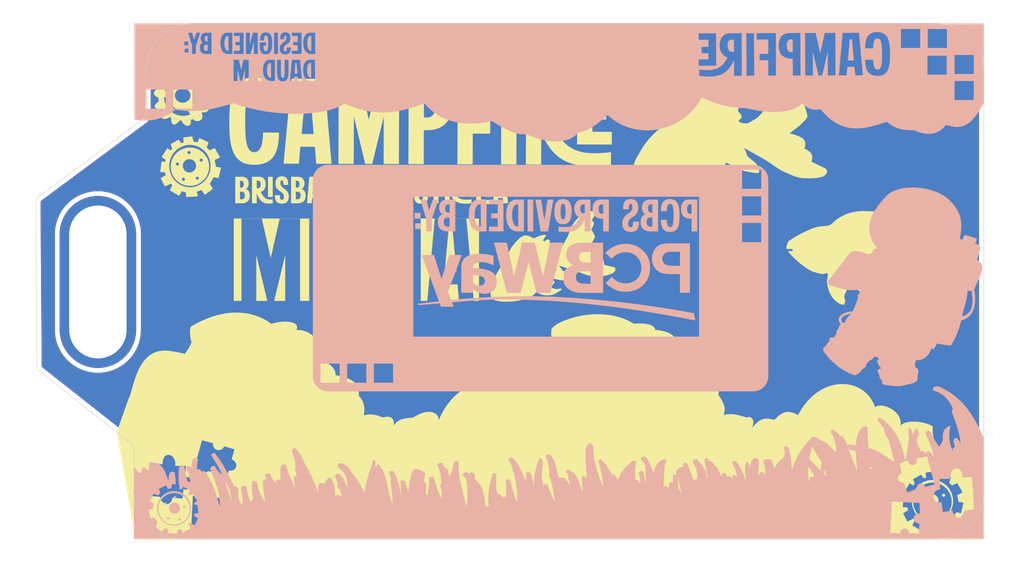
<source format=kicad_pcb>
(kicad_pcb (version 20241229) (generator "pcbnew") (generator_version "9.0")
  (layers (0 "F.Cu" signal) (2 "B.Cu" signal) (13 "F.Paste" user) (15 "B.Paste" user) (5 "F.SilkS" user "F.Silkscreen") (7 "B.SilkS" user "B.Silkscreen") (1 "F.Mask" user) (3 "B.Mask" user) (25 "Edge.Cuts" user))
  (net 0 "")
  (footprint "Taranium-libs:Lanyard hole" (layer "F.Cu") (at 169.375 65.175 90)
    (property "Reference" "REF**" (at -8.825 -6.175 90) (layer "F.SilkS") (effects (font (thickness 0.1))))
    (property "Value" "Lanyard hole")
    (pad "2" thru_hole roundrect (at -8.9 -8.6 90) (size 18 8) (drill oval 16 6) (layers "*.Cu" "F.Mask" "F.Paste") (roundrect_rratio 0.5))
  )
  (gr_poly (pts (xy 189.275048 68.741948) (xy 189.361846 68.751894) (xy 189.445764 68.768355) (xy 189.526806 68.791237) (xy 189.604973 68.820444) (xy 189.680267 68.855882) (xy 189.752692 68.897457) (xy 189.822249 68.945074) (xy 189.88894 68.998638) (xy 189.952768 69.058055) (xy 190.013735 69.12323) (xy 190.071844 69.194068) (xy 190.127095 69.270475) (xy 190.179493 69.352357) (xy 190.229038 69.439618) (xy 190.275734 69.532164) (xy 190.319582 69.6299) (xy 190.360585 69.732733) (xy 190.398745 69.840566) (xy 190.434065 69.953306) (xy 190.466545 70.070858) (xy 190.49619 70.193127) (xy 190.523 70.320019) (xy 190.546979 70.451439) (xy 190.568128 70.587292) (xy 190.586451 70.727484) (xy 190.601948 70.871921) (xy 190.614622 71.020507) (xy 190.624476 71.173148) (xy 190.631512 71.329749) (xy 190.637138 71.654455) (xy 190.631085 71.983398) (xy 190.61294 72.300393) (xy 190.58272 72.604159) (xy 190.540443 72.893417) (xy 190.486128 73.166888) (xy 190.419791 73.423292) (xy 190.341452 73.66135) (xy 190.251128 73.879781) (xy 190.148837 74.077307) (xy 190.034598 74.252647) (xy 189.908428 74.404523) (xy 189.840875 74.471261) (xy 189.770345 74.531654) (xy 189.696842 74.585541) (xy 189.620368 74.632761) (xy 189.540924 74.673156) (xy 189.458514 74.706565) (xy 189.373139 74.732828) (xy 189.284801 74.751785) (xy 189.193503 74.763277) (xy 189.099248 74.767143) (xy 188.98852 74.767143) (xy 188.98852 68.738612) (xy 189.18537 68.738612)) (fill yes) (layer "F.SilkS"))
  (gr_poly (pts (xy 203.654878 65.84341) (xy 203.154814 65.84341) (xy 203.107191 65.287784) (xy 202.634908 65.287784) (xy 202.587286 65.84341) (xy 202.087221 65.84341) (xy 202.174732 64.871065) (xy 202.674598 64.871065) (xy 203.067502 64.871065) (xy 202.944473 63.482004) (xy 202.797626 63.482004) (xy 202.674598 64.871065) (xy 202.174732 64.871065) (xy 202.337251 63.065285) (xy 203.404848 63.065285)) (fill yes) (layer "F.SilkS"))
  (gr_poly (pts (xy 248.01169 96.288597) (xy 248.046946 96.291295) (xy 248.081691 96.295737) (xy 248.115882 96.30188) (xy 248.149475 96.309679) (xy 248.182425 96.319092) (xy 248.21469 96.330074) (xy 248.246226 96.342581) (xy 248.276988 96.356569) (xy 248.306934 96.371995) (xy 248.336019 96.388814) (xy 248.364199 96.406983) (xy 248.391431 96.426458) (xy 248.417671 96.447194) (xy 248.442876 96.469149) (xy 248.467001 96.492277) (xy 248.490003 96.516536) (xy 248.511838 96.541881) (xy 248.532462 96.568268) (xy 248.551832 96.595654) (xy 248.569904 96.623994) (xy 248.586634 96.653245) (xy 248.601978 96.683363) (xy 248.615893 96.714304) (xy 248.628334 96.746024) (xy 248.639259 96.778479) (xy 248.648623 96.811625) (xy 248.656382 96.845418) (xy 248.662493 96.879815) (xy 248.666913 96.914772) (xy 248.669597 96.950244) (xy 248.670501 96.986188) (xy 248.669597 97.022132) (xy 248.666913 97.057604) (xy 248.662493 97.092561) (xy 248.656382 97.126958) (xy 248.648623 97.160751) (xy 248.639259 97.193898) (xy 248.628334 97.226353) (xy 248.615893 97.258072) (xy 248.601978 97.289013) (xy 248.586634 97.319131) (xy 248.569904 97.348382) (xy 248.551832 97.376722) (xy 248.532462 97.404108) (xy 248.511838 97.430496) (xy 248.490003 97.45584) (xy 248.467001 97.480099) (xy 248.442876 97.503228) (xy 248.417671 97.525182) (xy 248.391431 97.545918) (xy 248.364199 97.565393) (xy 248.336019 97.583562) (xy 248.306934 97.600381) (xy 248.276988 97.615807) (xy 248.246226 97.629795) (xy 248.21469 97.642302) (xy 248.182425 97.653284) (xy 248.149475 97.662697) (xy 248.115882 97.670496) (xy 248.081691 97.676639) (xy 248.046946 97.681082) (xy 248.01169 97.683779) (xy 247.975967 97.684688) (xy 247.940244 97.683779) (xy 247.904988 97.681082) (xy 247.870243 97.676639) (xy 247.836053 97.670496) (xy 247.80246 97.662697) (xy 247.76951 97.653284) (xy 247.737245 97.642302) (xy 247.705709 97.629795) (xy 247.674947 97.615807) (xy 247.645002 97.600381) (xy 247.615918 97.583562) (xy 247.587738 97.565393) (xy 247.560506 97.545918) (xy 247.534266 97.525182) (xy 247.509062 97.503228) (xy 247.484937 97.480099) (xy 247.461935 97.45584) (xy 247.440101 97.430496) (xy 247.419477 97.404108) (xy 247.400107 97.376722) (xy 247.382036 97.348382) (xy 247.365306 97.319131) (xy 247.349962 97.289013) (xy 247.336048 97.258072) (xy 247.323607 97.226353) (xy 247.312682 97.193898) (xy 247.303319 97.160751) (xy 247.295559 97.126958) (xy 247.289448 97.092561) (xy 247.285029 97.057604) (xy 247.282345 97.022132) (xy 247.281441 96.986188) (xy 247.282345 96.950244) (xy 247.285029 96.914772) (xy 247.289448 96.879815) (xy 247.295559 96.845418) (xy 247.303319 96.811625) (xy 247.312682 96.778479) (xy 247.323607 96.746024) (xy 247.336048 96.714304) (xy 247.349962 96.683363) (xy 247.365306 96.653245) (xy 247.382036 96.623994) (xy 247.400107 96.595654) (xy 247.419477 96.568268) (xy 247.440101 96.541881) (xy 247.461935 96.516536) (xy 247.484937 96.492277) (xy 247.509062 96.469149) (xy 247.534266 96.447194) (xy 247.560506 96.426458) (xy 247.587738 96.406983) (xy 247.615918 96.388814) (xy 247.645002 96.371995) (xy 247.674947 96.356569) (xy 247.705709 96.342581) (xy 247.737245 96.330074) (xy 247.76951 96.319092) (xy 247.80246 96.309679) (xy 247.836053 96.30188) (xy 247.870243 96.295737) (xy 247.904988 96.291295) (xy 247.940244 96.288597) (xy 247.975967 96.287688)) (fill yes) (layer "F.SilkS"))
  (gr_poly (pts (xy 164.061254 86.203156) (xy 162.8 89.8) (xy 164.608941 100.125533) (xy 166 86.8)) (stroke (width 0.1)) (fill yes) (layer "F.SilkS"))
  (gr_poly (pts (xy 178.4907 76.058971) (xy 177.334207 76.058971) (xy 177.334207 71.248449)) (fill yes) (layer "F.SilkS"))
  (gr_poly (pts (xy 192.631911 64.454348) (xy 192.634833 64.681574) (xy 192.638634 64.784659) (xy 192.644127 64.880616) (xy 192.651411 64.969364) (xy 192.660583 65.050823) (xy 192.671745 65.124909) (xy 192.684993 65.191543) (xy 192.700427 65.250642) (xy 192.718146 65.302125) (xy 192.738248 65.345911) (xy 192.760833 65.381919) (xy 192.785999 65.410066) (xy 192.799581 65.421167) (xy 192.813845 65.430272) (xy 192.828804 65.437372) (xy 192.844471 65.442456) (xy 192.860856 65.445513) (xy 192.877973 65.446535) (xy 192.896487 65.445513) (xy 192.914092 65.442456) (xy 192.930809 65.437372) (xy 192.946659 65.430272) (xy 192.961663 65.421167) (xy 192.975843 65.410066) (xy 192.989218 65.39698) (xy 193.001811 65.381919) (xy 193.013642 65.364892) (xy 193.024733 65.345911) (xy 193.035104 65.324985) (xy 193.044777 65.302125) (xy 193.053773 65.27734) (xy 193.062113 65.250642) (xy 193.069817 65.222039) (xy 193.076907 65.191543) (xy 193.083404 65.159163) (xy 193.08933 65.124909) (xy 193.094704 65.088792) (xy 193.099549 65.050823) (xy 193.107734 64.969364) (xy 193.114052 64.880616) (xy 193.118673 64.784659) (xy 193.121765 64.681574) (xy 193.123496 64.571443) (xy 193.124036 64.454348) (xy 193.124036 63.065285) (xy 193.624099 63.065285) (xy 193.624099 64.454348) (xy 193.622912 64.615588) (xy 193.618882 64.7687) (xy 193.611306 64.913372) (xy 193.59948 65.049288) (xy 193.582701 65.176135) (xy 193.560265 65.293598) (xy 193.53147 65.401365) (xy 193.49561 65.49912) (xy 193.474812 65.544146) (xy 193.451984 65.586551) (xy 193.427038 65.626296) (xy 193.399887 65.663343) (xy 193.370443 65.697651) (xy 193.338617 65.729182) (xy 193.304322 65.757896) (xy 193.267469 65.783754) (xy 193.227971 65.806717) (xy 193.18574 65.826746) (xy 193.140689 65.8438) (xy 193.092728 65.857842) (xy 193.04177 65.868832) (xy 192.987727 65.876731) (xy 192.930512 65.881499) (xy 192.870036 65.883097) (xy 192.8117 65.881499) (xy 192.756447 65.876731) (xy 192.704195 65.868832) (xy 192.654863 65.857842) (xy 192.608371 65.8438) (xy 192.564639 65.826746) (xy 192.523585 65.806717) (xy 192.485129 65.783754) (xy 192.449191 65.757896) (xy 192.415689 65.729182) (xy 192.384543 65.697651) (xy 192.355672 65.663343) (xy 192.328996 65.626296) (xy 192.304434 65.586551) (xy 192.281906 65.544146) (xy 192.26133 65.49912) (xy 192.242625 65.451514) (xy 192.225713 65.401365) (xy 192.210511 65.348713) (xy 192.196938 65.293598) (xy 192.184916 65.236059) (xy 192.174361 65.176135) (xy 192.165195 65.113864) (xy 192.157336 65.049288) (xy 192.145218 64.913372) (xy 192.137361 64.7687) (xy 192.13312 64.615588) (xy 192.13185 64.454348) (xy 192.13185 63.065285) (xy 192.631911 63.065285)) (fill yes) (layer "F.SilkS"))
  (gr_poly (pts (xy 187.542148 63.482004) (xy 186.784117 63.482004) (xy 186.784117 64.275754) (xy 187.351649 64.275754) (xy 187.351649 64.692472) (xy 186.784117 64.692472) (xy 186.784117 65.426692) (xy 187.542148 65.426692) (xy 187.542148 65.84341) (xy 186.284056 65.84341) (xy 186.284056 63.065285) (xy 187.542148 63.065285)) (fill yes) (layer "F.SilkS"))
  (gr_poly (pts (xy 188.150637 52.835404) (xy 189.100835 57.093284) (xy 190.081037 52.842214) (xy 192.278136 52.849969) (xy 192.246783 61.739881) (xy 190.646584 61.734246) (xy 190.664128 56.768593) (xy 189.452784 61.730038) (xy 188.716184 61.727419) (xy 187.539927 56.757576) (xy 187.522384 61.723212) (xy 185.922264 61.717576) (xy 185.953617 52.827657)) (fill yes) (layer "F.SilkS"))
  (gr_poly (pts (xy 179.056247 65.180629) (xy 178.556184 65.180629) (xy 178.556184 63.065285) (xy 179.056247 63.065285)) (fill yes) (layer "F.SilkS"))
  (gr_poly (pts (xy 195.68388 52.861978) (xy 195.815092 52.868903) (xy 195.942046 52.88154) (xy 196.064748 52.899813) (xy 196.183202 52.923645) (xy 196.297413 52.95296) (xy 196.407387 52.98768) (xy 196.513127 53.027729) (xy 196.61464 53.07303) (xy 196.71193 53.123507) (xy 196.805002 53.179082) (xy 196.89386 53.23968) (xy 196.978511 53.305223) (xy 197.058958 53.375634) (xy 197.135207 53.450837) (xy 197.207262 53.530756) (xy 197.275129 53.615312) (xy 197.338813 53.704431) (xy 197.398318 53.798035) (xy 197.45365 53.896046) (xy 197.504813 53.99839) (xy 197.551812 54.104988) (xy 197.594653 54.215765) (xy 197.63334 54.330642) (xy 197.667878 54.449545) (xy 197.698272 54.572395) (xy 197.724527 54.699117) (xy 197.746648 54.829633) (xy 197.76464 54.963867) (xy 197.778508 55.101742) (xy 197.788256 55.243182) (xy 197.795415 55.536447) (xy 197.792261 55.691578) (xy 197.783922 55.842618) (xy 197.770408 55.989509) (xy 197.751727 56.132197) (xy 197.72789 56.270625) (xy 197.698906 56.404738) (xy 197.664784 56.53448) (xy 197.625533 56.659795) (xy 197.581165 56.780627) (xy 197.531687 56.896921) (xy 197.477109 57.008621) (xy 197.417441 57.11567) (xy 197.352693 57.218013) (xy 197.282873 57.315595) (xy 197.207992 57.408359) (xy 197.128059 57.49625) (xy 197.043082 57.579212) (xy 196.953073 57.657189) (xy 196.85804 57.730125) (xy 196.757992 57.797965) (xy 196.65294 57.860652) (xy 196.542893 57.918132) (xy 196.42786 57.970347) (xy 196.30785 58.017242) (xy 196.182874 58.058762) (xy 196.05294 58.094851) (xy 195.918059 58.125453) (xy 195.778239 58.150511) (xy 195.633491 58.169971) (xy 195.483823 58.183776) (xy 195.329245 58.191871) (xy 195.169767 58.1942) (xy 194.85227 58.193089) (xy 194.839727 61.749089) (xy 193.239528 61.743453) (xy 193.256796 56.859589) (xy 194.85703 56.859589) (xy 195.187232 56.860756) (xy 195.241295 56.859537) (xy 195.293936 56.855505) (xy 195.345135 56.848683) (xy 195.394874 56.83909) (xy 195.443135 56.826749) (xy 195.489898 56.811678) (xy 195.535145 56.793901) (xy 195.578857 56.773436) (xy 195.621016 56.750306) (xy 195.661603 56.724531) (xy 195.700599 56.696131) (xy 195.737986 56.665129) (xy 195.773745 56.631544) (xy 195.807857 56.595397) (xy 195.840303 56.55671) (xy 195.871066 56.515503) (xy 195.900126 56.471798) (xy 195.927465 56.425614) (xy 195.953064 56.376973) (xy 195.976904 56.325896) (xy 195.998966 56.272403) (xy 196.019233 56.216516) (xy 196.037685 56.158255) (xy 196.054304 56.097641) (xy 196.069071 56.034696) (xy 196.081967 55.969439) (xy 196.092974 55.901892) (xy 196.102073 55.832075) (xy 196.109245 55.760011) (xy 196.114472 55.685718) (xy 196.117735 55.609219) (xy 196.119015 55.530534) (xy 196.11654 55.381603) (xy 196.107957 55.239832) (xy 196.093133 55.105555) (xy 196.071938 54.979106) (xy 196.044239 54.860819) (xy 196.009907 54.75103) (xy 195.968809 54.650072) (xy 195.920814 54.558279) (xy 195.894189 54.515925) (xy 195.865791 54.475987) (xy 195.835602 54.438508) (xy 195.803608 54.40353) (xy 195.76979 54.371094) (xy 195.734133 54.341242) (xy 195.696621 54.314015) (xy 195.657237 54.289457) (xy 195.615964 54.267608) (xy 195.572786 54.24851) (xy 195.527687 54.232205) (xy 195.48065 54.218735) (xy 195.431659 54.208142) (xy 195.380698 54.200468) (xy 195.327749 54.195754) (xy 195.272797 54.194041) (xy 194.866398 54.192605) (xy 194.85703 56.859589) (xy 193.256796 56.859589) (xy 193.27096 52.853469)) (fill yes) (layer "F.SilkS"))
  (gr_poly (pts (xy 170.759973 59.378316) (xy 171.204473 59.46166) (xy 171.383066 59.013191) (xy 172.347472 59.46166) (xy 172.153004 60.009348) (xy 172.45066 60.303035) (xy 172.986442 60.056973) (xy 173.553973 61.029316) (xy 172.986442 61.326972) (xy 173.125347 62.013566) (xy 173.649222 62.112785) (xy 173.391254 63.216097) (xy 172.891191 63.104972) (xy 172.478441 63.783629) (xy 172.788004 64.331316) (xy 171.954566 64.962347) (xy 171.601348 64.454348) (xy 171.093348 64.640878) (xy 171.240191 65.053629) (xy 171.093348 65.125066) (xy 170.017816 65.192535) (xy 169.958285 64.712317) (xy 169.557442 64.581347) (xy 169.255817 65.053629) (xy 168.29141 64.486097) (xy 168.549379 63.962222) (xy 168.390629 63.783629) (xy 167.775473 64.085254) (xy 167.330973 63.216097) (xy 167.874692 62.89066) (xy 167.775473 62.596972) (xy 167.287316 62.569191) (xy 167.369654 61.946097) (xy 168.239816 61.946097) (xy 168.242626 62.06006) (xy 168.250963 62.172527) (xy 168.264693 62.283358) (xy 168.28368 62.392415) (xy 168.307788 62.499558) (xy 168.336881 62.604648) (xy 168.370824 62.707546) (xy 168.409482 62.808113) (xy 168.452718 62.90621) (xy 168.500397 63.001698) (xy 168.552383 63.094437) (xy 168.608541 63.184289) (xy 168.668734 63.271114) (xy 168.732828 63.354773) (xy 168.800687 63.435127) (xy 168.872174 63.512037) (xy 168.947155 63.585364) (xy 169.025493 63.654968) (xy 169.107054 63.720711) (xy 169.1917 63.782453) (xy 169.279298 63.840055) (xy 169.36971 63.893378) (xy 169.462802 63.942284) (xy 169.558438 63.986632) (xy 169.656481 64.026283) (xy 169.756797 64.061099) (xy 169.85925 64.090941) (xy 169.963704 64.115669) (xy 170.070023 64.135144) (xy 170.178072 64.149227) (xy 170.287715 64.157779) (xy 170.398816 64.16066) (xy 170.509918 64.157779) (xy 170.619561 64.149227) (xy 170.72761 64.135144) (xy 170.833929 64.115669) (xy 170.938383 64.090941) (xy 171.040835 64.061099) (xy 171.141151 64.026283) (xy 171.239195 63.986632) (xy 171.334831 63.942284) (xy 171.427922 63.893378) (xy 171.518335 63.840055) (xy 171.605932 63.782453) (xy 171.690579 63.720711) (xy 171.772139 63.654968) (xy 171.850478 63.585364) (xy 171.925459 63.512037) (xy 171.996946 63.435127) (xy 172.064805 63.354773) (xy 172.128899 63.271114) (xy 172.189092 63.184289) (xy 172.24525 63.094437) (xy 172.297236 63.001698) (xy 172.344915 62.90621) (xy 172.388151 62.808113) (xy 172.426809 62.707546) (xy 172.460752 62.604648) (xy 172.489845 62.499558) (xy 172.513953 62.392415) (xy 172.53294 62.283358) (xy 172.54667 62.172527) (xy 172.555007 62.06006) (xy 172.557817 61.946097) (xy 172.555007 61.832135) (xy 172.54667 61.719668) (xy 172.53294 61.608837) (xy 172.513953 61.49978) (xy 172.489845 61.392637) (xy 172.460752 61.287547) (xy 172.426809 61.184648) (xy 172.388151 61.084081) (xy 172.344915 60.985984) (xy 172.297236 60.890496) (xy 172.24525 60.797757) (xy 172.189092 60.707905) (xy 172.128899 60.621081) (xy 172.064805 60.537421) (xy 171.996946 60.457067) (xy 171.925459 60.380158) (xy 171.850478 60.306831) (xy 171.772139 60.237227) (xy 171.690579 60.171484) (xy 171.605932 60.109742) (xy 171.518335 60.05214) (xy 171.427922 59.998816) (xy 171.334831 59.949911) (xy 171.239195 59.905563) (xy 171.141151 59.865912) (xy 171.040835 59.831095) (xy 170.938383 59.801254) (xy 170.833929 59.776526) (xy 170.72761 59.757051) (xy 170.619561 59.742968) (xy 170.509918 59.734416) (xy 170.398816 59.731535) (xy 170.287715 59.734416) (xy 170.178072 59.742968) (xy 170.070023 59.757051) (xy 169.963704 59.776526) (xy 169.85925 59.801254) (xy 169.756797 59.831095) (xy 169.656481 59.865912) (xy 169.558438 59.905563) (xy 169.462802 59.949911) (xy 169.36971 59.998816) (xy 169.279298 60.05214) (xy 169.1917 60.109742) (xy 169.107054 60.171484) (xy 169.025493 60.237227) (xy 168.947155 60.306831) (xy 168.872174 60.380158) (xy 168.800687 60.457067) (xy 168.732828 60.537421) (xy 168.668734 60.621081) (xy 168.608541 60.707905) (xy 168.552383 60.797757) (xy 168.500397 60.890496) (xy 168.452718 60.985984) (xy 168.409482 61.084081) (xy 168.370824 61.184648) (xy 168.336881 61.287547) (xy 168.307788 61.392637) (xy 168.28368 61.49978) (xy 168.264693 61.608837) (xy 168.250963 61.719668) (xy 168.242626 61.832135) (xy 168.239816 61.946097) (xy 167.369654 61.946097) (xy 167.43416 61.457941) (xy 167.803254 61.505566) (xy 167.842942 61.279347) (xy 167.43416 60.997566) (xy 168.033442 60.06491) (xy 168.374754 60.314941) (xy 168.54541 60.120473) (xy 168.374754 59.644223) (xy 169.228035 59.179878) (xy 169.486004 59.552941) (xy 169.732067 59.497379) (xy 169.700317 58.949691) (xy 170.652817 58.838566)) (fill yes) (layer "F.SilkS"))
  (gr_poly (pts (xy 198.527094 76.058971) (xy 196.767743 76.058971) (xy 196.915381 74.336534) (xy 198.379456 74.336534)) (fill yes) (layer "F.SilkS"))
  (gr_poly (pts (xy 197.858722 63.066289) (xy 197.899487 63.069274) (xy 197.938906 63.074196) (xy 197.976978 63.081012) (xy 198.013704 63.089681) (xy 198.049085 63.100158) (xy 198.083121 63.1124) (xy 198.115814 63.126366) (xy 198.147164 63.142012) (xy 198.177172 63.159295) (xy 198.205838 63.178173) (xy 198.233163 63.198602) (xy 198.259149 63.22054) (xy 198.283795 63.243943) (xy 198.307102 63.26877) (xy 198.329072 63.294976) (xy 198.349705 63.32252) (xy 198.369001 63.351357) (xy 198.386961 63.381446) (xy 198.403587 63.412744) (xy 198.418878 63.445207) (xy 198.432836 63.478793) (xy 198.445461 63.513459) (xy 198.456754 63.549162) (xy 198.466716 63.585859) (xy 198.475347 63.623507) (xy 198.482649 63.662064) (xy 198.488621 63.701486) (xy 198.493264 63.741731) (xy 198.496581 63.782755) (xy 198.499233 63.866972) (xy 198.497233 63.934004) (xy 198.491233 63.99953) (xy 198.481233 64.063346) (xy 198.467234 64.125251) (xy 198.449235 64.185039) (xy 198.427236 64.242507) (xy 198.401238 64.297452) (xy 198.37124 64.349671) (xy 198.337241 64.39896) (xy 198.299244 64.445115) (xy 198.257246 64.487933) (xy 198.234747 64.508027) (xy 198.211249 64.527211) (xy 198.18675 64.545459) (xy 198.161252 64.562745) (xy 198.134753 64.579044) (xy 198.107255 64.594331) (xy 198.078757 64.608581) (xy 198.049259 64.621767) (xy 198.01876 64.633864) (xy 197.987262 64.644848) (xy 198.040604 64.74433) (xy 198.095318 64.837394) (xy 198.151938 64.92404) (xy 198.211001 65.004267) (xy 198.241615 65.041974) (xy 198.27304 65.078077) (xy 198.305342 65.112574) (xy 198.33859 65.145468) (xy 198.372849 65.176756) (xy 198.408187 65.206441) (xy 198.444669 65.23452) (xy 198.482364 65.260995) (xy 198.521338 65.285866) (xy 198.561658 65.309132) (xy 198.603391 65.330793) (xy 198.646603 65.35085) (xy 198.691361 65.369303) (xy 198.737733 65.38615) (xy 198.785785 65.401394) (xy 198.835584 65.415032) (xy 198.887197 65.427066) (xy 198.94069 65.437496) (xy 198.996131 65.446321) (xy 199.053586 65.453541) (xy 199.113123 65.459157) (xy 199.174808 65.463169) (xy 199.238708 65.465576) (xy 199.304889 65.466378) (xy 199.365187 65.465812) (xy 199.427114 65.464084) (xy 199.490807 65.461146) (xy 199.556408 65.456953) (xy 199.624055 65.451457) (xy 199.693888 65.444613) (xy 199.766046 65.436373) (xy 199.84067 65.426692) (xy 199.84067 65.84341) (xy 199.752668 65.854572) (xy 199.667224 65.864246) (xy 199.584291 65.872431) (xy 199.503822 65.879128) (xy 199.425773 65.884337) (xy 199.350095 65.888058) (xy 199.276742 65.89029) (xy 199.205668 65.891034) (xy 199.041104 65.886846) (xy 198.887796 65.874268) (xy 198.745091 65.853284) (xy 198.61234 65.823876) (xy 198.549493 65.806007) (xy 198.48889 65.786026) (xy 198.43045 65.763931) (xy 198.374091 65.739718) (xy 198.319732 65.713386) (xy 198.267291 65.684934) (xy 198.216688 65.654357) (xy 198.16784 65.621655) (xy 198.120667 65.586826) (xy 198.075086 65.549866) (xy 197.988378 65.469549) (xy 197.907066 65.380685) (xy 197.830497 65.283258) (xy 197.758021 65.17725) (xy 197.688986 65.062643) (xy 197.622742 64.939421) (xy 197.558638 64.807566) (xy 197.558638 65.84341) (xy 197.058577 65.84341) (xy 197.058577 64.275754) (xy 197.558638 64.275754) (xy 197.685636 64.275754) (xy 197.703589 64.275245) (xy 197.720982 64.273734) (xy 197.737816 64.271238) (xy 197.75409 64.267778) (xy 197.769802 64.263373) (xy 197.784953 64.258043) (xy 197.799542 64.251807) (xy 197.813567 64.244686) (xy 197.827028 64.236698) (xy 197.839925 64.227864) (xy 197.852256 64.218203) (xy 197.864022 64.207735) (xy 197.87522 64.196479) (xy 197.885851 64.184454) (xy 197.895914 64.171681) (xy 197.905407 64.15818) (xy 197.914331 64.143969) (xy 197.922685 64.129068) (xy 197.930467 64.113497) (xy 197.937677 64.097276) (xy 197.944315 64.080425) (xy 197.950379 64.062962) (xy 197.955869 64.044907) (xy 197.960785 64.026281) (xy 197.965124 64.007102) (xy 197.968888 63.987391) (xy 197.972074 63.967166) (xy 197.974683 63.946448) (xy 197.976714 63.925257) (xy 197.978165 63.903611) (xy 197.979036 63.88153) (xy 197.979327 63.859035) (xy 197.978302 63.818175) (xy 197.975226 63.779024) (xy 197.970092 63.741711) (xy 197.962893 63.706362) (xy 197.953626 63.673106) (xy 197.942282 63.642071) (xy 197.928858 63.613385) (xy 197.921363 63.599963) (xy 197.913346 63.587175) (xy 197.904806 63.575039) (xy 197.895742 63.56357) (xy 197.886153 63.552784) (xy 197.876039 63.542697) (xy 197.865398 63.533326) (xy 197.854231 63.524685) (xy 197.842536 63.516791) (xy 197.830313 63.509661) (xy 197.817561 63.503309) (xy 197.804279 63.497753) (xy 197.790466 63.493007) (xy 197.776122 63.489088) (xy 197.761247 63.486013) (xy 197.745838 63.483796) (xy 197.729897 63.482454) (xy 197.713421 63.482004) (xy 197.558638 63.482004) (xy 197.558638 64.275754) (xy 197.058577 64.275754) (xy 197.058577 63.065285) (xy 197.816608 63.065285)) (fill yes) (layer "F.SilkS"))
  (gr_poly (pts (xy 191.934682 65.84341) (xy 191.434619 65.84341) (xy 191.386993 65.287784) (xy 190.914713 65.287784) (xy 190.867087 65.84341) (xy 190.367024 65.84341) (xy 190.454536 64.871065) (xy 190.954399 64.871065) (xy 191.347307 64.871065) (xy 191.224275 63.482004) (xy 191.077431 63.482004) (xy 190.954399 64.871065) (xy 190.454536 64.871065) (xy 190.617057 63.065285) (xy 191.684649 63.065285)) (fill yes) (layer "F.SilkS"))
  (gr_poly (pts (xy 180.360775 76.058971) (xy 179.204281 76.058971) (xy 180.360775 71.248449)) (fill yes) (layer "F.SilkS"))
  (gr_poly (pts (xy 201.84576 65.180629) (xy 201.345699 65.180629) (xy 201.345699 63.065285) (xy 201.84576 63.065285)) (fill yes) (layer "F.SilkS"))
  (gr_poly (pts (xy 198.256424 73.044707) (xy 197.038413 73.044707) (xy 197.419811 68.738612) (xy 197.875026 68.738612)) (fill yes) (layer "F.SilkS"))
  (gr_poly (pts (xy 200.829759 65.434629) (xy 200.880999 65.436085) (xy 200.930676 65.438838) (xy 200.978992 65.442695) (xy 201.026151 65.447465) (xy 201.117812 65.458976) (xy 201.207287 65.471836) (xy 201.296204 65.484509) (xy 201.386191 65.495462) (xy 201.432094 65.499813) (xy 201.478875 65.503159) (xy 201.526737 65.505307) (xy 201.575884 65.506066) (xy 201.614789 65.505671) (xy 201.654205 65.504392) (xy 201.694272 65.502089) (xy 201.735131 65.498625) (xy 201.776919 65.493857) (xy 201.819777 65.487649) (xy 201.863844 65.479859) (xy 201.909261 65.470348) (xy 201.909261 65.883097) (xy 201.831792 65.895398) (xy 201.759811 65.905607) (xy 201.692854 65.913862) (xy 201.630455 65.920304) (xy 201.572148 65.925071) (xy 201.517469 65.928304) (xy 201.465954 65.930141) (xy 201.417135 65.930722) (xy 201.363931 65.929916) (xy 201.314088 65.927622) (xy 201.267058 65.924025) (xy 201.222295 65.919312) (xy 201.179253 65.913669) (xy 201.137385 65.907282) (xy 201.054987 65.893019) (xy 200.970728 65.878012) (xy 200.880237 65.863749) (xy 200.831288 65.857362) (xy 200.779141 65.851719) (xy 200.723251 65.847007) (xy 200.66307 65.84341) (xy 200.329698 65.84341) (xy 200.329698 63.065285) (xy 200.829759 63.065285)) (fill yes) (layer "F.SilkS"))
  (gr_poly (pts (xy 200.114512 65.180629) (xy 199.614451 65.180629) (xy 199.54698 64.63294) (xy 199.193763 64.63294) (xy 199.126296 65.180629) (xy 198.626231 65.180629) (xy 198.740222 64.216223) (xy 199.241388 64.216223) (xy 199.499358 64.216223) (xy 199.412043 63.482004) (xy 199.3287 63.482004) (xy 199.241388 64.216223) (xy 198.740222 64.216223) (xy 198.876261 63.065285) (xy 199.864482 63.065285)) (fill yes) (layer "F.SilkS"))
  (gr_poly (pts (xy 194.602366 63.022591) (xy 194.648149 63.025466) (xy 194.691765 63.030236) (xy 194.733261 63.036884) (xy 194.772682 63.045392) (xy 194.810073 63.055743) (xy 194.845478 63.06792) (xy 194.878942 63.081904) (xy 194.910512 63.097679) (xy 194.940231 63.115228) (xy 194.968146 63.134532) (xy 194.9943 63.155574) (xy 195.018739 63.178337) (xy 195.041508 63.202804) (xy 195.062652 63.228956) (xy 195.082217 63.256777) (xy 195.100247 63.286249) (xy 195.116787 63.317355) (xy 195.131882 63.350077) (xy 195.145578 63.384397) (xy 195.157919 63.420299) (xy 195.16895 63.457765) (xy 195.178717 63.496777) (xy 195.187265 63.537318) (xy 195.194638 63.579371) (xy 195.200883 63.622917) (xy 195.210163 63.714424) (xy 195.215467 63.811697) (xy 195.217155 63.914598) (xy 194.717092 63.914598) (xy 194.716442 63.856927) (xy 194.714495 63.802976) (xy 194.711258 63.752747) (xy 194.706736 63.706238) (xy 194.700935 63.66345) (xy 194.693861 63.624383) (xy 194.68552 63.589036) (xy 194.675917 63.55741) (xy 194.665058 63.529505) (xy 194.652949 63.50532) (xy 194.639596 63.484856) (xy 194.625005 63.468113) (xy 194.609181 63.455091) (xy 194.600809 63.449975) (xy 194.592131 63.445789) (xy 194.583148 63.442533) (xy 194.57386 63.440208) (xy 194.564268 63.438813) (xy 194.554374 63.438348) (xy 194.543477 63.438706) (xy 194.533104 63.439777) (xy 194.523242 63.441549) (xy 194.51388 63.444014) (xy 194.505006 63.447162) (xy 194.49661 63.450983) (xy 194.488678 63.455469) (xy 194.4812 63.46061) (xy 194.474163 63.466396) (xy 194.467557 63.472817) (xy 194.46137 63.479865) (xy 194.455589 63.487531) (xy 194.450204 63.495803) (xy 194.445202 63.504674) (xy 194.440573 63.514133) (xy 194.436303 63.524172) (xy 194.432383 63.53478) (xy 194.4288 63.545948) (xy 194.425543 63.557668) (xy 194.422599 63.569928) (xy 194.419958 63.582721) (xy 194.417607 63.596036) (xy 194.415535 63.609865) (xy 194.413731 63.624196) (xy 194.410879 63.654333) (xy 194.408957 63.686371) (xy 194.407871 63.720234) (xy 194.40753 63.755847) (xy 194.410035 63.808401) (xy 194.417336 63.857598) (xy 194.429113 63.903709) (xy 194.445047 63.947006) (xy 194.464818 63.987759) (xy 194.488107 64.026241) (xy 194.514593 64.06272) (xy 194.543956 64.09747) (xy 194.575878 64.13076) (xy 194.610037 64.162862) (xy 194.683793 64.224586) (xy 194.844093 64.345703) (xy 194.925522 64.409432) (xy 194.965437 64.443039) (xy 195.004393 64.478167) (xy 195.04207 64.51509) (xy 195.078149 64.554076) (xy 195.112308 64.595399) (xy 195.14423 64.639328) (xy 195.173594 64.686135) (xy 195.200079 64.73609) (xy 195.223368 64.789466) (xy 195.243139 64.846532) (xy 195.259073 64.907561) (xy 195.27085 64.972822) (xy 195.278151 65.042587) (xy 195.280656 65.117128) (xy 195.278951 65.194403) (xy 195.273524 65.269685) (xy 195.263913 65.342559) (xy 195.24965 65.412614) (xy 195.230271 65.479436) (xy 195.218518 65.511506) (xy 195.205311 65.542614) (xy 195.190593 65.572706) (xy 195.174305 65.601733) (xy 195.15639 65.629642) (xy 195.136788 65.656382) (xy 195.115442 65.681901) (xy 195.092295 65.706147) (xy 195.067286 65.72907) (xy 195.04036 65.750616) (xy 195.011456 65.770736) (xy 194.980518 65.789377) (xy 194.947487 65.806487) (xy 194.912305 65.822015) (xy 194.874914 65.83591) (xy 194.835256 65.848119) (xy 194.793272 65.858592) (xy 194.748904 65.867276) (xy 194.702095 65.87412) (xy 194.652786 65.879073) (xy 194.600919 65.882082) (xy 194.546436 65.883097) (xy 194.497574 65.882225) (xy 194.450684 65.879609) (xy 194.405739 65.875252) (xy 194.362711 65.869152) (xy 194.321572 65.861311) (xy 194.282295 65.851729) (xy 194.244853 65.840408) (xy 194.209217 65.827348) (xy 194.175359 65.81255) (xy 194.143254 65.796014) (xy 194.112871 65.777741) (xy 194.084185 65.757732) (xy 194.057168 65.735988) (xy 194.031791 65.712509) (xy 194.008028 65.687297) (xy 193.98585 65.660351) (xy 193.965231 65.631672) (xy 193.946141 65.601262) (xy 193.928555 65.569121) (xy 193.912444 65.53525) (xy 193.89778 65.499649) (xy 193.884536 65.462319) (xy 193.872685 65.423262) (xy 193.862199 65.382476) (xy 193.853049 65.339965) (xy 193.845209 65.295727) (xy 193.838651 65.249764) (xy 193.833348 65.202077) (xy 193.826393 65.101532) (xy 193.824123 64.994098) (xy 194.347999 64.994098) (xy 194.34941 65.106858) (xy 194.351505 65.157422) (xy 194.35482 65.204131) (xy 194.359578 65.247004) (xy 194.365998 65.286057) (xy 194.374302 65.321307) (xy 194.38471 65.352774) (xy 194.397444 65.380472) (xy 194.404752 65.392915) (xy 194.412724 65.404422) (xy 194.421388 65.414995) (xy 194.430771 65.424638) (xy 194.440902 65.433352) (xy 194.451807 65.44114) (xy 194.463514 65.448003) (xy 194.476051 65.453945) (xy 194.489446 65.458966) (xy 194.503726 65.463069) (xy 194.518918 65.466257) (xy 194.535051 65.468531) (xy 194.552152 65.469894) (xy 194.570249 65.470348) (xy 194.587207 65.469943) (xy 194.603128 65.468739) (xy 194.618044 65.46675) (xy 194.631989 65.463991) (xy 194.644995 65.460477) (xy 194.657095 65.45622) (xy 194.668322 65.451238) (xy 194.678707 65.445543) (xy 194.688285 65.43915) (xy 194.697087 65.432075) (xy 194.705146 65.42433) (xy 194.712496 65.415932) (xy 194.719168 65.406894) (xy 194.725195 65.397231) (xy 194.730611 65.386958) (xy 194.735448 65.376089) (xy 194.739738 65.364639) (xy 194.743514 65.352622) (xy 194.746809 65.340052) (xy 194.749656 65.326945) (xy 194.752087 65.313314) (xy 194.754135 65.299175) (xy 194.757213 65.269429) (xy 194.759152 65.237822) (xy 194.760213 65.204472) (xy 194.760748 65.133003) (xy 194.758243 65.076169) (xy 194.750942 65.023751) (xy 194.739165 64.975399) (xy 194.723231 64.93076) (xy 194.70346 64.889484) (xy 194.680172 64.851221) (xy 194.653686 64.815619) (xy 194.624322 64.782327) (xy 194.592401 64.750994) (xy 194.558241 64.72127) (xy 194.484486 64.665241) (xy 194.324186 64.557038) (xy 194.242757 64.499248) (xy 194.202842 64.468203) (xy 194.163886 64.435255) (xy 194.126209 64.400055) (xy 194.090131 64.362251) (xy 194.055971 64.321492) (xy 194.02405 64.277427) (xy 193.994686 64.229706) (xy 193.968201 64.177977) (xy 193.944912 64.121889) (xy 193.925141 64.061092) (xy 193.909207 63.995234) (xy 193.89743 63.923964) (xy 193.890129 63.846931) (xy 193.887624 63.763785) (xy 193.889793 63.684161) (xy 193.896414 63.607693) (xy 193.907664 63.534656) (xy 193.923715 63.465322) (xy 193.933596 63.43213) (xy 193.944743 63.399965) (xy 193.957177 63.368863) (xy 193.970921 63.338857) (xy 193.985997 63.309983) (xy 194.002425 63.282273) (xy 194.020228 63.255762) (xy 194.039429 63.230484) (xy 194.060047 63.206474) (xy 194.082106 63.183765) (xy 194.105627 63.162392) (xy 194.130632 63.142389) (xy 194.157143 63.12379) (xy 194.185181 63.106628) (xy 194.214769 63.09094) (xy 194.245927 63.076757) (xy 194.278679 63.064115) (xy 194.313045 63.053048) (xy 194.349048 63.04359) (xy 194.386709 63.035775) (xy 194.426051 63.029637) (xy 194.467094 63.025211) (xy 194.509861 63.02253) (xy 194.554374 63.021629)) (fill yes) (layer "F.SilkS"))
  (gr_poly (pts (xy 214.527981 52.928463) (xy 214.523297 54.261955) (xy 212.491299 54.254787) (xy 212.486059 55.740679) (xy 213.908459 55.745695) (xy 213.903775 57.079188) (xy 212.481379 57.074164) (xy 212.476852 58.35684) (xy 214.50885 58.364062) (xy 214.50417 59.697483) (xy 210.871969 59.684704) (xy 210.895861 52.915644)) (fill yes) (layer "F.SilkS"))
  (gr_poly (pts (xy 184.433585 52.822291) (xy 185.202333 61.715037) (xy 183.602132 61.709402) (xy 183.456003 59.930925) (xy 181.944704 59.925527) (xy 181.786034 61.702972) (xy 180.185833 61.697337) (xy 180.476313 58.592503) (xy 182.076386 58.592503) (xy 183.333687 58.596949) (xy 182.955702 54.150584) (xy 182.485802 54.148933) (xy 182.076386 58.592503) (xy 180.476313 58.592503) (xy 181.017285 52.810242)) (fill yes) (layer "F.SilkS"))
  (gr_poly (pts (xy 170.502157 60.011956) (xy 170.604142 60.019696) (xy 170.704643 60.032441) (xy 170.803536 60.050067) (xy 170.900694 60.072447) (xy 170.99599 60.099455) (xy 171.089298 60.130965) (xy 171.180493 60.166851) (xy 171.269449 60.206988) (xy 171.356038 60.251249) (xy 171.440134 60.299509) (xy 171.521613 60.351641) (xy 171.600347 60.407519) (xy 171.67621 60.467019) (xy 171.749076 60.530013) (xy 171.818819 60.596375) (xy 171.885313 60.665981) (xy 171.948431 60.738703) (xy 172.008048 60.814417) (xy 172.064037 60.892995) (xy 172.116272 60.974313) (xy 172.164626 61.058243) (xy 172.208974 61.144661) (xy 172.24919 61.23344) (xy 172.285147 61.324455) (xy 172.316719 61.417579) (xy 172.34378 61.512686) (xy 172.366204 61.609651) (xy 172.383865 61.708347) (xy 172.396635 61.808649) (xy 172.40439 61.910431) (xy 172.407004 62.013566) (xy 172.40439 62.116702) (xy 172.396635 62.218483) (xy 172.383865 62.318785) (xy 172.366204 62.417482) (xy 172.34378 62.514446) (xy 172.316719 62.609554) (xy 172.285147 62.702678) (xy 172.24919 62.793692) (xy 172.208974 62.882471) (xy 172.164626 62.968889) (xy 172.116272 63.05282) (xy 172.064037 63.134137) (xy 172.008048 63.212715) (xy 171.948431 63.288429) (xy 171.885313 63.361151) (xy 171.818819 63.430757) (xy 171.749076 63.49712) (xy 171.67621 63.560114) (xy 171.600347 63.619613) (xy 171.521613 63.675492) (xy 171.440134 63.727624) (xy 171.356038 63.775883) (xy 171.269449 63.820144) (xy 171.180493 63.860281) (xy 171.089298 63.896168) (xy 170.99599 63.927678) (xy 170.900694 63.954686) (xy 170.803536 63.977066) (xy 170.704643 63.994691) (xy 170.604142 64.007437) (xy 170.502157 64.015177) (xy 170.398816 64.017785) (xy 170.295475 64.015177) (xy 170.193491 64.007437) (xy 170.092989 63.994691) (xy 169.994097 63.977066) (xy 169.896939 63.954686) (xy 169.801643 63.927678) (xy 169.708334 63.896168) (xy 169.617139 63.860281) (xy 169.528184 63.820144) (xy 169.441595 63.775883) (xy 169.357498 63.727624) (xy 169.27602 63.675492) (xy 169.197286 63.619613) (xy 169.121423 63.560114) (xy 169.048557 63.49712) (xy 168.978814 63.430757) (xy 168.91232 63.361151) (xy 168.882872 63.327223) (xy 169.557442 63.327223) (xy 169.557653 63.335395) (xy 169.558282 63.34346) (xy 169.559316 63.351407) (xy 169.560747 63.359226) (xy 169.562564 63.366908) (xy 169.564757 63.374443) (xy 169.567315 63.38182) (xy 169.570229 63.38903) (xy 169.573487 63.396062) (xy 169.577081 63.402907) (xy 169.580999 63.409555) (xy 169.585231 63.415996) (xy 169.589768 63.42222) (xy 169.594598 63.428216) (xy 169.599712 63.433976) (xy 169.6051 63.439488) (xy 169.610751 63.444744) (xy 169.616655 63.449733) (xy 169.622802 63.454444) (xy 169.629182 63.458869) (xy 169.635784 63.462998) (xy 169.642598 63.466819) (xy 169.649614 63.470324) (xy 169.656822 63.473502) (xy 169.664211 63.476343) (xy 169.671772 63.478838) (xy 169.679494 63.480977) (xy 169.687366 63.482749) (xy 169.695379 63.484144) (xy 169.703523 63.485153) (xy 169.711786 63.485766) (xy 169.72016 63.485972) (xy 169.728534 63.485766) (xy 169.736797 63.485153) (xy 169.744941 63.484144) (xy 169.752954 63.482749) (xy 169.760827 63.480977) (xy 169.768548 63.478838) (xy 169.776109 63.476343) (xy 169.783498 63.473502) (xy 169.790706 63.470324) (xy 169.797722 63.466819) (xy 169.804536 63.462998) (xy 169.811138 63.458869) (xy 169.817518 63.454444) (xy 169.823665 63.449733) (xy 169.829569 63.444744) (xy 169.83522 63.439488) (xy 169.840608 63.433976) (xy 169.845722 63.428216) (xy 169.850553 63.42222) (xy 169.85509 63.415996) (xy 169.859322 63.409555) (xy 169.86324 63.402907) (xy 169.866833 63.396062) (xy 169.870092 63.38903) (xy 169.873005 63.38182) (xy 169.875564 63.374443) (xy 169.877756 63.366908) (xy 169.879573 63.359226) (xy 169.881004 63.351407) (xy 169.882039 63.34346) (xy 169.882667 63.335395) (xy 169.882879 63.327223) (xy 169.882667 63.31905) (xy 169.882039 63.310986) (xy 169.881004 63.303038) (xy 169.879573 63.295219) (xy 169.877756 63.287537) (xy 169.875564 63.280002) (xy 169.873005 63.272625) (xy 169.870092 63.265415) (xy 169.866833 63.258383) (xy 169.86324 63.251537) (xy 169.859322 63.244889) (xy 169.85509 63.238448) (xy 169.850553 63.232225) (xy 169.845722 63.226228) (xy 169.840608 63.220469) (xy 169.836335 63.216097) (xy 171.010004 63.216097) (xy 171.010216 63.224269) (xy 171.010844 63.232334) (xy 171.011879 63.240281) (xy 171.01331 63.248101) (xy 171.015127 63.255783) (xy 171.017319 63.263317) (xy 171.019878 63.270695) (xy 171.022791 63.277904) (xy 171.02605 63.284937) (xy 171.029643 63.291782) (xy 171.033561 63.29843) (xy 171.037793 63.304871) (xy 171.04233 63.311095) (xy 171.04716 63.317091) (xy 171.052275 63.322851) (xy 171.057663 63.328363) (xy 171.063314 63.333619) (xy 171.069218 63.338608) (xy 171.075365 63.34332) (xy 171.081744 63.347744) (xy 171.088346 63.351873) (xy 171.09516 63.355694) (xy 171.102177 63.359199) (xy 171.109384 63.362377) (xy 171.116774 63.365218) (xy 171.124334 63.367713) (xy 171.132056 63.369852) (xy 171.139929 63.371624) (xy 171.147942 63.373019) (xy 171.156085 63.374028) (xy 171.164349 63.374641) (xy 171.172723 63.374847) (xy 171.181096 63.374641) (xy 171.18936 63.374028) (xy 171.197503 63.373019) (xy 171.205516 63.371624) (xy 171.213389 63.369852) (xy 171.221111 63.367713) (xy 171.228671 63.365218) (xy 171.236061 63.362377) (xy 171.243269 63.359199) (xy 171.250285 63.355694) (xy 171.257099 63.351873) (xy 171.263701 63.347744) (xy 171.27008 63.34332) (xy 171.276227 63.338608) (xy 171.282132 63.333619) (xy 171.287783 63.328363) (xy 171.293171 63.322851) (xy 171.298285 63.317091) (xy 171.303115 63.311095) (xy 171.307652 63.304871) (xy 171.311884 63.29843) (xy 171.315802 63.291782) (xy 171.319396 63.284937) (xy 171.322654 63.277904) (xy 171.325568 63.270695) (xy 171.328126 63.263317) (xy 171.330319 63.255783) (xy 171.332136 63.248101) (xy 171.333567 63.240281) (xy 171.334601 63.232334) (xy 171.33523 63.224269) (xy 171.335441 63.216097) (xy 171.33523 63.207925) (xy 171.334601 63.19986) (xy 171.333567 63.191913) (xy 171.332136 63.184093) (xy 171.330319 63.176411) (xy 171.328126 63.168877) (xy 171.325568 63.1615) (xy 171.322654 63.15429) (xy 171.319396 63.147257) (xy 171.315802 63.140412) (xy 171.311884 63.133764) (xy 171.307652 63.127323) (xy 171.303115 63.1211) (xy 171.298285 63.115103) (xy 171.293171 63.109344) (xy 171.287783 63.103831) (xy 171.282132 63.098575) (xy 171.276227 63.093587) (xy 171.27008 63.088875) (xy 171.263701 63.08445) (xy 171.257099 63.080322) (xy 171.250285 63.0765) (xy 171.243269 63.072996) (xy 171.236061 63.069818) (xy 171.228671 63.066976) (xy 171.221111 63.064481) (xy 171.213389 63.062343) (xy 171.205516 63.060571) (xy 171.197503 63.059175) (xy 171.18936 63.058166) (xy 171.181096 63.057554) (xy 171.172723 63.057347) (xy 171.164349 63.057554) (xy 171.156085 63.058166) (xy 171.147942 63.059175) (xy 171.139929 63.060571) (xy 171.132056 63.062343) (xy 171.124334 63.064481) (xy 171.116774 63.066976) (xy 171.109384 63.069818) (xy 171.102177 63.072996) (xy 171.09516 63.0765) (xy 171.088346 63.080322) (xy 171.081744 63.08445) (xy 171.075365 63.088875) (xy 171.069218 63.093587) (xy 171.063314 63.098575) (xy 171.057663 63.103831) (xy 171.052275 63.109344) (xy 171.04716 63.115103) (xy 171.04233 63.1211) (xy 171.037793 63.127323) (xy 171.033561 63.133764) (xy 171.029643 63.140412) (xy 171.02605 63.147257) (xy 171.022791 63.15429) (xy 171.019878 63.1615) (xy 171.017319 63.168877) (xy 171.015127 63.176411) (xy 171.01331 63.184093) (xy 171.011879 63.191913) (xy 171.010844 63.19986) (xy 171.010216 63.207925) (xy 171.010004 63.216097) (xy 169.836335 63.216097) (xy 169.83522 63.214956) (xy 169.829569 63.2097) (xy 169.823665 63.204712) (xy 169.817518 63.2) (xy 169.811138 63.195575) (xy 169.804536 63.191447) (xy 169.797722 63.187625) (xy 169.790706 63.184121) (xy 169.783498 63.180943) (xy 169.776109 63.178101) (xy 169.768548 63.175606) (xy 169.760827 63.173468) (xy 169.752954 63.171696) (xy 169.744941 63.1703) (xy 169.736797 63.169291) (xy 169.728534 63.168678) (xy 169.72016 63.168472) (xy 169.711786 63.168678) (xy 169.703523 63.169291) (xy 169.695379 63.1703) (xy 169.687366 63.171696) (xy 169.679494 63.173468) (xy 169.671772 63.175606) (xy 169.664211 63.178101) (xy 169.656822 63.180943) (xy 169.649614 63.184121) (xy 169.642598 63.187625) (xy 169.635784 63.191447) (xy 169.629182 63.195575) (xy 169.622802 63.2) (xy 169.616655 63.204712) (xy 169.610751 63.2097) (xy 169.6051 63.214956) (xy 169.599712 63.220469) (xy 169.594598 63.226228) (xy 169.589768 63.232225) (xy 169.585231 63.238448) (xy 169.580999 63.244889) (xy 169.577081 63.251537) (xy 169.573487 63.258383) (xy 169.570229 63.265415) (xy 169.567315 63.272625) (xy 169.564757 63.280002) (xy 169.562564 63.287537) (xy 169.560747 63.295219) (xy 169.559316 63.303038) (xy 169.558282 63.310986) (xy 169.557653 63.31905) (xy 169.557442 63.327223) (xy 168.882872 63.327223) (xy 168.849201 63.288429) (xy 168.789585 63.212715) (xy 168.733596 63.134137) (xy 168.681361 63.05282) (xy 168.633006 62.968889) (xy 168.588658 62.882471) (xy 168.548442 62.793692) (xy 168.512485 62.702678) (xy 168.480913 62.609554) (xy 168.453852 62.514446) (xy 168.431428 62.417482) (xy 168.413768 62.318785) (xy 168.400997 62.218483) (xy 168.393242 62.116702) (xy 168.390629 62.013566) (xy 168.392942 61.922285) (xy 169.652691 61.922285) (xy 169.653595 61.958229) (xy 169.656277 61.993701) (xy 169.660694 62.028657) (xy 169.666802 62.063054) (xy 169.674557 62.096848) (xy 169.683916 62.129994) (xy 169.694835 62.162449) (xy 169.707271 62.194169) (xy 169.721179 62.22511) (xy 169.736517 62.255228) (xy 169.753241 62.284479) (xy 169.771306 62.312819) (xy 169.79067 62.340205) (xy 169.811288 62.366592) (xy 169.833118 62.391937) (xy 169.856114 62.416196) (xy 169.880235 62.439324) (xy 169.905436 62.461278) (xy 169.931673 62.482015) (xy 169.958903 62.501489) (xy 169.987083 62.519658) (xy 170.016167 62.536478) (xy 170.046114 62.551903) (xy 170.076879 62.565892) (xy 170.108419 62.578399) (xy 170.14069 62.589381) (xy 170.173648 62.598793) (xy 170.20725 62.606593) (xy 170.241452 62.612736) (xy 170.276211 62.617178) (xy 170.311482 62.619875) (xy 170.347223 62.620784) (xy 170.382963 62.619875) (xy 170.418235 62.617178) (xy 170.452993 62.612736) (xy 170.487195 62.606593) (xy 170.520797 62.598793) (xy 170.553755 62.589381) (xy 170.586026 62.578399) (xy 170.617566 62.565892) (xy 170.648331 62.551903) (xy 170.678278 62.536478) (xy 170.707363 62.519658) (xy 170.735542 62.501489) (xy 170.762772 62.482015) (xy 170.789009 62.461278) (xy 170.81421 62.439324) (xy 170.838331 62.416196) (xy 170.861328 62.391937) (xy 170.883157 62.366592) (xy 170.903775 62.340205) (xy 170.923139 62.312819) (xy 170.941205 62.284479) (xy 170.957928 62.255228) (xy 170.973266 62.22511) (xy 170.987174 62.194169) (xy 170.99961 62.162449) (xy 171.010529 62.129994) (xy 171.019888 62.096848) (xy 171.027644 62.063054) (xy 171.033751 62.028657) (xy 171.038168 61.993701) (xy 171.04085 61.958229) (xy 171.041754 61.922285) (xy 171.04085 61.886341) (xy 171.038168 61.850868) (xy 171.033751 61.815912) (xy 171.027644 61.781515) (xy 171.019888 61.747722) (xy 171.010529 61.714575) (xy 170.99961 61.68212) (xy 170.987174 61.650401) (xy 170.973266 61.61946) (xy 170.957928 61.589342) (xy 170.941205 61.560091) (xy 170.923139 61.531751) (xy 170.903775 61.504365) (xy 170.883157 61.477978) (xy 170.861328 61.452633) (xy 170.838331 61.428374) (xy 170.81421 61.405245) (xy 170.789009 61.383291) (xy 170.762772 61.362555) (xy 170.735542 61.34308) (xy 170.710559 61.326972) (xy 171.406879 61.326972) (xy 171.40709 61.335144) (xy 171.407719 61.343209) (xy 171.408754 61.351156) (xy 171.410185 61.358976) (xy 171.412001 61.366658) (xy 171.414194 61.374193) (xy 171.416752 61.38157) (xy 171.419666 61.38878) (xy 171.422924 61.395812) (xy 171.426518 61.402657) (xy 171.430436 61.409305) (xy 171.434668 61.415746) (xy 171.439205 61.42197) (xy 171.444035 61.427967) (xy 171.44915 61.433726) (xy 171.454537 61.439239) (xy 171.460189 61.444494) (xy 171.466093 61.449483) (xy 171.47224 61.454195) (xy 171.478619 61.45862) (xy 171.485221 61.462748) (xy 171.492036 61.466569) (xy 171.499052 61.470074) (xy 171.506259 61.473252) (xy 171.513649 61.476094) (xy 171.521209 61.478589) (xy 171.528931 61.480727) (xy 171.536804 61.482499) (xy 171.544817 61.483894) (xy 171.55296 61.484903) (xy 171.561224 61.485516) (xy 171.569598 61.485723) (xy 171.577971 61.485516) (xy 171.586235 61.484903) (xy 171.594378 61.483894) (xy 171.602392 61.482499) (xy 171.610264 61.480727) (xy 171.617986 61.478589) (xy 171.625546 61.476094) (xy 171.632936 61.473252) (xy 171.640144 61.470074) (xy 171.64716 61.466569) (xy 171.653974 61.462748) (xy 171.660576 61.45862) (xy 171.666955 61.454195) (xy 171.673102 61.449483) (xy 171.679007 61.444494) (xy 171.684658 61.439239) (xy 171.690045 61.433726) (xy 171.69516 61.427967) (xy 171.69999 61.42197) (xy 171.704527 61.415746) (xy 171.708759 61.409305) (xy 171.712677 61.402657) (xy 171.716271 61.395812) (xy 171.719529 61.38878) (xy 171.722443 61.38157) (xy 171.725001 61.374193) (xy 171.727193 61.366658) (xy 171.72901 61.358976) (xy 171.730441 61.351156) (xy 171.731476 61.343209) (xy 171.732104 61.335144) (xy 171.732316 61.326972) (xy 171.732104 61.3188) (xy 171.731476 61.310735) (xy 171.730441 61.302788) (xy 171.72901 61.294969) (xy 171.727193 61.287287) (xy 171.725001 61.279752) (xy 171.722443 61.272375) (xy 171.719529 61.265165) (xy 171.716271 61.258133) (xy 171.712677 61.251287) (xy 171.708759 61.244639) (xy 171.704527 61.238199) (xy 171.69999 61.231975) (xy 171.69516 61.225978) (xy 171.690045 61.220219) (xy 171.684658 61.214706) (xy 171.679007 61.209451) (xy 171.673102 61.204462) (xy 171.666955 61.19975) (xy 171.660576 61.195325) (xy 171.653974 61.191197) (xy 171.64716 61.187376) (xy 171.640144 61.183871) (xy 171.632936 61.180693) (xy 171.625546 61.177851) (xy 171.617986 61.175357) (xy 171.610264 61.173218) (xy 171.602392 61.171446) (xy 171.594378 61.170051) (xy 171.586235 61.169042) (xy 171.577971 61.168429) (xy 171.569598 61.168222) (xy 171.561224 61.168429) (xy 171.55296 61.169042) (xy 171.544817 61.170051) (xy 171.536804 61.171446) (xy 171.528931 61.173218) (xy 171.521209 61.175357) (xy 171.513649 61.177851) (xy 171.506259 61.180693) (xy 171.499052 61.183871) (xy 171.492036 61.187376) (xy 171.485221 61.191197) (xy 171.478619 61.195325) (xy 171.47224 61.19975) (xy 171.466093 61.204462) (xy 171.460189 61.209451) (xy 171.454537 61.214706) (xy 171.44915 61.220219) (xy 171.444035 61.225978) (xy 171.439205 61.231975) (xy 171.434668 61.238199) (xy 171.430436 61.244639) (xy 171.426518 61.251287) (xy 171.422924 61.258133) (xy 171.419666 61.265165) (xy 171.416752 61.272375) (xy 171.414194 61.279752) (xy 171.412001 61.287287) (xy 171.410185 61.294969) (xy 171.408754 61.302788) (xy 171.407719 61.310735) (xy 171.40709 61.3188) (xy 171.406879 61.326972) (xy 170.710559 61.326972) (xy 170.707363 61.324911) (xy 170.678278 61.308092) (xy 170.648331 61.292666) (xy 170.617566 61.278678) (xy 170.586026 61.266171) (xy 170.553755 61.255189) (xy 170.520797 61.245776) (xy 170.487195 61.237976) (xy 170.452993 61.231833) (xy 170.418235 61.227391) (xy 170.382963 61.224694) (xy 170.347223 61.223785) (xy 170.311482 61.224694) (xy 170.276211 61.227391) (xy 170.241452 61.231833) (xy 170.20725 61.237976) (xy 170.173648 61.245776) (xy 170.14069 61.255189) (xy 170.108419 61.266171) (xy 170.076879 61.278678) (xy 170.046114 61.292666) (xy 170.016167 61.308092) (xy 169.987083 61.324911) (xy 169.958903 61.34308) (xy 169.931673 61.362555) (xy 169.905436 61.383291) (xy 169.880235 61.405245) (xy 169.856114 61.428374) (xy 169.833118 61.452633) (xy 169.811288 61.477978) (xy 169.79067 61.504365) (xy 169.771306 61.531751) (xy 169.753241 61.560091) (xy 169.736517 61.589342) (xy 169.721179 61.61946) (xy 169.707271 61.650401) (xy 169.694835 61.68212) (xy 169.683916 61.714575) (xy 169.674557 61.747722) (xy 169.666802 61.781515) (xy 169.660694 61.815912) (xy 169.656277 61.850868) (xy 169.653595 61.886341) (xy 169.652691 61.922285) (xy 168.392942 61.922285) (xy 168.393242 61.910431) (xy 168.400997 61.808649) (xy 168.410784 61.731784) (xy 168.930379 61.731784) (xy 168.930591 61.739957) (xy 168.931219 61.748021) (xy 168.932254 61.755969) (xy 168.933685 61.763788) (xy 168.935502 61.77147) (xy 168.937694 61.779005) (xy 168.940253 61.786382) (xy 168.943166 61.793592) (xy 168.946425 61.800624) (xy 168.950018 61.80747) (xy 168.953936 61.814118) (xy 168.958169 61.820559) (xy 168.962705 61.826782) (xy 168.967536 61.832779) (xy 168.97265 61.838539) (xy 168.978038 61.844051) (xy 168.983689 61.849307) (xy 168.989593 61.854295) (xy 168.99574 61.859007) (xy 169.00212 61.863432) (xy 169.008722 61.86756) (xy 169.015536 61.871382) (xy 169.022552 61.874886) (xy 169.02976 61.878064) (xy 169.037149 61.880906) (xy 169.04471 61.883401) (xy 169.052431 61.885539) (xy 169.060304 61.887311) (xy 169.068317 61.888707) (xy 169.07646 61.889716) (xy 169.084724 61.890329) (xy 169.093098 61.890535) (xy 169.101471 61.890329) (xy 169.109735 61.889716) (xy 169.117878 61.888707) (xy 169.125892 61.887311) (xy 169.133764 61.885539) (xy 169.141486 61.883401) (xy 169.149046 61.880906) (xy 169.156436 61.878064) (xy 169.163644 61.874886) (xy 169.17066 61.871382) (xy 169.177474 61.86756) (xy 169.184076 61.863432) (xy 169.190456 61.859007) (xy 169.196603 61.854295) (xy 169.202507 61.849307) (xy 169.208158 61.844051) (xy 169.213546 61.838539) (xy 169.21866 61.832779) (xy 169.22349 61.826782) (xy 169.228027 61.820559) (xy 169.232259 61.814118) (xy 169.236178 61.80747) (xy 169.239771 61.800624) (xy 169.243029 61.793592) (xy 169.245943 61.786382) (xy 169.248501 61.779005) (xy 169.250694 61.77147) (xy 169.252511 61.763788) (xy 169.253942 61.755969) (xy 169.254976 61.748021) (xy 169.255605 61.739957) (xy 169.255817 61.731784) (xy 169.255605 61.723612) (xy 169.254976 61.715548) (xy 169.253942 61.7076) (xy 169.252511 61.699781) (xy 169.250694 61.692099) (xy 169.248501 61.684564) (xy 169.245943 61.677187) (xy 169.243029 61.669977) (xy 169.239771 61.662945) (xy 169.236178 61.6561) (xy 169.232259 61.649452) (xy 169.228027 61.643011) (xy 169.22349 61.636787) (xy 169.21866 61.630791) (xy 169.213546 61.625031) (xy 169.208158 61.619519) (xy 169.202507 61.614263) (xy 169.196603 61.609274) (xy 169.190456 61.604563) (xy 169.184076 61.600138) (xy 169.177474 61.596009) (xy 169.17066 61.592188) (xy 169.163644 61.588683) (xy 169.156436 61.585505) (xy 169.149046 61.582664) (xy 169.141486 61.580169) (xy 169.133764 61.57803) (xy 169.125892 61.576259) (xy 169.117878 61.574863) (xy 169.109735 61.573854) (xy 169.101471 61.573241) (xy 169.093098 61.573035) (xy 169.084724 61.573241) (xy 169.07646 61.573854) (xy 169.068317 61.574863) (xy 169.060304 61.576259) (xy 169.052431 61.57803) (xy 169.04471 61.580169) (xy 169.037149 61.582664) (xy 169.02976 61.585505) (xy 169.022552 61.588683) (xy 169.015536 61.592188) (xy 169.008722 61.596009) (xy 169.00212 61.600138) (xy 168.99574 61.604563) (xy 168.989593 61.609274) (xy 168.983689 61.614263) (xy 168.978038 61.619519) (xy 168.97265 61.625031) (xy 168.967536 61.630791) (xy 168.962705 61.636787) (xy 168.958169 61.643011) (xy 168.953936 61.649452) (xy 168.950018 61.6561) (xy 168.946425 61.662945) (xy 168.943166 61.669977) (xy 168.940253 61.677187) (xy 168.937694 61.684564) (xy 168.935502 61.692099) (xy 168.933685 61.699781) (xy 168.932254 61.7076) (xy 168.931219 61.715548) (xy 168.930591 61.723612) (xy 168.930379 61.731784) (xy 168.410784 61.731784) (xy 168.413768 61.708347) (xy 168.431428 61.609651) (xy 168.453852 61.512686) (xy 168.480913 61.417579) (xy 168.512485 61.324455) (xy 168.548442 61.23344) (xy 168.588658 61.144661) (xy 168.633006 61.058243) (xy 168.681361 60.974313) (xy 168.733596 60.892995) (xy 168.789585 60.814417) (xy 168.849201 60.738703) (xy 168.91232 60.665981) (xy 168.978814 60.596375) (xy 169.045183 60.533223) (xy 170.136879 60.533223) (xy 170.137091 60.541395) (xy 170.137719 60.54946) (xy 170.138754 60.557407) (xy 170.140185 60.565226) (xy 170.142002 60.572908) (xy 170.144194 60.580443) (xy 170.146752 60.58782) (xy 170.149666 60.59503) (xy 170.152924 60.602062) (xy 170.156518 60.608907) (xy 170.160436 60.615555) (xy 170.164668 60.621996) (xy 170.169205 60.62822) (xy 170.174035 60.634216) (xy 170.17915 60.639976) (xy 170.184538 60.645489) (xy 170.190189 60.650744) (xy 170.196093 60.655733) (xy 170.20224 60.660445) (xy 170.208619 60.664869) (xy 170.215221 60.668998) (xy 170.222036 60.672819) (xy 170.229052 60.676324) (xy 170.23626 60.679502) (xy 170.243649 60.682343) (xy 170.25121 60.684838) (xy 170.258931 60.686977) (xy 170.266804 60.688749) (xy 170.274817 60.690144) (xy 170.282961 60.691153) (xy 170.291224 60.691766) (xy 170.299598 60.691972) (xy 170.307971 60.691766) (xy 170.316235 60.691153) (xy 170.324379 60.690144) (xy 170.332392 60.688749) (xy 170.340264 60.686977) (xy 170.347986 60.684838) (xy 170.355547 60.682343) (xy 170.362936 60.679502) (xy 170.370144 60.676324) (xy 170.37716 60.672819) (xy 170.383974 60.668998) (xy 170.390576 60.664869) (xy 170.396956 60.660445) (xy 170.403103 60.655733) (xy 170.409007 60.650744) (xy 170.414658 60.645489) (xy 170.420046 60.639976) (xy 170.42516 60.634216) (xy 170.42999 60.62822) (xy 170.434527 60.621996) (xy 170.438759 60.615555) (xy 170.442677 60.608907) (xy 170.446271 60.602062) (xy 170.449529 60.59503) (xy 170.452443 60.58782) (xy 170.455001 60.580443) (xy 170.457194 60.572908) (xy 170.459011 60.565226) (xy 170.460441 60.557407) (xy 170.461476 60.54946) (xy 170.462105 60.541395) (xy 170.462316 60.533223) (xy 170.462105 60.52505) (xy 170.461476 60.516986) (xy 170.460441 60.509039) (xy 170.459011 60.501219) (xy 170.457194 60.493537) (xy 170.455001 60.486002) (xy 170.452443 60.478625) (xy 170.449529 60.471415) (xy 170.446271 60.464383) (xy 170.442677 60.457537) (xy 170.438759 60.450889) (xy 170.434527 60.444448) (xy 170.42999 60.438225) (xy 170.42516 60.432228) (xy 170.420046 60.426469) (xy 170.414658 60.420956) (xy 170.409007 60.4157) (xy 170.403103 60.410712) (xy 170.396956 60.406) (xy 170.390576 60.401575) (xy 170.383974 60.397447) (xy 170.37716 60.393625) (xy 170.370144 60.390121) (xy 170.362936 60.386943) (xy 170.355547 60.384101) (xy 170.347986 60.381606) (xy 170.340264 60.379468) (xy 170.332392 60.377696) (xy 170.324379 60.3763) (xy 170.316235 60.375291) (xy 170.307971 60.374679) (xy 170.299598 60.374472) (xy 170.291224 60.374679) (xy 170.282961 60.375291) (xy 170.274817 60.3763) (xy 170.266804 60.377696) (xy 170.258931 60.379468) (xy 170.25121 60.381606) (xy 170.243649 60.384101) (xy 170.23626 60.386943) (xy 170.229052 60.390121) (xy 170.222036 60.393625) (xy 170.215221 60.397447) (xy 170.208619 60.401575) (xy 170.20224 60.406) (xy 170.196093 60.410712) (xy 170.190189 60.4157) (xy 170.184538 60.420956) (xy 170.17915 60.426469) (xy 170.174035 60.432228) (xy 170.169205 60.438225) (xy 170.164668 60.444448) (xy 170.160436 60.450889) (xy 170.156518 60.457537) (xy 170.152924 60.464383) (xy 170.149666 60.471415) (xy 170.146752 60.478625) (xy 170.144194 60.486002) (xy 170.142002 60.493537) (xy 170.140185 60.501219) (xy 170.138754 60.509039) (xy 170.137719 60.516986) (xy 170.137091 60.52505) (xy 170.136879 60.533223) (xy 169.045183 60.533223) (xy 169.048557 60.530013) (xy 169.121423 60.467019) (xy 169.197286 60.407519) (xy 169.27602 60.351641) (xy 169.357498 60.299509) (xy 169.441595 60.251249) (xy 169.528184 60.206988) (xy 169.617139 60.166851) (xy 169.708334 60.130965) (xy 169.801643 60.099455) (xy 169.896939 60.072447) (xy 169.994097 60.050067) (xy 170.092989 60.032441) (xy 170.193491 60.019696) (xy 170.295475 60.011956) (xy 170.398816 60.009348)) (fill yes) (layer "F.SilkS"))
  (gr_poly (pts (xy 196.932846 63.482004) (xy 196.381189 63.482004) (xy 196.381189 65.84341) (xy 195.881128 65.84341) (xy 195.881128 63.482004) (xy 195.333441 63.482004) (xy 195.333441 63.065285) (xy 196.932846 63.065285)) (fill yes) (layer "F.SilkS"))
  (gr_poly (pts (xy 207.974864 52.905341) (xy 208.109616 52.90903) (xy 208.240033 52.919041) (xy 208.366116 52.935237) (xy 208.48787 52.957479) (xy 208.605295 52.985632) (xy 208.718396 53.019557) (xy 208.827175 53.059118) (xy 208.931634 53.104178) (xy 209.031778 53.154599) (xy 209.127607 53.210243) (xy 209.219126 53.270975) (xy 209.306338 53.336656) (xy 209.389243 53.40715) (xy 209.467847 53.482319) (xy 209.542151 53.562026) (xy 209.612158 53.646134) (xy 209.677872 53.734505) (xy 209.739294 53.827004) (xy 209.796428 53.923491) (xy 209.849276 54.023831) (xy 209.897842 54.127885) (xy 209.942128 54.235517) (xy 209.982137 54.34659) (xy 210.017871 54.460966) (xy 210.049334 54.578508) (xy 210.076528 54.69908) (xy 210.099457 54.822543) (xy 210.118122 54.94876) (xy 210.132527 55.077595) (xy 210.142674 55.20891) (xy 210.150208 55.478432) (xy 210.143043 55.69291) (xy 210.123098 55.902524) (xy 210.090375 56.106623) (xy 210.044875 56.304557) (xy 209.986602 56.495673) (xy 209.915556 56.679323) (xy 209.831741 56.854853) (xy 209.735158 57.021614) (xy 209.625809 57.178954) (xy 209.503696 57.326223) (xy 209.368822 57.462768) (xy 209.2966 57.526817) (xy 209.221188 57.58794) (xy 209.142587 57.646058) (xy 209.060797 57.701087) (xy 208.975818 57.752948) (xy 208.887651 57.801559) (xy 208.796295 57.846838) (xy 208.701752 57.888703) (xy 208.60402 57.927074) (xy 208.503101 57.96187) (xy 208.672669 58.280814) (xy 208.846701 58.579235) (xy 209.026907 58.85714) (xy 209.214999 59.114533) (xy 209.312538 59.235541) (xy 209.412689 59.351422) (xy 209.515668 59.462179) (xy 209.621688 59.567812) (xy 209.730964 59.668322) (xy 209.843708 59.76371) (xy 209.960135 59.853975) (xy 210.08046 59.93912) (xy 210.204895 60.019145) (xy 210.333655 60.09405) (xy 210.466954 60.163837) (xy 210.605006 60.228506) (xy 210.748024 60.288058) (xy 210.896223 60.342493) (xy 211.049817 60.391813) (xy 211.209019 60.436018) (xy 211.374043 60.475108) (xy 211.545104 60.509086) (xy 211.722415 60.537951) (xy 211.90619 60.561704) (xy 212.096644 60.580346) (xy 212.293989 60.593877) (xy 212.498441 60.602299) (xy 212.710213 60.605613) (xy 212.903176 60.604468) (xy 213.101364 60.599626) (xy 213.305221 60.590939) (xy 213.515196 60.578258) (xy 213.731734 60.561436) (xy 213.955281 60.540325) (xy 214.186284 60.514778) (xy 214.42519 60.484645) (xy 214.420425 61.818145) (xy 214.138707 61.852867) (xy 213.86519 61.882855) (xy 213.599723 61.908111) (xy 213.342158 61.928635) (xy 213.092348 61.944426) (xy 212.850143 61.955484) (xy 212.615394 61.961809) (xy 212.387954 61.963402) (xy 211.861398 61.94813) (xy 211.370952 61.906141) (xy 210.914535 61.837373) (xy 210.490062 61.741763) (xy 210.289154 61.683872) (xy 210.095451 61.619246) (xy 209.908692 61.547879) (xy 209.728616 61.469761) (xy 209.554965 61.384885) (xy 209.387476 61.293244) (xy 209.225891 61.194828) (xy 209.069947 61.089631) (xy 208.919385 60.977645) (xy 208.773945 60.85886) (xy 208.497386 60.600868) (xy 208.238187 60.315591) (xy 207.994265 60.002966) (xy 207.763537 59.662931) (xy 207.543918 59.295421) (xy 207.333325 58.900374) (xy 207.129674 58.477727) (xy 207.118007 61.792348) (xy 205.517808 61.786712) (xy 205.535481 56.775904) (xy 207.13571 56.775904) (xy 207.542108 56.77734) (xy 207.599561 56.775917) (xy 207.655237 56.771275) (xy 207.709134 56.763479) (xy 207.761249 56.75259) (xy 207.811579 56.738672) (xy 207.860122 56.721788) (xy 207.906876 56.701999) (xy 207.951837 56.679369) (xy 207.995003 56.653961) (xy 208.036372 56.625838) (xy 208.075942 56.595062) (xy 208.113708 56.561696) (xy 208.14967 56.525802) (xy 208.183825 56.487445) (xy 208.216169 56.446685) (xy 208.2467 56.403587) (xy 208.275416 56.358213) (xy 208.302315 56.310626) (xy 208.327393 56.260888) (xy 208.350648 56.209062) (xy 208.372078 56.155212) (xy 208.39168 56.099399) (xy 208.409451 56.041687) (xy 208.425389 55.982138) (xy 208.439491 55.920816) (xy 208.451755 55.857782) (xy 208.462178 55.793101) (xy 208.470758 55.726834) (xy 208.477492 55.659044) (xy 208.482377 55.589794) (xy 208.485411 55.519147) (xy 208.486592 55.447166) (xy 208.483781 55.316403) (xy 208.474383 55.191086) (xy 208.458378 55.071625) (xy 208.435746 54.958428) (xy 208.406467 54.851905) (xy 208.370521 54.752466) (xy 208.327888 54.660518) (xy 208.304058 54.617482) (xy 208.278548 54.576472) (xy 208.251357 54.53754) (xy 208.222481 54.500737) (xy 208.191919 54.466114) (xy 208.159667 54.433722) (xy 208.125724 54.403612) (xy 208.090086 54.375836) (xy 208.052751 54.350445) (xy 208.013718 54.327489) (xy 207.972982 54.30702) (xy 207.930543 54.289089) (xy 207.886396 54.273747) (xy 207.84054 54.261045) (xy 207.792973 54.251035) (xy 207.743691 54.243768) (xy 207.692693 54.239295) (xy 207.639975 54.237666) (xy 207.144674 54.23592) (xy 207.13571 56.775904) (xy 205.535481 56.775904) (xy 205.549163 52.896784)) (fill yes) (layer "F.SilkS"))
  (gr_poly (pts (xy 185.471333 64.573409) (xy 185.471333 63.065285) (xy 185.971396 63.065285) (xy 185.971396 65.84341) (xy 185.368146 65.84341) (xy 185.380052 65.80769) (xy 184.927614 64.275754) (xy 184.927614 65.84341) (xy 184.427552 65.84341) (xy 184.427552 63.065285) (xy 185.050647 63.065285)) (fill yes) (layer "F.SilkS"))
  (gr_poly (pts (xy 175.887598 63.069254) (xy 175.928584 63.072553) (xy 175.968203 63.077231) (xy 176.006459 63.08327) (xy 176.043355 63.090655) (xy 176.078898 63.099368) (xy 176.11309 63.109393) (xy 176.145936 63.120713) (xy 176.17744 63.133311) (xy 176.207608 63.147171) (xy 176.236442 63.162276) (xy 176.263949 63.178608) (xy 176.290131 63.196153) (xy 176.314994 63.214891) (xy 176.338541 63.234808) (xy 176.360777 63.255886) (xy 176.381707 63.278109) (xy 176.401334 63.301459) (xy 176.419664 63.325921) (xy 176.4367 63.351477) (xy 176.452447 63.378111) (xy 176.466909 63.405805) (xy 176.480091 63.434544) (xy 176.491996 63.464311) (xy 176.50263 63.495088) (xy 176.511996 63.526859) (xy 176.5201 63.559608) (xy 176.526945 63.593318) (xy 176.532535 63.627971) (xy 176.536876 63.663552) (xy 176.539971 63.700043) (xy 176.542441 63.775691) (xy 176.541281 63.823313) (xy 176.537806 63.869429) (xy 176.532029 63.914023) (xy 176.523962 63.957075) (xy 176.513616 63.99857) (xy 176.501002 64.038489) (xy 176.486133 64.076815) (xy 176.469019 64.113531) (xy 176.449673 64.148619) (xy 176.428107 64.182061) (xy 176.404331 64.213841) (xy 176.378358 64.243941) (xy 176.350199 64.272343) (xy 176.319865 64.299031) (xy 176.287369 64.323986) (xy 176.252722 64.347191) (xy 176.278326 64.35727) (xy 176.30305 64.368156) (xy 176.3269 64.379839) (xy 176.349879 64.392312) (xy 176.371992 64.405567) (xy 176.393243 64.419596) (xy 176.413636 64.434391) (xy 176.433176 64.449944) (xy 176.451868 64.466247) (xy 176.469715 64.483292) (xy 176.486722 64.501071) (xy 176.502893 64.519576) (xy 176.518233 64.538798) (xy 176.532746 64.558731) (xy 176.546436 64.579366) (xy 176.559308 64.600695) (xy 176.571367 64.622709) (xy 176.582615 64.645402) (xy 176.593059 64.668765) (xy 176.602701 64.69279) (xy 176.611547 64.717469) (xy 176.619601 64.742794) (xy 176.626868 64.768756) (xy 176.633351 64.795349) (xy 176.639054 64.822565) (xy 176.643984 64.850394) (xy 176.648143 64.878829) (xy 176.651536 64.907862) (xy 176.656041 64.967691) (xy 176.657535 65.029816) (xy 176.654638 65.117829) (xy 176.645892 65.201674) (xy 176.639301 65.24198) (xy 176.631217 65.281181) (xy 176.62163 65.319256) (xy 176.61053 65.356183) (xy 176.597907 65.391942) (xy 176.583751 65.426511) (xy 176.568051 65.45987) (xy 176.550797 65.491997) (xy 176.53198 65.522871) (xy 176.511589 65.552471) (xy 176.489613 65.580776) (xy 176.466043 65.607765) (xy 176.440868 65.633417) (xy 176.414079 65.657711) (xy 176.385665 65.680625) (xy 176.355615 65.702139) (xy 176.323921 65.722232) (xy 176.290571 65.740882) (xy 176.255555 65.758069) (xy 176.218864 65.773771) (xy 176.180487 65.787967) (xy 176.140413 65.800637) (xy 176.098634 65.811758) (xy 176.055138 65.821311) (xy 176.009915 65.829273) (xy 175.962955 65.835625) (xy 175.914249 65.840344) (xy 175.863785 65.84341) (xy 175.133535 65.84341) (xy 175.133535 65.426692) (xy 175.633597 65.426692) (xy 175.800285 65.426692) (xy 175.820807 65.426285) (xy 175.840699 65.425066) (xy 175.859961 65.423036) (xy 175.87859 65.420196) (xy 175.896586 65.416548) (xy 175.913946 65.412094) (xy 175.93067 65.406834) (xy 175.946756 65.400771) (xy 175.962203 65.393905) (xy 175.977008 65.386238) (xy 175.991171 65.377773) (xy 176.004691 65.368509) (xy 176.017565 65.358449) (xy 176.029792 65.347593) (xy 176.041371 65.335945) (xy 176.0523 65.323504) (xy 176.062578 65.310272) (xy 176.072204 65.296251) (xy 176.081176 65.281443) (xy 176.089492 65.265848) (xy 176.097151 65.249469) (xy 176.104152 65.232306) (xy 176.110493 65.214361) (xy 176.116172 65.195635) (xy 176.121189 65.176131) (xy 176.125542 65.155849) (xy 176.129229 65.134791) (xy 176.132249 65.112959) (xy 176.1346 65.090353) (xy 176.136281 65.066975) (xy 176.137291 65.042827) (xy 176.137628 65.017911) (xy 176.136463 64.976917) (xy 176.132954 64.937388) (xy 176.127085 64.899487) (xy 176.118839 64.863377) (xy 176.108197 64.82922) (xy 176.095143 64.797179) (xy 176.087705 64.782003) (xy 176.079658 64.767417) (xy 176.070999 64.753442) (xy 176.061726 64.740097) (xy 176.051837 64.727404) (xy 176.041329 64.715382) (xy 176.030201 64.704051) (xy 176.01845 64.693433) (xy 176.006074 64.683548) (xy 175.993071 64.674415) (xy 175.979438 64.666056) (xy 175.965174 64.65849) (xy 175.950276 64.651738) (xy 175.934743 64.64582) (xy 175.918571 64.640757) (xy 175.901759 64.636569) (xy 175.884305 64.633276) (xy 175.866206 64.630899) (xy 175.847461 64.629457) (xy 175.828066 64.628973) (xy 175.633597 64.628973) (xy 175.633597 65.426692) (xy 175.133535 65.426692) (xy 175.133535 64.212254) (xy 175.633597 64.212254) (xy 175.681222 64.212254) (xy 175.7042 64.211871) (xy 175.726259 64.210723) (xy 175.747413 64.208814) (xy 175.767674 64.206146) (xy 175.787055 64.202722) (xy 175.805566 64.198545) (xy 175.823222 64.193619) (xy 175.840034 64.187945) (xy 175.856015 64.181527) (xy 175.871177 64.174368) (xy 175.885532 64.166471) (xy 175.899093 64.157838) (xy 175.911872 64.148473) (xy 175.923881 64.138378) (xy 175.935133 64.127557) (xy 175.94564 64.116011) (xy 175.955415 64.103745) (xy 175.964469 64.090761) (xy 175.972816 64.077062) (xy 175.980467 64.06265) (xy 175.987436 64.04753) (xy 175.993733 64.031703) (xy 175.999372 64.015172) (xy 176.004365 63.997941) (xy 176.008724 63.980012) (xy 176.012463 63.961389) (xy 176.015592 63.942074) (xy 176.018124 63.92207) (xy 176.021448 63.880006) (xy 176.022535 63.835222) (xy 176.021499 63.793976) (xy 176.018341 63.755095) (xy 176.012986 63.718622) (xy 176.005357 63.684596) (xy 176.000667 63.668513) (xy 175.99538 63.653058) (xy 175.989487 63.638235) (xy 175.982979 63.624049) (xy 175.975846 63.610506) (xy 175.968078 63.59761) (xy 175.959666 63.585367) (xy 175.950601 63.573781) (xy 175.940873 63.562858) (xy 175.930474 63.552603) (xy 175.919392 63.543021) (xy 175.907619 63.534117) (xy 175.895146 63.525896) (xy 175.881963 63.518363) (xy 175.868061 63.511523) (xy 175.853429 63.505382) (xy 175.838059 63.499944) (xy 175.821942 63.495215) (xy 175.805067 63.491199) (xy 175.787425 63.487902) (xy 175.769008 63.485329) (xy 175.749805 63.483485) (xy 175.729807 63.482375) (xy 175.709004 63.482004) (xy 175.633597 63.482004) (xy 175.633597 64.212254) (xy 175.133535 64.212254) (xy 175.133535 63.065285) (xy 175.891567 63.065285)) (fill yes) (layer "F.SilkS"))
  (gr_poly (pts (xy 200.624816 76.058971) (xy 200.077287 76.058971) (xy 199.30219 67.446784) (xy 195.992647 67.446784) (xy 195.21755 76.058971) (xy 194.527307 76.058971) (xy 194.527307 67.446784) (xy 192.977114 67.446784) (xy 192.977114 76.058971) (xy 189.271491 76.058971) (xy 189.456473 76.043612) (xy 189.63541 76.018427) (xy 189.808314 75.983609) (xy 189.975197 75.939352) (xy 190.136069 75.885849) (xy 190.290942 75.823295) (xy 190.439827 75.751883) (xy 190.582736 75.671807) (xy 190.719679 75.58326) (xy 190.850668 75.486437) (xy 190.975715 75.381531) (xy 191.094829 75.268736) (xy 191.208024 75.148245) (xy 191.315309 75.020252) (xy 191.416697 74.884952) (xy 191.512199 74.742537) (xy 191.601825 74.593202) (xy 191.685587 74.43714) (xy 191.763496 74.274544) (xy 191.835564 74.10561) (xy 191.901802 73.93053) (xy 191.962221 73.749499) (xy 192.016832 73.562709) (xy 192.065647 73.370355) (xy 192.108677 73.17263) (xy 192.145933 72.969728) (xy 192.177426 72.761844) (xy 192.203168 72.54917) (xy 192.22317 72.3319) (xy 192.237444 72.110229) (xy 192.248849 71.654455) (xy 192.239054 71.215762) (xy 192.209704 70.79547) (xy 192.160855 70.394678) (xy 192.09256 70.014485) (xy 192.004874 69.655991) (xy 191.897849 69.320295) (xy 191.771541 69.008497) (xy 191.626003 68.721695) (xy 191.461289 68.46099) (xy 191.277454 68.22748) (xy 191.178383 68.121267) (xy 191.074552 68.022265) (xy 190.965967 67.930611) (xy 190.852636 67.846443) (xy 190.734565 67.769899) (xy 190.611761 67.701116) (xy 190.48423 67.640231) (xy 190.35198 67.587381) (xy 190.215017 67.542704) (xy 190.073348 67.506338) (xy 189.92698 67.47842) (xy 189.77592 67.459087) (xy 189.788222 67.446784) (xy 187.438326 67.446784) (xy 187.438326 76.058971) (xy 186.772847 76.058971) (xy 186.772847 74.767143) (xy 184.42295 74.767143) (xy 184.42295 72.491065) (xy 186.182295 72.491065) (xy 186.182295 71.199238) (xy 184.42295 71.199238) (xy 184.42295 68.738612) (xy 186.772847 68.738612) (xy 186.772847 67.446784) (xy 182.872755 67.446784) (xy 182.872755 76.058971) (xy 181.91097 76.058971) (xy 181.91097 67.446784) (xy 179.782528 67.446784) (xy 178.847491 71.568331) (xy 177.912453 67.446784) (xy 175.784012 67.446784) (xy 175.784012 76.058971) (xy 174.978754 76.058971) (xy 174.978754 67.430909) (xy 200.624816 67.430909)) (fill yes) (layer "F.SilkS"))
  (gr_poly (pts (xy 169.918131 52.154539) (xy 170.049962 52.164241) (xy 170.179001 52.180217) (xy 170.305144 52.20231) (xy 170.428288 52.230362) (xy 170.548329 52.264215) (xy 170.665163 52.303711) (xy 170.778686 52.348693) (xy 170.888795 52.399003) (xy 170.995386 52.454482) (xy 171.098354 52.514973) (xy 171.197597 52.580318) (xy 171.293011 52.65036) (xy 171.384491 52.724939) (xy 171.471934 52.8039) (xy 171.555236 52.887083) (xy 171.634294 52.97433) (xy 171.709003 53.065485) (xy 171.77926 53.160389) (xy 171.844962 53.258884) (xy 171.906003 53.360813) (xy 171.962281 53.466017) (xy 172.013691 53.574339) (xy 172.060131 53.685621) (xy 172.101496 53.799704) (xy 172.137682 53.916432) (xy 172.168586 54.035647) (xy 172.194103 54.15719) (xy 172.214131 54.280903) (xy 172.228565 54.406629) (xy 172.237301 54.534211) (xy 172.240237 54.663489) (xy 172.237301 54.792767) (xy 172.228565 54.920349) (xy 172.214131 55.046076) (xy 172.194103 55.16979) (xy 172.168586 55.291333) (xy 172.137682 55.410549) (xy 172.101496 55.527278) (xy 172.060131 55.641362) (xy 172.013691 55.752645) (xy 171.962281 55.860969) (xy 171.906003 55.966174) (xy 171.844962 56.068104) (xy 171.77926 56.166601) (xy 171.709003 56.261506) (xy 171.634294 56.352662) (xy 171.555236 56.439911) (xy 171.471934 56.523096) (xy 171.384491 56.602058) (xy 171.293011 56.676639) (xy 171.197597 56.746682) (xy 171.098354 56.812028) (xy 170.995386 56.872521) (xy 170.888795 56.928001) (xy 170.778686 56.978312) (xy 170.665163 57.023295) (xy 170.548329 57.062792) (xy 170.428288 57.096646) (xy 170.305144 57.124699) (xy 170.179001 57.146792) (xy 170.049962 57.162769) (xy 169.918131 57.172471) (xy 169.783613 57.175739) (xy 169.648616 57.172471) (xy 169.515391 57.162769) (xy 169.384103 57.146792) (xy 169.254917 57.124699) (xy 169.127998 57.096646) (xy 169.00351 57.062792) (xy 168.881618 57.023295) (xy 168.762488 56.978312) (xy 168.646283 56.928001) (xy 168.53317 56.872521) (xy 168.423312 56.812028) (xy 168.316874 56.746682) (xy 168.214022 56.676639) (xy 168.114919 56.602058) (xy 168.019732 56.523096) (xy 167.928625 56.439911) (xy 167.841762 56.352662) (xy 167.759309 56.261506) (xy 167.68143 56.166601) (xy 167.60829 56.068104) (xy 167.540054 55.966174) (xy 167.476887 55.860969) (xy 167.418953 55.752645) (xy 167.366418 55.641362) (xy 167.319446 55.527278) (xy 167.278202 55.410549) (xy 167.242852 55.291333) (xy 167.213559 55.16979) (xy 167.190488 55.046076) (xy 167.173805 54.920349) (xy 167.163675 54.792767) (xy 167.162147 54.734927) (xy 167.68535 54.734927) (xy 167.691234 54.836173) (xy 167.701906 54.936027) (xy 167.717248 55.034369) (xy 167.737143 55.131078) (xy 167.761476 55.226036) (xy 167.790128 55.319124) (xy 167.822983 55.410222) (xy 167.859925 55.49921) (xy 167.900835 55.585969) (xy 167.945599 55.670379) (xy 167.994097 55.752322) (xy 168.046215 55.831677) (xy 168.101834 55.908326) (xy 168.160839 55.982148) (xy 168.223111 56.053025) (xy 168.288535 56.120837) (xy 168.356993 56.185464) (xy 168.428369 56.246788) (xy 168.502545 56.304688) (xy 168.579405 56.359045) (xy 168.658832 56.40974) (xy 168.740709 56.456654) (xy 168.824919 56.499666) (xy 168.911345 56.538658) (xy 168.999871 56.573509) (xy 169.090379 56.604102) (xy 169.182753 56.630315) (xy 169.276876 56.652031) (xy 169.372631 56.669128) (xy 169.469901 56.681489) (xy 169.568569 56.688992) (xy 169.668519 56.69152) (xy 169.720698 56.690833) (xy 169.772546 56.688781) (xy 169.824045 56.685383) (xy 169.87518 56.680654) (xy 169.925933 56.674612) (xy 169.976288 56.667274) (xy 170.026229 56.658656) (xy 170.075739 56.648775) (xy 170.124802 56.637648) (xy 170.173401 56.625292) (xy 170.22152 56.611725) (xy 170.269142 56.596961) (xy 170.316251 56.58102) (xy 170.362829 56.563917) (xy 170.408862 56.545669) (xy 170.454332 56.526293) (xy 170.085238 55.996291) (xy 170.026543 56.015524) (xy 169.966785 56.032377) (xy 169.906022 56.046793) (xy 169.844311 56.058716) (xy 169.78171 56.068088) (xy 169.718277 56.074853) (xy 169.686266 56.077239) (xy 169.654069 56.078953) (xy 169.621692 56.079986) (xy 169.589144 56.080333) (xy 169.518991 56.078722) (xy 169.449681 56.073937) (xy 169.381288 56.066049) (xy 169.313884 56.055131) (xy 169.247543 56.041255) (xy 169.182336 56.024491) (xy 169.118338 56.004912) (xy 169.055621 55.98259) (xy 168.994257 55.957595) (xy 168.934321 55.930001) (xy 168.875884 55.899878) (xy 168.81902 55.867299) (xy 168.763802 55.832335) (xy 168.710302 55.795058) (xy 168.658593 55.755539) (xy 168.608749 55.713851) (xy 168.560843 55.670066) (xy 168.514946 55.624254) (xy 168.471133 55.576488) (xy 168.429476 55.526839) (xy 168.390048 55.475379) (xy 168.352922 55.422181) (xy 168.318171 55.367315) (xy 168.285867 55.310854) (xy 168.256084 55.252869) (xy 168.228895 55.193431) (xy 168.204372 55.132614) (xy 168.182589 55.070488) (xy 168.163618 55.007125) (xy 168.147533 54.942597) (xy 168.134406 54.876976) (xy 168.12431 54.810333) (xy 167.68535 54.734927) (xy 167.162147 54.734927) (xy 167.160261 54.663489) (xy 167.162881 54.56427) (xy 168.827144 54.56427) (xy 168.828203 54.603074) (xy 168.831345 54.641369) (xy 168.836519 54.679106) (xy 168.843674 54.71624) (xy 168.852758 54.752722) (xy 168.863722 54.788505) (xy 168.876513 54.823542) (xy 168.891081 54.857785) (xy 168.907374 54.891187) (xy 168.925341 54.923701) (xy 168.944931 54.955279) (xy 168.966094 54.985874) (xy 168.988777 55.015438) (xy 169.01293 55.043924) (xy 169.038501 55.071285) (xy 169.065441 55.097473) (xy 169.093696 55.122441) (xy 169.123217 55.146141) (xy 169.153952 55.168527) (xy 169.18585 55.189551) (xy 169.21886 55.209165) (xy 169.252931 55.227321) (xy 169.288012 55.243974) (xy 169.324051 55.259075) (xy 169.360997 55.272576) (xy 169.3988 55.284432) (xy 169.437408 55.294593) (xy 169.476771 55.303013) (xy 169.516836 55.309644) (xy 169.557553 55.31444) (xy 169.59887 55.317352) (xy 169.640738 55.318333) (xy 169.682605 55.317352) (xy 169.723923 55.31444) (xy 169.76464 55.309644) (xy 169.804705 55.303013) (xy 169.844067 55.294593) (xy 169.882675 55.284432) (xy 169.920478 55.272576) (xy 169.957424 55.259075) (xy 169.993464 55.243974) (xy 170.028544 55.227321) (xy 170.062615 55.209165) (xy 170.095625 55.189551) (xy 170.127523 55.168527) (xy 170.158258 55.146141) (xy 170.187779 55.122441) (xy 170.216035 55.097473) (xy 170.242974 55.071285) (xy 170.268546 55.043924) (xy 170.292699 55.015438) (xy 170.315382 54.985874) (xy 170.336544 54.955279) (xy 170.356135 54.923701) (xy 170.374102 54.891187) (xy 170.390395 54.857785) (xy 170.404963 54.823542) (xy 170.417754 54.788505) (xy 170.428717 54.752722) (xy 170.437802 54.71624) (xy 170.444957 54.679106) (xy 170.450131 54.641369) (xy 170.453273 54.603074) (xy 170.454332 54.56427) (xy 170.453273 54.525466) (xy 170.450131 54.487172) (xy 170.444957 54.449434) (xy 170.437802 54.4123) (xy 170.428717 54.375818) (xy 170.417754 54.340035) (xy 170.404963 54.304998) (xy 170.390395 54.270755) (xy 170.374102 54.237353) (xy 170.356135 54.20484) (xy 170.336544 54.173262) (xy 170.315382 54.142667) (xy 170.292699 54.113103) (xy 170.268546 54.084617) (xy 170.242974 54.057256) (xy 170.216035 54.031068) (xy 170.187779 54.0061) (xy 170.158258 53.982399) (xy 170.127523 53.960013) (xy 170.095625 53.93899) (xy 170.062615 53.919376) (xy 170.028544 53.901219) (xy 169.993464 53.884567) (xy 169.957424 53.869466) (xy 169.920478 53.855964) (xy 169.882675 53.844109) (xy 169.844067 53.833948) (xy 169.804705 53.825528) (xy 169.76464 53.818896) (xy 169.723923 53.814101) (xy 169.682605 53.811189) (xy 169.640738 53.810208) (xy 169.59887 53.811189) (xy 169.557553 53.814101) (xy 169.516836 53.818896) (xy 169.476771 53.825528) (xy 169.437408 53.833948) (xy 169.3988 53.844109) (xy 169.360997 53.855964) (xy 169.324051 53.869466) (xy 169.288012 53.884567) (xy 169.252931 53.901219) (xy 169.21886 53.919376) (xy 169.18585 53.93899) (xy 169.153952 53.960013) (xy 169.123217 53.982399) (xy 169.093696 54.0061) (xy 169.065441 54.031068) (xy 169.038501 54.057256) (xy 169.01293 54.084617) (xy 168.988777 54.113103) (xy 168.966094 54.142667) (xy 168.944931 54.173262) (xy 168.925341 54.20484) (xy 168.907374 54.237353) (xy 168.891081 54.270755) (xy 168.876513 54.304998) (xy 168.863722 54.340035) (xy 168.852758 54.375818) (xy 168.843674 54.4123) (xy 168.836519 54.449434) (xy 168.831345 54.487172) (xy 168.828203 54.525466) (xy 168.827144 54.56427) (xy 167.162881 54.56427) (xy 167.163675 54.534211) (xy 167.173805 54.406629) (xy 167.190488 54.280903) (xy 167.213559 54.15719) (xy 167.225446 54.107864) (xy 167.759534 54.107864) (xy 168.183175 54.18327) (xy 168.202132 54.128925) (xy 168.223188 54.075575) (xy 168.246295 54.023268) (xy 168.271402 53.97205) (xy 168.298461 53.921971) (xy 168.327425 53.873079) (xy 168.358243 53.82542) (xy 168.390868 53.779043) (xy 168.425251 53.733997) (xy 168.461342 53.690328) (xy 168.499094 53.648085) (xy 168.538457 53.607316) (xy 168.579383 53.568069) (xy 168.621823 53.530391) (xy 168.665729 53.49433) (xy 168.711051 53.459935) (xy 168.757741 53.427253) (xy 168.805751 53.396333) (xy 168.855031 53.367221) (xy 168.905534 53.339967) (xy 168.957209 53.314618) (xy 169.010009 53.291221) (xy 169.063885 53.269826) (xy 169.118788 53.250479) (xy 169.174669 53.233229) (xy 169.231481 53.218123) (xy 169.289173 53.20521) (xy 169.347697 53.194537) (xy 169.407005 53.186152) (xy 169.467048 53.180104) (xy 169.527777 53.17644) (xy 169.589144 53.175208) (xy 169.649444 53.176398) (xy 169.70913 53.179936) (xy 169.768155 53.185778) (xy 169.826473 53.193877) (xy 169.884037 53.204189) (xy 169.940803 53.216668) (xy 169.996722 53.231269) (xy 170.05175 53.247945) (xy 170.10584 53.266652) (xy 170.158946 53.287344) (xy 170.211022 53.309976) (xy 170.262022 53.334502) (xy 170.311898 53.360877) (xy 170.360606 53.389055) (xy 170.4081 53.418991) (xy 170.454332 53.450639) (xy 170.52222 53.502031) (xy 170.586912 53.55713) (xy 170.648243 53.615775) (xy 170.706052 53.677806) (xy 170.760173 53.743061) (xy 170.810445 53.81138) (xy 170.856704 53.882603) (xy 170.898786 53.956569) (xy 170.936529 54.033118) (xy 170.969769 54.112088) (xy 170.998343 54.193319) (xy 171.022088 54.276651) (xy 171.040841 54.361922) (xy 171.054437 54.448973) (xy 171.062715 54.537643) (xy 171.064808 54.582534) (xy 171.065511 54.62777) (xy 171.06384 54.697486) (xy 171.058879 54.766353) (xy 171.050702 54.8343) (xy 171.039385 54.901251) (xy 171.025002 54.967133) (xy 171.007629 55.031871) (xy 170.987341 55.095393) (xy 170.964212 55.157623) (xy 170.938319 55.218489) (xy 170.909737 55.277915) (xy 170.878539 55.335828) (xy 170.844803 55.392155) (xy 170.808601 55.446821) (xy 170.770011 55.499752) (xy 170.729107 55.550874) (xy 170.685964 55.600114) (xy 171.065511 56.103796) (xy 171.131883 56.033248) (xy 171.194892 55.959499) (xy 171.254411 55.882678) (xy 171.310314 55.802916) (xy 171.362473 55.720342) (xy 171.410762 55.635085) (xy 171.455053 55.547275) (xy 171.495221 55.457042) (xy 171.531138 55.364515) (xy 171.562678 55.269824) (xy 171.589713 55.173098) (xy 171.612117 55.074468) (xy 171.629763 54.974062) (xy 171.642524 54.87201) (xy 171.650274 54.768443) (xy 171.652885 54.663489) (xy 171.648848 54.533065) (xy 171.636899 54.404838) (xy 171.617282 54.279058) (xy 171.590243 54.155975) (xy 171.556025 54.035839) (xy 171.514874 53.918899) (xy 171.467034 53.805405) (xy 171.412749 53.695608) (xy 171.352263 53.589758) (xy 171.285822 53.488104) (xy 171.21367 53.390895) (xy 171.136051 53.298383) (xy 171.05321 53.210817) (xy 170.965392 53.128447) (xy 170.87284 53.051523) (xy 170.7758 52.980295) (xy 170.7427 52.957995) (xy 170.709143 52.936356) (xy 170.675139 52.915389) (xy 170.640695 52.895101) (xy 170.605821 52.875503) (xy 170.570526 52.856602) (xy 170.534819 52.838409) (xy 170.498708 52.820931) (xy 170.462202 52.80418) (xy 170.425311 52.788162) (xy 170.388043 52.772889) (xy 170.350408 52.758367) (xy 170.312413 52.744608) (xy 170.274068 52.731619) (xy 170.235381 52.719411) (xy 170.196362 52.707991) (xy 170.132922 52.691301) (xy 170.068681 52.676713) (xy 170.003679 52.664266) (xy 169.93795 52.653996) (xy 169.871533 52.645943) (xy 169.804464 52.640143) (xy 169.736781 52.636636) (xy 169.668519 52.635458) (xy 169.583877 52.63727) (xy 169.500138 52.642656) (xy 169.417375 52.651546) (xy 169.335658 52.663865) (xy 169.255058 52.679543) (xy 169.175645 52.698506) (xy 169.09749 52.720682) (xy 169.020664 52.746) (xy 168.871282 52.805769) (xy 168.728065 52.877234) (xy 168.591579 52.959816) (xy 168.462391 53.052937) (xy 168.341066 53.156018) (xy 168.228171 53.268481) (xy 168.124272 53.389746) (xy 168.029936 53.519236) (xy 167.945727 53.656371) (xy 167.872213 53.800573) (xy 167.80996 53.951264) (xy 167.759534 54.107864) (xy 167.225446 54.107864) (xy 167.242852 54.035647) (xy 167.278202 53.916432) (xy 167.319446 53.799704) (xy 167.366418 53.685621) (xy 167.418953 53.574339) (xy 167.476887 53.466017) (xy 167.540054 53.360813) (xy 167.60829 53.258884) (xy 167.68143 53.160389) (xy 167.759309 53.065485) (xy 167.841762 52.97433) (xy 167.928625 52.887083) (xy 168.019732 52.8039) (xy 168.114919 52.724939) (xy 168.214022 52.65036) (xy 168.316874 52.580318) (xy 168.423312 52.514973) (xy 168.53317 52.454482) (xy 168.646283 52.399003) (xy 168.762488 52.348693) (xy 168.881618 52.303711) (xy 169.00351 52.264215) (xy 169.127998 52.230362) (xy 169.254917 52.20231) (xy 169.384103 52.180217) (xy 169.515391 52.164241) (xy 169.648616 52.154539) (xy 169.783613 52.15127)) (fill yes) (layer "F.SilkS"))
  (gr_poly (pts (xy 248.138646 94.798323) (xy 248.248276 94.806874) (xy 248.356314 94.820957) (xy 248.462625 94.840432) (xy 248.567071 94.86516) (xy 248.669517 94.895002) (xy 248.769829 94.929818) (xy 248.867869 94.969469) (xy 248.963502 95.013817) (xy 249.056593 95.062722) (xy 249.147005 95.116046) (xy 249.234604 95.173648) (xy 249.319252 95.23539) (xy 249.400815 95.301133) (xy 249.479157 95.370737) (xy 249.554141 95.444063) (xy 249.625633 95.520973) (xy 249.693496 95.601327) (xy 249.757595 95.684986) (xy 249.817794 95.771811) (xy 249.873957 95.861663) (xy 249.925948 95.954402) (xy 249.973633 96.04989) (xy 250.016874 96.147987) (xy 250.055536 96.248554) (xy 250.089484 96.351452) (xy 250.118581 96.456542) (xy 250.142693 96.563685) (xy 250.161682 96.672742) (xy 250.175414 96.783573) (xy 250.183753 96.89604) (xy 250.186563 97.010003) (xy 250.183753 97.123965) (xy 250.175414 97.236432) (xy 250.161682 97.347263) (xy 250.142693 97.456319) (xy 250.118581 97.563462) (xy 250.089484 97.668552) (xy 250.055536 97.77145) (xy 250.016874 97.872017) (xy 249.973633 97.970114) (xy 249.925948 98.065602) (xy 249.873957 98.158341) (xy 249.817794 98.248193) (xy 249.757595 98.335018) (xy 249.693496 98.418677) (xy 249.625633 98.499031) (xy 249.554141 98.575941) (xy 249.479157 98.649268) (xy 249.400815 98.718872) (xy 249.319252 98.784615) (xy 249.234604 98.846357) (xy 249.147005 98.903959) (xy 249.056593 98.957282) (xy 248.963502 99.006188) (xy 248.867869 99.050536) (xy 248.769829 99.090187) (xy 248.669517 99.125004) (xy 248.567071 99.154845) (xy 248.462625 99.179573) (xy 248.356314 99.199048) (xy 248.248276 99.213131) (xy 248.138646 99.221683) (xy 248.027559 99.224565) (xy 247.916473 99.221683) (xy 247.806843 99.213131) (xy 247.698805 99.199048) (xy 247.592496 99.179573) (xy 247.48805 99.154845) (xy 247.385604 99.125004) (xy 247.285293 99.090187) (xy 247.187253 99.050536) (xy 247.09162 99.006188) (xy 246.99853 98.957282) (xy 246.908118 98.903959) (xy 246.82052 98.846357) (xy 246.735872 98.784615) (xy 246.654309 98.718872) (xy 246.575967 98.649268) (xy 246.500983 98.575941) (xy 246.429491 98.499031) (xy 246.361628 98.418677) (xy 246.29753 98.335018) (xy 246.237331 98.248193) (xy 246.181168 98.158341) (xy 246.129177 98.065602) (xy 246.081493 97.970114) (xy 246.038251 97.872017) (xy 245.999589 97.77145) (xy 245.965642 97.668552) (xy 245.936544 97.563462) (xy 245.912433 97.456319) (xy 245.893443 97.347263) (xy 245.879711 97.236432) (xy 245.871372 97.123965) (xy 245.870226 97.07747) (xy 246.019375 97.07747) (xy 246.021989 97.180606) (xy 246.029746 97.282388) (xy 246.04252 97.38269) (xy 246.060184 97.481386) (xy 246.082612 97.578351) (xy 246.109678 97.673458) (xy 246.141257 97.766582) (xy 246.17722 97.857597) (xy 246.217442 97.946376) (xy 246.261797 98.032794) (xy 246.310159 98.116724) (xy 246.362401 98.198042) (xy 246.418396 98.27662) (xy 246.478019 98.352334) (xy 246.541144 98.425056) (xy 246.607643 98.494661) (xy 246.677391 98.561024) (xy 246.750261 98.624018) (xy 246.826127 98.683517) (xy 246.904863 98.739395) (xy 246.986342 98.791527) (xy 247.070439 98.839787) (xy 247.157026 98.884048) (xy 247.245978 98.924184) (xy 247.337168 98.960071) (xy 247.43047 98.991581) (xy 247.525757 99.018589) (xy 247.622904 99.040968) (xy 247.721784 99.058594) (xy 247.822271 99.07134) (xy 247.924238 99.079079) (xy 248.027559 99.081687) (xy 248.130881 99.079079) (xy 248.232848 99.07134) (xy 248.333336 99.058594) (xy 248.432216 99.040968) (xy 248.529363 99.018589) (xy 248.624651 98.991581) (xy 248.717954 98.960071) (xy 248.809144 98.924184) (xy 248.898096 98.884048) (xy 248.984684 98.839787) (xy 249.068781 98.791527) (xy 249.15026 98.739395) (xy 249.228997 98.683517) (xy 249.304863 98.624018) (xy 249.377733 98.561024) (xy 249.447481 98.494661) (xy 249.513981 98.425056) (xy 249.577105 98.352334) (xy 249.636728 98.27662) (xy 249.692724 98.198042) (xy 249.744966 98.116724) (xy 249.793328 98.032794) (xy 249.837683 97.946376) (xy 249.877905 97.857597) (xy 249.913869 97.766582) (xy 249.945447 97.673458) (xy 249.972513 97.578351) (xy 249.994941 97.481386) (xy 250.012606 97.38269) (xy 250.025379 97.282388) (xy 250.033136 97.180606) (xy 250.03575 97.07747) (xy 250.033136 96.974334) (xy 250.025379 96.872553) (xy 250.012606 96.772251) (xy 249.994941 96.673554) (xy 249.972513 96.57659) (xy 249.945447 96.481483) (xy 249.913869 96.388359) (xy 249.877905 96.297344) (xy 249.837683 96.208565) (xy 249.793328 96.122148) (xy 249.744966 96.038217) (xy 249.692724 95.956899) (xy 249.636728 95.878321) (xy 249.577105 95.802608) (xy 249.513981 95.729885) (xy 249.447481 95.66028) (xy 249.377733 95.593917) (xy 249.304863 95.530923) (xy 249.228997 95.471424) (xy 249.15026 95.415545) (xy 249.068781 95.363413) (xy 248.984684 95.315154) (xy 248.898096 95.270893) (xy 248.809144 95.230756) (xy 248.717954 95.194869) (xy 248.624651 95.163359) (xy 248.529363 95.136351) (xy 248.432216 95.113972) (xy 248.333336 95.096346) (xy 248.232848 95.0836) (xy 248.130881 95.07586) (xy 248.027559 95.073252) (xy 247.924238 95.07586) (xy 247.822271 95.0836) (xy 247.721784 95.096346) (xy 247.622904 95.113972) (xy 247.525757 95.136351) (xy 247.43047 95.163359) (xy 247.337168 95.194869) (xy 247.245978 95.230756) (xy 247.157026 95.270893) (xy 247.070439 95.315154) (xy 246.986342 95.363413) (xy 246.904863 95.415545) (xy 246.826127 95.471424) (xy 246.750261 95.530923) (xy 246.677391 95.593917) (xy 246.607643 95.66028) (xy 246.541144 95.729885) (xy 246.478019 95.802608) (xy 246.418396 95.878321) (xy 246.362401 95.956899) (xy 246.310159 96.038217) (xy 246.261797 96.122148) (xy 246.217442 96.208565) (xy 246.17722 96.297344) (xy 246.141257 96.388359) (xy 246.109678 96.481483) (xy 246.082612 96.57659) (xy 246.060184 96.673554) (xy 246.04252 96.772251) (xy 246.029746 96.872553) (xy 246.021989 96.974334) (xy 246.019375 97.07747) (xy 245.870226 97.07747) (xy 245.868562 97.010003) (xy 245.871372 96.89604) (xy 245.879711 96.783573) (xy 245.893443 96.672742) (xy 245.912433 96.563685) (xy 245.936544 96.456542) (xy 245.965642 96.351452) (xy 245.999589 96.248554) (xy 246.038251 96.147987) (xy 246.081493 96.04989) (xy 246.129177 95.954402) (xy 246.181168 95.861663) (xy 246.237331 95.771811) (xy 246.29753 95.684986) (xy 246.361628 95.601327) (xy 246.429491 95.520973) (xy 246.500983 95.444063) (xy 246.575967 95.370737) (xy 246.654309 95.301133) (xy 246.735872 95.23539) (xy 246.82052 95.173648) (xy 246.908118 95.116046) (xy 246.99853 95.062722) (xy 247.09162 95.013817) (xy 247.187253 94.969469) (xy 247.285293 94.929818) (xy 247.385604 94.895002) (xy 247.48805 94.86516) (xy 247.592496 94.840432) (xy 247.698805 94.820957) (xy 247.806843 94.806874) (xy 247.916473 94.798323) (xy 248.027559 94.795441)) (fill yes) (layer "F.SilkS"))
  (gr_poly (pts (xy 180.056739 63.022591) (xy 180.102521 63.025466) (xy 180.146138 63.030236) (xy 180.187635 63.036884) (xy 180.227055 63.045392) (xy 180.264446 63.055743) (xy 180.299851 63.06792) (xy 180.333316 63.081904) (xy 180.364885 63.097679) (xy 180.394605 63.115228) (xy 180.422519 63.134532) (xy 180.448673 63.155574) (xy 180.473112 63.178337) (xy 180.495881 63.202804) (xy 180.517026 63.228956) (xy 180.53659 63.256777) (xy 180.55462 63.286249) (xy 180.57116 63.317355) (xy 180.586255 63.350077) (xy 180.599951 63.384397) (xy 180.612292 63.420299) (xy 180.623323 63.457765) (xy 180.63309 63.496777) (xy 180.641638 63.537318) (xy 180.649011 63.579371) (xy 180.655255 63.622917) (xy 180.664536 63.714424) (xy 180.66984 63.811697) (xy 180.671527 63.914598) (xy 180.171466 63.914598) (xy 180.170816 63.856927) (xy 180.16887 63.802976) (xy 180.165632 63.752747) (xy 180.16111 63.706238) (xy 180.155309 63.66345) (xy 180.148235 63.624383) (xy 180.139893 63.589036) (xy 180.13029 63.55741) (xy 180.119431 63.529505) (xy 180.107322 63.50532) (xy 180.093969 63.484856) (xy 180.079378 63.468113) (xy 180.063554 63.455091) (xy 180.055182 63.449975) (xy 180.046504 63.445789) (xy 180.03752 63.442533) (xy 180.028232 63.440208) (xy 180.018641 63.438813) (xy 180.008746 63.438348) (xy 179.997849 63.438706) (xy 179.987476 63.439777) (xy 179.977614 63.441549) (xy 179.968252 63.444014) (xy 179.959379 63.447162) (xy 179.950982 63.450983) (xy 179.943051 63.455469) (xy 179.935572 63.46061) (xy 179.928536 63.466396) (xy 179.92193 63.472817) (xy 179.915742 63.479865) (xy 179.909962 63.487531) (xy 179.904576 63.495803) (xy 179.899575 63.504674) (xy 179.894945 63.514133) (xy 179.890676 63.524172) (xy 179.886756 63.53478) (xy 179.883173 63.545948) (xy 179.879915 63.557668) (xy 179.876972 63.569928) (xy 179.87433 63.582721) (xy 179.87198 63.596036) (xy 179.869908 63.609865) (xy 179.868104 63.624196) (xy 179.865251 63.654333) (xy 179.863329 63.686371) (xy 179.862244 63.720234) (xy 179.861903 63.755847) (xy 179.864408 63.808401) (xy 179.871708 63.857598) (xy 179.883486 63.903709) (xy 179.89942 63.947006) (xy 179.919191 63.987759) (xy 179.942479 64.026241) (xy 179.968965 64.06272) (xy 179.998329 64.09747) (xy 180.03025 64.13076) (xy 180.06441 64.162862) (xy 180.138165 64.224586) (xy 180.298466 64.345703) (xy 180.379895 64.409432) (xy 180.41981 64.443039) (xy 180.458766 64.478167) (xy 180.496443 64.51509) (xy 180.532521 64.554076) (xy 180.566681 64.595399) (xy 180.598603 64.639328) (xy 180.627966 64.686135) (xy 180.654452 64.73609) (xy 180.67774 64.789466) (xy 180.697511 64.846532) (xy 180.713445 64.907561) (xy 180.725223 64.972822) (xy 180.732524 65.042587) (xy 180.735028 65.117128) (xy 180.733323 65.194403) (xy 180.727897 65.269685) (xy 180.718285 65.342559) (xy 180.704022 65.412614) (xy 180.684644 65.479436) (xy 180.67289 65.511506) (xy 180.659684 65.542614) (xy 180.644966 65.572706) (xy 180.628678 65.601733) (xy 180.610762 65.629642) (xy 180.591161 65.656382) (xy 180.569815 65.681901) (xy 180.546667 65.706147) (xy 180.521659 65.72907) (xy 180.494732 65.750616) (xy 180.465829 65.770736) (xy 180.434891 65.789377) (xy 180.40186 65.806487) (xy 180.366678 65.822015) (xy 180.329287 65.83591) (xy 180.289628 65.848119) (xy 180.247644 65.858592) (xy 180.203277 65.867276) (xy 180.156468 65.87412) (xy 180.107159 65.879073) (xy 180.055292 65.882082) (xy 180.000808 65.883097) (xy 179.951946 65.882225) (xy 179.905057 65.879609) (xy 179.860112 65.875252) (xy 179.817084 65.869152) (xy 179.775945 65.861311) (xy 179.736668 65.851729) (xy 179.699225 65.840408) (xy 179.663589 65.827348) (xy 179.629732 65.81255) (xy 179.597626 65.796014) (xy 179.567244 65.777741) (xy 179.538558 65.757732) (xy 179.511541 65.735988) (xy 179.486164 65.712509) (xy 179.462401 65.687297) (xy 179.440223 65.660351) (xy 179.419604 65.631672) (xy 179.400514 65.601262) (xy 179.382928 65.569121) (xy 179.366817 65.53525) (xy 179.352153 65.499649) (xy 179.33891 65.462319) (xy 179.327058 65.423262) (xy 179.316572 65.382476) (xy 179.307423 65.339965) (xy 179.299583 65.295727) (xy 179.293025 65.249764) (xy 179.287721 65.202077) (xy 179.280766 65.101532) (xy 179.278497 64.994098) (xy 179.802372 64.994098) (xy 179.803782 65.106858) (xy 179.805877 65.157422) (xy 179.809193 65.204131) (xy 179.81395 65.247004) (xy 179.820371 65.286057) (xy 179.828674 65.321307) (xy 179.839083 65.352774) (xy 179.851816 65.380472) (xy 179.859124 65.392915) (xy 179.867096 65.404422) (xy 179.87576 65.414995) (xy 179.885144 65.424638) (xy 179.895274 65.433352) (xy 179.906179 65.44114) (xy 179.917887 65.448003) (xy 179.930424 65.453945) (xy 179.943819 65.458966) (xy 179.958098 65.463069) (xy 179.973291 65.466257) (xy 179.989424 65.468531) (xy 180.006525 65.469894) (xy 180.024621 65.470348) (xy 180.041579 65.469943) (xy 180.0575 65.468739) (xy 180.072417 65.46675) (xy 180.086362 65.463991) (xy 180.099368 65.460477) (xy 180.111468 65.45622) (xy 180.122694 65.451238) (xy 180.13308 65.445543) (xy 180.142658 65.43915) (xy 180.15146 65.432075) (xy 180.159519 65.42433) (xy 180.166869 65.415932) (xy 180.173541 65.406894) (xy 180.179569 65.397231) (xy 180.184985 65.386958) (xy 180.189821 65.376089) (xy 180.194111 65.364639) (xy 180.197888 65.352622) (xy 180.201183 65.340052) (xy 180.20403 65.326945) (xy 180.206461 65.313314) (xy 180.208509 65.299175) (xy 180.211588 65.269429) (xy 180.213526 65.237822) (xy 180.214588 65.204472) (xy 180.215122 65.133003) (xy 180.212618 65.076169) (xy 180.205317 65.023751) (xy 180.193539 64.975399) (xy 180.177605 64.93076) (xy 180.157834 64.889484) (xy 180.134546 64.851221) (xy 180.10806 64.815619) (xy 180.078697 64.782327) (xy 180.046775 64.750994) (xy 180.012615 64.72127) (xy 179.93886 64.665241) (xy 179.77856 64.557038) (xy 179.69713 64.499248) (xy 179.657215 64.468203) (xy 179.618259 64.435255) (xy 179.580582 64.400055) (xy 179.544504 64.362251) (xy 179.510344 64.321492) (xy 179.478423 64.277427) (xy 179.449059 64.229706) (xy 179.422573 64.177977) (xy 179.399285 64.121889) (xy 179.379514 64.061092) (xy 179.36358 63.995234) (xy 179.351802 63.923964) (xy 179.344501 63.846931) (xy 179.341997 63.763785) (xy 179.344165 63.684161) (xy 179.350787 63.607693) (xy 179.362036 63.534656) (xy 179.378087 63.465322) (xy 179.387968 63.43213) (xy 179.399115 63.399965) (xy 179.41155 63.368863) (xy 179.425294 63.338857) (xy 179.440369 63.309983) (xy 179.456798 63.282273) (xy 179.474601 63.255762) (xy 179.493801 63.230484) (xy 179.51442 63.206474) (xy 179.536479 63.183765) (xy 179.56 63.162392) (xy 179.585005 63.142389) (xy 179.611515 63.12379) (xy 179.639554 63.106628) (xy 179.669141 63.09094) (xy 179.7003 63.076757) (xy 179.733051 63.064115) (xy 179.767418 63.053048) (xy 179.803421 63.04359) (xy 179.841082 63.035775) (xy 179.880423 63.029637) (xy 179.921467 63.025211) (xy 179.964234 63.02253) (xy 180.008746 63.021629)) (fill yes) (layer "F.SilkS"))
  (gr_poly (pts (xy 248.809823 98.121458) (xy 248.818073 98.122071) (xy 248.826205 98.12308) (xy 248.834209 98.124475) (xy 248.842073 98.126247) (xy 248.849788 98.128386) (xy 248.857344 98.130881) (xy 248.864729 98.133722) (xy 248.871935 98.1369) (xy 248.87895 98.140405) (xy 248.885764 98.144226) (xy 248.892367 98.148355) (xy 248.898749 98.15278) (xy 248.904898 98.157491) (xy 248.910806 98.16248) (xy 248.916461 98.167736) (xy 248.921853 98.173248) (xy 248.926972 98.179008) (xy 248.931808 98.185004) (xy 248.93635 98.191228) (xy 248.940588 98.197669) (xy 248.944512 98.204317) (xy 248.948111 98.211162) (xy 248.951375 98.218194) (xy 248.954294 98.225404) (xy 248.956857 98.232781) (xy 248.959054 98.240316) (xy 248.960874 98.247997) (xy 248.962308 98.255817) (xy 248.963345 98.263764) (xy 248.963975 98.271828) (xy 248.964187 98.28) (xy 248.963975 98.288172) (xy 248.963345 98.296237) (xy 248.962308 98.304184) (xy 248.960874 98.312003) (xy 248.959054 98.319685) (xy 248.956857 98.32722) (xy 248.954294 98.334597) (xy 248.951375 98.341807) (xy 248.948111 98.34884) (xy 248.944512 98.355685) (xy 248.940588 98.362333) (xy 248.93635 98.368774) (xy 248.931808 98.374998) (xy 248.926972 98.380994) (xy 248.921853 98.386754) (xy 248.916461 98.392267) (xy 248.910806 98.397523) (xy 248.904898 98.402511) (xy 248.898749 98.407223) (xy 248.892367 98.411649) (xy 248.885764 98.415777) (xy 248.87895 98.419598) (xy 248.871935 98.423103) (xy 248.864729 98.426282) (xy 248.857344 98.429123) (xy 248.849788 98.431618) (xy 248.842073 98.433757) (xy 248.834209 98.435529) (xy 248.826205 98.436924) (xy 248.818073 98.437933) (xy 248.809823 98.438546) (xy 248.801465 98.438753) (xy 248.793107 98.438546) (xy 248.784857 98.437933) (xy 248.776725 98.436924) (xy 248.768722 98.435529) (xy 248.760858 98.433757) (xy 248.753143 98.431618) (xy 248.745588 98.429123) (xy 248.738202 98.426282) (xy 248.730997 98.423103) (xy 248.723982 98.419598) (xy 248.717168 98.415777) (xy 248.710566 98.411649) (xy 248.704184 98.407223) (xy 248.698035 98.402511) (xy 248.692128 98.397523) (xy 248.686473 98.392267) (xy 248.681081 98.386754) (xy 248.675962 98.380994) (xy 248.671127 98.374998) (xy 248.666585 98.368774) (xy 248.662347 98.362333) (xy 248.658424 98.355685) (xy 248.654825 98.34884) (xy 248.651562 98.341807) (xy 248.648643 98.334597) (xy 248.646081 98.32722) (xy 248.643884 98.319685) (xy 248.642063 98.312003) (xy 248.640629 98.304184) (xy 248.639592 98.296237) (xy 248.638963 98.288172) (xy 248.63875 98.28) (xy 248.638963 98.271828) (xy 248.639592 98.263764) (xy 248.640629 98.255817) (xy 248.642063 98.247997) (xy 248.643884 98.240316) (xy 248.646081 98.232781) (xy 248.648643 98.225404) (xy 248.651562 98.218194) (xy 248.654825 98.211162) (xy 248.658424 98.204317) (xy 248.662347 98.197669) (xy 248.666585 98.191228) (xy 248.671127 98.185004) (xy 248.675962 98.179008) (xy 248.681081 98.173248) (xy 248.686473 98.167736) (xy 248.692128 98.16248) (xy 248.698035 98.157491) (xy 248.704184 98.15278) (xy 248.710566 98.148355) (xy 248.717168 98.144226) (xy 248.723982 98.140405) (xy 248.730997 98.1369) (xy 248.738202 98.133722) (xy 248.745588 98.130881) (xy 248.753143 98.128386) (xy 248.760858 98.126247) (xy 248.768722 98.124475) (xy 248.776725 98.12308) (xy 248.784857 98.122071) (xy 248.793107 98.121458) (xy 248.801465 98.121252)) (fill yes) (layer "F.SilkS"))
  (gr_poly (pts (xy 184.202526 65.84341) (xy 183.702463 65.84341) (xy 183.654837 65.287784) (xy 183.182557 65.287784) (xy 183.134931 65.84341) (xy 182.634869 65.84341) (xy 182.72238 64.871065) (xy 183.222243 64.871065) (xy 183.615151 64.871065) (xy 183.492119 63.482004) (xy 183.345276 63.482004) (xy 183.222243 64.871065) (xy 182.72238 64.871065) (xy 182.884901 63.065285) (xy 183.952494 63.065285)) (fill yes) (layer "F.SilkS"))
  (gr_poly (pts (xy 181.724439 63.069254) (xy 181.765425 63.072553) (xy 181.805044 63.077231) (xy 181.8433 63.08327) (xy 181.880197 63.090655) (xy 181.915739 63.099368) (xy 181.949931 63.109393) (xy 181.982777 63.120713) (xy 182.014281 63.133311) (xy 182.044449 63.147171) (xy 182.073284 63.162276) (xy 182.10079 63.178608) (xy 182.126972 63.196153) (xy 182.151835 63.214891) (xy 182.175382 63.234808) (xy 182.197618 63.255886) (xy 182.218548 63.278109) (xy 182.238175 63.301459) (xy 182.256505 63.325921) (xy 182.273541 63.351477) (xy 182.289288 63.378111) (xy 182.30375 63.405805) (xy 182.316932 63.434544) (xy 182.328837 63.464311) (xy 182.339471 63.495088) (xy 182.348837 63.526859) (xy 182.356941 63.559608) (xy 182.363786 63.593318) (xy 182.369376 63.627971) (xy 182.373717 63.663552) (xy 182.376812 63.700043) (xy 182.379283 63.775691) (xy 182.378122 63.823313) (xy 182.374647 63.869429) (xy 182.36887 63.914023) (xy 182.360803 63.957075) (xy 182.350457 63.99857) (xy 182.337843 64.038489) (xy 182.322974 64.076815) (xy 182.30586 64.113531) (xy 182.286515 64.148619) (xy 182.264948 64.182061) (xy 182.241173 64.213841) (xy 182.215199 64.243941) (xy 182.18704 64.272343) (xy 182.156707 64.299031) (xy 182.124211 64.323986) (xy 182.089564 64.347191) (xy 182.115168 64.35727) (xy 182.139892 64.368156) (xy 182.163742 64.379839) (xy 182.18672 64.392312) (xy 182.208833 64.405567) (xy 182.230084 64.419596) (xy 182.250477 64.434391) (xy 182.270017 64.449944) (xy 182.288709 64.466247) (xy 182.306556 64.483292) (xy 182.323563 64.501071) (xy 182.339734 64.519576) (xy 182.355074 64.538798) (xy 182.369587 64.558731) (xy 182.383277 64.579366) (xy 182.396149 64.600695) (xy 182.408207 64.622709) (xy 182.419456 64.645402) (xy 182.429899 64.668765) (xy 182.439542 64.69279) (xy 182.448388 64.717469) (xy 182.456442 64.742794) (xy 182.463708 64.768756) (xy 182.470191 64.795349) (xy 182.475895 64.822565) (xy 182.480824 64.850394) (xy 182.484983 64.878829) (xy 182.488376 64.907862) (xy 182.492881 64.967691) (xy 182.494375 65.029816) (xy 182.491478 65.117829) (xy 182.482733 65.201674) (xy 182.476141 65.24198) (xy 182.468057 65.281181) (xy 182.45847 65.319256) (xy 182.44737 65.356183) (xy 182.434747 65.391942) (xy 182.420591 65.426511) (xy 182.404891 65.45987) (xy 182.387638 65.491997) (xy 182.36882 65.522871) (xy 182.348429 65.552471) (xy 182.326453 65.580776) (xy 182.302883 65.607765) (xy 182.277709 65.633417) (xy 182.250919 65.657711) (xy 182.222505 65.680625) (xy 182.192456 65.702139) (xy 182.160761 65.722232) (xy 182.127411 65.740882) (xy 182.092396 65.758069) (xy 182.055705 65.773771) (xy 182.017327 65.787967) (xy 181.977254 65.800637) (xy 181.935474 65.811758) (xy 181.891978 65.821311) (xy 181.846756 65.829273) (xy 181.799796 65.835625) (xy 181.75109 65.840344) (xy 181.700626 65.84341) (xy 180.970376 65.84341) (xy 180.970376 65.426692) (xy 181.470439 65.426692) (xy 181.637127 65.426692) (xy 181.657649 65.426285) (xy 181.677541 65.425066) (xy 181.696803 65.423036) (xy 181.715432 65.420196) (xy 181.733428 65.416548) (xy 181.750788 65.412094) (xy 181.767512 65.406834) (xy 181.783598 65.400771) (xy 181.799045 65.393905) (xy 181.81385 65.386238) (xy 181.828013 65.377773) (xy 181.841532 65.368509) (xy 181.854406 65.358449) (xy 181.866634 65.347593) (xy 181.878212 65.335945) (xy 181.889142 65.323504) (xy 181.89942 65.310272) (xy 181.909045 65.296251) (xy 181.918017 65.281443) (xy 181.926333 65.265848) (xy 181.933992 65.249469) (xy 181.940993 65.232306) (xy 181.947334 65.214361) (xy 181.953013 65.195635) (xy 181.95803 65.176131) (xy 181.962383 65.155849) (xy 181.96607 65.134791) (xy 181.96909 65.112959) (xy 181.971441 65.090353) (xy 181.973123 65.066975) (xy 181.974132 65.042827) (xy 181.974469 65.017911) (xy 181.973304 64.976917) (xy 181.969795 64.937388) (xy 181.963926 64.899487) (xy 181.95568 64.863377) (xy 181.945038 64.82922) (xy 181.931984 64.797179) (xy 181.924547 64.782003) (xy 181.9165 64.767417) (xy 181.907841 64.753442) (xy 181.898568 64.740097) (xy 181.888678 64.727404) (xy 181.878171 64.715382) (xy 181.867042 64.704051) (xy 181.855291 64.693433) (xy 181.842915 64.683548) (xy 181.829912 64.674415) (xy 181.81628 64.666056) (xy 181.802016 64.65849) (xy 181.787118 64.651738) (xy 181.771584 64.64582) (xy 181.755413 64.640757) (xy 181.738601 64.636569) (xy 181.721147 64.633276) (xy 181.703048 64.630899) (xy 181.684302 64.629457) (xy 181.664908 64.628973) (xy 181.470439 64.628973) (xy 181.470439 65.426692) (xy 180.970376 65.426692) (xy 180.970376 64.212254) (xy 181.470439 64.212254) (xy 181.518064 64.212254) (xy 181.541042 64.211871) (xy 181.563101 64.210723) (xy 181.584255 64.208814) (xy 181.604516 64.206146) (xy 181.623896 64.202722) (xy 181.642408 64.198545) (xy 181.660064 64.193619) (xy 181.676876 64.187945) (xy 181.692857 64.181527) (xy 181.708018 64.174368) (xy 181.722374 64.166471) (xy 181.735934 64.157838) (xy 181.748713 64.148473) (xy 181.760723 64.138378) (xy 181.771975 64.127557) (xy 181.782482 64.116011) (xy 181.792257 64.103745) (xy 181.801311 64.090761) (xy 181.809658 64.077062) (xy 181.817309 64.06265) (xy 181.824277 64.04753) (xy 181.830575 64.031703) (xy 181.836214 64.015172) (xy 181.841207 63.997941) (xy 181.845566 63.980012) (xy 181.849304 63.961389) (xy 181.852434 63.942074) (xy 181.854966 63.92207) (xy 181.85829 63.880006) (xy 181.859377 63.835222) (xy 181.858341 63.793976) (xy 181.855183 63.755095) (xy 181.849828 63.718622) (xy 181.842199 63.684596) (xy 181.837509 63.668513) (xy 181.832222 63.653058) (xy 181.826329 63.638235) (xy 181.81982 63.624049) (xy 181.812687 63.610506) (xy 181.804919 63.59761) (xy 181.796507 63.585367) (xy 181.787442 63.573781) (xy 181.777715 63.562858) (xy 181.767315 63.552603) (xy 181.756233 63.543021) (xy 181.74446 63.534117) (xy 181.731987 63.525896) (xy 181.718804 63.518363) (xy 181.704901 63.511523) (xy 181.69027 63.505382) (xy 181.6749 63.499944) (xy 181.658783 63.495215) (xy 181.641908 63.491199) (xy 181.624266 63.487902) (xy 181.605849 63.485329) (xy 181.586646 63.483485) (xy 181.566648 63.482375) (xy 181.545845 63.482004) (xy 181.470439 63.482004) (xy 181.470439 64.212254) (xy 180.970376 64.212254) (xy 180.970376 63.065285) (xy 181.728407 63.065285)) (fill yes) (layer "F.SilkS"))
  (gr_poly (pts (xy 241.08084 66.655662) (xy 241.325186 66.66504) (xy 241.776389 66.692245) (xy 241.850236 66.697496) (xy 241.917902 66.703557) (xy 241.979637 66.710402) (xy 242.035686 66.718003) (xy 242.086297 66.726334) (xy 242.131717 66.735368) (xy 242.172194 66.745077) (xy 242.207973 66.755435) (xy 242.239304 66.766415) (xy 242.266432 66.777991) (xy 242.289604 66.790135) (xy 242.309069 66.80282) (xy 242.325073 66.816019) (xy 242.337862 66.829707) (xy 242.347686 66.843855) (xy 242.354789 66.858437) (xy 242.359421 66.873425) (xy 242.361827 66.888794) (xy 242.362255 66.904516) (xy 242.360952 66.920564) (xy 242.358165 66.936912) (xy 242.354142 66.953532) (xy 242.343374 66.987483) (xy 242.317871 67.057471) (xy 242.307091 67.093078) (xy 242.303059 67.110941) (xy 242.300262 67.128807) (xy 242.298988 67.134898) (xy 242.29661 67.141258) (xy 242.293191 67.147877) (xy 242.288794 67.154744) (xy 242.27732 67.169183) (xy 242.262696 67.184494) (xy 242.245431 67.200596) (xy 242.226032 67.217407) (xy 242.182864 67.252831) (xy 242.137256 67.290116) (xy 242.114806 67.309252) (xy 242.09327 67.32861) (xy 242.073155 67.348106) (xy 242.054969 67.367661) (xy 242.03922 67.387193) (xy 242.032418 67.396925) (xy 242.026416 67.40662) (xy 242.024696 67.41145) (xy 242.024622 67.416977) (xy 242.026127 67.423158) (xy 242.029142 67.429945) (xy 242.039426 67.445156) (xy 242.054923 67.462245) (xy 242.075082 67.480846) (xy 242.099353 67.500591) (xy 242.127186 67.521116) (xy 242.15803 67.542054) (xy 242.191334 67.563038) (xy 242.226548 67.583702) (xy 242.263121 67.603681) (xy 242.300502 67.622607) (xy 242.338142 67.640114) (xy 242.375489 67.655837) (xy 242.411994 67.669409) (xy 242.447105 67.680464) (xy 242.576579 67.717869) (xy 242.702512 67.757057) (xy 242.763531 67.777719) (xy 242.82292 67.799306) (xy 242.880431 67.821977) (xy 242.935816 67.845892) (xy 242.988828 67.87121) (xy 243.039217 67.898092) (xy 243.086737 67.926697) (xy 243.131139 67.957184) (xy 243.152093 67.973184) (xy 243.172174 67.989714) (xy 243.191352 68.006794) (xy 243.209595 68.024445) (xy 243.226873 68.042686) (xy 243.243154 68.061538) (xy 243.258408 68.08102) (xy 243.272603 68.101152) (xy 243.298124 68.141415) (xy 243.32111 68.181782) (xy 243.341669 68.22217) (xy 243.359914 68.262499) (xy 243.375954 68.302684) (xy 243.3899 68.342646) (xy 243.401862 68.3823) (xy 243.411952 68.421566) (xy 243.42028 68.460361) (xy 243.426956 68.498603) (xy 243.43209 68.53621) (xy 243.435795 68.573099) (xy 243.438179 68.60919) (xy 243.439354 68.644398) (xy 243.438518 68.711843) (xy 243.434172 68.774776) (xy 243.4272 68.832541) (xy 243.418487 68.88448) (xy 243.408917 68.929938) (xy 243.399375 68.968256) (xy 243.390746 68.998778) (xy 243.379764 69.033807) (xy 243.378937 69.040617) (xy 243.380016 69.049164) (xy 243.387354 69.071177) (xy 243.400705 69.099258) (xy 243.418995 69.132815) (xy 243.466106 69.214006) (xy 243.520105 69.310033) (xy 243.547006 69.362136) (xy 243.572411 69.41618) (xy 243.595248 69.471575) (xy 243.614444 69.527731) (xy 243.628926 69.58406) (xy 243.634064 69.612104) (xy 243.637622 69.639971) (xy 243.639465 69.667585) (xy 243.639459 69.694875) (xy 243.63747 69.721765) (xy 243.633365 69.748182) (xy 243.626959 69.777317) (xy 243.619682 69.804514) (xy 243.611583 69.829878) (xy 243.602711 69.853514) (xy 243.593116 69.875525) (xy 243.582846 69.896016) (xy 243.571951 69.91509) (xy 243.560481 69.932852) (xy 243.548485 69.949406) (xy 243.536012 69.964857) (xy 243.523112 69.979308) (xy 243.509834 69.992863) (xy 243.496226 70.005627) (xy 243.48234 70.017704) (xy 243.453926 70.040213) (xy 243.395916 70.08157) (xy 243.367109 70.102083) (xy 243.338962 70.123598) (xy 243.311867 70.146948) (xy 243.298838 70.159572) (xy 243.286221 70.172966) (xy 243.274064 70.187236) (xy 243.262418 70.202485) (xy 243.251331 70.218819) (xy 243.240852 70.236339) (xy 243.228842 70.258804) (xy 243.218045 70.281044) (xy 243.208366 70.303061) (xy 243.199708 70.324857) (xy 243.185067 70.36779) (xy 243.173349 70.409856) (xy 243.163778 70.451067) (xy 243.155581 70.491436) (xy 243.140215 70.569695) (xy 243.131497 70.60761) (xy 243.121057 70.644732) (xy 243.108121 70.681072) (xy 243.100476 70.698954) (xy 243.091916 70.716645) (xy 243.082345 70.734147) (xy 243.071667 70.751461) (xy 243.059784 70.768589) (xy 243.0466 70.785533) (xy 243.032018 70.802294) (xy 243.015941 70.818874) (xy 242.998273 70.835274) (xy 242.978916 70.851495) (xy 242.93971 70.881197) (xy 242.901441 70.907011) (xy 242.863881 70.929149) (xy 242.826801 70.947822) (xy 242.789972 70.963242) (xy 242.753165 70.975619) (xy 242.716151 70.985164) (xy 242.678702 70.992089) (xy 242.640589 70.996605) (xy 242.601583 70.998923) (xy 242.561455 70.999254) (xy 242.519977 70.997809) (xy 242.476919 70.994799) (xy 242.432053 70.990437) (xy 242.335982 70.978495) (xy 242.320177 70.975904) (xy 242.304047 70.972425) (xy 242.287637 70.968139) (xy 242.270994 70.963125) (xy 242.23719 70.951233) (xy 242.202998 70.937388) (xy 242.168785 70.922229) (xy 242.134916 70.906395) (xy 242.069668 70.875258) (xy 242.03902 70.861233) (xy 242.010176 70.849088) (xy 241.983501 70.839463) (xy 241.971092 70.835795) (xy 241.959362 70.832997) (xy 241.948356 70.831148) (xy 241.938121 70.830328) (xy 241.928703 70.830617) (xy 241.920146 70.832095) (xy 241.912497 70.834842) (xy 241.905802 70.838938) (xy 241.900105 70.844462) (xy 241.895452 70.851495) (xy 241.8902 70.862338) (xy 241.885868 70.873078) (xy 241.882426 70.883719) (xy 241.879841 70.894263) (xy 241.878081 70.904714) (xy 241.877114 70.915073) (xy 241.87691 70.925343) (xy 241.877436 70.935528) (xy 241.878659 70.945628) (xy 241.88055 70.955649) (xy 241.883075 70.965591) (xy 241.886203 70.975458) (xy 241.889902 70.985252) (xy 241.89414 70.994976) (xy 241.898886 71.004632) (xy 241.904107 71.014224) (xy 241.915851 71.033224) (xy 241.929116 71.051997) (xy 241.943648 71.070564) (xy 241.959193 71.088946) (xy 241.975496 71.107166) (xy 241.992304 71.125243) (xy 242.026416 71.161057) (xy 242.047406 71.175749) (xy 242.079915 71.188598) (xy 242.122903 71.199642) (xy 242.175327 71.20892) (xy 242.236148 71.216473) (xy 242.304323 71.222338) (xy 242.458572 71.229162) (xy 242.629742 71.229705) (xy 242.809504 71.22428) (xy 242.989527 71.2132) (xy 243.16148 71.196777) (xy 243.255171 71.183953) (xy 243.348307 71.167283) (xy 243.440823 71.147036) (xy 243.532654 71.12348) (xy 243.623735 71.096883) (xy 243.714002 71.067513) (xy 243.891834 71.001525) (xy 244.065631 70.927661) (xy 244.234875 70.848065) (xy 244.399049 70.764881) (xy 244.557634 70.680253) (xy 244.855967 70.515243) (xy 245.125729 70.370188) (xy 245.248601 70.310504) (xy 245.362777 70.262242) (xy 245.467738 70.227545) (xy 245.516601 70.215953) (xy 245.562967 70.208557) (xy 245.592737 70.205826) (xy 245.621154 70.204533) (xy 245.648407 70.204449) (xy 245.674689 70.205343) (xy 245.70019 70.206984) (xy 245.7251 70.209144) (xy 245.77391 70.214094) (xy 245.822645 70.218352) (xy 245.847461 70.219646) (xy 245.872831 70.220077) (xy 245.898944 70.219413) (xy 245.925992 70.217425) (xy 245.954166 70.213883) (xy 245.983655 70.208557) (xy 246.004051 70.203952) (xy 246.023744 70.198836) (xy 246.061209 70.187201) (xy 246.096423 70.173915) (xy 246.129758 70.15924) (xy 246.161586 70.14344) (xy 246.192279 70.126775) (xy 246.251749 70.091907) (xy 246.311144 70.056738) (xy 246.341743 70.039696) (xy 246.37344 70.023368) (xy 246.406607 70.008014) (xy 246.441615 69.993899) (xy 246.478837 69.981284) (xy 246.498395 69.975621) (xy 246.518645 69.970432) (xy 246.55543 69.962065) (xy 246.59009 69.955019) (xy 246.622939 69.949186) (xy 246.654289 69.944458) (xy 246.684453 69.940728) (xy 246.713743 69.937888) (xy 246.742474 69.93583) (xy 246.770956 69.934446) (xy 246.82843 69.93327) (xy 246.888667 69.933497) (xy 247.027437 69.934713) (xy 247.078832 69.933126) (xy 247.128662 69.928756) (xy 247.17711 69.922186) (xy 247.224361 69.914003) (xy 247.405064 69.87684) (xy 247.449082 69.869367) (xy 247.493006 69.863792) (xy 247.537017 69.8607) (xy 247.581301 69.860676) (xy 247.603603 69.861998) (xy 247.626041 69.864306) (xy 247.648639 69.867673) (xy 247.67142 69.872173) (xy 247.694407 69.877879) (xy 247.717623 69.884865) (xy 247.74109 69.893202) (xy 247.764832 69.902965) (xy 247.793855 69.916128) (xy 247.821434 69.92961) (xy 247.847631 69.943512) (xy 247.87251 69.957935) (xy 247.896133 69.972982) (xy 247.918563 69.988752) (xy 247.939862 70.005348) (xy 247.960095 70.02287) (xy 247.979322 70.04142) (xy 247.997608 70.061099) (xy 248.015015 70.082009) (xy 248.031605 70.10425) (xy 248.047442 70.127924) (xy 248.062588 70.153132) (xy 248.077107 70.179976) (xy 248.09106 70.208557) (xy 248.095919 70.223302) (xy 248.097091 70.238062) (xy 248.094778 70.252869) (xy 248.089187 70.267756) (xy 248.080522 70.282758) (xy 248.068987 70.297905) (xy 248.054787 70.313233) (xy 248.038127 70.328773) (xy 247.998245 70.360624) (xy 247.950977 70.393723) (xy 247.840832 70.464721) (xy 247.781229 70.503148) (xy 247.720789 70.543881) (xy 247.66115 70.587184) (xy 247.603947 70.63332) (xy 247.550818 70.682555) (xy 247.526293 70.708417) (xy 247.5034 70.735153) (xy 247.482345 70.762796) (xy 247.463331 70.791378) (xy 247.446563 70.820934) (xy 247.432246 70.851495) (xy 247.420094 70.882668) (xy 247.409475 70.914488) (xy 247.400307 70.946872) (xy 247.392506 70.97974) (xy 247.385987 71.013008) (xy 247.380667 71.046597) (xy 247.373286 71.114406) (xy 247.36969 71.182512) (xy 247.369209 71.250262) (xy 247.371169 71.317002) (xy 247.374899 71.382078) (xy 247.394075 71.612662) (xy 247.396573 71.659608) (xy 247.396808 71.700967) (xy 247.394109 71.736085) (xy 247.391449 71.751099) (xy 247.387803 71.764307) (xy 247.382389 71.776653) (xy 247.374441 71.789123) (xy 247.364125 71.801705) (xy 247.351604 71.814382) (xy 247.337044 71.82714) (xy 247.320607 71.839966) (xy 247.282766 71.865759) (xy 247.239394 71.891645) (xy 247.191808 71.917508) (xy 247.089251 71.968698) (xy 246.985616 72.018401) (xy 246.891422 72.065685) (xy 246.851153 72.088129) (xy 246.81719 72.10962) (xy 246.790847 72.130042) (xy 246.780945 72.139815) (xy 246.77344 72.149277) (xy 246.762485 72.166579) (xy 246.753067 72.183854) (xy 246.745088 72.201107) (xy 246.738448 72.218341) (xy 246.733049 72.23556) (xy 246.72879 72.252768) (xy 246.725572 72.269969) (xy 246.723297 72.287166) (xy 246.721176 72.321567) (xy 246.721633 72.355999) (xy 246.723874 72.390495) (xy 246.727104 72.425085) (xy 246.733356 72.49467) (xy 246.734789 72.529725) (xy 246.734036 72.564998) (xy 246.732591 72.582725) (xy 246.730301 72.600518) (xy 246.727068 72.61838) (xy 246.722791 72.636316) (xy 246.717373 72.654329) (xy 246.710712 72.672423) (xy 246.702711 72.690602) (xy 246.693269 72.708869) (xy 246.680376 72.73176) (xy 246.668108 72.752412) (xy 246.656348 72.771125) (xy 246.644975 72.788201) (xy 246.633872 72.80394) (xy 246.62292 72.818642) (xy 246.612001 72.832608) (xy 246.600995 72.846139) (xy 246.553742 72.901919) (xy 246.526516 72.935011) (xy 246.511588 72.953909) (xy 246.495625 72.974777) (xy 246.485036 72.98946) (xy 246.475535 73.004252) (xy 246.467042 73.019135) (xy 246.459474 73.03409) (xy 246.452748 73.049098) (xy 246.446782 73.064142) (xy 246.441494 73.079203) (xy 246.436801 73.094263) (xy 246.428871 73.124303) (xy 246.422332 73.154117) (xy 246.410793 73.212475) (xy 246.404475 73.240724) (xy 246.396911 73.268158) (xy 246.392456 73.281522) (xy 246.387443 73.294627) (xy 246.381788 73.307455) (xy 246.375411 73.319987) (xy 246.368227 73.332203) (xy 246.360155 73.344088) (xy 246.351113 73.35562) (xy 246.341018 73.366783) (xy 246.329788 73.377558) (xy 246.317339 73.387926) (xy 246.303591 73.397869) (xy 246.28846 73.407369) (xy 246.28048 73.411264) (xy 246.271451 73.414281) (xy 246.250424 73.417915) (xy 246.225735 73.418741) (xy 246.197738 73.417228) (xy 246.166788 73.413847) (xy 246.133239 73.409065) (xy 246.059763 73.39718) (xy 245.980148 73.385329) (xy 245.938925 73.380589) (xy 245.89723 73.377266) (xy 245.85542 73.375829) (xy 245.813848 73.376747) (xy 245.772869 73.380489) (xy 245.732837 73.387526) (xy 245.71711 73.391354) (xy 245.702189 73.395584) (xy 245.68802 73.400186) (xy 245.674548 73.405132) (xy 245.661721 73.41039) (xy 245.649483 73.415932) (xy 245.637779 73.421728) (xy 245.626557 73.427748) (xy 245.605339 73.440341) (xy 245.585394 73.453473) (xy 245.547589 73.480405) (xy 245.528862 73.493729) (xy 245.509673 73.506641) (xy 245.489589 73.518903) (xy 245.479076 73.524717) (xy 245.468177 73.530279) (xy 245.456836 73.535559) (xy 245.445001 73.540529) (xy 245.432617 73.545158) (xy 245.419629 73.549416) (xy 245.405984 73.553275) (xy 245.391627 73.556703) (xy 245.376505 73.559672) (xy 245.360562 73.562152) (xy 245.326912 73.565727) (xy 245.29202 73.567686) (xy 245.256297 73.568273) (xy 245.220157 73.567732) (xy 245.184012 73.566308) (xy 245.148274 73.564244) (xy 245.079675 73.559175) (xy 245.017661 73.554477) (xy 244.990156 73.552879) (xy 244.965535 73.552106) (xy 244.944212 73.552402) (xy 244.926598 73.554013) (xy 244.919312 73.555387) (xy 244.913108 73.557181) (xy 244.908038 73.559426) (xy 244.904153 73.562152) (xy 244.898406 73.568172) (xy 244.893926 73.574902) (xy 244.890662 73.582308) (xy 244.88856 73.590359) (xy 244.887566 73.599022) (xy 244.887629 73.608265) (xy 244.888696 73.618057) (xy 244.890713 73.628365) (xy 244.893627 73.639157) (xy 244.897386 73.6504) (xy 244.907227 73.674115) (xy 244.919811 73.699253) (xy 244.934716 73.725556) (xy 244.951519 73.752768) (xy 244.969796 73.780631) (xy 245.009079 73.837287) (xy 245.086717 73.94712) (xy 245.100141 73.966198) (xy 245.113897 73.984109) (xy 245.12795 74.000936) (xy 245.142265 74.016764) (xy 245.156807 74.031677) (xy 245.17154 74.045759) (xy 245.18643 74.059093) (xy 245.201441 74.071765) (xy 245.231685 74.095455) (xy 245.261993 74.117503) (xy 245.32167 74.159359) (xy 245.350478 74.180513) (xy 245.378222 74.202715) (xy 245.391608 74.214419) (xy 245.404623 74.226637) (xy 245.417231 74.239453) (xy 245.429397 74.252951) (xy 245.441087 74.267216) (xy 245.452265 74.282331) (xy 245.462896 74.298381) (xy 245.472945 74.315449) (xy 245.482376 74.33362) (xy 245.491155 74.352978) (xy 245.499246 74.373606) (xy 245.506614 74.395589) (xy 245.514741 74.422051) (xy 245.52211 74.447692) (xy 245.528651 74.47262) (xy 245.534295 74.49694) (xy 245.538971 74.520762) (xy 245.54261 74.544192) (xy 245.545142 74.567338) (xy 245.546497 74.590306) (xy 245.546606 74.613205) (xy 245.5454 74.636141) (xy 245.542807 74.659223) (xy 245.538758 74.682556) (xy 245.533185 74.706249) (xy 245.526016 74.730409) (xy 245.517182 74.755142) (xy 245.506614 74.780558) (xy 245.500508 74.793194) (xy 245.493387 74.805817) (xy 245.476331 74.831115) (xy 245.455893 74.856636) (xy 245.432522 74.882564) (xy 245.406668 74.909085) (xy 245.37878 74.93638) (xy 245.318693 74.994036) (xy 245.287393 75.024765) (xy 245.255853 75.057005) (xy 245.224522 75.090943) (xy 245.19385 75.126761) (xy 245.164284 75.164644) (xy 245.136274 75.204777) (xy 245.122993 75.225744) (xy 245.110269 75.247343) (xy 245.098158 75.269596) (xy 245.086717 75.292526) (xy 245.078641 75.310152) (xy 245.071073 75.328268) (xy 245.057413 75.365723) (xy 245.045636 75.404405) (xy 245.035643 75.443824) (xy 245.027334 75.483491) (xy 245.020609 75.522919) (xy 245.015367 75.561619) (xy 245.011509 75.599102) (xy 245.008935 75.63488) (xy 245.007544 75.668465) (xy 245.007238 75.699368) (xy 245.007915 75.7271) (xy 245.009476 75.751174) (xy 245.011821 75.7711) (xy 245.01485 75.786391) (xy 245.018462 75.796557) (xy 245.026893 75.811552) (xy 245.035796 75.82512) (xy 245.04515 75.837351) (xy 245.054929 75.848335) (xy 245.06511 75.858161) (xy 245.075669 75.86692) (xy 245.086581 75.874702) (xy 245.097823 75.881597) (xy 245.109371 75.887694) (xy 245.121201 75.893085) (xy 245.14561 75.902103) (xy 245.170859 75.909372) (xy 245.196755 75.915611) (xy 245.249723 75.92788) (xy 245.276411 75.935349) (xy 245.30298 75.944668) (xy 245.316159 75.950246) (xy 245.329237 75.956557) (xy 245.342189 75.96369) (xy 245.354991 75.971735) (xy 245.367619 75.980782) (xy 245.38005 75.990922) (xy 245.392258 76.002244) (xy 245.404222 76.014839) (xy 245.418563 76.031536) (xy 245.431851 76.048105) (xy 245.444131 76.064536) (xy 245.455448 76.080818) (xy 245.465846 76.096942) (xy 245.475371 76.112898) (xy 245.484067 76.128674) (xy 245.491978 76.144262) (xy 245.49915 76.159651) (xy 245.505627 76.174832) (xy 245.511455 76.189793) (xy 245.516677 76.204525) (xy 245.525485 76.233262) (xy 245.532409 76.260961) (xy 245.537808 76.287542) (xy 245.542039 76.312924) (xy 245.548433 76.35977) (xy 245.554453 76.400852) (xy 245.558219 76.41903) (xy 245.562967 76.435525) (xy 245.566704 76.445668) (xy 245.570902 76.455153) (xy 245.575532 76.464025) (xy 245.580567 76.472325) (xy 245.585978 76.480096) (xy 245.591739 76.48738) (xy 245.59782 76.494222) (xy 245.604194 76.500662) (xy 245.610834 76.506744) (xy 245.61771 76.512511) (xy 245.632063 76.523268) (xy 245.64703 76.533274) (xy 245.662387 76.542871) (xy 245.693381 76.562203) (xy 245.708571 76.572621) (xy 245.723259 76.583994) (xy 245.730344 76.590145) (xy 245.73722 76.596664) (xy 245.743859 76.603592) (xy 245.750233 76.610972) (xy 245.756314 76.618848) (xy 245.762074 76.62726) (xy 245.767485 76.636254) (xy 245.77252 76.645869) (xy 245.778682 76.659178) (xy 245.783951 76.672153) (xy 245.788369 76.684819) (xy 245.791977 76.697201) (xy 245.794817 76.709325) (xy 245.796931 76.721216) (xy 245.79836 76.732898) (xy 245.799147 76.744397) (xy 245.799332 76.755738) (xy 245.798958 76.766947) (xy 245.796698 76.789067) (xy 245.792702 76.810957) (xy 245.787302 76.832819) (xy 245.780832 76.854853) (xy 245.773627 76.877263) (xy 245.758343 76.924008) (xy 245.750933 76.948746) (xy 245.744121 76.974663) (xy 245.738241 77.00196) (xy 245.733628 77.030838) (xy 245.728947 77.073623) (xy 245.726279 77.115252) (xy 245.725276 77.155877) (xy 245.72559 77.195651) (xy 245.728771 77.273252) (xy 245.733031 77.349272) (xy 245.735581 77.424927) (xy 245.735342 77.462998) (xy 245.733628 77.501434) (xy 245.730092 77.540387) (xy 245.724384 77.580009) (xy 245.716155 77.620453) (xy 245.705056 77.66187) (xy 245.681776 77.741459) (xy 245.670536 77.779144) (xy 245.659165 77.815436) (xy 245.647367 77.850346) (xy 245.634843 77.883884) (xy 245.621296 77.916061) (xy 245.606429 77.946886) (xy 245.598406 77.961795) (xy 245.589942 77.976369) (xy 245.580999 77.990611) (xy 245.57154 78.004522) (xy 245.561527 78.018102) (xy 245.550924 78.031354) (xy 245.539693 78.044277) (xy 245.527797 78.056875) (xy 245.515198 78.069147) (xy 245.501861 78.081096) (xy 245.487746 78.092722) (xy 245.472818 78.104026) (xy 245.457038 78.115011) (xy 245.440371 78.125677) (xy 245.422777 78.136026) (xy 245.404222 78.146058) (xy 245.382264 78.156047) (xy 245.359328 78.16393) (xy 245.335524 78.169827) (xy 245.310961 78.173852) (xy 245.285749 78.176124) (xy 245.259998 78.176761) (xy 245.233819 78.175879) (xy 245.20732 78.173595) (xy 245.180612 78.170027) (xy 245.153804 78.165292) (xy 245.127007 78.159507) (xy 245.10033 78.15279) (xy 245.047777 78.137027) (xy 244.997024 78.118941) (xy 244.94895 78.09947) (xy 244.904434 78.079553) (xy 244.864355 78.060125) (xy 244.829592 78.042127) (xy 244.77953 78.014169) (xy 244.76128 78.003183) (xy 243.947691 77.586464) (xy 243.790781 77.478873) (xy 243.62371 77.354592) (xy 243.526498 77.277809) (xy 243.423398 77.192397) (xy 243.316832 77.099208) (xy 243.209222 76.999093) (xy 243.102991 76.892902) (xy 243.000561 76.781487) (xy 242.904353 76.665697) (xy 242.816791 76.546383) (xy 242.777009 76.485671) (xy 242.740296 76.424397) (xy 242.706956 76.362668) (xy 242.67729 76.300589) (xy 242.646743 76.227171) (xy 242.621038 76.155619) (xy 242.599514 76.085653) (xy 242.58151 76.016993) (xy 242.566365 75.949361) (xy 242.553419 75.882477) (xy 242.531479 75.749835) (xy 242.510402 75.616833) (xy 242.498535 75.549498) (xy 242.484902 75.481234) (xy 242.46884 75.411762) (xy 242.449691 75.340804) (xy 242.426792 75.268078) (xy 242.399483 75.193307) (xy 242.339792 75.045922) (xy 242.274684 74.893806) (xy 242.205436 74.738922) (xy 242.133327 74.583236) (xy 241.985645 74.277317) (xy 241.84187 73.991769) (xy 241.712233 73.742311) (xy 241.606968 73.544664) (xy 241.510476 73.367683) (xy 241.501602 73.47237) (xy 241.474245 73.731845) (xy 241.453291 73.894042) (xy 241.427302 74.064232) (xy 241.396142 74.23218) (xy 241.378579 74.312115) (xy 241.359671 74.387652) (xy 241.353794 74.412917) (xy 241.349493 74.438805) (xy 241.346668 74.46524) (xy 241.345221 74.492149) (xy 241.345053 74.519456) (xy 241.346066 74.547086) (xy 241.348159 74.574965) (xy 241.351236 74.603018) (xy 241.35994 74.659345) (xy 241.371389 74.715468) (xy 241.384791 74.77079) (xy 241.399356 74.82471) (xy 241.428811 74.925951) (xy 241.45343 75.014403) (xy 241.461948 75.052336) (xy 241.466886 75.085275) (xy 241.467765 75.099684) (xy 241.467451 75.112621) (xy 241.465848 75.124009) (xy 241.462854 75.133775) (xy 241.455695 75.149895) (xy 241.448121 75.164898) (xy 241.440136 75.178825) (xy 241.431745 75.191714) (xy 241.422952 75.203605) (xy 241.413763 75.214539) (xy 241.40418 75.224554) (xy 241.394209 75.233691) (xy 241.383855 75.241989) (xy 241.373122 75.249488) (xy 241.362013 75.256227) (xy 241.350535 75.262246) (xy 241.33869 75.267584) (xy 241.326485 75.272283) (xy 241.301007 75.279916) (xy 241.274139 75.285463) (xy 241.245914 75.289241) (xy 241.21637 75.291567) (xy 241.185542 75.292758) (xy 241.120176 75.293007) (xy 241.050105 75.292526) (xy 241.020168 75.291932) (xy 240.990615 75.290172) (xy 240.932564 75.283297) (xy 240.875756 75.272178) (xy 240.819995 75.257093) (xy 240.765084 75.238319) (xy 240.710827 75.216135) (xy 240.657029 75.190819) (xy 240.603494 75.162649) (xy 240.550024 75.131902) (xy 240.496424 75.098856) (xy 240.442498 75.063789) (xy 240.388049 75.02698) (xy 240.161106 74.86787) (xy 240.031495 74.776349) (xy 239.971356 74.732413) (xy 239.91404 74.689105) (xy 239.859329 74.645987) (xy 239.807006 74.602617) (xy 239.756853 74.558555) (xy 239.708655 74.513362) (xy 239.662193 74.466596) (xy 239.61725 74.417818) (xy 239.573611 74.366588) (xy 239.531056 74.312466) (xy 239.48937 74.25501) (xy 239.448335 74.193782) (xy 239.407735 74.12834) (xy 239.367351 74.058245) (xy 239.348707 74.023135) (xy 239.330848 73.986415) (xy 239.297439 73.908859) (xy 239.267022 73.827008) (xy 239.239495 73.74229) (xy 239.214756 73.656135) (xy 239.192704 73.569972) (xy 239.173235 73.485231) (xy 239.156249 73.403341) (xy 239.129315 73.253833) (xy 239.111087 73.132883) (xy 239.097483 73.022401) (xy 239.058337 73.010463) (xy 239.038549 73.004855) (xy 239.018726 72.999828) (xy 238.99895 72.995639) (xy 238.979302 72.992542) (xy 238.959863 72.990794) (xy 238.950247 72.990506) (xy 238.940715 72.990651) (xy 238.931275 72.991261) (xy 238.921939 72.992368) (xy 238.912715 72.994004) (xy 238.903616 72.996201) (xy 238.89465 72.998991) (xy 238.885828 73.002406) (xy 238.87716 73.006478) (xy 238.868656 73.011239) (xy 238.860327 73.016721) (xy 238.852182 73.022956) (xy 238.844232 73.029975) (xy 238.836487 73.037812) (xy 238.828957 73.046497) (xy 238.821652 73.056062) (xy 238.814583 73.066541) (xy 238.807759 73.077964) (xy 238.854183 73.182394) (xy 238.902525 73.298514) (xy 238.959007 73.444419) (xy 239.017171 73.610498) (xy 239.044866 73.698098) (xy 239.070559 73.787138) (xy 239.093442 73.876414) (xy 239.11271 73.964726) (xy 239.127553 74.050873) (xy 239.137166 74.133651) (xy 239.142864 74.21837) (xy 239.145772 74.301357) (xy 239.146 74.382455) (xy 239.143656 74.461508) (xy 239.13885 74.538358) (xy 239.13169 74.612847) (xy 239.122285 74.684818) (xy 239.110745 74.754115) (xy 239.097177 74.820579) (xy 239.081692 74.884053) (xy 239.064397 74.944381) (xy 239.045403 75.001404) (xy 239.024817 75.054965) (xy 239.002749 75.104908) (xy 238.979308 75.151074) (xy 238.954602 75.193307) (xy 238.927124 75.239828) (xy 238.902725 75.286983) (xy 238.881395 75.334568) (xy 238.863125 75.38238) (xy 238.847906 75.430216) (xy 238.835728 75.477871) (xy 238.826583 75.525142) (xy 238.82046 75.571826) (xy 238.817352 75.61772) (xy 238.817248 75.662619) (xy 238.820139 75.706321) (xy 238.826016 75.748621) (xy 238.83487 75.789318) (xy 238.846691 75.828206) (xy 238.861471 75.865082) (xy 238.8792 75.899744) (xy 238.888098 75.916769) (xy 238.895624 75.93432) (xy 238.901843 75.952344) (xy 238.90682 75.970786) (xy 238.910621 75.989591) (xy 238.913311 76.008705) (xy 238.914956 76.028074) (xy 238.915621 76.047642) (xy 238.915371 76.067356) (xy 238.914272 76.08716) (xy 238.912389 76.107001) (xy 238.909789 76.126823) (xy 238.902695 76.166196) (xy 238.893514 76.204842) (xy 238.882769 76.242325) (xy 238.870985 76.27821) (xy 238.858684 76.312059) (xy 238.84639 76.343438) (xy 238.807759 76.435525) (xy 238.803735 76.44241) (xy 238.79754 76.448199) (xy 238.789281 76.452918) (xy 238.779064 76.456595) (xy 238.753187 76.460929) (xy 238.720767 76.461415) (xy 238.682659 76.458266) (xy 238.63972 76.451697) (xy 238.592806 76.441923) (xy 238.542775 76.429156) (xy 238.490483 76.413613) (xy 238.436786 76.395505) (xy 238.382541 76.375049) (xy 238.328605 76.352458) (xy 238.275833 76.327946) (xy 238.225083 76.301727) (xy 238.177211 76.274016) (xy 238.133074 76.245026) (xy 238.004738 76.149081) (xy 237.885881 76.048713) (xy 237.776126 75.943843) (xy 237.675095 75.834388) (xy 237.582411 75.720267) (xy 237.497698 75.601398) (xy 237.420577 75.4777) (xy 237.350673 75.349091) (xy 237.287607 75.21549) (xy 237.231003 75.076815) (xy 237.180483 74.932985) (xy 237.13567 74.783918) (xy 237.096188 74.629532) (xy 237.061659 74.469747) (xy 237.031705 74.304481) (xy 237.00595 74.133651) (xy 237.002503 74.098409) (xy 237.001298 74.060804) (xy 237.002091 74.021111) (xy 237.004637 73.979606) (xy 237.014004 73.892257) (xy 237.027438 73.800953) (xy 237.058657 73.615277) (xy 237.072518 73.5253) (xy 237.082597 73.440163) (xy 237.086932 73.362062) (xy 237.086333 73.326337) (xy 237.083562 73.293196) (xy 237.078373 73.262912) (xy 237.070523 73.235762) (xy 237.059765 73.21202) (xy 237.045854 73.19196) (xy 237.028545 73.175858) (xy 237.007593 73.163988) (xy 236.982752 73.156624) (xy 236.953778 73.154043) (xy 236.920424 73.156517) (xy 236.882446 73.164323) (xy 236.839599 73.177734) (xy 236.791636 73.197027) (xy 236.736416 73.2202) (xy 236.712142 73.229027) (xy 236.689194 73.236072) (xy 236.666897 73.241376) (xy 236.644577 73.244982) (xy 236.621559 73.246933) (xy 236.597169 73.247271) (xy 236.570733 73.246039) (xy 236.541575 73.24328) (xy 236.509023 73.239036) (xy 236.472402 73.233349) (xy 236.384253 73.217817) (xy 236.271734 73.197027) (xy 236.100876 73.162887) (xy 235.94305 73.125849) (xy 235.796823 73.085758) (xy 235.660761 73.042462) (xy 235.53343 72.995805) (xy 235.4134 72.945634) (xy 235.299235 72.891795) (xy 235.189503 72.834133) (xy 235.08277 72.772495) (xy 234.977605 72.706727) (xy 234.872574 72.636673) (xy 234.766243 72.562181) (xy 234.54395 72.399265) (xy 234.299263 72.216746) (xy 234.182448 72.126772) (xy 234.062934 72.028734) (xy 233.942207 71.924495) (xy 233.821751 71.815914) (xy 233.703051 71.704851) (xy 233.587593 71.593168) (xy 233.476861 71.482725) (xy 233.37234 71.375381) (xy 233.275516 71.272998) (xy 233.187873 71.177437) (xy 233.110896 71.090556) (xy 233.046071 71.014218) (xy 232.994882 70.950282) (xy 232.958814 70.90061) (xy 232.939353 70.86706) (xy 232.936314 70.856913) (xy 232.937984 70.851495) (xy 232.945155 70.846956) (xy 232.953334 70.842993) (xy 232.962451 70.839578) (xy 232.972436 70.836682) (xy 232.994735 70.832336) (xy 233.019675 70.829729) (xy 233.046701 70.828633) (xy 233.07526 70.828822) (xy 233.104794 70.830069) (xy 233.13475 70.832147) (xy 233.193705 70.837891) (xy 233.247684 70.84424) (xy 233.292246 70.849379) (xy 233.309609 70.850928) (xy 233.322952 70.851495) (xy 233.33768 70.851026) (xy 233.351345 70.849651) (xy 233.363955 70.847417) (xy 233.375517 70.844372) (xy 233.386037 70.840561) (xy 233.395523 70.836034) (xy 233.403983 70.830836) (xy 233.411424 70.825016) (xy 233.417853 70.81862) (xy 233.423278 70.811696) (xy 233.427705 70.804291) (xy 233.431142 70.796452) (xy 233.433596 70.788226) (xy 233.435074 70.779661) (xy 233.435585 70.770804) (xy 233.435134 70.761702) (xy 233.43373 70.752403) (xy 233.43138 70.742952) (xy 233.42809 70.733399) (xy 233.423869 70.72379) (xy 233.418723 70.714172) (xy 233.41266 70.704592) (xy 233.405687 70.695099) (xy 233.397811 70.685738) (xy 233.38904 70.676557) (xy 233.379381 70.667604) (xy 233.368841 70.658926) (xy 233.357427 70.65057) (xy 233.345148 70.642582) (xy 233.332009 70.635011) (xy 233.318019 70.627904) (xy 233.303184 70.621308) (xy 233.288871 70.617965) (xy 233.266879 70.616116) (xy 233.238314 70.615488) (xy 233.20428 70.615806) (xy 233.035541 70.62105) (xy 232.947071 70.622213) (xy 232.905677 70.62147) (xy 232.867649 70.619477) (xy 232.834093 70.615961) (xy 232.806111 70.610647) (xy 232.794556 70.60723) (xy 232.784809 70.60326) (xy 232.777009 70.598704) (xy 232.771292 70.593527) (xy 232.765947 70.585226) (xy 232.761784 70.57456) (xy 232.758755 70.561675) (xy 232.756807 70.546716) (xy 232.755959 70.511163) (xy 232.758838 70.469069) (xy 232.765043 70.421604) (xy 232.774173 70.369936) (xy 232.785825 70.315233) (xy 232.799599 70.258664) (xy 232.815093 70.201397) (xy 232.831905 70.144601) (xy 232.849634 70.089444) (xy 232.867879 70.037096) (xy 232.886238 69.988724) (xy 232.904309 69.945497) (xy 232.921692 69.908583) (xy 232.937984 69.879152) (xy 232.962696 69.849075) (xy 233.004613 69.810091) (xy 233.062282 69.763168) (xy 233.134252 69.709274) (xy 233.31529 69.584444) (xy 233.536112 69.443343) (xy 233.785108 69.293715) (xy 234.050665 69.143301) (xy 234.321169 68.999844) (xy 234.58501 68.871089) (xy 235.106333 68.63021) (xy 235.343806 68.527714) (xy 235.460307 68.481318) (xy 235.576675 68.438297) (xy 235.693927 68.398754) (xy 235.813082 68.362794) (xy 235.935156 68.330523) (xy 236.061169 68.302045) (xy 236.192137 68.277464) (xy 236.329078 68.256885) (xy 236.47301 68.240413) (xy 236.624952 68.228152) (xy 236.704777 68.223749) (xy 236.776574 68.220669) (xy 236.842876 68.217674) (xy 236.906215 68.213527) (xy 236.937565 68.210635) (xy 236.969122 68.206992) (xy 237.001206 68.202442) (xy 237.03413 68.196831) (xy 237.068213 68.190004) (xy 237.10377 68.181807) (xy 237.141118 68.172085) (xy 237.180574 68.160683) (xy 237.208986 68.151629) (xy 237.236141 68.142052) (xy 237.26211 68.131966) (xy 237.286967 68.121384) (xy 237.310784 68.110322) (xy 237.333635 68.098792) (xy 237.355593 68.086809) (xy 237.37673 68.074386) (xy 237.416835 68.048278) (xy 237.454532 68.020578) (xy 237.490406 67.991397) (xy 237.52504 67.960847) (xy 237.559018 67.929038) (xy 237.592922 67.896081) (xy 237.662843 67.82717) (xy 237.700028 67.791438) (xy 237.739473 67.755002) (xy 237.781762 67.717973) (xy 237.827478 67.680464) (xy 237.932492 67.598676) (xy 238.028617 67.526788) (xy 238.119399 67.462391) (xy 238.208383 67.403078) (xy 238.299115 67.34644) (xy 238.395142 67.290069) (xy 238.50001 67.231557) (xy 238.617264 67.168495) (xy 238.759421 67.095443) (xy 238.891945 67.032485) (xy 238.9558 67.004282) (xy 239.018691 66.977993) (xy 239.081103 66.953414) (xy 239.143516 66.930341) (xy 239.270276 66.887901) (xy 239.402827 66.849047) (xy 239.545025 66.812152) (xy 239.700728 66.775589) (xy 239.849119 66.744662) (xy 239.995446 66.718981) (xy 240.139618 66.698156) (xy 240.281543 66.681798) (xy 240.421131 66.669518) (xy 240.558292 66.660927) (xy 240.692934 66.655635) (xy 240.824966 66.653253)) (fill yes) (layer "F.SilkS"))
  (gr_poly (pts (xy 170.235381 52.719411) (xy 170.274068 52.731619) (xy 170.312413 52.744608) (xy 170.350408 52.758367) (xy 170.388043 52.772889) (xy 170.425311 52.788162) (xy 170.462202 52.80418) (xy 170.498708 52.820931) (xy 170.534819 52.838409) (xy 170.570526 52.856602) (xy 170.605821 52.875503) (xy 170.640695 52.895101) (xy 170.675139 52.915389) (xy 170.709143 52.936356) (xy 170.7427 52.957995) (xy 170.7758 52.980295) (xy 170.454332 53.450639) (xy 170.425465 53.430578) (xy 170.396095 53.411185) (xy 170.366234 53.392471) (xy 170.335891 53.374448) (xy 170.305079 53.357126) (xy 170.273809 53.340516) (xy 170.242093 53.324631) (xy 170.209942 53.309481) (xy 170.177367 53.295077) (xy 170.14438 53.281432) (xy 170.110992 53.268555) (xy 170.077215 53.256459) (xy 170.04306 53.245154) (xy 170.008538 53.234652) (xy 169.973662 53.224964) (xy 169.938442 53.216102) (xy 170.196362 52.707991)) (fill yes) (layer "F.SilkS"))
  (gr_poly (pts (xy 249.206701 96.232333) (xy 249.214951 96.232946) (xy 249.223083 96.233955) (xy 249.231086 96.235351) (xy 249.238951 96.237123) (xy 249.246666 96.239261) (xy 249.254221 96.241756) (xy 249.261607 96.244597) (xy 249.268812 96.247776) (xy 249.275827 96.25128) (xy 249.282642 96.255102) (xy 249.289244 96.25923) (xy 249.295626 96.263655) (xy 249.301776 96.268367) (xy 249.307683 96.273355) (xy 249.313338 96.278611) (xy 249.318731 96.284123) (xy 249.32385 96.289883) (xy 249.328686 96.295879) (xy 249.333228 96.302103) (xy 249.337466 96.308544) (xy 249.34139 96.315192) (xy 249.344989 96.322037) (xy 249.348252 96.329069) (xy 249.351171 96.336279) (xy 249.353734 96.343656) (xy 249.355931 96.351191) (xy 249.357752 96.358873) (xy 249.359186 96.366692) (xy 249.360223 96.374639) (xy 249.360853 96.382703) (xy 249.361065 96.390876) (xy 249.360853 96.399048) (xy 249.360223 96.407112) (xy 249.359186 96.415059) (xy 249.357752 96.422879) (xy 249.355931 96.430561) (xy 249.353734 96.438095) (xy 249.351171 96.445472) (xy 249.348252 96.452682) (xy 249.344989 96.459715) (xy 249.34139 96.46656) (xy 249.337466 96.473208) (xy 249.333228 96.479649) (xy 249.328686 96.485873) (xy 249.32385 96.49187) (xy 249.318731 96.497629) (xy 249.313338 96.503142) (xy 249.307683 96.508398) (xy 249.301776 96.513387) (xy 249.295626 96.518099) (xy 249.289244 96.522524) (xy 249.282642 96.526652) (xy 249.275827 96.530474) (xy 249.268812 96.533979) (xy 249.261607 96.537157) (xy 249.254221 96.539998) (xy 249.246666 96.542494) (xy 249.238951 96.544632) (xy 249.231086 96.546404) (xy 249.223083 96.5478) (xy 249.214951 96.548809) (xy 249.206701 96.549422) (xy 249.198343 96.549628) (xy 249.189984 96.549422) (xy 249.181734 96.548809) (xy 249.173603 96.5478) (xy 249.165599 96.546404) (xy 249.157735 96.544632) (xy 249.15002 96.542494) (xy 249.142465 96.539998) (xy 249.135079 96.537157) (xy 249.127874 96.533979) (xy 249.12086 96.530474) (xy 249.114046 96.526652) (xy 249.107443 96.522524) (xy 249.101062 96.518099) (xy 249.094913 96.513387) (xy 249.089005 96.508398) (xy 249.083351 96.503142) (xy 249.077959 96.497629) (xy 249.07284 96.49187) (xy 249.068004 96.485873) (xy 249.063462 96.479649) (xy 249.059225 96.473208) (xy 249.055301 96.46656) (xy 249.051703 96.459715) (xy 249.048439 96.452682) (xy 249.045521 96.445472) (xy 249.042958 96.438095) (xy 249.040761 96.430561) (xy 249.038941 96.422879) (xy 249.037507 96.415059) (xy 249.03647 96.407112) (xy 249.03584 96.399048) (xy 249.035628 96.390876) (xy 249.03584 96.382703) (xy 249.03647 96.374639) (xy 249.037507 96.366692) (xy 249.038941 96.358873) (xy 249.040761 96.351191) (xy 249.042958 96.343656) (xy 249.045521 96.336279) (xy 249.048439 96.329069) (xy 249.051703 96.322037) (xy 249.055301 96.315192) (xy 249.059225 96.308544) (xy 249.063462 96.302103) (xy 249.068004 96.295879) (xy 249.07284 96.289883) (xy 249.077959 96.284123) (xy 249.083351 96.278611) (xy 249.089005 96.273355) (xy 249.094913 96.268367) (xy 249.101062 96.263655) (xy 249.107443 96.25923) (xy 249.114046 96.255102) (xy 249.12086 96.25128) (xy 249.127874 96.247776) (xy 249.135079 96.244597) (xy 249.142465 96.241756) (xy 249.15002 96.239261) (xy 249.157735 96.237123) (xy 249.165599 96.235351) (xy 249.173603 96.233955) (xy 249.181734 96.232946) (xy 249.189984 96.232333) (xy 249.198343 96.232127)) (fill yes) (layer "F.SilkS"))
  (gr_poly (pts (xy 204.557292 52.893284) (xy 204.525937 61.78322) (xy 202.925738 61.777585) (xy 202.957093 52.88764)) (fill yes) (layer "F.SilkS"))
  (gr_poly (pts (xy 202.418927 52.885743) (xy 202.414244 54.219235) (xy 199.988543 54.210678) (xy 199.977908 57.220586) (xy 201.794007 57.226937) (xy 201.789327 58.560436) (xy 199.973228 58.554087) (xy 199.961875 61.767106) (xy 198.361673 61.761471) (xy 198.393028 52.871543)) (fill yes) (layer "F.SilkS"))
  (gr_poly (pts (xy 246.730199 96.637147) (xy 246.738449 96.637759) (xy 246.746581 96.638768) (xy 246.754585 96.640164) (xy 246.762449 96.641936) (xy 246.770164 96.644074) (xy 246.77772 96.646569) (xy 246.785106 96.649411) (xy 246.792311 96.652589) (xy 246.799326 96.656094) (xy 246.80614 96.659915) (xy 246.812743 96.664043) (xy 246.819125 96.668468) (xy 246.825274 96.67318) (xy 246.831182 96.678169) (xy 246.836837 96.683424) (xy 246.842229 96.688937) (xy 246.847348 96.694696) (xy 246.852184 96.700693) (xy 246.856726 96.706916) (xy 246.860964 96.713357) (xy 246.864888 96.720005) (xy 246.868487 96.72685) (xy 246.871751 96.733883) (xy 246.87467 96.741092) (xy 246.877233 96.74847) (xy 246.879429 96.756004) (xy 246.88125 96.763686) (xy 246.882684 96.771505) (xy 246.883721 96.779452) (xy 246.884351 96.787517) (xy 246.884563 96.795689) (xy 246.884351 96.803861) (xy 246.883721 96.811925) (xy 246.882684 96.819872) (xy 246.88125 96.827692) (xy 246.879429 96.835374) (xy 246.877233 96.842908) (xy 246.87467 96.850285) (xy 246.871751 96.857495) (xy 246.868487 96.864527) (xy 246.864888 96.871373) (xy 246.860964 96.878021) (xy 246.856726 96.884461) (xy 246.852184 96.890685) (xy 246.847348 96.896681) (xy 246.842229 96.902441) (xy 246.836837 96.907954) (xy 246.831182 96.913209) (xy 246.825274 96.918198) (xy 246.819125 96.92291) (xy 246.812743 96.927335) (xy 246.80614 96.931463) (xy 246.799326 96.935284) (xy 246.792311 96.938789) (xy 246.785106 96.941967) (xy 246.77772 96.944808) (xy 246.770164 96.947303) (xy 246.762449 96.949442) (xy 246.754585 96.951214) (xy 246.746581 96.952609) (xy 246.738449 96.953618) (xy 246.730199 96.954231) (xy 246.721841 96.954438) (xy 246.713483 96.954231) (xy 246.705233 96.953618) (xy 246.697101 96.952609) (xy 246.689098 96.951214) (xy 246.681234 96.949442) (xy 246.673519 96.947303) (xy 246.665963 96.944808) (xy 246.658578 96.941967) (xy 246.651373 96.938789) (xy 246.644358 96.935284) (xy 246.637544 96.931463) (xy 246.630942 96.927335) (xy 246.62456 96.92291) (xy 246.618411 96.918198) (xy 246.612504 96.913209) (xy 246.606849 96.907954) (xy 246.601457 96.902441) (xy 246.596338 96.896681) (xy 246.591503 96.890685) (xy 246.586961 96.884461) (xy 246.582723 96.878021) (xy 246.5788 96.871373) (xy 246.575201 96.864527) (xy 246.571938 96.857495) (xy 246.569019 96.850285) (xy 246.566456 96.842908) (xy 246.56426 96.835374) (xy 246.562439 96.827692) (xy 246.561005 96.819872) (xy 246.559968 96.811925) (xy 246.559338 96.803861) (xy 246.559126 96.795689) (xy 246.559338 96.787517) (xy 246.559968 96.779452) (xy 246.561005 96.771505) (xy 246.562439 96.763686) (xy 246.56426 96.756004) (xy 246.566456 96.74847) (xy 246.569019 96.741092) (xy 246.571938 96.733883) (xy 246.575201 96.72685) (xy 246.5788 96.720005) (xy 246.582723 96.713357) (xy 246.586961 96.706916) (xy 246.591503 96.700693) (xy 246.596338 96.694696) (xy 246.601457 96.688937) (xy 246.606849 96.683424) (xy 246.612504 96.678169) (xy 246.618411 96.67318) (xy 246.62456 96.668468) (xy 246.630942 96.664043) (xy 246.637544 96.659915) (xy 246.644358 96.656094) (xy 246.651373 96.652589) (xy 246.658578 96.649411) (xy 246.665963 96.646569) (xy 246.673519 96.644074) (xy 246.681234 96.641936) (xy 246.689098 96.640164) (xy 246.697101 96.638768) (xy 246.705233 96.637759) (xy 246.713483 96.637147) (xy 246.721841 96.63694)) (fill yes) (layer "F.SilkS"))
  (gr_poly (pts (xy 177.407297 52.661479) (xy 177.574507 52.673037) (xy 177.734287 52.691797) (xy 177.886768 52.717689) (xy 178.03208 52.750644) (xy 178.170354 52.790592) (xy 178.30172 52.837465) (xy 178.426308 52.891192) (xy 178.54425 52.951705) (xy 178.655675 53.018934) (xy 178.760714 53.092809) (xy 178.859498 53.173263) (xy 178.952157 53.260224) (xy 179.038821 53.353625) (xy 179.119621 53.453395) (xy 179.194687 53.559466) (xy 179.26415 53.671768) (xy 179.328141 53.790231) (xy 179.386789 53.914787) (xy 179.440226 54.045367) (xy 179.488581 54.1819) (xy 179.531986 54.324317) (xy 179.57057 54.47255) (xy 179.604465 54.626528) (xy 179.6338 54.786184) (xy 179.658706 54.951446) (xy 179.695753 55.298516) (xy 179.716651 55.667183) (xy 179.722442 56.056893) (xy 178.046042 56.05098) (xy 178.043615 55.806017) (xy 178.034474 55.576025) (xy 178.018507 55.361115) (xy 177.995602 55.161399) (xy 177.965647 54.976987) (xy 177.92853 54.80799) (xy 177.88414 54.654521) (xy 177.832365 54.51669) (xy 177.773092 54.394608) (xy 177.70621 54.288387) (xy 177.631607 54.198138) (xy 177.591375 54.159038) (xy 177.549172 54.123972) (xy 177.504982 54.092955) (xy 177.458791 54.066001) (xy 177.410587 54.043123) (xy 177.360355 54.024335) (xy 177.30808 54.009651) (xy 177.25375 53.999086) (xy 177.197349 53.992653) (xy 177.138864 53.990365) (xy 177.065732 53.993594) (xy 176.99628 54.003771) (xy 176.930417 54.020835) (xy 176.868052 54.044724) (xy 176.809095 54.075378) (xy 176.753456 54.112737) (xy 176.701044 54.15674) (xy 176.651769 54.207326) (xy 176.60554 54.264433) (xy 176.562266 54.328002) (xy 176.521858 54.397971) (xy 176.484225 54.474281) (xy 176.449276 54.556869) (xy 176.416921 54.645675) (xy 176.387069 54.740639) (xy 176.35963 54.841699) (xy 176.334514 54.948795) (xy 176.311629 55.061866) (xy 176.290886 55.180852) (xy 176.272194 55.305691) (xy 176.255463 55.436322) (xy 176.240601 55.572686) (xy 176.216126 55.862366) (xy 176.198046 56.174244) (xy 176.185636 56.507835) (xy 176.178174 56.862652) (xy 176.174934 57.238208) (xy 176.180481 57.968633) (xy 176.190536 58.302298) (xy 176.206416 58.614292) (xy 176.228847 58.904133) (xy 176.258557 59.17134) (xy 176.296274 59.415432) (xy 176.342724 59.635928) (xy 176.398634 59.832348) (xy 176.464733 60.00421) (xy 176.541748 60.151033) (xy 176.630404 60.272337) (xy 176.679326 60.323269) (xy 176.731431 60.367641) (xy 176.786811 60.405393) (xy 176.845556 60.436464) (xy 176.907756 60.460794) (xy 176.973504 60.478324) (xy 177.04289 60.488993) (xy 177.116005 60.492742) (xy 177.174497 60.490829) (xy 177.230935 60.484688) (xy 177.285333 60.47434) (xy 177.337705 60.459807) (xy 177.388065 60.441108) (xy 177.436426 60.418265) (xy 177.482802 60.391299) (xy 177.527207 60.360231) (xy 177.569655 60.325082) (xy 177.61016 60.285873) (xy 177.648735 60.242625) (xy 177.685395 60.195359) (xy 177.720153 60.144096) (xy 177.753023 60.088857) (xy 177.78402 60.029663) (xy 177.813155 59.966535) (xy 177.840445 59.899493) (xy 177.865902 59.82856) (xy 177.88954 59.753756) (xy 177.911373 59.675102) (xy 177.931415 59.592619) (xy 177.94968 59.506328) (xy 177.966182 59.416249) (xy 177.980934 59.322405) (xy 177.993951 59.224816) (xy 178.005245 59.123503) (xy 178.014832 59.018487) (xy 178.022724 58.909788) (xy 178.028936 58.797429) (xy 178.033481 58.68143) (xy 178.037628 58.438596) (xy 179.714027 58.444469) (xy 179.704584 58.84445) (xy 179.678614 59.220319) (xy 179.635282 59.571829) (xy 179.573749 59.898737) (xy 179.493181 60.200798) (xy 179.445497 60.342434) (xy 179.39274 60.477766) (xy 179.334806 60.606765) (xy 179.27159 60.729398) (xy 179.202988 60.845636) (xy 179.128895 60.955448) (xy 179.049206 61.058804) (xy 178.963818 61.155672) (xy 178.872625 61.246023) (xy 178.775522 61.329825) (xy 178.672406 61.407048) (xy 178.563172 61.477662) (xy 178.447715 61.541635) (xy 178.32593 61.598938) (xy 178.197714 61.649539) (xy 178.062961 61.693409) (xy 177.921567 61.730516) (xy 177.773427 61.76083) (xy 177.618438 61.78432) (xy 177.456493 61.800956) (xy 177.287489 61.810706) (xy 177.111322 61.813542) (xy 176.907177 61.807703) (xy 176.713663 61.79176) (xy 176.530509 61.765835) (xy 176.357445 61.730054) (xy 176.194201 61.684541) (xy 176.040507 61.629421) (xy 175.896093 61.564818) (xy 175.760688 61.490857) (xy 175.634022 61.407664) (xy 175.515824 61.315361) (xy 175.405826 61.214074) (xy 175.303756 61.103927) (xy 175.209344 60.985045) (xy 175.122321 60.857553) (xy 175.042415 60.721575) (xy 174.969357 60.577236) (xy 174.902877 60.42466) (xy 174.842704 60.263972) (xy 174.788568 60.095296) (xy 174.740199 59.918758) (xy 174.697326 59.734481) (xy 174.659681 59.54259) (xy 174.626991 59.34321) (xy 174.598988 59.136465) (xy 174.555958 58.701381) (xy 174.528431 58.238333) (xy 174.514243 57.748318) (xy 174.511235 57.232334) (xy 174.518748 56.716243) (xy 174.538838 56.225944) (xy 174.573454 55.762486) (xy 174.624545 55.326918) (xy 174.694063 54.920288) (xy 174.783956 54.543645) (xy 174.896175 54.198037) (xy 175.032669 53.884514) (xy 175.110629 53.740111) (xy 175.195389 53.604123) (xy 175.287193 53.47668) (xy 175.386284 53.357913) (xy 175.492906 53.247955) (xy 175.607304 53.146934) (xy 175.72972 53.054983) (xy 175.860399 52.972233) (xy 175.999584 52.898815) (xy 176.147519 52.83486) (xy 176.304447 52.780499) (xy 176.470613 52.735863) (xy 176.646261 52.701083) (xy 176.831633 52.67629) (xy 177.026974 52.661616) (xy 177.232527 52.657191)) (fill yes) (layer "F.SilkS"))
  (gr_poly (pts (xy 170.188141 51.697871) (xy 170.218679 51.704178) (xy 170.248494 51.714362) (xy 170.277436 51.728568) (xy 170.305357 51.746939) (xy 170.332106 51.76962) (xy 170.357537 51.796754) (xy 170.381498 51.828486) (xy 170.403842 51.864958) (xy 170.424419 51.906316) (xy 170.44308 51.952702) (xy 170.459677 52.004261) (xy 170.474061 52.061137) (xy 170.486082 52.123473) (xy 170.628956 52.194911) (xy 170.695478 52.156574) (xy 170.76618 52.121349) (xy 170.839754 52.090582) (xy 170.914891 52.065616) (xy 170.952637 52.055729) (xy 170.990284 52.047797) (xy 171.027668 52.041987) (xy 171.064625 52.038468) (xy 171.100992 52.037408) (xy 171.136605 52.038975) (xy 171.171301 52.043338) (xy 171.204917 52.050663) (xy 171.237289 52.061119) (xy 171.268253 52.074875) (xy 171.297645 52.092097) (xy 171.325304 52.112956) (xy 171.351064 52.137617) (xy 171.374762 52.16625) (xy 171.396235 52.199023) (xy 171.41532 52.236104) (xy 171.431853 52.27766) (xy 171.445669 52.32386) (xy 171.456607 52.374871) (xy 171.464502 52.430863) (xy 171.469191 52.492003) (xy 171.47051 52.558459) (xy 171.468296 52.630399) (xy 171.462386 52.707991) (xy 171.569542 52.821989) (xy 171.621796 52.823227) (xy 171.671425 52.826868) (xy 171.718452 52.832806) (xy 171.762902 52.840932) (xy 171.8048 52.851139) (xy 171.844171 52.86332) (xy 171.881039 52.877367) (xy 171.915429 52.893172) (xy 171.947366 52.910628) (xy 171.976875 52.929628) (xy 172.00398 52.950063) (xy 172.028705 52.971827) (xy 172.051076 52.994812) (xy 172.071118 53.01891) (xy 172.088854 53.044014) (xy 172.10431 53.070016) (xy 172.117511 53.096809) (xy 172.12848 53.124285) (xy 172.137243 53.152337) (xy 172.143825 53.180857) (xy 172.14825 53.209738) (xy 172.150543 53.238872) (xy 172.150729 53.268151) (xy 172.148832 53.297468) (xy 172.144877 53.326716) (xy 172.138888 53.355787) (xy 172.130891 53.384574) (xy 172.120911 53.412968) (xy 172.108971 53.440862) (xy 172.095096 53.46815) (xy 172.079312 53.494723) (xy 172.061643 53.520474) (xy 172.141018 53.810208) (xy 172.179037 53.799453) (xy 172.214953 53.792375) (xy 172.248753 53.788792) (xy 172.280428 53.788519) (xy 172.309967 53.791375) (xy 172.337358 53.797175) (xy 172.362591 53.805737) (xy 172.385654 53.816878) (xy 172.406538 53.830414) (xy 172.42523 53.846163) (xy 172.441721 53.863941) (xy 172.455999 53.883565) (xy 172.468053 53.904851) (xy 172.477873 53.927618) (xy 172.485447 53.951681) (xy 172.490764 53.976858) (xy 172.493815 54.002965) (xy 172.494587 54.029819) (xy 172.49307 54.057238) (xy 172.489253 54.085038) (xy 172.483125 54.113035) (xy 172.474675 54.141047) (xy 172.463893 54.168891) (xy 172.450767 54.196384) (xy 172.435286 54.223341) (xy 172.41744 54.249581) (xy 172.397218 54.27492) (xy 172.374608 54.299175) (xy 172.349601 54.322163) (xy 172.322184 54.343701) (xy 172.292348 54.363605) (xy 172.260081 54.381692) (xy 172.260081 54.683317) (xy 172.303514 54.696093) (xy 172.343099 54.710525) (xy 172.37894 54.726478) (xy 172.411141 54.743816) (xy 172.439808 54.762404) (xy 172.465045 54.782107) (xy 172.486956 54.80279) (xy 172.505647 54.824318) (xy 172.521222 54.846556) (xy 172.533785 54.869367) (xy 172.543441 54.892618) (xy 172.550295 54.916173) (xy 172.554452 54.939896) (xy 172.556016 54.963653) (xy 172.555092 54.987308) (xy 172.551784 55.010727) (xy 172.546197 55.033774) (xy 172.538436 55.056313) (xy 172.528605 55.07821) (xy 172.516809 55.09933) (xy 172.503153 55.119537) (xy 172.487741 55.138696) (xy 172.470678 55.156672) (xy 172.452069 55.173329) (xy 172.432018 55.188534) (xy 172.41063 55.202149) (xy 172.388009 55.214041) (xy 172.36426 55.224074) (xy 172.339489 55.232112) (xy 172.313798 55.238022) (xy 172.287294 55.241666) (xy 172.260081 55.242911) (xy 172.176736 55.473098) (xy 172.210289 55.494354) (xy 172.240984 55.518515) (xy 172.268799 55.545324) (xy 172.293714 55.574525) (xy 172.315708 55.605859) (xy 172.334759 55.639071) (xy 172.350847 55.673901) (xy 172.36395 55.710094) (xy 172.374048 55.747391) (xy 172.381119 55.785536) (xy 172.385143 55.824271) (xy 172.386097 55.86334) (xy 172.383962 55.902484) (xy 172.378716 55.941446) (xy 172.370337 55.97997) (xy 172.358806 56.017797) (xy 172.344101 56.054672) (xy 172.3262 56.090335) (xy 172.305083 56.124531) (xy 172.280729 56.157002) (xy 172.253116 56.18749) (xy 172.222223 56.215738) (xy 172.18803 56.24149) (xy 172.150516 56.264487) (xy 172.109659 56.284473) (xy 172.065438 56.30119) (xy 172.017832 56.314381) (xy 171.96682 56.323789) (xy 171.912381 56.329156) (xy 171.854494 56.330226) (xy 171.793138 56.32674) (xy 171.728292 56.318442) (xy 171.613198 56.433536) (xy 171.645712 56.48327) (xy 171.671971 56.533352) (xy 171.692208 56.583547) (xy 171.706658 56.633622) (xy 171.715552 56.683342) (xy 171.719125 56.732474) (xy 171.71761 56.780783) (xy 171.71124 56.828036) (xy 171.700248 56.873999) (xy 171.684867 56.918437) (xy 171.665331 56.961117) (xy 171.641873 57.001804) (xy 171.614727 57.040265) (xy 171.584125 57.076266) (xy 171.5503 57.109572) (xy 171.513487 57.139949) (xy 171.473918 57.167165) (xy 171.431827 57.190983) (xy 171.387447 57.211172) (xy 171.341011 57.227496) (xy 171.292752 57.239722) (xy 171.242904 57.247615) (xy 171.1917 57.250942) (xy 171.139373 57.249468) (xy 171.086157 57.24296) (xy 171.032285 57.231184) (xy 170.977989 57.213905) (xy 170.923504 57.19089) (xy 170.869062 57.161905) (xy 170.814897 57.126715) (xy 170.761243 57.085087) (xy 170.708331 57.036786) (xy 170.470206 57.132004) (xy 170.485508 57.199363) (xy 170.495133 57.262999) (xy 170.499361 57.32286) (xy 170.498468 57.378896) (xy 170.492733 57.431057) (xy 170.482432 57.479294) (xy 170.467844 57.523555) (xy 170.449246 57.563792) (xy 170.426916 57.599953) (xy 170.401131 57.631988) (xy 170.372169 57.659848) (xy 170.340307 57.683482) (xy 170.305824 57.70284) (xy 170.268996 57.717872) (xy 170.230101 57.728528) (xy 170.189417 57.734758) (xy 170.147222 57.736511) (xy 170.103793 57.733738) (xy 170.059407 57.726387) (xy 170.014343 57.71441) (xy 169.968877 57.697756) (xy 169.923288 57.676375) (xy 169.877853 57.650216) (xy 169.83285 57.61923) (xy 169.788556 57.583366) (xy 169.745249 57.542575) (xy 169.703206 57.496805) (xy 169.662705 57.446008) (xy 169.624024 57.390132) (xy 169.58744 57.329128) (xy 169.553232 57.262946) (xy 169.521675 57.191535) (xy 169.323238 57.191535) (xy 169.274484 57.250583) (xy 169.226488 57.304965) (xy 169.179312 57.354712) (xy 169.133017 57.399856) (xy 169.087663 57.440427) (xy 169.043312 57.476457) (xy 169.000025 57.507977) (xy 168.957864 57.535018) (xy 168.916888 57.557613) (xy 168.877159 57.575791) (xy 168.838738 57.589584) (xy 168.801686 57.599023) (xy 168.766064 57.604141) (xy 168.731933 57.604967) (xy 168.699355 57.601533) (xy 168.66839 57.593871) (xy 168.639099 57.582011) (xy 168.611544 57.565986) (xy 168.585785 57.545825) (xy 168.561883 57.521561) (xy 168.5399 57.493225) (xy 168.519897 57.460847) (xy 168.501934 57.42446) (xy 168.486073 57.384095) (xy 168.472374 57.339782) (xy 168.460899 57.291553) (xy 168.451709 57.239439) (xy 168.444865 57.183471) (xy 168.440428 57.123682) (xy 168.438458 57.060101) (xy 168.439018 56.992761) (xy 168.442167 56.921692) (xy 168.283417 56.810567) (xy 168.237473 56.844822) (xy 168.190594 56.876126) (xy 168.143031 56.904435) (xy 168.095034 56.929704) (xy 168.046853 56.95189) (xy 167.998741 56.970947) (xy 167.950946 56.986831) (xy 167.903721 56.999499) (xy 167.857315 57.008905) (xy 167.81198 57.015006) (xy 167.767966 57.017757) (xy 167.725524 57.017113) (xy 167.684904 57.013032) (xy 167.646358 57.005467) (xy 167.610135 56.994375) (xy 167.576488 56.979711) (xy 167.545665 56.961432) (xy 167.517919 56.939492) (xy 167.4935 56.913848) (xy 167.472658 56.884455) (xy 167.455645 56.851269) (xy 167.44271 56.814245) (xy 167.434105 56.773339) (xy 167.430081 56.728508) (xy 167.430887 56.679705) (xy 167.436775 56.626888) (xy 167.447996 56.570012) (xy 167.4648 56.509033) (xy 167.487438 56.443905) (xy 167.516161 56.374585) (xy 167.551219 56.301029) (xy 167.592863 56.223192) (xy 167.418238 55.949348) (xy 167.375461 55.96041) (xy 167.331443 55.969048) (xy 167.286524 55.97528) (xy 167.241043 55.979125) (xy 167.195342 55.9806) (xy 167.149759 55.979725) (xy 167.104636 55.976516) (xy 167.060312 55.970993) (xy 167.017127 55.963173) (xy 166.975421 55.953074) (xy 166.935535 55.940716) (xy 166.897809 55.926116) (xy 166.862583 55.909291) (xy 166.830196 55.890262) (xy 166.80099 55.869045) (xy 166.775303 55.845659) (xy 166.753477 55.820121) (xy 166.735851 55.792451) (xy 166.722765 55.762667) (xy 166.71456 55.730786) (xy 166.711576 55.696827) (xy 166.714152 55.660807) (xy 166.72263 55.622746) (xy 166.737348 55.582662) (xy 166.758647 55.540572) (xy 166.786868 55.496494) (xy 166.822349 55.450448) (xy 166.865433 55.402451) (xy 166.916457 55.352521) (xy 166.975763 55.300676) (xy 167.043691 55.246936) (xy 167.120581 55.191317) (xy 167.100738 54.786505) (xy 167.046025 54.767798) (xy 166.994296 54.746771) (xy 166.945627 54.72359) (xy 166.900095 54.698422) (xy 166.857779 54.671435) (xy 166.846951 54.663489) (xy 167.160261 54.663489) (xy 167.163675 54.792767) (xy 167.173805 54.920349) (xy 167.190488 55.046076) (xy 167.213559 55.16979) (xy 167.242852 55.291333) (xy 167.278202 55.410549) (xy 167.319446 55.527278) (xy 167.366418 55.641362) (xy 167.418953 55.752645) (xy 167.476887 55.860969) (xy 167.540054 55.966174) (xy 167.60829 56.068104) (xy 167.68143 56.166601) (xy 167.759309 56.261506) (xy 167.841762 56.352662) (xy 167.928625 56.439911) (xy 168.019732 56.523096) (xy 168.114919 56.602058) (xy 168.214022 56.676639) (xy 168.316874 56.746682) (xy 168.423312 56.812028) (xy 168.53317 56.872521) (xy 168.646283 56.928001) (xy 168.762488 56.978312) (xy 168.881618 57.023295) (xy 169.00351 57.062792) (xy 169.127998 57.096646) (xy 169.254917 57.124699) (xy 169.384103 57.146792) (xy 169.515391 57.162769) (xy 169.648616 57.172471) (xy 169.783613 57.175739) (xy 169.918131 57.172471) (xy 170.049962 57.162769) (xy 170.179001 57.146792) (xy 170.305144 57.124699) (xy 170.428288 57.096646) (xy 170.548329 57.062792) (xy 170.665163 57.023295) (xy 170.778686 56.978312) (xy 170.888795 56.928001) (xy 170.995386 56.872521) (xy 171.098354 56.812028) (xy 171.197597 56.746682) (xy 171.293011 56.676639) (xy 171.384491 56.602058) (xy 171.471934 56.523096) (xy 171.555236 56.439911) (xy 171.634294 56.352662) (xy 171.709003 56.261506) (xy 171.77926 56.166601) (xy 171.844962 56.068104) (xy 171.906003 55.966174) (xy 171.962281 55.860969) (xy 172.013691 55.752645) (xy 172.060131 55.641362) (xy 172.101496 55.527278) (xy 172.137682 55.410549) (xy 172.168586 55.291333) (xy 172.194103 55.16979) (xy 172.214131 55.046076) (xy 172.228565 54.920349) (xy 172.237301 54.792767) (xy 172.240237 54.663489) (xy 172.237301 54.534211) (xy 172.228565 54.406629) (xy 172.214131 54.280903) (xy 172.194103 54.15719) (xy 172.168586 54.035647) (xy 172.137682 53.916432) (xy 172.101496 53.799704) (xy 172.060131 53.685621) (xy 172.013691 53.574339) (xy 171.962281 53.466017) (xy 171.906003 53.360813) (xy 171.844962 53.258884) (xy 171.77926 53.160389) (xy 171.709003 53.065485) (xy 171.634294 52.97433) (xy 171.555236 52.887083) (xy 171.471934 52.8039) (xy 171.384491 52.724939) (xy 171.293011 52.65036) (xy 171.197597 52.580318) (xy 171.098354 52.514973) (xy 170.995386 52.454482) (xy 170.888795 52.399003) (xy 170.778686 52.348693) (xy 170.665163 52.303711) (xy 170.548329 52.264215) (xy 170.428288 52.230362) (xy 170.305144 52.20231) (xy 170.179001 52.180217) (xy 170.049962 52.164241) (xy 169.918131 52.154539) (xy 169.783613 52.15127) (xy 169.648616 52.154539) (xy 169.515391 52.164241) (xy 169.384103 52.180217) (xy 169.254917 52.20231) (xy 169.127998 52.230362) (xy 169.00351 52.264215) (xy 168.881618 52.303711) (xy 168.762488 52.348693) (xy 168.646283 52.399003) (xy 168.53317 52.454482) (xy 168.423312 52.514973) (xy 168.316874 52.580318) (xy 168.214022 52.65036) (xy 168.114919 52.724939) (xy 168.019732 52.8039) (xy 167.928625 52.887083) (xy 167.841762 52.97433) (xy 167.759309 53.065485) (xy 167.68143 53.160389) (xy 167.60829 53.258884) (xy 167.540054 53.360813) (xy 167.476887 53.466017) (xy 167.418953 53.574339) (xy 167.366418 53.685621) (xy 167.319446 53.799704) (xy 167.278202 53.916432) (xy 167.242852 54.035647) (xy 167.213559 54.15719) (xy 167.190488 54.280903) (xy 167.173805 54.406629) (xy 167.163675 54.534211) (xy 167.160261 54.663489) (xy 166.846951 54.663489) (xy 166.818754 54.642795) (xy 166.783097 54.612671) (xy 166.750887 54.581228) (xy 166.722199 54.548634) (xy 166.69711 54.515057) (xy 166.675699 54.480663) (xy 166.658042 54.445619) (xy 166.644215 54.410093) (xy 166.634297 54.374252) (xy 166.628363 54.338263) (xy 166.626492 54.302293) (xy 166.62876 54.266509) (xy 166.635244 54.231079) (xy 166.646021 54.196169) (xy 166.661168 54.161947) (xy 166.680762 54.128579) (xy 166.704881 54.096234) (xy 166.733601 54.065077) (xy 166.767 54.035277) (xy 166.805154 54.007) (xy 166.84814 53.980413) (xy 166.896036 53.955685) (xy 166.948918 53.93298) (xy 167.006865 53.912468) (xy 167.069951 53.894315) (xy 167.138256 53.878688) (xy 167.211855 53.865755) (xy 167.271386 53.687161) (xy 167.249971 53.663481) (xy 167.229003 53.636567) (xy 167.189177 53.574336) (xy 167.153442 53.503059) (xy 167.123333 53.42533) (xy 167.100386 53.343741) (xy 167.092077 53.30231) (xy 167.086134 53.260886) (xy 167.082748 53.219794) (xy 167.082112 53.179358) (xy 167.084418 53.139901) (xy 167.089856 53.101748) (xy 167.09862 53.065224) (xy 167.110901 53.030651) (xy 167.12689 52.998355) (xy 167.14678 52.968659) (xy 167.170762 52.941888) (xy 167.199028 52.918365) (xy 167.231771 52.898415) (xy 167.269182 52.882362) (xy 167.311452 52.870529) (xy 167.358774 52.863242) (xy 167.411339 52.860824) (xy 167.46934 52.863599) (xy 167.532968 52.871892) (xy 167.602416 52.886025) (xy 167.677874 52.906325) (xy 167.759534 52.933114) (xy 167.902425 52.821989) (xy 167.867876 52.74342) (xy 167.839931 52.669878) (xy 167.818284 52.601275) (xy 167.802632 52.537521) (xy 167.792672 52.47853) (xy 167.7881 52.424211) (xy 167.788611 52.374477) (xy 167.793903 52.329237) (xy 167.803672 52.288405) (xy 167.817612 52.251891) (xy 167.835422 52.219606) (xy 167.856797 52.191463) (xy 167.881434 52.167371) (xy 167.909028 52.147243) (xy 167.939276 52.13099) (xy 167.971874 52.118522) (xy 168.006519 52.109753) (xy 168.042906 52.104592) (xy 168.080732 52.102951) (xy 168.119693 52.104742) (xy 168.159486 52.109876) (xy 168.199806 52.118264) (xy 168.24035 52.129817) (xy 168.280814 52.144447) (xy 168.320894 52.162065) (xy 168.360287 52.182583) (xy 168.398689 52.205912) (xy 168.435796 52.231963) (xy 168.471304 52.260647) (xy 168.504909 52.291876) (xy 168.536309 52.325561) (xy 168.565198 52.361614) (xy 168.739832 52.298114) (xy 168.766386 52.186888) (xy 168.780602 52.136071) (xy 168.795441 52.088481) (xy 168.810902 52.044137) (xy 168.826983 52.003062) (xy 168.843684 51.965276) (xy 168.861003 51.9308) (xy 168.878937 51.899655) (xy 168.897487 51.871863) (xy 168.91665 51.847445) (xy 168.936424 51.826421) (xy 168.956809 51.808813) (xy 168.977803 51.794641) (xy 168.999405 51.783928) (xy 169.021613 51.776693) (xy 169.044425 51.772958) (xy 169.067841 51.772745) (xy 169.091858 51.776073) (xy 169.116475 51.782965) (xy 169.141691 51.793441) (xy 169.167505 51.807522) (xy 169.193914 51.82523) (xy 169.220918 51.846586) (xy 169.248515 51.87161) (xy 169.276704 51.900324) (xy 169.305482 51.932748) (xy 169.334849 51.968905) (xy 169.364804 52.008814) (xy 169.395344 52.052497) (xy 169.426468 52.099976) (xy 169.458175 52.15127) (xy 169.668519 52.123473) (xy 169.684505 52.083439) (xy 169.702597 52.044548) (xy 169.722648 52.006946) (xy 169.744507 51.970775) (xy 169.768025 51.93618) (xy 169.793055 51.903304) (xy 169.819446 51.872292) (xy 169.847051 51.843288) (xy 169.875719 51.816434) (xy 169.905302 51.791876) (xy 169.935651 51.769757) (xy 169.966617 51.75022) (xy 169.998051 51.73341) (xy 170.029804 51.719471) (xy 170.061727 51.708547) (xy 170.093671 51.700781) (xy 170.125488 51.696317) (xy 170.157027 51.695299)) (fill yes) (layer "F.SilkS"))
  (gr_poly (pts (xy 247.936703 95.438582) (xy 247.944953 95.439195) (xy 247.953085 95.440204) (xy 247.961088 95.4416) (xy 247.968952 95.443372) (xy 247.976667 95.44551) (xy 247.984223 95.448005) (xy 247.991608 95.450847) (xy 247.998813 95.454025) (xy 248.005828 95.45753) (xy 248.012642 95.461352) (xy 248.019245 95.46548) (xy 248.025626 95.469905) (xy 248.031775 95.474617) (xy 248.037682 95.479606) (xy 248.043337 95.484861) (xy 248.048729 95.490374) (xy 248.053848 95.496134) (xy 248.058684 95.502131) (xy 248.063225 95.508354) (xy 248.067463 95.514795) (xy 248.071386 95.521443) (xy 248.074985 95.528289) (xy 248.078249 95.535321) (xy 248.081167 95.542531) (xy 248.08373 95.549908) (xy 248.085927 95.557443) (xy 248.087747 95.565125) (xy 248.089181 95.572944) (xy 248.090218 95.580891) (xy 248.090848 95.588956) (xy 248.09106 95.597128) (xy 248.090848 95.6053) (xy 248.090218 95.613365) (xy 248.089181 95.621312) (xy 248.087747 95.629131) (xy 248.085927 95.636813) (xy 248.08373 95.644347) (xy 248.081167 95.651724) (xy 248.078249 95.658934) (xy 248.074985 95.665967) (xy 248.071386 95.672812) (xy 248.067463 95.67946) (xy 248.063225 95.685901) (xy 248.058684 95.692124) (xy 248.053848 95.698121) (xy 248.048729 95.70388) (xy 248.043337 95.709393) (xy 248.037682 95.714648) (xy 248.031775 95.719637) (xy 248.025626 95.724349) (xy 248.019245 95.728774) (xy 248.012642 95.732902) (xy 248.005828 95.736723) (xy 247.998813 95.740228) (xy 247.991608 95.743406) (xy 247.984223 95.746248) (xy 247.976667 95.748743) (xy 247.968952 95.750881) (xy 247.961088 95.752653) (xy 247.953085 95.754048) (xy 247.944953 95.755058) (xy 247.936703 95.75567) (xy 247.928345 95.755877) (xy 247.919987 95.75567) (xy 247.911737 95.755058) (xy 247.903605 95.754048) (xy 247.895602 95.752653) (xy 247.887737 95.750881) (xy 247.880022 95.748743) (xy 247.872466 95.746248) (xy 247.865081 95.743406) (xy 247.857875 95.740228) (xy 247.85086 95.736723) (xy 247.844046 95.732902) (xy 247.837443 95.728774) (xy 247.831062 95.724349) (xy 247.824912 95.719637) (xy 247.819004 95.714648) (xy 247.813349 95.709393) (xy 247.807957 95.70388) (xy 247.802838 95.698121) (xy 247.798002 95.692124) (xy 247.79346 95.685901) (xy 247.789222 95.67946) (xy 247.785298 95.672812) (xy 247.781699 95.665967) (xy 247.778435 95.658934) (xy 247.775517 95.651724) (xy 247.772954 95.644347) (xy 247.770757 95.636813) (xy 247.768936 95.629131) (xy 247.767502 95.621312) (xy 247.766465 95.613365) (xy 247.765835 95.6053) (xy 247.765623 95.597128) (xy 247.765835 95.588956) (xy 247.766465 95.580891) (xy 247.767502 95.572944) (xy 247.768936 95.565125) (xy 247.770757 95.557443) (xy 247.772954 95.549908) (xy 247.775517 95.542531) (xy 247.778435 95.535321) (xy 247.781699 95.528289) (xy 247.785298 95.521443) (xy 247.789222 95.514795) (xy 247.79346 95.508354) (xy 247.798002 95.502131) (xy 247.802838 95.496134) (xy 247.807957 95.490374) (xy 247.813349 95.484861) (xy 247.819004 95.479606) (xy 247.824912 95.474617) (xy 247.831062 95.469905) (xy 247.837443 95.46548) (xy 247.844046 95.461352) (xy 247.85086 95.45753) (xy 247.857875 95.454025) (xy 247.865081 95.450847) (xy 247.872466 95.448005) (xy 247.880022 95.44551) (xy 247.887737 95.443372) (xy 247.895602 95.4416) (xy 247.903605 95.440204) (xy 247.911737 95.439195) (xy 247.919987 95.438582) (xy 247.928345 95.438376)) (fill yes) (layer "F.SilkS"))
  (gr_poly (pts (xy 234.980715 52.62654) (xy 235.037207 52.629945) (xy 235.09176 52.635356) (xy 235.144372 52.642617) (xy 235.195038 52.651575) (xy 235.243756 52.662075) (xy 235.290523 52.673961) (xy 235.335336 52.687081) (xy 235.378191 52.701278) (xy 235.419085 52.716399) (xy 235.458015 52.732289) (xy 235.494978 52.748793) (xy 235.52997 52.765757) (xy 235.562989 52.783027) (xy 235.594032 52.800447) (xy 235.623094 52.817864) (xy 235.650174 52.835122) (xy 235.675268 52.852067) (xy 235.719484 52.884401) (xy 235.755717 52.913628) (xy 235.783943 52.938513) (xy 235.804136 52.957818) (xy 235.82032 52.974746) (xy 235.774912 53.078052) (xy 235.730388 53.174051) (xy 235.686426 53.263455) (xy 235.642706 53.346971) (xy 235.598905 53.42531) (xy 235.554703 53.499182) (xy 235.509778 53.569296) (xy 235.463809 53.636361) (xy 235.416475 53.701087) (xy 235.367453 53.764184) (xy 235.316424 53.826362) (xy 235.263065 53.888329) (xy 235.207055 53.950796) (xy 235.148073 54.014472) (xy 235.019908 54.14829) (xy 235.053919 54.188607) (xy 235.084082 54.226352) (xy 235.110684 54.261906) (xy 235.134014 54.295651) (xy 235.154358 54.327968) (xy 235.172004 54.359239) (xy 235.18724 54.389847) (xy 235.200353 54.420172) (xy 235.211632 54.450597) (xy 235.221362 54.481503) (xy 235.229833 54.513273) (xy 235.237331 54.546287) (xy 235.244144 54.580928) (xy 235.25056 54.617578) (xy 235.26335 54.69843) (xy 235.226096 54.765108) (xy 235.18893 54.828472) (xy 235.151717 54.888791) (xy 235.114327 54.946336) (xy 235.076625 55.001378) (xy 235.038479 55.054185) (xy 234.999756 55.10503) (xy 234.960325 55.15418) (xy 234.920052 55.201908) (xy 234.878804 55.248482) (xy 234.836449 55.294174) (xy 234.792854 55.339252) (xy 234.747887 55.383988) (xy 234.701414 55.428652) (xy 234.603423 55.518842) (xy 234.68158 55.717129) (xy 234.746665 55.892305) (xy 234.800526 56.050741) (xy 234.823826 56.125672) (xy 234.845013 56.198806) (xy 234.864317 56.270939) (xy 234.881972 56.342868) (xy 234.913252 56.489296) (xy 234.940702 56.644459) (xy 234.96617 56.814726) (xy 234.85652 56.958619) (xy 234.747082 57.093362) (xy 234.637572 57.219861) (xy 234.527706 57.339027) (xy 234.417201 57.451766) (xy 234.305773 57.558988) (xy 234.193139 57.661601) (xy 234.079016 57.760513) (xy 233.963119 57.856632) (xy 233.845166 57.950867) (xy 233.601957 58.137317) (xy 233.078389 58.527574) (xy 233.275746 58.570656) (xy 233.48483 58.625024) (xy 233.606005 58.660564) (xy 233.734088 58.701733) (xy 233.865946 58.748574) (xy 233.998444 58.801128) (xy 234.128448 58.859439) (xy 234.252825 58.923551) (xy 234.368439 58.993505) (xy 234.421981 59.030687) (xy 234.472156 59.069345) (xy 234.518575 59.109486) (xy 234.560843 59.151114) (xy 234.598571 59.194235) (xy 234.631365 59.238855) (xy 234.651548 59.27165) (xy 234.669227 59.305414) (xy 234.684523 59.340017) (xy 234.697559 59.375326) (xy 234.708457 59.411209) (xy 234.717339 59.447535) (xy 234.724328 59.484171) (xy 234.729546 59.520985) (xy 234.733115 59.557847) (xy 234.735157 59.594623) (xy 234.735794 59.631182) (xy 234.735149 59.667393) (xy 234.733345 59.703122) (xy 234.730502 59.738239) (xy 234.722192 59.806108) (xy 234.711197 59.869943) (xy 234.698496 59.928689) (xy 234.685066 59.981293) (xy 234.671885 60.026698) (xy 234.650182 60.091693) (xy 234.641209 60.115233) (xy 234.748162 60.166461) (xy 234.860296 60.227182) (xy 234.92474 60.265353) (xy 234.992372 60.308363) (xy 235.061397 60.355935) (xy 235.130018 60.407793) (xy 235.196439 60.463662) (xy 235.258862 60.523265) (xy 235.288014 60.55438) (xy 235.315492 60.586325) (xy 235.341073 60.619066) (xy 235.364532 60.652568) (xy 235.385645 60.686796) (xy 235.404186 60.721716) (xy 235.419931 60.757293) (xy 235.432657 60.793493) (xy 235.439513 60.818409) (xy 235.445209 60.844238) (xy 235.449807 60.870867) (xy 235.45337 60.898185) (xy 235.455958 60.926081) (xy 235.457634 60.954442) (xy 235.458495 61.012114) (xy 235.456448 61.070308) (xy 235.451986 61.12813) (xy 235.445604 61.184687) (xy 235.437795 61.239084) (xy 235.429055 61.290429) (xy 235.419877 61.337827) (xy 235.402183 61.417209) (xy 235.383284 61.489294) (xy 235.776169 61.684438) (xy 236.13063 61.856974) (xy 236.468975 62.016027) (xy 236.655873 62.098381) (xy 236.700047 62.119063) (xy 236.742623 62.140521) (xy 236.783312 62.163123) (xy 236.821827 62.187239) (xy 236.840178 62.19998) (xy 236.857877 62.213237) (xy 236.874887 62.227058) (xy 236.891174 62.241488) (xy 236.9067 62.256572) (xy 236.92143 62.272358) (xy 236.935327 62.288892) (xy 236.948355 62.306219) (xy 236.960479 62.324386) (xy 236.971662 62.343439) (xy 236.981868 62.363424) (xy 236.991061 62.384387) (xy 236.999204 62.406374) (xy 237.006263 62.429431) (xy 237.0122 62.453605) (xy 237.01698 62.478942) (xy 237.019116 62.497317) (xy 237.019715 62.516242) (xy 237.018814 62.535661) (xy 237.016451 62.555518) (xy 237.012663 62.57576) (xy 237.007487 62.596331) (xy 237.00096 62.617175) (xy 236.99312 62.638239) (xy 236.984004 62.659466) (xy 236.973649 62.680802) (xy 236.949373 62.72358) (xy 236.92059 62.766133) (xy 236.887598 62.808021) (xy 236.850696 62.848802) (xy 236.810181 62.888037) (xy 236.766353 62.925285) (xy 236.719509 62.960107) (xy 236.669948 62.992061) (xy 236.617969 63.020707) (xy 236.591165 63.033653) (xy 236.563869 63.045606) (xy 236.536117 63.056512) (xy 236.507947 63.066317) (xy 236.423725 63.091852) (xy 236.336485 63.114672) (xy 236.246205 63.134907) (xy 236.152865 63.15269) (xy 236.056445 63.168153) (xy 235.956926 63.181427) (xy 235.748506 63.201939) (xy 235.527444 63.21528) (xy 235.293577 63.222508) (xy 235.046745 63.224678) (xy 234.786785 63.222844) (xy 234.643756 63.218648) (xy 234.508423 63.210029) (xy 234.379796 63.197138) (xy 234.256885 63.180124) (xy 234.1387 63.159138) (xy 234.024251 63.13433) (xy 233.912547 63.10585) (xy 233.8026 63.073847) (xy 233.693417 63.038473) (xy 233.58401 62.999877) (xy 233.360562 62.91362) (xy 232.867408 62.709049) (xy 232.673739 62.62525) (xy 232.492308 62.539743) (xy 232.321466 62.452535) (xy 232.159569 62.363635) (xy 232.004968 62.273051) (xy 231.856018 62.180792) (xy 231.568482 61.991282) (xy 230.988765 61.592527) (xy 230.670238 61.383416) (xy 230.498044 61.276456) (xy 230.315035 61.167905) (xy 229.680516 60.806593) (xy 229.034265 60.445483) (xy 228.330179 60.056734) (xy 228.352242 60.096058) (xy 228.405418 60.194698) (xy 228.437574 60.257199) (xy 228.470188 60.323654) (xy 228.500821 60.390438) (xy 228.514631 60.422821) (xy 228.527032 60.453927) (xy 228.538315 60.484398) (xy 228.548627 60.514023) (xy 228.567081 60.571125) (xy 228.600545 60.679461) (xy 228.618544 60.732252) (xy 228.628514 60.758643) (xy 228.639381 60.785162) (xy 228.65133 60.811906) (xy 228.66455 60.838971) (xy 228.679227 60.866456) (xy 228.695547 60.894458) (xy 228.718863 60.928712) (xy 228.747651 60.964211) (xy 228.781432 61.000875) (xy 228.819722 61.038624) (xy 228.862041 61.077378) (xy 228.907906 61.117057) (xy 229.008349 61.198871) (xy 229.230598 61.370087) (xy 229.344697 61.45821) (xy 229.45564 61.547158) (xy 229.487333 61.574604) (xy 229.517979 61.603735) (xy 229.547569 61.634417) (xy 229.576093 61.666516) (xy 229.603543 61.699897) (xy 229.629909 61.734426) (xy 229.67935 61.806394) (xy 229.724344 61.881343) (xy 229.764815 61.958202) (xy 229.80069 62.035896) (xy 229.831893 62.11335) (xy 229.858351 62.189493) (xy 229.879989 62.263249) (xy 229.896732 62.333545) (xy 229.908506 62.399308) (xy 229.915236 62.459462) (xy 229.916849 62.512936) (xy 229.91327 62.558654) (xy 229.90951 62.578269) (xy 229.904424 62.595543) (xy 229.896183 62.611723) (xy 229.883914 62.625863) (xy 229.867796 62.638044) (xy 229.848006 62.648349) (xy 229.798119 62.663652) (xy 229.735672 62.672424) (xy 229.662085 62.675316) (xy 229.578777 62.672979) (xy 229.487167 62.666064) (xy 229.388676 62.655224) (xy 229.176723 62.624367) (xy 228.954273 62.585621) (xy 228.523304 62.505294) (xy 228.404108 62.477591) (xy 228.267929 62.435391) (xy 228.118169 62.380939) (xy 227.958234 62.316483) (xy 227.791528 62.244271) (xy 227.621457 62.166549) (xy 227.284834 62.003565) (xy 226.975604 61.845506) (xy 226.721002 61.710351) (xy 226.484637 61.580655) (xy 226.469353 61.607724) (xy 226.454514 61.633139) (xy 226.440019 61.657013) (xy 226.425771 61.679461) (xy 226.411673 61.700598) (xy 226.397626 61.720538) (xy 226.383532 61.739395) (xy 226.369294 61.757284) (xy 226.354812 61.774318) (xy 226.33999 61.790614) (xy 226.324729 61.806284) (xy 226.308931 61.821443) (xy 226.292498 61.836207) (xy 226.275333 61.850688) (xy 226.257336 61.865002) (xy 226.238411 61.879263) (xy 226.288487 61.913705) (xy 226.340296 61.946406) (xy 226.393414 61.977429) (xy 226.447416 62.006833) (xy 226.50188 62.034679) (xy 226.556382 62.061029) (xy 226.663803 62.109481) (xy 226.76629 62.152676) (xy 226.860453 62.1911) (xy 226.942904 62.225239) (xy 227.010252 62.25558) (xy 227.024251 62.263118) (xy 227.036916 62.271402) (xy 227.048272 62.280392) (xy 227.058342 62.290048) (xy 227.067151 62.300331) (xy 227.074724 62.3112) (xy 227.081085 62.322617) (xy 227.08626 62.33454) (xy 227.090272 62.34693) (xy 227.093146 62.359748) (xy 227.094907 62.372952) (xy 227.09558 62.386505) (xy 227.095188 62.400365) (xy 227.093757 62.414492) (xy 227.09131 62.428848) (xy 227.087874 62.443391) (xy 227.083472 62.458083) (xy 227.078128 62.472883) (xy 227.071868 62.487751) (xy 227.064716 62.502648) (xy 227.056696 62.517534) (xy 227.047834 62.532368) (xy 227.038153 62.547111) (xy 227.027679 62.561723) (xy 227.016435 62.576165) (xy 227.004447 62.590396) (xy 226.991739 62.604376) (xy 226.978336 62.618066) (xy 226.964261 62.631426) (xy 226.949541 62.644415) (xy 226.934199 62.656995) (xy 226.91826 62.669124) (xy 226.777734 62.774647) (xy 226.569802 62.93258) (xy 226.299209 63.138945) (xy 226.379452 63.199791) (xy 226.469401 63.264251) (xy 226.583364 63.341093) (xy 226.714439 63.422586) (xy 226.784236 63.462661) (xy 226.855723 63.500999) (xy 226.928036 63.536634) (xy 227.000312 63.568599) (xy 227.071689 63.595928) (xy 227.141304 63.617655) (xy 227.181748 63.627259) (xy 227.225901 63.635314) (xy 227.273004 63.64199) (xy 227.322302 63.647455) (xy 227.424454 63.655418) (xy 227.526301 63.660548) (xy 227.704865 63.667673) (xy 227.769472 63.672353) (xy 227.792959 63.67556) (xy 227.809558 63.679568) (xy 227.827605 63.686426) (xy 227.844009 63.693919) (xy 227.858806 63.701997) (xy 227.872028 63.710616) (xy 227.883711 63.719727) (xy 227.893888 63.729285) (xy 227.902595 63.739242) (xy 227.909865 63.749551) (xy 227.915732 63.760165) (xy 227.920231 63.771038) (xy 227.923397 63.782123) (xy 227.925263 63.793373) (xy 227.925864 63.80474) (xy 227.925234 63.816179) (xy 227.923407 63.827642) (xy 227.920418 63.839082) (xy 227.916301 63.850453) (xy 227.91109 63.861707) (xy 227.904819 63.872798) (xy 227.897523 63.883679) (xy 227.889237 63.894303) (xy 227.879994 63.904623) (xy 227.869828 63.914592) (xy 227.858774 63.924163) (xy 227.846867 63.93329) (xy 227.83414 63.941926) (xy 227.820628 63.950023) (xy 227.806365 63.957535) (xy 227.791386 63.964416) (xy 227.775724 63.970617) (xy 227.759414 63.976093) (xy 227.742491 63.980796) (xy 227.630933 64.010396) (xy 227.525261 64.041463) (xy 227.328087 64.106093) (xy 226.965992 64.232008) (xy 226.877098 64.260014) (xy 226.787111 64.285679) (xy 226.695159 64.308527) (xy 226.600369 64.328083) (xy 226.501869 64.343869) (xy 226.398787 64.355412) (xy 226.29025 64.362234) (xy 226.175386 64.36386) (xy 226.0888 64.361495) (xy 225.996467 64.355864) (xy 225.898956 64.346748) (xy 225.796838 64.333929) (xy 225.690682 64.317191) (xy 225.581061 64.296314) (xy 225.468542 64.271081) (xy 225.353698 64.241275) (xy 225.237097 64.206678) (xy 225.11931 64.167071) (xy 225.000907 64.122238) (xy 224.882459 64.07196) (xy 224.764535 64.016019) (xy 224.647706 63.954198) (xy 224.532542 63.886279) (xy 224.419613 63.812045) (xy 224.377909 63.782136) (xy 224.334899 63.749567) (xy 224.291135 63.714969) (xy 224.247168 63.678978) (xy 224.203551 63.642225) (xy 224.160834 63.605345) (xy 224.080306 63.533736) (xy 224.009995 63.469219) (xy 223.954311 63.416861) (xy 223.904472 63.368894) (xy 223.780499 63.484215) (xy 223.636406 63.589003) (xy 223.47355 63.683463) (xy 223.293289 63.767797) (xy 223.096981 63.842209) (xy 222.885985 63.906901) (xy 222.425357 64.007942) (xy 221.922269 64.072546) (xy 221.387584 64.102339) (xy 220.832167 64.098949) (xy 220.26688 64.064) (xy 219.702588 63.999121) (xy 219.150154 63.905937) (xy 218.620442 63.786075) (xy 218.124315 63.64116) (xy 217.672637 63.47282) (xy 217.276271 63.282681) (xy 217.102225 63.179945) (xy 216.946082 63.072369) (xy 216.809198 62.960157) (xy 216.692932 62.843511) (xy 216.682249 62.827184) (xy 216.673461 62.804616) (xy 216.661582 62.741977) (xy 216.657314 62.65804) (xy 216.660677 62.555248) (xy 216.67169 62.436047) (xy 216.690371 62.302882) (xy 216.71674 62.158198) (xy 216.750817 62.004438) (xy 216.792619 61.844048) (xy 216.842167 61.679472) (xy 216.899478 61.513155) (xy 216.964573 61.347543) (xy 217.037471 61.185079) (xy 217.118189 61.028208) (xy 217.206749 60.879376) (xy 217.303168 60.741026) (xy 217.471445 60.42502) (xy 217.650324 60.123061) (xy 217.838435 59.835054) (xy 218.03441 59.560902) (xy 218.236881 59.300512) (xy 218.44448 59.053786) (xy 218.655838 58.82063) (xy 218.869586 58.600948) (xy 219.084356 58.394644) (xy 219.298781 58.201624) (xy 219.511491 58.021792) (xy 219.721117 57.855052) (xy 219.926293 57.701309) (xy 220.125649 57.560467) (xy 220.317816 57.432431) (xy 220.501427 57.317106) (xy 220.57402 57.123519) (xy 220.665258 56.911181) (xy 220.724758 56.784772) (xy 220.793566 56.648165) (xy 220.871724 56.503828) (xy 220.959274 56.354233) (xy 221.056256 56.20185) (xy 221.162713 56.04915) (xy 221.278686 55.898603) (xy 221.404216 55.752679) (xy 221.539344 55.613849) (xy 221.684113 55.484584) (xy 222.135958 55.110411) (xy 222.363984 54.931348) (xy 222.481127 54.844657) (xy 222.601349 54.760176) (xy 222.725394 54.678144) (xy 222.854006 54.598799) (xy 222.987929 54.52238) (xy 223.127908 54.449124) (xy 223.274686 54.37927) (xy 223.429009 54.313057) (xy 223.591619 54.250721) (xy 223.763261 54.192502) (xy 223.824779 54.17648) (xy 223.887743 54.166765) (xy 223.951927 54.162978) (xy 224.017111 54.164738) (xy 224.083071 54.171665) (xy 224.149584 54.183379) (xy 224.216428 54.199498) (xy 224.283379 54.219644) (xy 224.350215 54.243436) (xy 224.416713 54.270493) (xy 224.482651 54.300434) (xy 224.547805 54.332881) (xy 224.611952 54.367452) (xy 224.67487 54.403767) (xy 224.796129 54.480109) (xy 224.909796 54.558863) (xy 225.014092 54.636988) (xy 225.107232 54.711441) (xy 225.187434 54.77918) (xy 225.301896 54.882343) (xy 225.343219 54.92214) (xy 225.566052 54.879679) (xy 225.804801 54.838458) (xy 226.093067 54.794447) (xy 226.404324 54.75555) (xy 226.560284 54.740489) (xy 226.712044 54.729671) (xy 226.856287 54.724083) (xy 226.989698 54.724713) (xy 227.108961 54.732549) (xy 227.21076 54.748579) (xy 227.220279 54.75106) (xy 227.22975 54.754241) (xy 227.239141 54.758082) (xy 227.24842 54.762546) (xy 227.257555 54.767595) (xy 227.266513 54.773191) (xy 227.275261 54.779296) (xy 227.283768 54.785872) (xy 227.292002 54.792881) (xy 227.299929 54.800286) (xy 227.307517 54.808047) (xy 227.314735 54.816127) (xy 227.32155 54.824488) (xy 227.32793 54.833092) (xy 227.333842 54.841902) (xy 227.339254 54.850878) (xy 227.344134 54.859984) (xy 227.348449 54.869181) (xy 227.352167 54.878431) (xy 227.355256 54.887696) (xy 227.357683 54.896939) (xy 227.359417 54.90612) (xy 227.360424 54.915203) (xy 227.360674 54.924149) (xy 227.360132 54.93292) (xy 227.358767 54.941479) (xy 227.356547 54.949787) (xy 227.353439 54.957806) (xy 227.349411 54.965498) (xy 227.344431 54.972826) (xy 227.338466 54.979751) (xy 227.331485 54.986236) (xy 227.266234 55.041361) (xy 227.204712 55.094677) (xy 227.146945 55.146037) (xy 227.092958 55.195298) (xy 227.042775 55.242312) (xy 226.996423 55.286936) (xy 226.953926 55.329023) (xy 226.91531 55.368428) (xy 226.880599 55.405006) (xy 226.84982 55.438612) (xy 226.822997 55.4691) (xy 226.800155 55.496324) (xy 226.78132 55.52014) (xy 226.766517 55.540402) (xy 226.755771 55.556964) (xy 226.749107 55.569682) (xy 226.746029 55.578115) (xy 226.744061 55.58643) (xy 226.743161 55.594614) (xy 226.743286 55.602657) (xy 226.744396 55.610546) (xy 226.746449 55.61827) (xy 226.749402 55.625818) (xy 226.753214 55.633177) (xy 226.757844 55.640337) (xy 226.763249 55.647286) (xy 226.769389 55.654012) (xy 226.77622 55.660503) (xy 226.783702 55.666749) (xy 226.791793 55.672737) (xy 226.809635 55.683895) (xy 226.829411 55.693885) (xy 226.850789 55.702615) (xy 226.873433 55.709991) (xy 226.897011 55.715922) (xy 226.921189 55.720315) (xy 226.945633 55.723078) (xy 226.97001 55.724118) (xy 226.993985 55.723344) (xy 227.009522 55.721974) (xy 227.024629 55.720164) (xy 227.053654 55.715324) (xy 227.081261 55.709024) (xy 227.107652 55.701462) (xy 227.133029 55.692838) (xy 227.157593 55.683352) (xy 227.181546 55.673202) (xy 227.205091 55.662589) (xy 227.251759 55.640769) (xy 227.299212 55.619488) (xy 227.323736 55.609548) (xy 227.349062 55.60034) (xy 227.375391 55.592065) (xy 227.402925 55.584921) (xy 227.418056 55.5818) (xy 227.433121 55.579426) (xy 227.448105 55.577787) (xy 227.46299 55.576871) (xy 227.477758 55.576667) (xy 227.492395 55.577163) (xy 227.506881 55.578348) (xy 227.521202 55.580208) (xy 227.535339 55.582733) (xy 227.549276 55.58591) (xy 227.562996 55.589728) (xy 227.576482 55.594176) (xy 227.589718 55.59924) (xy 227.602686 55.60491) (xy 227.61537 55.611174) (xy 227.627752 55.618019) (xy 227.639816 55.625434) (xy 227.651546 55.633408) (xy 227.662923 55.641927) (xy 227.673932 55.650982) (xy 227.684556 55.660559) (xy 227.694777 55.670647) (xy 227.704578 55.681234) (xy 227.713944 55.692308) (xy 227.722856 55.703858) (xy 227.731299 55.715871) (xy 227.739255 55.728336) (xy 227.746707 55.741242) (xy 227.753639 55.754575) (xy 227.760033 55.768325) (xy 227.765874 55.78248) (xy 227.771143 55.797028) (xy 227.774546 55.80843) (xy 227.776997 55.819557) (xy 227.778554 55.830429) (xy 227.779275 55.841064) (xy 227.77922 55.851483) (xy 227.778447 55.861705) (xy 227.777015 55.871749) (xy 227.774983 55.881634) (xy 227.772409 55.891381) (xy 227.769353 55.901009) (xy 227.762027 55.919983) (xy 227.753475 55.938713) (xy 227.744168 55.957354) (xy 227.725166 55.994992) (xy 227.716412 56.0143) (xy 227.708782 56.034141) (xy 227.705536 56.04431) (xy 227.702748 56.054671) (xy 227.700475 56.065243) (xy 227.698777 56.076045) (xy 227.697713 56.087098) (xy 227.697342 56.098419) (xy 227.697722 56.11003) (xy 227.698911 56.121949) (xy 227.701322 56.137293) (xy 227.704353 56.151965) (xy 227.707975 56.166008) (xy 227.712159 56.179459) (xy 227.716877 56.192361) (xy 227.722101 56.204752) (xy 227.727802 56.216674) (xy 227.73395 56.228166) (xy 227.740519 56.239269) (xy 227.747479 56.250024) (xy 227.762457 56.270646) (xy 227.778657 56.290355) (xy 227.79585 56.309473) (xy 227.869982 56.386469) (xy 227.888712 56.407459) (xy 227.907063 56.429789) (xy 227.924808 56.45378) (xy 227.933381 56.4665) (xy 227.941717 56.479756) (xy 227.95316 56.49794) (xy 227.964666 56.515038) (xy 227.976155 56.531229) (xy 227.987547 56.546696) (xy 228.00973 56.57618) (xy 228.020361 56.59056) (xy 228.03058 56.60494) (xy 228.040307 56.619501) (xy 228.049465 56.634424) (xy 228.057974 56.64989) (xy 228.065754 56.66608) (xy 228.072727 56.683176) (xy 228.078813 56.701359) (xy 228.081499 56.710915) (xy 228.083934 56.72081) (xy 228.086108 56.731067) (xy 228.088011 56.741709) (xy 228.09018 56.762798) (xy 228.089897 56.783714) (xy 228.087328 56.804437) (xy 228.082642 56.824949) (xy 228.076006 56.84523) (xy 228.067589 56.865262) (xy 228.057558 56.885025) (xy 228.04608 56.9045) (xy 228.033326 56.923669) (xy 228.019461 56.942511) (xy 228.004654 56.961008) (xy 227.989072 56.979141) (xy 227.956259 57.014237) (xy 227.922363 57.047648) (xy 227.8567 57.1088) (xy 227.827618 57.136236) (xy 227.802828 57.161375) (xy 227.783672 57.184065) (xy 227.776626 57.194443) (xy 227.771493 57.204151) (xy 227.768441 57.213171) (xy 227.767636 57.221483) (xy 227.769247 57.229068) (xy 227.773443 57.235906) (xy 227.801605 57.266788) (xy 227.830175 57.294404) (xy 227.85922 57.318983) (xy 227.888807 57.34076) (xy 227.919005 57.359966) (xy 227.94988 57.376833) (xy 227.9815 57.391593) (xy 228.013933 57.404478) (xy 228.047245 57.415721) (xy 228.081504 57.425553) (xy 228.116779 57.434206) (xy 228.153135 57.441913) (xy 228.229365 57.455416) (xy 228.310733 57.467918) (xy 228.322876 57.469745) (xy 228.36217 57.474923) (xy 228.400437 57.478527) (xy 228.437735 57.480608) (xy 228.474124 57.481219) (xy 228.509663 57.480411) (xy 228.544411 57.478236) (xy 228.578427 57.474747) (xy 228.611769 57.469995) (xy 228.644497 57.464032) (xy 228.676669 57.456911) (xy 228.739583 57.439399) (xy 228.800982 57.417874) (xy 228.861339 57.392753) (xy 228.921125 57.364452) (xy 228.980811 57.333385) (xy 229.040869 57.299968) (xy 229.10177 57.264617) (xy 229.227991 57.189775) (xy 229.363245 57.112184) (xy 229.464039 57.053789) (xy 229.557159 56.994345) (xy 229.643479 56.933723) (xy 229.723876 56.871797) (xy 229.799224 56.808436) (xy 229.870399 56.743512) (xy 229.938276 56.676898) (xy 230.003731 56.608465) (xy 230.06764 56.538085) (xy 230.130876 56.465628) (xy 230.258837 56.313974) (xy 230.394618 56.152475) (xy 230.54522 55.980106) (xy 230.650068 55.858575) (xy 230.744964 55.738995) (xy 230.831419 55.621173) (xy 230.910939 55.504915) (xy 230.985035 55.390029) (xy 231.055215 55.27632) (xy 231.189862 55.051659) (xy 231.326949 54.829386) (xy 231.40018 54.718661) (xy 231.478547 54.607951) (xy 231.56356 54.497064) (xy 231.656726 54.385806) (xy 231.759555 54.273983) (xy 231.873555 54.161402) (xy 232.048658 53.999489) (xy 232.222127 53.845376) (xy 232.394537 53.699285) (xy 232.566458 53.561433) (xy 232.738462 53.432042) (xy 232.911122 53.31133) (xy 233.08501 53.199517) (xy 233.260698 53.096823) (xy 233.438758 53.003468) (xy 233.619761 52.91967) (xy 233.80428 52.84565) (xy 233.992888 52.781628) (xy 234.186155 52.727822) (xy 234.384655 52.684452) (xy 234.588959 52.651739) (xy 234.799639 52.629902) (xy 234.861928 52.626364) (xy 234.922288 52.625294)) (fill yes) (layer "F.SilkS"))
  (gr_poly (pts (xy 177.685125 63.066289) (xy 177.725553 63.069274) (xy 177.764655 63.074196) (xy 177.802432 63.081012) (xy 177.838883 63.089681) (xy 177.874009 63.100158) (xy 177.907809 63.1124) (xy 177.940284 63.126366) (xy 177.971433 63.142012) (xy 178.001257 63.159295) (xy 178.029755 63.178173) (xy 178.056928 63.198602) (xy 178.082775 63.22054) (xy 178.107297 63.243943) (xy 178.130493 63.26877) (xy 178.152364 63.294976) (xy 178.172909 63.32252) (xy 178.192129 63.351357) (xy 178.210023 63.381446) (xy 178.226592 63.412744) (xy 178.241835 63.445207) (xy 178.255753 63.478793) (xy 178.268345 63.513459) (xy 178.279612 63.549162) (xy 178.289553 63.585859) (xy 178.298169 63.623507) (xy 178.305459 63.662064) (xy 178.311424 63.701486) (xy 178.316063 63.741731) (xy 178.319377 63.782755) (xy 178.322028 63.866972) (xy 178.320028 63.934004) (xy 178.314028 63.99953) (xy 178.304029 64.063346) (xy 178.29003 64.125251) (xy 178.272031 64.185039) (xy 178.250032 64.242507) (xy 178.224034 64.297452) (xy 178.194036 64.349671) (xy 178.160038 64.39896) (xy 178.12204 64.445115) (xy 178.080043 64.487933) (xy 178.057544 64.508027) (xy 178.034046 64.527211) (xy 178.009547 64.545459) (xy 177.984049 64.562745) (xy 177.95755 64.579044) (xy 177.930052 64.594331) (xy 177.901554 64.608581) (xy 177.872056 64.621767) (xy 177.841558 64.633864) (xy 177.81006 64.644848) (xy 177.861096 64.74546) (xy 177.911766 64.838991) (xy 177.962448 64.925522) (xy 178.01352 65.005135) (xy 178.065359 65.077912) (xy 178.118343 65.143933) (xy 178.17285 65.20328) (xy 178.229258 65.256034) (xy 178.258294 65.279965) (xy 178.287946 65.302278) (xy 178.318262 65.322983) (xy 178.34929 65.342091) (xy 178.381076 65.359612) (xy 178.413669 65.375556) (xy 178.447114 65.389933) (xy 178.48146 65.402754) (xy 178.516754 65.414028) (xy 178.553042 65.423766) (xy 178.590372 65.431978) (xy 178.628792 65.438674) (xy 178.668348 65.443864) (xy 178.709089 65.447559) (xy 178.794309 65.450503) (xy 178.824447 65.450131) (xy 178.855329 65.449014) (xy 178.886955 65.447154) (xy 178.919325 65.44455) (xy 178.952439 65.441201) (xy 178.986298 65.437109) (xy 179.0209 65.432272) (xy 179.056247 65.426692) (xy 179.056247 65.84341) (xy 179.000429 65.850301) (xy 178.946052 65.856122) (xy 178.893071 65.860921) (xy 178.841438 65.864742) (xy 178.791108 65.867633) (xy 178.742034 65.869641) (xy 178.694168 65.870811) (xy 178.647466 65.871191) (xy 178.583967 65.870247) (xy 178.522892 65.867404) (xy 178.464154 65.862646) (xy 178.407666 65.85596) (xy 178.353341 65.847328) (xy 178.301091 65.836737) (xy 178.25083 65.82417) (xy 178.20247 65.809613) (xy 178.155923 65.793051) (xy 178.111103 65.774467) (xy 178.067922 65.753848) (xy 178.026294 65.731176) (xy 177.986131 65.706438) (xy 177.947346 65.679618) (xy 177.909851 65.650701) (xy 177.873559 65.619672) (xy 177.838384 65.586514) (xy 177.804238 65.551213) (xy 177.771034 65.513755) (xy 177.738684 65.474122) (xy 177.676199 65.388276) (xy 177.616087 65.293552) (xy 177.557649 65.189829) (xy 177.500187 65.076984) (xy 177.443004 64.954896) (xy 177.385403 64.823442) (xy 177.385403 65.84341) (xy 176.88534 65.84341) (xy 176.88534 64.275754) (xy 177.385403 64.275754) (xy 177.508434 64.275754) (xy 177.526387 64.275245) (xy 177.54378 64.273734) (xy 177.560614 64.271238) (xy 177.576888 64.267778) (xy 177.5926 64.263373) (xy 177.607751 64.258043) (xy 177.62234 64.251807) (xy 177.636365 64.244686) (xy 177.649826 64.236698) (xy 177.662723 64.227864) (xy 177.675054 64.218203) (xy 177.686819 64.207735) (xy 177.698017 64.196479) (xy 177.708648 64.184454) (xy 177.718711 64.171681) (xy 177.728204 64.15818) (xy 177.737128 64.143969) (xy 177.745481 64.129068) (xy 177.753263 64.113497) (xy 177.760473 64.097276) (xy 177.767111 64.080425) (xy 177.773175 64.062962) (xy 177.778665 64.044907) (xy 177.78358 64.026281) (xy 177.78792 64.007102) (xy 177.791684 63.987391) (xy 177.79487 63.967166) (xy 177.797479 63.946448) (xy 177.799509 63.925257) (xy 177.80096 63.903611) (xy 177.801831 63.88153) (xy 177.802122 63.859035) (xy 177.801098 63.818175) (xy 177.798021 63.779024) (xy 177.792887 63.741711) (xy 177.785689 63.706362) (xy 177.776421 63.673106) (xy 177.765078 63.642071) (xy 177.751653 63.613385) (xy 177.744158 63.599963) (xy 177.736141 63.587175) (xy 177.727601 63.575039) (xy 177.718537 63.56357) (xy 177.708948 63.552784) (xy 177.698833 63.542697) (xy 177.688193 63.533326) (xy 177.677026 63.524685) (xy 177.665331 63.516791) (xy 177.653107 63.509661) (xy 177.640355 63.503309) (xy 177.627073 63.497753) (xy 177.613261 63.493007) (xy 177.598917 63.489088) (xy 177.584041 63.486013) (xy 177.568633 63.483796) (xy 177.552691 63.482454) (xy 177.536215 63.482004) (xy 177.385403 63.482004) (xy 177.385403 64.275754) (xy 176.88534 64.275754) (xy 176.88534 63.065285) (xy 177.643372 63.065285)) (fill yes) (layer "F.SilkS"))
  (gr_poly (pts (xy 175.483793 77.278506) (xy 176.114361 77.330743) (xy 176.685316 77.43213) (xy 177.195066 77.569794) (xy 177.642018 77.730864) (xy 178.024578 77.902469) (xy 178.341153 78.071737) (xy 178.76998 78.351775) (xy 178.915754 78.468003) (xy 179.112862 78.400311) (xy 179.331387 78.342251) (xy 179.565772 78.294807) (xy 179.810459 78.258961) (xy 180.059889 78.235696) (xy 180.308506 78.225994) (xy 180.55075 78.230838) (xy 180.781066 78.25121) (xy 180.993894 78.288092) (xy 181.183677 78.342468) (xy 181.26819 78.376523) (xy 181.344857 78.415319) (xy 181.412984 78.45898) (xy 181.471876 78.507628) (xy 181.520839 78.561387) (xy 181.559177 78.620378) (xy 181.586196 78.684726) (xy 181.601201 78.754551) (xy 181.603498 78.829979) (xy 181.592392 78.91113) (xy 181.567187 78.998128) (xy 181.52719 79.091097) (xy 181.678628 79.094667) (xy 181.826236 79.10524) (xy 181.969836 79.122611) (xy 182.109248 79.146574) (xy 182.244294 79.176923) (xy 182.374796 79.213452) (xy 182.500574 79.255957) (xy 182.62145 79.304231) (xy 182.737244 79.358068) (xy 182.847779 79.417263) (xy 182.952875 79.481611) (xy 183.052353 79.550905) (xy 183.146036 79.624941) (xy 183.233743 79.703511) (xy 183.315297 79.786411) (xy 183.390519 79.873436) (xy 183.459229 79.964378) (xy 183.521249 80.059034) (xy 183.5764 80.157196) (xy 183.624504 80.25866) (xy 183.665382 80.36322) (xy 183.698854 80.470669) (xy 183.724743 80.580803) (xy 183.742869 80.693416) (xy 183.753053 80.808302) (xy 183.755118 80.925255) (xy 183.748884 81.044071) (xy 183.734172 81.164542) (xy 183.710803 81.286464) (xy 183.678599 81.409631) (xy 183.637382 81.533837) (xy 183.586971 81.658876) (xy 183.622573 81.699779) (xy 183.653558 81.738333) (xy 183.680227 81.774794) (xy 183.702882 81.809421) (xy 183.721824 81.842469) (xy 183.737356 81.874196) (xy 183.749779 81.904859) (xy 183.759394 81.934716) (xy 183.766504 81.964022) (xy 183.771409 81.993036) (xy 183.774411 82.022014) (xy 183.775812 82.051214) (xy 183.775914 82.080892) (xy 183.775018 82.111306) (xy 183.771439 82.175369) (xy 183.771439 82.175611) (xy 183.769349 82.210134) (xy 183.76746 82.246481) (xy 183.766691 82.265415) (xy 183.766092 82.284898) (xy 183.765703 82.304959) (xy 183.765565 82.325629) (xy 183.938248 82.332882) (xy 184.110071 82.354263) (xy 184.279616 82.3892) (xy 184.445462 82.437126) (xy 184.606193 82.497469) (xy 184.760389 82.56966) (xy 184.906632 82.653129) (xy 185.043504 82.747307) (xy 185.107982 82.798234) (xy 185.169585 82.851624) (xy 185.228136 82.907407) (xy 185.283458 82.96551) (xy 185.335373 83.025864) (xy 185.383704 83.088396) (xy 185.428273 83.153036) (xy 185.468904 83.219711) (xy 185.505419 83.288352) (xy 185.53764 83.358887) (xy 185.565391 83.431244) (xy 185.588494 83.505353) (xy 185.606771 83.581141) (xy 185.620046 83.658539) (xy 185.628141 83.737474) (xy 185.630879 83.817876) (xy 185.894828 83.87003) (xy 186.148707 83.926289) (xy 186.391471 83.988151) (xy 186.622073 84.057118) (xy 186.839467 84.134689) (xy 187.042606 84.222364) (xy 187.230443 84.321643) (xy 187.318297 84.376103) (xy 187.401932 84.434026) (xy 187.48122 84.4956) (xy 187.556028 84.561013) (xy 187.626225 84.630451) (xy 187.691682 84.704103) (xy 187.752267 84.782156) (xy 187.807849 84.864797) (xy 187.858298 84.952214) (xy 187.903483 85.044594) (xy 187.943273 85.142125) (xy 187.977537 85.244995) (xy 188.006144 85.35339) (xy 188.028964 85.467499) (xy 188.045865 85.587508) (xy 188.056718 85.713606) (xy 188.06139 85.845979) (xy 188.059753 85.984816) (xy 188.162562 86.104656) (xy 188.253989 86.224693) (xy 188.334462 86.345125) (xy 188.404414 86.466151) (xy 188.464272 86.587967) (xy 188.514469 86.710771) (xy 188.555433 86.834762) (xy 188.587596 86.960136) (xy 188.611387 87.087091) (xy 188.627237 87.215826) (xy 188.635576 87.346537) (xy 188.636833 87.479422) (xy 188.63144 87.614679) (xy 188.619827 87.752506) (xy 188.602423 87.8931) (xy 188.579659 88.036659) (xy 188.735366 87.996817) (xy 188.885656 87.967578) (xy 189.030783 87.948199) (xy 189.171003 87.937936) (xy 189.306572 87.936045) (xy 189.437747 87.941781) (xy 189.564781 87.9544) (xy 189.687933 87.973159) (xy 189.807457 87.997312) (xy 189.923609 88.026117) (xy 190.036644 88.058828) (xy 190.14682 88.094702) (xy 190.359613 88.17296) (xy 190.564035 88.254939) (xy 190.651309 88.232122) (xy 190.734584 88.213458) (xy 190.813933 88.198849) (xy 190.889426 88.188192) (xy 190.961134 88.181386) (xy 191.029128 88.178331) (xy 191.093481 88.178925) (xy 191.154262 88.183068) (xy 191.211544 88.190658) (xy 191.265397 88.201595) (xy 191.315893 88.215777) (xy 191.363102 88.233104) (xy 191.407097 88.253474) (xy 191.447948 88.276786) (xy 191.485726 88.30294) (xy 191.520503 88.331834) (xy 191.55235 88.363367) (xy 191.581338 88.397439) (xy 191.607539 88.433949) (xy 191.631023 88.472794) (xy 191.651862 88.513875) (xy 191.670127 88.55709) (xy 191.68589 88.602339) (xy 191.69922 88.64952) (xy 191.710191 88.698532) (xy 191.718872 88.749274) (xy 191.729652 88.855546) (xy 191.732131 88.967526) (xy 191.726877 89.084407) (xy 191.768343 89.02428) (xy 191.810416 88.967591) (xy 191.853085 88.914228) (xy 191.896339 88.864078) (xy 191.940165 88.817031) (xy 191.984554 88.772974) (xy 192.029493 88.731796) (xy 192.074971 88.693386) (xy 192.120976 88.657631) (xy 192.167499 88.62442) (xy 192.214526 88.593641) (xy 192.262047 88.565182) (xy 192.31005 88.538932) (xy 192.358524 88.51478) (xy 192.45684 88.472318) (xy 192.556904 88.436905) (xy 192.658625 88.407646) (xy 192.761912 88.383648) (xy 192.866674 88.364017) (xy 192.972821 88.34786) (xy 193.080262 88.334283) (xy 193.298662 88.311296) (xy 193.41235 88.299778) (xy 193.527013 88.287196) (xy 193.642554 88.272575) (xy 193.700624 88.264195) (xy 193.758877 88.254939) (xy 193.888357 88.170582) (xy 194.016952 88.093072) (xy 194.270637 87.958268) (xy 194.518241 87.849868) (xy 194.758072 87.767218) (xy 194.874545 87.735343) (xy 194.988439 87.709658) (xy 195.099545 87.690083) (xy 195.20765 87.676534) (xy 195.312543 87.668929) (xy 195.414012 87.667186) (xy 195.511847 87.671224) (xy 195.605835 87.68096) (xy 195.695765 87.696312) (xy 195.781426 87.717197) (xy 195.862606 87.743534) (xy 195.939094 87.775241) (xy 196.010678 87.812236) (xy 196.077147 87.854435) (xy 196.138289 87.901758) (xy 196.193893 87.954122) (xy 196.243747 88.011445) (xy 196.28764 88.073645) (xy 196.32536 88.14064) (xy 196.356697 88.212347) (xy 196.381438 88.288685) (xy 196.399372 88.369571) (xy 196.410287 88.454923) (xy 196.413973 88.54466) (xy 196.527013 88.270938) (xy 196.651363 88.003021) (xy 196.786331 87.741434) (xy 196.931227 87.486701) (xy 197.085362 87.239348) (xy 197.248043 86.999902) (xy 197.418582 86.768887) (xy 197.596287 86.546828) (xy 197.780469 86.334251) (xy 197.970437 86.131681) (xy 198.1655 85.939645) (xy 198.364969 85.758666) (xy 198.568152 85.589271) (xy 198.77436 85.431985) (xy 198.982902 85.287334) (xy 199.193088 85.155842) (xy 199.404228 85.038036) (xy 199.61563 84.93444) (xy 199.826605 84.84558) (xy 200.036463 84.771982) (xy 200.244513 84.71417) (xy 200.450064 84.672671) (xy 200.652426 84.648009) (xy 200.850909 84.640711) (xy 201.044823 84.651301) (xy 201.233477 84.680304) (xy 201.416181 84.728248) (xy 201.592244 84.795655) (xy 201.760977 84.883053) (xy 201.921688 84.990966) (xy 202.073687 85.119921) (xy 202.216285 85.270441) (xy 202.307806 84.777791) (xy 202.422721 84.296315) (xy 202.562658 83.831698) (xy 202.729245 83.389626) (xy 202.924109 82.975785) (xy 203.032654 82.781227) (xy 203.148878 82.59586) (xy 203.272986 82.420393) (xy 203.40518 82.255538) (xy 203.545665 82.102004) (xy 203.694643 81.960503) (xy 203.852319 81.831746) (xy 204.018895 81.716443) (xy 204.194575 81.615304) (xy 204.379562 81.529041) (xy 204.574061 81.458364) (xy 204.778274 81.403985) (xy 204.992406 81.366612) (xy 205.216658 81.346959) (xy 205.451236 81.345734) (xy 205.696342 81.363649) (xy 205.95218 81.401415) (xy 206.218953 81.459742) (xy 206.496865 81.539341) (xy 206.78612 81.640922) (xy 207.08692 81.765197) (xy 207.399469 81.912876) (xy 207.417965 81.825047) (xy 207.439632 81.739388) (xy 207.464187 81.655866) (xy 207.491351 81.574447) (xy 207.520843 81.495098) (xy 207.552382 81.417787) (xy 207.585688 81.342481) (xy 207.620478 81.269146) (xy 207.693392 81.128259) (xy 207.768878 80.994862) (xy 207.84469 80.86869) (xy 207.918581 80.749479) (xy 208.012153 80.597666) (xy 208.054244 80.526224) (xy 208.092255 80.457647) (xy 208.109508 80.424406) (xy 208.125474 80.391849) (xy 208.140064 80.359966) (xy 208.153188 80.328746) (xy 208.164758 80.298178) (xy 208.174684 80.268253) (xy 208.182878 80.238958) (xy 208.189251 80.210285) (xy 208.19465 80.180495) (xy 208.199096 80.152625) (xy 208.202648 80.126502) (xy 208.20536 80.101953) (xy 208.20729 80.078806) (xy 208.208493 80.056887) (xy 208.209026 80.036024) (xy 208.208946 80.016044) (xy 208.208309 79.996773) (xy 208.20717 79.978039) (xy 208.203617 79.94149) (xy 208.198738 79.905013) (xy 208.192982 79.867226) (xy 208.185119 79.815195) (xy 208.177509 79.755979) (xy 208.17409 79.72279) (xy 208.171082 79.686742) (xy 208.168603 79.647481) (xy 208.166768 79.604652) (xy 208.165695 79.557902) (xy 208.165498 79.506876) (xy 208.166295 79.451221) (xy 208.168201 79.390581) (xy 208.171334 79.324602) (xy 208.175809 79.252932) (xy 208.181742 79.175215) (xy 208.189251 79.091097) (xy 208.21095 79.009651) (xy 208.260382 78.922244) (xy 208.336377 78.82987) (xy 208.437763 78.733521) (xy 208.563368 78.63419) (xy 208.712022 78.532869) (xy 208.882552 78.430551) (xy 209.073787 78.328228) (xy 209.513686 78.127541) (xy 210.022349 77.938748) (xy 210.590404 77.769791) (xy 210.893774 77.695233) (xy 211.208478 77.628612) (xy 211.533345 77.57092) (xy 211.867202 77.523151) (xy 212.208878 77.486297) (xy 212.557202 77.461351) (xy 212.911003 77.449305) (xy 213.269109 77.451152) (xy 213.630348 77.467885) (xy 213.993549 77.500496) (xy 214.357541 77.549978) (xy 214.721152 77.617324) (xy 215.083211 77.703526) (xy 215.442546 77.809578) (xy 215.797986 77.936471) (xy 216.14836 78.085199) (xy 216.492495 78.256753) (xy 216.829222 78.452128) (xy 216.919673 78.443121) (xy 217.159186 78.426951) (xy 217.319913 78.421267) (xy 217.499994 78.419897) (xy 217.693458 78.424875) (xy 217.894335 78.438237) (xy 218.096653 78.462016) (xy 218.294442 78.498249) (xy 218.389772 78.52167) (xy 218.481731 78.548968) (xy 218.569573 78.580397) (xy 218.652551 78.61621) (xy 218.729919 78.656663) (xy 218.80093 78.70201) (xy 218.864839 78.752504) (xy 218.920898 78.8084) (xy 218.968363 78.869954) (xy 219.006485 78.937418) (xy 219.034519 79.011047) (xy 219.051719 79.091097) (xy 219.296886 79.115236) (xy 219.525059 79.14687) (xy 219.736818 79.185587) (xy 219.932744 79.230977) (xy 220.113415 79.282629) (xy 220.279411 79.340132) (xy 220.431313 79.403075) (xy 220.569699 79.471047) (xy 220.695149 79.543638) (xy 220.808242 79.620437) (xy 220.90956 79.701032) (xy 220.99968 79.785014) (xy 221.079183 79.871971) (xy 221.148648 79.961492) (xy 221.208655 80.053167) (xy 221.259784 80.146585) (xy 221.302614 80.241335) (xy 221.337724 80.337006) (xy 221.365696 80.433188) (xy 221.387107 80.529469) (xy 221.412568 80.720686) (xy 221.418745 80.907372) (xy 221.410275 81.08624) (xy 221.391795 81.254003) (xy 221.343354 81.543069) (xy 221.343317 81.543267) (xy 221.343298 81.543366) (xy 221.343287 81.543415) (xy 221.343277 81.543465) (xy 221.331698 81.606252) (xy 221.326523 81.635353) (xy 221.321846 81.662846) (xy 221.307219 81.765777) (xy 221.298591 81.857687) (xy 221.295266 81.939178) (xy 221.296544 82.010856) (xy 221.30173 82.073325) (xy 221.310124 82.12719) (xy 221.321031 82.173056) (xy 221.333751 82.211526) (xy 221.347587 82.243207) (xy 221.361842 82.268702) (xy 221.375818 82.288615) (xy 221.388817 82.303552) (xy 221.409094 82.320916) (xy 221.417094 82.325629) (xy 221.500726 82.316644) (xy 221.583439 82.312677) (xy 221.665218 82.313607) (xy 221.746051 82.319311) (xy 221.825925 82.32967) (xy 221.904826 82.34456) (xy 221.982742 82.363862) (xy 222.05966 82.387454) (xy 222.135566 82.415214) (xy 222.210447 82.447021) (xy 222.284291 82.482753) (xy 222.357083 82.52229) (xy 222.428812 82.56551) (xy 222.499464 82.612291) (xy 222.569026 82.662513) (xy 222.637485 82.716053) (xy 222.771041 82.832605) (xy 222.900027 82.960976) (xy 223.024339 83.100195) (xy 223.143872 83.249292) (xy 223.258522 83.407295) (xy 223.368184 83.573233) (xy 223.472753 83.746136) (xy 223.572124 83.925033) (xy 223.780961 83.945397) (xy 223.990611 83.98227) (xy 224.198633 84.03505) (xy 224.402586 84.103131) (xy 224.600028 84.185909) (xy 224.788516 84.282779) (xy 224.96561 84.393137) (xy 225.049121 84.453184) (xy 225.128868 84.516377) (xy 225.204545 84.582639) (xy 225.275847 84.651896) (xy 225.34247 84.724071) (xy 225.404107 84.799088) (xy 225.460454 84.876873) (xy 225.511206 84.95735) (xy 225.556056 85.040443) (xy 225.594701 85.126076) (xy 225.626834 85.214175) (xy 225.652151 85.304662) (xy 225.670347 85.397464) (xy 225.681115 85.492504) (xy 225.684151 85.589706) (xy 225.679151 85.688996) (xy 225.665807 85.790297) (xy 225.643816 85.893534) (xy 225.808302 86.133527) (xy 225.887254 86.254236) (xy 225.962556 86.375799) (xy 226.033113 86.498502) (xy 226.097833 86.622629) (xy 226.155624 86.748465) (xy 226.205392 86.876296) (xy 226.246044 87.006405) (xy 226.26261 87.072403) (xy 226.276487 87.139078) (xy 226.287539 87.206465) (xy 226.295629 87.2746) (xy 226.30062 87.343518) (xy 226.302376 87.413255) (xy 226.30076 87.483847) (xy 226.295636 87.555329) (xy 226.286866 87.627736) (xy 226.274315 87.701106) (xy 226.257845 87.775472) (xy 226.23732 87.850871) (xy 226.212604 87.927338) (xy 226.18356 88.004909) (xy 226.318747 87.966992) (xy 226.453753 87.937843) (xy 226.589051 87.917111) (xy 226.72511 87.904449) (xy 226.862401 87.899508) (xy 227.001396 87.901938) (xy 227.142565 87.911391) (xy 227.286379 87.927517) (xy 227.43331 87.949969) (xy 227.583827 87.978398) (xy 227.738402 88.012454) (xy 227.897506 88.051789) (xy 228.06161 88.096054) (xy 228.231184 88.144899) (xy 228.588628 88.254939) (xy 228.605271 88.243517) (xy 228.625918 88.233184) (xy 228.650178 88.224123) (xy 228.67766 88.216516) (xy 228.707973 88.210545) (xy 228.740727 88.206394) (xy 228.77553 88.204243) (xy 228.811992 88.204277) (xy 228.84972 88.206676) (xy 228.888326 88.211624) (xy 228.927416 88.219303) (xy 228.966602 88.229896) (xy 229.00549 88.243584) (xy 229.043692 88.26055) (xy 229.080815 88.280976) (xy 229.116468 88.305046) (xy 229.150261 88.332941) (xy 229.181803 88.364844) (xy 229.210703 88.400937) (xy 229.236569 88.441402) (xy 229.259012 88.486423) (xy 229.277639 88.53618) (xy 229.29206 88.590858) (xy 229.301883 88.650638) (xy 229.306719 88.715702) (xy 229.306176 88.786233) (xy 229.299862 88.862414) (xy 229.287388 88.944426) (xy 229.268362 89.032453) (xy 229.242393 89.126676) (xy 229.20909 89.227278) (xy 229.168062 89.334441) (xy 229.299872 89.184727) (xy 229.425566 89.046815) (xy 229.546842 88.920971) (xy 229.665397 88.807464) (xy 229.724185 88.755421) (xy 229.782929 88.706561) (xy 229.841842 88.66092) (xy 229.901135 88.61853) (xy 229.961021 88.579424) (xy 230.021713 88.543637) (xy 230.083422 88.511201) (xy 230.146361 88.48215) (xy 230.210741 88.456518) (xy 230.276775 88.434337) (xy 230.344676 88.415642) (xy 230.414654 88.400465) (xy 230.486924 88.388841) (xy 230.561696 88.380802) (xy 230.639183 88.376382) (xy 230.719597 88.375614) (xy 230.80315 88.378532) (xy 230.890055 88.385169) (xy 230.980524 88.39556) (xy 231.074769 88.409736) (xy 231.173001 88.427731) (xy 231.275434 88.44958) (xy 231.38228 88.475315) (xy 231.49375 88.50497) (xy 231.632314 88.364101) (xy 231.768819 88.233778) (xy 231.904185 88.114873) (xy 232.03933 88.008257) (xy 232.107106 87.959831) (xy 232.175172 87.914804) (xy 232.243642 87.873285) (xy 232.312631 87.835384) (xy 232.382253 87.80121) (xy 232.452624 87.770871) (xy 232.523858 87.744476) (xy 232.596071 87.722135) (xy 232.669376 87.703957) (xy 232.74389 87.69005) (xy 232.819725 87.680524) (xy 232.896999 87.675487) (xy 232.975824 87.675049) (xy 233.056317 87.679318) (xy 233.138591 87.688404) (xy 233.222762 87.702415) (xy 233.308945 87.721462) (xy 233.397254 87.745651) (xy 233.487804 87.775093) (xy 233.58071 87.809897) (xy 233.676087 87.850172) (xy 233.77405 87.896026) (xy 233.874713 87.947568) (xy 233.978191 88.004909) (xy 234.199873 87.604961) (xy 234.434793 87.233083) (xy 234.68182 86.888882) (xy 234.939822 86.571965) (xy 235.207666 86.281939) (xy 235.484221 86.018411) (xy 235.768353 85.780987) (xy 236.058931 85.569275) (xy 236.354823 85.38288) (xy 236.654897 85.221411) (xy 236.958019 85.084474) (xy 237.263059 84.971675) (xy 237.568883 84.882622) (xy 237.87436 84.816922) (xy 238.178357 84.774181) (xy 238.479743 84.754006) (xy 238.777385 84.756004) (xy 239.07015 84.779783) (xy 239.356908 84.824948) (xy 239.636524 84.891106) (xy 239.907868 84.977865) (xy 240.169807 85.084831) (xy 240.421209 85.211612) (xy 240.660942 85.357814) (xy 240.887873 85.523043) (xy 241.10087 85.706907) (xy 241.298801 85.909013) (xy 241.480534 86.128968) (xy 241.644937 86.366377) (xy 241.790878 86.620849) (xy 241.917223 86.89199) (xy 242.022842 87.179407) (xy 242.092478 87.128926) (xy 242.170647 87.08749) (xy 242.256584 87.054915) (xy 242.349521 87.031014) (xy 242.448689 87.0156) (xy 242.553322 87.008488) (xy 242.662653 87.009492) (xy 242.775914 87.018425) (xy 242.892337 87.035103) (xy 243.011155 87.059338) (xy 243.131601 87.090944) (xy 243.252908 87.129736) (xy 243.374307 87.175528) (xy 243.495032 87.228134) (xy 243.614316 87.287366) (xy 243.73139 87.35304) (xy 243.845488 87.42497) (xy 243.955841 87.502969) (xy 244.061684 87.586852) (xy 244.162247 87.676431) (xy 244.256765 87.771522) (xy 244.344469 87.871939) (xy 244.424592 87.977494) (xy 244.496367 88.088003) (xy 244.559026 88.203279) (xy 244.611801 88.323136) (xy 244.653927 88.447388) (xy 244.684634 88.575849) (xy 244.703156 88.708333) (xy 244.708726 88.844654) (xy 244.700575 88.984626) (xy 244.677937 89.128063) (xy 244.75913 89.045889) (xy 244.851039 88.97324) (xy 244.952756 88.909735) (xy 245.063371 88.854995) (xy 245.181974 88.808638) (xy 245.307655 88.770284) (xy 245.439504 88.739551) (xy 245.576611 88.716059) (xy 245.862962 88.689274) (xy 246.159428 88.686883) (xy 246.458732 88.705839) (xy 246.753594 88.743097) (xy 247.036735 88.795609) (xy 247.300878 88.86033) (xy 247.538743 88.934213) (xy 247.743053 89.014212) (xy 247.906528 89.097281) (xy 247.970678 89.139015) (xy 248.021889 89.180373) (xy 248.059253 89.220976) (xy 248.081859 89.260442) (xy 248.088797 89.298391) (xy 248.079158 89.334441) (xy 248.063558 89.378066) (xy 248.053098 89.438136) (xy 248.046856 89.602473) (xy 248.058951 89.81718) (xy 248.0879 90.071982) (xy 248.132219 90.356606) (xy 248.190428 90.660777) (xy 248.261042 90.974223) (xy 248.342581 91.286668) (xy 248.433561 91.58784) (xy 248.5325 91.867464) (xy 248.637915 92.115267) (xy 248.748324 92.320974) (xy 248.804938 92.404832) (xy 248.862245 92.474313) (xy 248.920059 92.528134) (xy 248.978195 92.565009) (xy 249.036467 92.583656) (xy 249.094691 92.582789) (xy 249.152681 92.561124) (xy 249.210252 92.517378) (xy 249.471585 92.274161) (xy 249.724425 92.05556) (xy 249.968784 91.860469) (xy 250.204676 91.687778) (xy 250.432114 91.536381) (xy 250.651111 91.405169) (xy 250.86168 91.293035) (xy 251.063833 91.198872) (xy 251.257585 91.12157) (xy 251.442949 91.060024) (xy 251.619936 91.013124) (xy 251.788561 90.979763) (xy 251.948837 90.958833) (xy 252.100776 90.949227) (xy 252.244391 90.949836) (xy 252.379697 90.959554) (xy 252.625429 91.001882) (xy 252.838077 91.067349) (xy 253.017746 91.147092) (xy 253.16454 91.232249) (xy 253.278564 91.313959) (xy 253.359922 91.383359) (xy 253.425061 91.449782) (xy 253.425061 101.026377) (xy 164.60841 101.026377) (xy 164.60841 100.133409) (xy 170.521848 100.133409) (xy 174.065941 100.371534) (xy 174.083551 100.252471) (xy 178.344253 100.252471) (xy 180.328628 100.252471) (xy 181.162065 100.252471) (xy 183.146441 100.252471) (xy 183.979879 100.252471) (xy 185.964253 100.252471) (xy 185.964253 98.260159) (xy 183.979879 98.260159) (xy 183.979879 100.252471) (xy 183.146441 100.252471) (xy 183.146441 98.260159) (xy 181.162065 98.260159) (xy 181.162065 100.252471) (xy 180.328628 100.252471) (xy 180.328628 98.260159) (xy 178.344253 98.260159) (xy 178.344253 100.252471) (xy 174.083551 100.252471) (xy 174.248503 99.137253) (xy 174.209635 99.129004) (xy 174.167125 99.116332) (xy 174.073724 99.078721) (xy 173.973393 99.026425) (xy 173.871224 98.961449) (xy 173.772312 98.885799) (xy 173.725668 98.844599) (xy 173.681748 98.801482) (xy 173.641188 98.756699) (xy 173.604624 98.710502) (xy 173.572695 98.66314) (xy 173.546035 98.614865) (xy 173.525282 98.565927) (xy 173.511072 98.516577) (xy 173.504042 98.467066) (xy 173.504828 98.417644) (xy 173.514067 98.368563) (xy 173.532396 98.320072) (xy 173.560451 98.272422) (xy 173.598869 98.225865) (xy 173.648286 98.180651) (xy 173.709339 98.13703) (xy 173.782664 98.095254) (xy 173.868899 98.055573) (xy 173.968679 98.018237) (xy 174.082641 97.983498) (xy 174.211423 97.951607) (xy 174.355659 97.922813) (xy 174.355659 97.633096) (xy 244.916062 97.633096) (xy 245.404222 97.660877) (xy 245.503435 97.954563) (xy 244.959722 98.28) (xy 245.404222 99.149158) (xy 246.019375 98.847532) (xy 246.178128 99.026126) (xy 245.920154 99.550002) (xy 246.884563 100.117533) (xy 247.186189 99.645253) (xy 247.587029 99.776221) (xy 247.64656 100.256441) (xy 248.722093 100.18897) (xy 248.868936 100.117533) (xy 248.722093 99.704784) (xy 249.230093 99.518251) (xy 249.583311 100.026252) (xy 250.416748 99.395219) (xy 250.10719 98.847532) (xy 250.519939 98.168877) (xy 251.02 98.28) (xy 251.277967 97.176691) (xy 250.754095 97.07747) (xy 250.615191 96.390876) (xy 251.182715 96.093219) (xy 250.615191 95.120878) (xy 250.07941 95.366939) (xy 249.781753 95.073252) (xy 249.976219 94.525566) (xy 249.011809 94.077096) (xy 248.833216 94.525566) (xy 248.388716 94.44222) (xy 248.281563 93.902472) (xy 247.329063 94.013595) (xy 247.360813 94.561282) (xy 247.114749 94.616847) (xy 246.856783 94.243785) (xy 246.003496 94.708125) (xy 246.174158 95.184375) (xy 246.003496 95.378844) (xy 245.662188 95.128814) (xy 245.062906 96.061469) (xy 245.471685 96.343253) (xy 245.432002 96.569469) (xy 245.062906 96.521847) (xy 244.916062 97.633096) (xy 174.355659 97.633096) (xy 174.355659 96.740127) (xy 173.109472 96.652815) (xy 173.09111 96.730364) (xy 173.06894 96.801607) (xy 173.043223 96.866658) (xy 173.014222 96.925628) (xy 172.982198 96.97863) (xy 172.947412 97.025778) (xy 172.910127 97.067183) (xy 172.870603 97.102958) (xy 172.829103 97.133216) (xy 172.785887 97.15807) (xy 172.741219 97.177632) (xy 172.695358 97.192015) (xy 172.648567 97.201331) (xy 172.601108 97.205693) (xy 172.553242 97.205214) (xy 172.50523 97.200007) (xy 172.457335 97.190183) (xy 172.409817 97.175856) (xy 172.362939 97.157138) (xy 172.316963 97.134143) (xy 172.272148 97.106982) (xy 172.228759 97.075767) (xy 172.187055 97.040613) (xy 172.147298 97.001632) (xy 172.109751 96.958935) (xy 172.074675 96.912636) (xy 172.042331 96.862848) (xy 172.012981 96.809682) (xy 171.986887 96.753252) (xy 171.96431 96.693671) (xy 171.945511 96.63105) (xy 171.930754 96.565503) (xy 170.700441 96.466282) (xy 170.700441 96.565503) (xy 170.521848 100.133409) (xy 164.60841 100.133409) (xy 164.60841 96.466282) (xy 166.275285 96.466282) (xy 167.295254 96.565503) (xy 167.311422 96.65823) (xy 167.332884 96.744467) (xy 167.359257 96.824283) (xy 167.390163 96.897746) (xy 167.425219 96.964925) (xy 167.464046 97.025887) (xy 167.506262 97.080702) (xy 167.551486 97.129437) (xy 167.599339 97.172161) (xy 167.649438 97.208942) (xy 167.701403 97.239848) (xy 167.754854 97.264948) (xy 167.809409 97.28431) (xy 167.864688 97.298002) (xy 167.92031 97.306093) (xy 167.975895 97.308651) (xy 168.03106 97.305743) (xy 168.085427 97.29744) (xy 168.138613 97.283808) (xy 168.190238 97.264917) (xy 168.239922 97.240834) (xy 168.287283 97.211627) (xy 168.33194 97.177366) (xy 168.373514 97.138118) (xy 168.411623 97.093952) (xy 168.445885 97.044936) (xy 168.475922 96.991138) (xy 168.501351 96.932627) (xy 168.521792 96.869471) (xy 168.536864 96.801738) (xy 168.546187 96.729497) (xy 168.549379 96.652815) (xy 169.632848 96.740127) (xy 169.72016 95.724126) (xy 169.791804 95.761269) (xy 169.861473 95.786118) (xy 169.92894 95.799402) (xy 169.993973 95.80185) (xy 170.056344 95.794192) (xy 170.115822 95.777155) (xy 170.172179 95.75147) (xy 170.225184 95.717863) (xy 170.274607 95.677066) (xy 170.32022 95.629806) (xy 170.361793 95.576812) (xy 170.399095 95.518814) (xy 170.431898 95.456539) (xy 170.459972 95.390718) (xy 170.483086 95.322078) (xy 170.501012 95.251349) (xy 170.513519 95.17926) (xy 170.520379 95.106539) (xy 170.521361 95.033916) (xy 170.516236 94.962119) (xy 170.504774 94.891877) (xy 170.486745 94.823919) (xy 170.46192 94.758974) (xy 170.43007 94.697771) (xy 170.390965 94.641038) (xy 170.344374 94.589505) (xy 170.290069 94.5439) (xy 170.227819 94.504953) (xy 170.157396 94.473392) (xy 170.078568 94.449946) (xy 169.991108 94.435343) (xy 169.894785 94.430314) (xy 169.921272 94.041376) (xy 170.700441 94.041376) (xy 171.791848 94.354908) (xy 171.852189 94.263703) (xy 171.912556 94.183285) (xy 171.972785 94.113231) (xy 172.032717 94.053119) (xy 172.092189 94.002527) (xy 172.151041 93.961033) (xy 172.209111 93.928214) (xy 172.266237 93.903648) (xy 172.322259 93.886913) (xy 172.377015 93.877586) (xy 172.430344 93.875246) (xy 172.482084 93.879471) (xy 172.532075 93.889837) (xy 172.580154 93.905924) (xy 172.626161 93.927308) (xy 172.669933 93.953567) (xy 172.711311 93.98428) (xy 172.750132 94.019023) (xy 172.786235 94.057376) (xy 172.819459 94.098915) (xy 172.849642 94.143218) (xy 172.876624 94.189863) (xy 172.900243 94.238429) (xy 172.920336 94.288492) (xy 172.936745 94.339631) (xy 172.949306 94.391423) (xy 172.957858 94.443446) (xy 172.962241 94.495278) (xy 172.962292 94.546496) (xy 172.957852 94.59668) (xy 172.948757 94.645405) (xy 172.934847 94.69225) (xy 174.065941 94.981971) (xy 174.466785 93.815157) (xy 174.543264 93.823647) (xy 174.616367 93.826248) (xy 174.685996 93.823255) (xy 174.752055 93.814963) (xy 174.814445 93.801669) (xy 174.873069 93.783668) (xy 174.92783 93.761256) (xy 174.97863 93.734728) (xy 175.025373 93.704381) (xy 175.06796 93.67051) (xy 175.106294 93.633412) (xy 175.140279 93.593381) (xy 175.169816 93.550713) (xy 175.194809 93.505705) (xy 175.215159 93.458652) (xy 175.23077 93.409849) (xy 175.241543 93.359594) (xy 175.247383 93.30818) (xy 175.248191 93.255905) (xy 175.24387 93.203064) (xy 175.234322 93.149952) (xy 175.21945 93.096866) (xy 175.199158 93.044101) (xy 175.173347 92.991953) (xy 175.14192 92.940718) (xy 175.104779 92.890691) (xy 175.061828 92.842168) (xy 175.012969 92.795446) (xy 174.958104 92.750819) (xy 174.897137 92.708584) (xy 174.829969 92.669036) (xy 174.756504 92.632471) (xy 175.058129 91.588689) (xy 173.962754 91.263252) (xy 173.952772 91.308512) (xy 173.937223 91.351903) (xy 173.916493 91.393255) (xy 173.890967 91.432397) (xy 173.861032 91.469158) (xy 173.827073 91.503368) (xy 173.789476 91.534856) (xy 173.748627 91.563451) (xy 173.704912 91.588982) (xy 173.658717 91.611278) (xy 173.610427 91.63017) (xy 173.560429 91.645485) (xy 173.509109 91.657053) (xy 173.456851 91.664703) (xy 173.404043 91.668265) (xy 173.35107 91.667568) (xy 173.298318 91.662441) (xy 173.246173 91.652714) (xy 173.19502 91.638214) (xy 173.145246 91.618773) (xy 173.097236 91.594218) (xy 173.051376 91.56438) (xy 173.008053 91.529087) (xy 172.967652 91.488169) (xy 172.930559 91.441454) (xy 172.897159 91.388773) (xy 172.867839 91.329953) (xy 172.842985 91.264826) (xy 172.822982 91.193219) (xy 172.808217 91.114962) (xy 172.799075 91.029885) (xy 172.795942 90.937815) (xy 171.664848 90.648095) (xy 170.700441 94.041376) (xy 169.921272 94.041376) (xy 169.970192 93.323031) (xy 168.851004 93.323031) (xy 168.864853 93.202661) (xy 168.868867 93.087977) (xy 168.863679 92.979155) (xy 168.849919 92.87637) (xy 168.828217 92.779796) (xy 168.799205 92.689609) (xy 168.763513 92.605984) (xy 168.721772 92.529097) (xy 168.674612 92.459122) (xy 168.622665 92.396234) (xy 168.566562 92.340609) (xy 168.506932 92.292422) (xy 168.444407 92.251847) (xy 168.379618 92.219061) (xy 168.313195 92.194238) (xy 168.24577 92.177553) (xy 168.177972 92.169181) (xy 168.110433 92.169299) (xy 168.043784 92.178079) (xy 167.978654 92.195699) (xy 167.915676 92.222332) (xy 167.85548 92.258155) (xy 167.798696 92.303342) (xy 167.745955 92.358069) (xy 167.697889 92.422509) (xy 167.655127 92.49684) (xy 167.618302 92.581235) (xy 167.588042 92.67587) (xy 167.56498 92.780921) (xy 167.549746 92.896561) (xy 167.542971 93.022967) (xy 167.545285 93.160313) (xy 166.529286 93.04919) (xy 166.275285 96.466282) (xy 164.60841 96.466282) (xy 164.60841 86.651565) (xy 164.060723 86.211032) (xy 164.60841 84.317941) (xy 164.720182 83.992691) (xy 164.836269 83.690142) (xy 164.956462 83.409547) (xy 165.080549 83.15016) (xy 165.208321 82.911232) (xy 165.339567 82.692016) (xy 165.474076 82.491765) (xy 165.611639 82.309731) (xy 165.752045 82.145168) (xy 165.895082 81.997328) (xy 166.040542 81.865464) (xy 166.188213 81.748828) (xy 166.337885 81.646673) (xy 166.489348 81.558253) (xy 166.64239 81.482818) (xy 166.796803 81.419623) (xy 166.952375 81.367919) (xy 167.108895 81.32696) (xy 167.266154 81.295999) (xy 167.423941 81.274287) (xy 167.582046 81.261078) (xy 167.740257 81.255624) (xy 168.05616 81.264993) (xy 168.369967 81.296416) (xy 168.679993 81.343914) (xy 169.28197 81.463221) (xy 169.584278 81.525825) (xy 169.731187 81.554212) (xy 169.874941 81.579503) (xy 169.996804 81.406429) (xy 170.118967 81.223921) (xy 170.186558 81.118542) (xy 170.255139 81.007508) (xy 170.322194 80.893636) (xy 170.38521 80.779746) (xy 170.441673 80.668659) (xy 170.489071 80.563194) (xy 170.524888 80.46617) (xy 170.537668 80.421704) (xy 170.546611 80.380406) (xy 170.551403 80.342629) (xy 170.551728 80.308723) (xy 170.547272 80.279043) (xy 170.537723 80.253941) (xy 170.513962 80.198166) (xy 170.491726 80.123552) (xy 170.471365 80.032986) (xy 170.453232 79.929357) (xy 170.437681 79.815553) (xy 170.425062 79.69446) (xy 170.415729 79.568968) (xy 170.410034 79.441964) (xy 170.408329 79.316335) (xy 170.410967 79.19497) (xy 170.4183 79.080756) (xy 170.43068 78.976582) (xy 170.44846 78.885335) (xy 170.471993 78.809902) (xy 170.486026 78.779019) (xy 170.501629 78.753173) (xy 170.518847 78.732724) (xy 170.537723 78.718034) (xy 171.021276 78.44495) (xy 171.492515 78.20507) (xy 171.95124 77.996784) (xy 172.397253 77.818485) (xy 172.830353 77.668562) (xy 173.250342 77.545408) (xy 173.657021 77.447412) (xy 174.05019 77.372967) (xy 174.429652 77.320462) (xy 174.795205 77.28829) (xy 175.146652 77.274841)) (fill yes) (layer "F.SilkS"))
  (gr_poly (pts (xy 212.378815 66.654055) (xy 212.409369 66.656072) (xy 212.438823 66.659058) (xy 212.467154 66.662914) (xy 212.494336 66.667542) (xy 212.520347 66.672843) (xy 212.545162 66.678719) (xy 212.568757 66.685072) (xy 212.591109 66.691802) (xy 212.612192 66.698812) (xy 212.650459 66.713275) (xy 212.683366 66.727675) (xy 212.710721 66.741223) (xy 212.732331 66.753132) (xy 212.748006 66.762613) (xy 212.760775 66.771144) (xy 212.74642 66.843734) (xy 212.731589 66.911523) (xy 212.716179 66.975009) (xy 212.700085 67.034693) (xy 212.683201 67.091076) (xy 212.665425 67.144656) (xy 212.64665 67.195934) (xy 212.626772 67.245409) (xy 212.605687 67.293583) (xy 212.58329 67.340954) (xy 212.559476 67.388023) (xy 212.534141 67.435289) (xy 212.478488 67.532415) (xy 212.415494 67.636332) (xy 212.443006 67.657294) (xy 212.467689 67.677158) (xy 212.489781 67.696127) (xy 212.509521 67.714404) (xy 212.527146 67.732192) (xy 212.542896 67.749696) (xy 212.557008 67.767118) (xy 212.56972 67.784663) (xy 212.581272 67.802533) (xy 212.591901 67.820932) (xy 212.601846 67.840063) (xy 212.611345 67.860131) (xy 212.620636 67.881338) (xy 212.629958 67.903888) (xy 212.649649 67.953831) (xy 212.635303 68.001814) (xy 212.62054 68.047663) (xy 212.605314 68.09157) (xy 212.589578 68.133727) (xy 212.573286 68.174326) (xy 212.556391 68.213559) (xy 212.538847 68.251618) (xy 212.520607 68.288694) (xy 212.501624 68.32498) (xy 212.481853 68.360667) (xy 212.461247 68.395947) (xy 212.439758 68.431011) (xy 212.417342 68.466053) (xy 212.39395 68.501263) (xy 212.344057 68.572956) (xy 212.422331 68.688748) (xy 212.488944 68.79161) (xy 212.545986 68.885356) (xy 212.57157 68.930002) (xy 212.595546 68.9738) (xy 212.618173 69.017225) (xy 212.639715 69.060756) (xy 212.66043 69.104867) (xy 212.680582 69.150037) (xy 212.720239 69.245457) (xy 212.760775 69.35083) (xy 212.711081 69.458556) (xy 212.660217 69.560392) (xy 212.608134 69.65696) (xy 212.554778 69.748884) (xy 212.500097 69.836785) (xy 212.44404 69.921285) (xy 212.386554 70.003006) (xy 212.327587 70.08257) (xy 212.267087 70.160599) (xy 212.205002 70.237715) (xy 212.07587 70.391698) (xy 211.796293 70.716081) (xy 211.928757 70.715554) (xy 212.070336 70.720581) (xy 212.152961 70.726075) (xy 212.240811 70.734189) (xy 212.331885 70.745395) (xy 212.424183 70.760167) (xy 212.515705 70.778981) (xy 212.60445 70.802308) (xy 212.688419 70.830624) (xy 212.765611 70.864401) (xy 212.801041 70.883486) (xy 212.834027 70.904114) (xy 212.864319 70.926345) (xy 212.891667 70.950237) (xy 212.909257 70.968358) (xy 212.925382 70.987457) (xy 212.940101 71.007431) (xy 212.953473 71.028179) (xy 212.965558 71.049598) (xy 212.976416 71.071588) (xy 212.986105 71.094045) (xy 212.994686 71.116869) (xy 213.002218 71.139957) (xy 213.00876 71.163208) (xy 213.014372 71.18652) (xy 213.019113 71.209791) (xy 213.026222 71.255803) (xy 213.030561 71.30043) (xy 213.032608 71.342857) (xy 213.032838 71.382269) (xy 213.031727 71.417852) (xy 213.02975 71.448793) (xy 213.025106 71.493485) (xy 213.022712 71.509831) (xy 213.098474 71.527389) (xy 213.178905 71.550287) (xy 213.225595 71.565542) (xy 213.275016 71.583442) (xy 213.325978 71.604063) (xy 213.377292 71.627487) (xy 213.427769 71.653791) (xy 213.476218 71.683056) (xy 213.521452 71.71536) (xy 213.542491 71.732677) (xy 213.562281 71.750783) (xy 213.580671 71.769688) (xy 213.597514 71.789403) (xy 213.612661 71.809937) (xy 213.625963 71.8313) (xy 213.633902 71.846279) (xy 213.641227 71.862006) (xy 213.647964 71.878402) (xy 213.654136 71.895385) (xy 213.659765 71.912876) (xy 213.664877 71.930795) (xy 213.673641 71.967593) (xy 213.680617 72.005138) (xy 213.685994 72.042787) (xy 213.689961 72.079899) (xy 213.692707 72.11583) (xy 213.694421 72.149939) (xy 213.695294 72.181583) (xy 213.695267 72.23491) (xy 213.693431 72.283737) (xy 213.972702 72.352694) (xy 214.224156 72.41266) (xy 214.463367 72.4663) (xy 214.594771 72.492415) (xy 214.625998 72.499366) (xy 214.656311 72.507042) (xy 214.685578 72.515718) (xy 214.713667 72.525672) (xy 214.727228 72.531215) (xy 214.740445 72.537182) (xy 214.753301 72.543607) (xy 214.76578 72.550524) (xy 214.777865 72.557969) (xy 214.789539 72.565976) (xy 214.800787 72.574579) (xy 214.811592 72.583814) (xy 214.821937 72.593715) (xy 214.831805 72.604317) (xy 214.841181 72.615654) (xy 214.850047 72.62776) (xy 214.858387 72.640672) (xy 214.866184 72.654423) (xy 214.873423 72.669047) (xy 214.880086 72.68458) (xy 214.88407 72.696041) (xy 214.887149 72.708072) (xy 214.889339 72.720632) (xy 214.890654 72.733682) (xy 214.891112 72.74718) (xy 214.890728 72.761086) (xy 214.889519 72.775359) (xy 214.8875 72.78996) (xy 214.884687 72.804846) (xy 214.881098 72.819979) (xy 214.876747 72.835317) (xy 214.87165 72.850819) (xy 214.859285 72.882157) (xy 214.844132 72.913667) (xy 214.826318 72.945025) (xy 214.805973 72.975908) (xy 214.783224 73.00599) (xy 214.758199 73.034948) (xy 214.731028 73.062458) (xy 214.716678 73.075567) (xy 214.701839 73.088194) (xy 214.686527 73.100295) (xy 214.670759 73.111832) (xy 214.654551 73.122764) (xy 214.637918 73.13305) (xy 214.587642 73.161388) (xy 214.535047 73.188418) (xy 214.480139 73.214228) (xy 214.422922 73.238903) (xy 214.363403 73.262533) (xy 214.301588 73.285203) (xy 214.171091 73.328014) (xy 214.03148 73.368035) (xy 213.882799 73.405963) (xy 213.725095 73.442496) (xy 213.558416 73.478332) (xy 213.466263 73.496022) (xy 213.378407 73.509783) (xy 213.294235 73.519851) (xy 213.213136 73.526465) (xy 213.134497 73.529861) (xy 213.057705 73.530277) (xy 212.982148 73.527951) (xy 212.907214 73.523119) (xy 212.83229 73.516019) (xy 212.756764 73.506889) (xy 212.601455 73.483488) (xy 212.256668 73.422768) (xy 212.120752 73.396699) (xy 211.992429 73.367795) (xy 211.870644 73.336295) (xy 211.754345 73.302439) (xy 211.642479 73.266467) (xy 211.533993 73.228618) (xy 211.322948 73.148251) (xy 210.895077 72.975548) (xy 210.661403 72.887049) (xy 210.535945 72.843101) (xy 210.403337 72.799675) (xy 209.945725 72.658731) (xy 209.480633 72.51961) (xy 208.974587 72.371049) (xy 208.994305 72.39308) (xy 209.042382 72.448649) (xy 209.071863 72.484078) (xy 209.102203 72.521973) (xy 209.131324 72.560361) (xy 209.144779 72.579123) (xy 209.15715 72.597268) (xy 209.168715 72.615168) (xy 209.179538 72.632663) (xy 209.199487 72.666587) (xy 209.236339 72.731165) (xy 209.245695 72.746837) (xy 209.255375 72.762391) (xy 209.265512 72.777862) (xy 209.27624 72.793287) (xy 209.287692 72.808701) (xy 209.300002 72.824141) (xy 209.313303 72.83964) (xy 209.327727 72.855237) (xy 209.347534 72.873843) (xy 209.37102 72.892467) (xy 209.397867 72.911126) (xy 209.427754 72.929837) (xy 209.460363 72.948618) (xy 209.495373 72.967486) (xy 209.57132 73.005554) (xy 209.737969 73.083503) (xy 209.823557 73.123663) (xy 209.907245 73.1648) (xy 209.931439 73.177862) (xy 209.955202 73.192151) (xy 209.97851 73.207583) (xy 210.001338 73.224073) (xy 210.023661 73.241537) (xy 210.045453 73.25989) (xy 210.087347 73.298925) (xy 210.126818 73.340501) (xy 210.163666 73.383941) (xy 210.197692 73.428569) (xy 210.228694 73.473709) (xy 210.256472 73.518682) (xy 210.280825 73.562814) (xy 210.301553 73.605426) (xy 210.318456 73.645843) (xy 210.331334 73.683387) (xy 210.339984 73.717382) (xy 210.342662 73.732837) (xy 210.344208 73.747151) (xy 210.344598 73.76024) (xy 210.343805 73.772018) (xy 210.340834 73.783549) (xy 210.334994 73.794348) (xy 210.326412 73.804442) (xy 210.315212 73.813857) (xy 210.285458 73.830759) (xy 210.246735 73.845269) (xy 210.200043 73.857602) (xy 210.146384 73.867971) (xy 210.086759 73.876592) (xy 210.02217 73.88368) (xy 209.882101 73.894112) (xy 209.734189 73.900986) (xy 209.44687 73.910924) (xy 209.366628 73.910153) (xy 209.273448 73.902521) (xy 209.169829 73.888983) (xy 209.058272 73.870492) (xy 208.941275 73.848002) (xy 208.821339 73.822464) (xy 208.582645 73.766065) (xy 208.362186 73.708921) (xy 208.179959 73.658661) (xy 208.010181 73.6093) (xy 208.004253 73.628801) (xy 207.998373 73.647181) (xy 207.992496 73.664526) (xy 207.986573 73.680923) (xy 207.980559 73.69646) (xy 207.974408 73.711224) (xy 207.968072 73.725302) (xy 207.961506 73.73878) (xy 207.954663 73.751748) (xy 207.947495 73.76429) (xy 207.939958 73.776496) (xy 207.932003 73.788452) (xy 207.923586 73.800245) (xy 207.914658 73.811962) (xy 207.905175 73.823691) (xy 207.895088 73.835519) (xy 207.932054 73.850433) (xy 207.969879 73.863988) (xy 208.008301 73.876282) (xy 208.047058 73.887415) (xy 208.085888 73.897486) (xy 208.124527 73.906593) (xy 208.200188 73.922315) (xy 208.271941 73.935373) (xy 208.337689 73.94656) (xy 208.395333 73.956667) (xy 208.442775 73.966487) (xy 208.452808 73.969323) (xy 208.462093 73.972827) (xy 208.470641 73.976968) (xy 208.47846 73.981719) (xy 208.485561 73.98705) (xy 208.491955 73.992932) (xy 208.497651 73.999337) (xy 208.50266 74.006234) (xy 208.506991 74.013596) (xy 208.510655 74.021393) (xy 208.513661 74.029596) (xy 208.51602 74.038176) (xy 208.517741 74.047105) (xy 208.518836 74.056352) (xy 208.519313 74.065889) (xy 208.519184 74.075688) (xy 208.518457 74.085719) (xy 208.517144 74.095952) (xy 208.515253 74.10636) (xy 208.512796 74.116913) (xy 208.506223 74.138338) (xy 208.497503 74.159995) (xy 208.486718 74.181651) (xy 208.473948 74.203076) (xy 208.459273 74.224036) (xy 208.442775 74.2443) (xy 208.367833 74.33186) (xy 208.257207 74.462581) (xy 208.113368 74.633236) (xy 208.173399 74.660752) (xy 208.240157 74.6892) (xy 208.324051 74.722156) (xy 208.41956 74.755655) (xy 208.469946 74.77137) (xy 208.521166 74.785733) (xy 208.57253 74.79825) (xy 208.623348 74.808426) (xy 208.67293 74.815763) (xy 208.720586 74.819768) (xy 208.747847 74.820157) (xy 208.777261 74.819028) (xy 208.808367 74.816595) (xy 208.840705 74.813073) (xy 208.873814 74.808678) (xy 208.907233 74.803625) (xy 208.973161 74.792404) (xy 209.08847 74.771526) (xy 209.130481 74.765311) (xy 209.145964 74.764012) (xy 209.15715 74.764206) (xy 209.16968 74.766026) (xy 209.181249 74.768485) (xy 209.191872 74.771549) (xy 209.201564 74.775182) (xy 209.210342 74.779351) (xy 209.218219 74.784019) (xy 209.225212 74.789152) (xy 209.231335 74.794716) (xy 209.236604 74.800675) (xy 209.241034 74.806994) (xy 209.244641 74.813639) (xy 209.247439 74.820575) (xy 209.249444 74.827766) (xy 209.250672 74.835179) (xy 209.251136 74.842777) (xy 209.250854 74.850526) (xy 209.249839 74.858392) (xy 209.248108 74.866339) (xy 209.245675 74.874333) (xy 209.242555 74.882338) (xy 209.238765 74.89032) (xy 209.234319 74.898244) (xy 209.229232 74.906075) (xy 209.223521 74.913778) (xy 209.217199 74.921318) (xy 209.210282 74.92866) (xy 209.202787 74.93577) (xy 209.194727 74.942613) (xy 209.186118 74.949153) (xy 209.176975 74.955356) (xy 209.167314 74.961187) (xy 209.15715 74.966611) (xy 209.089949 75.001443) (xy 209.026726 75.036376) (xy 208.966855 75.071229) (xy 208.90971 75.105821) (xy 208.695853 75.237976) (xy 208.642938 75.268559) (xy 208.588991 75.297799) (xy 208.533385 75.325515) (xy 208.475493 75.351527) (xy 208.414689 75.375655) (xy 208.350347 75.397717) (xy 208.28184 75.417534) (xy 208.208543 75.434925) (xy 208.152781 75.445747) (xy 208.092876 75.455296) (xy 208.02916 75.46335) (xy 207.961968 75.46969) (xy 207.891634 75.474095) (xy 207.818492 75.476344) (xy 207.742876 75.476216) (xy 207.665119 75.473491) (xy 207.585556 75.467949) (xy 207.504521 75.459369) (xy 207.422347 75.44753) (xy 207.339369 75.432212) (xy 207.25592 75.413194) (xy 207.172334 75.390256) (xy 207.088946 75.363177) (xy 207.006089 75.331736) (xy 206.975123 75.318531) (xy 206.942944 75.303807) (xy 206.909995 75.287891) (xy 206.876719 75.271111) (xy 206.81096 75.236267) (xy 206.749211 75.20189) (xy 206.695014 75.170598) (xy 206.651914 75.145007) (xy 206.613181 75.121394) (xy 206.550247 75.212866) (xy 206.472933 75.300461) (xy 206.382137 75.384116) (xy 206.278758 75.463768) (xy 206.163695 75.539353) (xy 206.037845 75.610808) (xy 205.757377 75.741077) (xy 205.444541 75.854067) (xy 205.106522 75.949273) (xy 204.750507 76.02619) (xy 204.383679 76.084311) (xy 204.013226 76.123131) (xy 203.646332 76.142145) (xy 203.290184 76.140845) (xy 202.951967 76.118727) (xy 202.638866 76.075285) (xy 202.358067 76.010013) (xy 202.232026 75.969033) (xy 202.116756 75.922405) (xy 202.013154 75.870067) (xy 201.922118 75.811956) (xy 201.912957 75.803031) (xy 201.90412 75.78984) (xy 201.887599 75.751442) (xy 201.872918 75.698325) (xy 201.860436 75.63205) (xy 201.850513 75.554181) (xy 201.843511 75.46628) (xy 201.83979 75.369908) (xy 201.839709 75.26663) (xy 201.843631 75.158006) (xy 201.851914 75.045601) (xy 201.864919 74.930975) (xy 201.883008 74.815692) (xy 201.90654 74.701314) (xy 201.935875 74.589404) (xy 201.971375 74.481524) (xy 202.0134 74.379236) (xy 202.076118 74.152993) (xy 202.147622 73.934232) (xy 202.227023 73.723088) (xy 202.313431 73.519692) (xy 202.405957 73.32418) (xy 202.503711 73.136685) (xy 202.605804 72.95734) (xy 202.711346 72.78628) (xy 202.819448 72.623638) (xy 202.92922 72.469547) (xy 203.039773 72.324142) (xy 203.150218 72.187557) (xy 203.259664 72.059924) (xy 203.367222 71.941378) (xy 203.472003 71.832052) (xy 203.573118 71.73208) (xy 203.592021 71.597825) (xy 203.620188 71.448912) (xy 203.664867 71.26228) (xy 203.694344 71.158759) (xy 203.729083 71.050534) (xy 203.769463 70.939181) (xy 203.815862 70.826276) (xy 203.868659 70.713395) (xy 203.92823 70.602112) (xy 203.994956 70.494003) (xy 204.069213 70.390644) (xy 204.305175 70.086786) (xy 204.425647 69.939695) (xy 204.488292 69.867521) (xy 204.553222 69.796324) (xy 204.620949 69.72615) (xy 204.691981 69.657045) (xy 204.766831 69.589057) (xy 204.846007 69.522232) (xy 204.93002 69.456616) (xy 205.01938 69.392256) (xy 205.114597 69.329197) (xy 205.216182 69.267488) (xy 205.25328 69.248475) (xy 205.2922 69.233293) (xy 205.332746 69.221732) (xy 205.374721 69.213579) (xy 205.417929 69.208623) (xy 205.462172 69.206651) (xy 205.507254 69.207453) (xy 205.552978 69.210817) (xy 205.599147 69.21653) (xy 205.645565 69.224381) (xy 205.692035 69.234159) (xy 205.73836 69.245652) (xy 205.829787 69.272935) (xy 205.918274 69.304536) (xy 206.002245 69.338762) (xy 206.080128 69.37392) (xy 206.150347 69.408315) (xy 206.211329 69.440254) (xy 206.299284 69.489991) (xy 206.3314 69.509581) (xy 206.468001 69.45067) (xy 206.614967 69.390286) (xy 206.793234 69.321066) (xy 206.986946 69.251845) (xy 207.084638 69.219996) (xy 207.180245 69.191461) (xy 207.271785 69.167345) (xy 207.357276 69.148751) (xy 207.434735 69.136785) (xy 207.502181 69.13255) (xy 207.508624 69.132784) (xy 207.515136 69.133472) (xy 207.521692 69.134594) (xy 207.528264 69.136131) (xy 207.534828 69.138064) (xy 207.541356 69.140371) (xy 207.547824 69.143034) (xy 207.554204 69.146033) (xy 207.56047 69.149348) (xy 207.566597 69.15296) (xy 207.572559 69.156848) (xy 207.578329 69.160993) (xy 207.583881 69.165375) (xy 207.589189 69.169975) (xy 207.594228 69.174773) (xy 207.59897 69.179749) (xy 207.60339 69.184883) (xy 207.607463 69.190156) (xy 207.611161 69.195548) (xy 207.614458 69.201039) (xy 207.617329 69.206609) (xy 207.619748 69.212239) (xy 207.621688 69.217909) (xy 207.623124 69.2236) (xy 207.624028 69.229291) (xy 207.624376 69.234963) (xy 207.624141 69.240596) (xy 207.623296 69.24617) (xy 207.621817 69.251667) (xy 207.619676 69.257065) (xy 207.616849 69.262345) (xy 207.613307 69.267488) (xy 207.579385 69.312068) (xy 207.547593 69.354959) (xy 207.517928 69.396064) (xy 207.490384 69.435287) (xy 207.464957 69.47253) (xy 207.441641 69.507696) (xy 207.420432 69.54069) (xy 207.401326 69.571415) (xy 207.384317 69.599773) (xy 207.369401 69.625667) (xy 207.356573 69.649002) (xy 207.345829 69.669681) (xy 207.337162 69.687606) (xy 207.33057 69.702681) (xy 207.326046 69.714809) (xy 207.323587 69.723893) (xy 207.322819 69.72973) (xy 207.322745 69.735333) (xy 207.323335 69.7407) (xy 207.324562 69.74583) (xy 207.326396 69.750722) (xy 207.32881 69.755374) (xy 207.331776 69.759785) (xy 207.335264 69.763953) (xy 207.339247 69.767877) (xy 207.343696 69.771555) (xy 207.348583 69.774987) (xy 207.35388 69.778169) (xy 207.365588 69.783783) (xy 207.378595 69.788386) (xy 207.392674 69.791965) (xy 207.407597 69.794509) (xy 207.423138 69.796007) (xy 207.439071 69.796447) (xy 207.455168 69.795818) (xy 207.471203 69.794106) (xy 207.48695 69.791303) (xy 207.502181 69.787394) (xy 207.511932 69.784303) (xy 207.521345 69.780992) (xy 207.53044 69.777473) (xy 207.539237 69.773759) (xy 207.556013 69.765794) (xy 207.571831 69.757194) (xy 207.586849 69.74806) (xy 207.601224 69.73849) (xy 207.615114 69.728583) (xy 207.628676 69.718437) (xy 207.655446 69.697826) (xy 207.66897 69.687558) (xy 207.682796 69.677447) (xy 207.697082 69.667592) (xy 207.711986 69.658091) (xy 207.727664 69.649044) (xy 207.744275 69.640549) (xy 207.753517 69.636397) (xy 207.762823 69.632732) (xy 207.772182 69.629549) (xy 207.78158 69.626843) (xy 207.791006 69.624609) (xy 207.800446 69.622842) (xy 207.809889 69.621537) (xy 207.819321 69.620688) (xy 207.828731 69.620291) (xy 207.838105 69.62034) (xy 207.847432 69.620829) (xy 207.856699 69.621755) (xy 207.865893 69.623112) (xy 207.875002 69.624894) (xy 207.884014 69.627097) (xy 207.892915 69.629715) (xy 207.901694 69.632743) (xy 207.910338 69.636176) (xy 207.918834 69.640009) (xy 207.92717 69.644237) (xy 207.935334 69.648855) (xy 207.943313 69.653857) (xy 207.951094 69.659239) (xy 207.958666 69.664994) (xy 207.966015 69.671119) (xy 207.973129 69.677608) (xy 207.979995 69.684455) (xy 207.986602 69.691656) (xy 207.992937 69.699205) (xy 207.998986 69.707098) (xy 208.004739 69.715329) (xy 208.010181 69.723893) (xy 208.01398 69.73071) (xy 208.017131 69.737487) (xy 208.019673 69.744227) (xy 208.021647 69.750935) (xy 208.023094 69.757614) (xy 208.024052 69.764269) (xy 208.024564 69.770904) (xy 208.02467 69.777523) (xy 208.024409 69.78413) (xy 208.023822 69.790729) (xy 208.021832 69.80392) (xy 208.019023 69.817128) (xy 208.015718 69.830386) (xy 208.008912 69.857183) (xy 208.006057 69.870787) (xy 208.003998 69.884573) (xy 208.003368 69.891543) (xy 208.003058 69.898571) (xy 208.003108 69.905661) (xy 208.00356 69.912816) (xy 208.004452 69.920041) (xy 208.005826 69.92734) (xy 208.007723 69.934716) (xy 208.010181 69.942175) (xy 208.013908 69.951655) (xy 208.017937 69.960617) (xy 208.022254 69.969091) (xy 208.026847 69.977107) (xy 208.031704 69.984695) (xy 208.036812 69.991885) (xy 208.042158 69.998706) (xy 208.047731 70.005188) (xy 208.053517 70.011362) (xy 208.059503 70.017256) (xy 208.072028 70.028326) (xy 208.085205 70.038638) (xy 208.098934 70.048429) (xy 208.157354 70.087161) (xy 208.172332 70.097927) (xy 208.187259 70.109604) (xy 208.202034 70.12243) (xy 208.216556 70.136644) (xy 208.226477 70.146653) (xy 208.236281 70.155957) (xy 208.245943 70.164684) (xy 208.255438 70.172961) (xy 208.273832 70.188674) (xy 208.282682 70.196364) (xy 208.291268 70.204113) (xy 208.299566 70.212048) (xy 208.30755 70.220296) (xy 208.315198 70.228985) (xy 208.322484 70.238241) (xy 208.325983 70.243122) (xy 208.329384 70.248193) (xy 208.332681 70.253468) (xy 208.335873 70.258966) (xy 208.338956 70.2647) (xy 208.341928 70.270688) (xy 208.344785 70.276945) (xy 208.347524 70.283487) (xy 208.351915 70.296678) (xy 208.354711 70.310107) (xy 208.356017 70.323739) (xy 208.355938 70.337536) (xy 208.354578 70.351463) (xy 208.352041 70.365484) (xy 208.348434 70.379563) (xy 208.34386 70.393663) (xy 208.338424 70.407749) (xy 208.332231 70.421784) (xy 208.325386 70.435733) (xy 208.317994 70.449558) (xy 208.301987 70.476696) (xy 208.285047 70.502909) (xy 208.251724 70.551405) (xy 208.237017 70.573109) (xy 208.224731 70.592733) (xy 208.219757 70.601674) (xy 208.215703 70.609987) (xy 208.212673 70.617635) (xy 208.210773 70.624583) (xy 208.210106 70.630793) (xy 208.210777 70.636231) (xy 208.212892 70.640859) (xy 208.216556 70.644643) (xy 208.238975 70.660399) (xy 208.26119 70.674006) (xy 208.283278 70.685603) (xy 208.305313 70.695328) (xy 208.327373 70.703321) (xy 208.349535 70.709721) (xy 208.371873 70.714665) (xy 208.394466 70.718295) (xy 208.417389 70.720747) (xy 208.440718 70.722162) (xy 208.46453 70.722678) (xy 208.488902 70.722434) (xy 208.53963 70.720222) (xy 208.593511 70.716638) (xy 208.601524 70.716081) (xy 208.627418 70.713797) (xy 208.65243 70.710651) (xy 208.676605 70.70667) (xy 208.699988 70.701876) (xy 208.722624 70.696296) (xy 208.744559 70.689955) (xy 208.765837 70.682876) (xy 208.786504 70.675085) (xy 208.806605 70.666607) (xy 208.826185 70.657467) (xy 208.84529 70.647689) (xy 208.863964 70.637298) (xy 208.900201 70.614777) (xy 208.935258 70.590103) (xy 208.969497 70.563475) (xy 209.003278 70.535092) (xy 209.036964 70.505151) (xy 209.070915 70.473852) (xy 209.14106 70.407975) (xy 209.177977 70.373794) (xy 209.216604 70.339049) (xy 209.272799 70.287314) (xy 209.323935 70.236) (xy 209.370552 70.184902) (xy 209.413194 70.133812) (xy 209.452402 70.082524) (xy 209.488717 70.03083) (xy 209.522682 69.978523) (xy 209.554839 69.925398) (xy 209.585728 69.871246) (xy 209.615892 69.815862) (xy 209.676213 69.700567) (xy 209.740136 69.577859) (xy 209.811994 69.446082) (xy 209.861797 69.353363) (xy 209.905511 69.263309) (xy 209.944072 69.17558) (xy 209.978418 69.089838) (xy 210.009489 69.005745) (xy 210.038222 68.922963) (xy 210.092426 68.759974) (xy 210.148534 68.598165) (xy 210.179648 68.516856) (xy 210.214053 68.434827) (xy 210.252686 68.351739) (xy 210.296485 68.267254) (xy 210.346389 68.181032) (xy 210.403337 68.092737) (xy 210.492356 67.964167) (xy 210.581444 67.84082) (xy 210.670998 67.722757) (xy 210.761414 67.610037) (xy 210.85309 67.502718) (xy 210.946423 67.400861) (xy 211.04181 67.304525) (xy 211.13965 67.213769) (xy 211.240338 67.128652) (xy 211.344273 67.049235) (xy 211.451852 66.975575) (xy 211.563472 66.907734) (xy 211.67953 66.845771) (xy 211.800423 66.789743) (xy 211.926549 66.739712) (xy 212.058306 66.695737) (xy 212.097676 66.684605) (xy 212.136163 66.675328) (xy 212.173743 66.667808) (xy 212.21039 66.661945) (xy 212.246083 66.657642) (xy 212.280795 66.6548) (xy 212.314504 66.65332) (xy 212.347186 66.653105)) (fill yes) (layer "F.SilkS"))
  (gr_poly (pts (xy 247.357262 98.232585) (xy 247.365512 98.233198) (xy 247.373644 98.234207) (xy 247.381648 98.235602) (xy 247.389512 98.237374) (xy 247.397227 98.239512) (xy 247.404783 98.242007) (xy 247.412168 98.244849) (xy 247.419374 98.248027) (xy 247.426389 98.251532) (xy 247.433203 98.255353) (xy 247.439806 98.259481) (xy 247.446188 98.263906) (xy 247.452337 98.268618) (xy 247.458245 98.273607) (xy 247.4639 98.278862) (xy 247.469292 98.284375) (xy 247.474411 98.290134) (xy 247.479247 98.296131) (xy 247.483789 98.302355) (xy 247.488027 98.308795) (xy 247.491951 98.315443) (xy 247.49555 98.322289) (xy 247.498814 98.329321) (xy 247.501733 98.336531) (xy 247.504296 98.343908) (xy 247.506493 98.351442) (xy 247.508313 98.359124) (xy 247.509747 98.366944) (xy 247.510784 98.374891) (xy 247.511414 98.382955) (xy 247.511626 98.391127) (xy 247.511414 98.399299) (xy 247.510784 98.407364) (xy 247.509747 98.415311) (xy 247.508313 98.42313) (xy 247.506493 98.430812) (xy 247.504296 98.438346) (xy 247.501733 98.445723) (xy 247.498814 98.452933) (xy 247.49555 98.459966) (xy 247.491951 98.466811) (xy 247.488027 98.473459) (xy 247.483789 98.4799) (xy 247.479247 98.486123) (xy 247.474411 98.49212) (xy 247.469292 98.497879) (xy 247.4639 98.503392) (xy 247.458245 98.508647) (xy 247.452337 98.513636) (xy 247.446188 98.518348) (xy 247.439806 98.522773) (xy 247.433203 98.526901) (xy 247.426389 98.530722) (xy 247.419374 98.534227) (xy 247.412168 98.537405) (xy 247.404783 98.540247) (xy 247.397227 98.542742) (xy 247.389512 98.54488) (xy 247.381648 98.546652) (xy 247.373644 98.548048) (xy 247.365512 98.549057) (xy 247.357262 98.549669) (xy 247.348904 98.549876) (xy 247.340546 98.549669) (xy 247.332296 98.549057) (xy 247.324164 98.548048) (xy 247.316161 98.546652) (xy 247.308297 98.54488) (xy 247.300582 98.542742) (xy 247.293026 98.540247) (xy 247.285641 98.537405) (xy 247.278436 98.534227) (xy 247.271421 98.530722) (xy 247.264607 98.526901) (xy 247.258005 98.522773) (xy 247.251623 98.518348) (xy 247.245474 98.513636) (xy 247.239567 98.508647) (xy 247.233912 98.503392) (xy 247.22852 98.497879) (xy 247.223401 98.49212) (xy 247.218566 98.486123) (xy 247.214024 98.4799) (xy 247.209786 98.473459) (xy 247.205863 98.466811) (xy 247.202264 98.459966) (xy 247.199 98.452933) (xy 247.196082 98.445723) (xy 247.193519 98.438346) (xy 247.191323 98.430812) (xy 247.189502 98.42313) (xy 247.188068 98.415311) (xy 247.187031 98.407364) (xy 247.186402 98.399299) (xy 247.186189 98.391127) (xy 247.186402 98.382955) (xy 247.187031 98.374891) (xy 247.188068 98.366944) (xy 247.189502 98.359124) (xy 247.191323 98.351442) (xy 247.193519 98.343908) (xy 247.196082 98.336531) (xy 247.199 98.329321) (xy 247.202264 98.322289) (xy 247.205863 98.315443) (xy 247.209786 98.308795) (xy 247.214024 98.302355) (xy 247.218566 98.296131) (xy 247.223401 98.290134) (xy 247.22852 98.284375) (xy 247.233912 98.278862) (xy 247.239567 98.273607) (xy 247.245474 98.268618) (xy 247.251623 98.263906) (xy 247.258005 98.259481) (xy 247.264607 98.255353) (xy 247.271421 98.251532) (xy 247.278436 98.248027) (xy 247.285641 98.244849) (xy 247.293026 98.242007) (xy 247.300582 98.239512) (xy 247.308297 98.237374) (xy 247.316161 98.235602) (xy 247.324164 98.234207) (xy 247.332296 98.233198) (xy 247.340546 98.232585) (xy 247.348904 98.232378)) (fill yes) (layer "F.SilkS"))
  (gr_poly (pts (xy 189.266332 65.013941) (xy 188.631333 65.013941) (xy 188.631333 64.617065) (xy 189.266332 64.617065)) (fill yes) (layer "F.SilkS"))
  (gr_poly (pts (xy 216.416542 65.400517) (xy 216.361603 65.403967) (xy 216.309263 65.409691) (xy 216.259467 65.417668) (xy 216.212162 65.427878) (xy 216.167294 65.440299) (xy 216.124807 65.454911) (xy 216.08465 65.471693) (xy 216.046766 65.490623) (xy 216.011103 65.511681) (xy 215.977606 65.534846) (xy 215.946221 65.560097) (xy 215.916894 65.587413) (xy 215.889571 65.616773) (xy 215.864198 65.648155) (xy 215.840721 65.681541) (xy 215.819085 65.716907) (xy 215.799237 65.754234) (xy 215.781123 65.7935) (xy 215.764688 65.834685) (xy 215.749879 65.877767) (xy 215.736642 65.922726) (xy 215.724921 65.969541) (xy 215.714664 66.01819) (xy 215.705816 66.068653) (xy 215.698323 66.120909) (xy 215.687187 66.230716) (xy 215.680822 66.347444) (xy 215.678797 66.470925) (xy 216.27887 66.470925) (xy 216.27965 66.40172) (xy 216.281986 66.336979) (xy 216.285871 66.276704) (xy 216.291297 66.220893) (xy 216.298259 66.169547) (xy 216.306748 66.122666) (xy 216.316758 66.08025) (xy 216.328282 66.042299) (xy 216.341312 66.008813) (xy 216.355843 65.979791) (xy 216.371866 65.955234) (xy 216.389376 65.935142) (xy 216.408364 65.919515) (xy 216.418411 65.913376) (xy 216.428825 65.908353) (xy 216.439605 65.904446) (xy 216.45075 65.901656) (xy 216.46226 65.899981) (xy 216.474134 65.899423) (xy 216.48721 65.899854) (xy 216.499658 65.901138) (xy 216.511492 65.903265) (xy 216.522727 65.906223) (xy 216.533375 65.910001) (xy 216.543451 65.914587) (xy 216.552969 65.91997) (xy 216.561943 65.926138) (xy 216.570386 65.933081) (xy 216.578314 65.940788) (xy 216.585739 65.949245) (xy 216.592675 65.958444) (xy 216.599138 65.968371) (xy 216.60514 65.979016) (xy 216.610695 65.990367) (xy 216.615818 66.002413) (xy 216.620522 66.015143) (xy 216.624821 66.028546) (xy 216.62873 66.042609) (xy 216.632262 66.057322) (xy 216.635432 66.072673) (xy 216.638252 66.088651) (xy 216.640738 66.105245) (xy 216.642903 66.122443) (xy 216.646326 66.158607) (xy 216.648632 66.197053) (xy 216.649934 66.237688) (xy 216.650343 66.280424) (xy 216.647338 66.343488) (xy 216.638577 66.402525) (xy 216.624444 66.457858) (xy 216.605323 66.509815) (xy 216.581598 66.558719) (xy 216.553652 66.604896) (xy 216.521869 66.648672) (xy 216.486633 66.690372) (xy 216.448327 66.73032) (xy 216.407336 66.768842) (xy 216.31883 66.842911) (xy 216.12647 66.988251) (xy 216.028755 67.064727) (xy 215.980857 67.105055) (xy 215.93411 67.147209) (xy 215.888897 67.191516) (xy 215.845604 67.2383) (xy 215.804612 67.287887) (xy 215.766306 67.340602) (xy 215.73107 67.39677) (xy 215.699287 67.456717) (xy 215.671341 67.520768) (xy 215.647616 67.589247) (xy 215.628495 67.662481) (xy 215.614362 67.740795) (xy 215.605601 67.824514) (xy 215.602596 67.913963) (xy 215.604642 68.006693) (xy 215.611153 68.09703) (xy 215.622688 68.184479) (xy 215.639803 68.268545) (xy 215.663057 68.348732) (xy 215.677161 68.387216) (xy 215.693009 68.424545) (xy 215.710671 68.460656) (xy 215.730216 68.495488) (xy 215.751715 68.528979) (xy 215.775237 68.561066) (xy 215.800851 68.591689) (xy 215.828629 68.620785) (xy 215.858639 68.648292) (xy 215.890951 68.674148) (xy 215.925635 68.698291) (xy 215.96276 68.72066) (xy 216.002397 68.741193) (xy 216.044616 68.759827) (xy 216.089485 68.7765) (xy 216.137075 68.791151) (xy 216.187456 68.803719) (xy 216.240697 68.81414) (xy 216.296868 68.822353) (xy 216.356039 68.828296) (xy 216.418279 68.831907) (xy 216.483659 68.833125) (xy 216.542293 68.832078) (xy 216.598561 68.82894) (xy 216.652495 68.82371) (xy 216.704129 68.816391) (xy 216.753495 68.806982) (xy 216.800627 68.795484) (xy 216.845559 68.781898) (xy 216.888322 68.766226) (xy 216.92895 68.748468) (xy 216.967477 68.728625) (xy 217.003936 68.706698) (xy 217.038359 68.682687) (xy 217.07078 68.656594) (xy 217.101232 68.62842) (xy 217.129748 68.598165) (xy 217.156361 68.565829) (xy 217.181104 68.531415) (xy 217.204011 68.494923) (xy 217.225115 68.456354) (xy 217.244448 68.415709) (xy 217.262045 68.372988) (xy 217.277937 68.328192) (xy 217.292159 68.281323) (xy 217.304742 68.232381) (xy 217.315722 68.181367) (xy 217.32513 68.128281) (xy 217.332999 68.073126) (xy 217.339364 68.015901) (xy 217.34771 67.895247) (xy 217.350433 67.766326) (xy 216.721784 67.766326) (xy 216.720091 67.901639) (xy 216.717577 67.962315) (xy 216.713598 68.018366) (xy 216.707888 68.069813) (xy 216.700184 68.116676) (xy 216.690219 68.158977) (xy 216.677729 68.196737) (xy 216.662448 68.229975) (xy 216.653678 68.244906) (xy 216.644111 68.258714) (xy 216.633715 68.271403) (xy 216.622454 68.282975) (xy 216.610298 68.293432) (xy 216.597211 68.302777) (xy 216.583162 68.311013) (xy 216.568117 68.318142) (xy 216.552044 68.324168) (xy 216.534908 68.329092) (xy 216.516676 68.332917) (xy 216.497317 68.335646) (xy 216.476796 68.337281) (xy 216.45508 68.337826) (xy 216.434731 68.337341) (xy 216.415626 68.335896) (xy 216.397727 68.333509) (xy 216.380993 68.330199) (xy 216.365386 68.325981) (xy 216.350867 68.320874) (xy 216.337395 68.314894) (xy 216.324933 68.30806) (xy 216.31344 68.300389) (xy 216.302877 68.291898) (xy 216.293206 68.282605) (xy 216.284387 68.272528) (xy 216.27638 68.261682) (xy 216.269147 68.250087) (xy 216.262649 68.237759) (xy 216.256845 68.224716) (xy 216.251697 68.210976) (xy 216.247165 68.196555) (xy 216.243211 68.181472) (xy 216.239795 68.165743) (xy 216.236877 68.149386) (xy 216.234419 68.132419) (xy 216.230725 68.096724) (xy 216.228399 68.058796) (xy 216.227126 68.018775) (xy 216.226484 67.933013) (xy 216.229489 67.864812) (xy 216.23825 67.80191) (xy 216.252383 67.743887) (xy 216.271504 67.690321) (xy 216.295229 67.64079) (xy 216.323175 67.594874) (xy 216.354958 67.552151) (xy 216.390194 67.512201) (xy 216.4285 67.474602) (xy 216.469492 67.438932) (xy 216.557998 67.371698) (xy 216.750358 67.241855) (xy 216.848072 67.172507) (xy 216.89597 67.135252) (xy 216.942717 67.095715) (xy 216.98793 67.053475) (xy 217.031224 67.00811) (xy 217.072215 66.9592) (xy 217.110521 66.906322) (xy 217.145757 66.849057) (xy 217.17754 66.786982) (xy 217.205486 66.719677) (xy 217.229211 66.64672) (xy 217.248332 66.56769) (xy 217.262465 66.482166) (xy 217.271226 66.389726) (xy 217.274231 66.289951) (xy 217.271629 66.194402) (xy 217.263683 66.102641) (xy 217.250184 66.014996) (xy 217.230923 65.931795) (xy 217.219065 65.891964) (xy 217.205689 65.853366) (xy 217.190768 65.816044) (xy 217.174275 65.780037) (xy 217.156185 65.745387) (xy 217.13647 65.712135) (xy 217.115106 65.680322) (xy 217.092066 65.649989) (xy 217.067324 65.621177) (xy 217.040853 65.593926) (xy 217.012628 65.568278) (xy 216.982622 65.544275) (xy 216.950809 65.521955) (xy 216.917163 65.501362) (xy 216.881658 65.482535) (xy 216.844268 65.465516) (xy 216.804966 65.450346) (xy 216.763727 65.437066) (xy 216.720523 65.425716) (xy 216.67533 65.416338) (xy 216.628121 65.408973) (xy 216.578869 65.403661) (xy 216.527549 65.400444) (xy 216.474134 65.399362)) (fill yes) (layer "B.SilkS"))
  (gr_poly (pts (xy 184.754121 61.818441) (xy 184.673499 61.824571) (xy 184.59405 61.834667) (xy 184.515873 61.848627) (xy 184.439067 61.866353) (xy 184.363733 61.887744) (xy 184.289971 61.912702) (xy 184.217879 61.941126) (xy 184.147559 61.972916) (xy 184.079108 62.007973) (xy 184.012629 62.046197) (xy 183.948219 62.087489) (xy 183.885979 62.131748) (xy 183.826008 62.178875) (xy 183.768407 62.228771) (xy 183.713274 62.281334) (xy 183.66071 62.336466) (xy 183.610815 62.394068) (xy 183.563688 62.454038) (xy 183.519428 62.516278) (xy 183.478137 62.580688) (xy 183.439912 62.647168) (xy 183.404855 62.715618) (xy 183.373064 62.785938) (xy 183.34464 62.85803) (xy 183.319683 62.931792) (xy 183.298291 63.007126) (xy 183.280565 63.083932) (xy 183.266605 63.162109) (xy 183.256509 63.241559) (xy 183.250379 63.322181) (xy 183.248313 63.403875) (xy 183.248313 83.938187) (xy 183.250379 84.019881) (xy 183.256509 84.100503) (xy 183.266605 84.179953) (xy 183.280565 84.25813) (xy 183.298291 84.334935) (xy 183.319683 84.410269) (xy 183.34464 84.484032) (xy 183.373064 84.556123) (xy 183.404855 84.626443) (xy 183.439912 84.694893) (xy 183.478137 84.761373) (xy 183.519428 84.825783) (xy 183.563688 84.888023) (xy 183.610815 84.947993) (xy 183.66071 85.005594) (xy 183.713274 85.060727) (xy 183.768407 85.11329) (xy 183.826008 85.163186) (xy 183.885979 85.210313) (xy 183.948219 85.254572) (xy 184.012629 85.295864) (xy 184.079108 85.334088) (xy 184.147559 85.369145) (xy 184.217879 85.400935) (xy 184.289971 85.429359) (xy 184.363733 85.454317) (xy 184.439067 85.475708) (xy 184.515873 85.493434) (xy 184.59405 85.507395) (xy 184.673499 85.51749) (xy 184.754121 85.52362) (xy 184.835816 85.525686) (xy 229.277875 85.525686) (xy 229.35957 85.52362) (xy 229.440192 85.51749) (xy 229.519642 85.507395) (xy 229.597819 85.493434) (xy 229.674624 85.475708) (xy 229.749958 85.454317) (xy 229.823721 85.429359) (xy 229.895812 85.400935) (xy 229.966133 85.369145) (xy 230.034583 85.334088) (xy 230.101063 85.295864) (xy 230.165473 85.254572) (xy 230.227713 85.210313) (xy 230.287683 85.163186) (xy 230.345284 85.11329) (xy 230.400417 85.060727) (xy 230.45298 85.005594) (xy 230.502876 84.947993) (xy 230.550003 84.888023) (xy 230.594262 84.825783) (xy 230.635554 84.761373) (xy 230.673778 84.694893) (xy 230.708835 84.626443) (xy 230.711381 84.620811) (xy 191.63127 84.620811) (xy 189.631019 84.620811) (xy 188.840757 84.620811) (xy 186.840506 84.620811) (xy 186.050252 84.620811) (xy 184.05 84.620811) (xy 184.05 82.62056) (xy 186.050252 82.62056) (xy 186.050252 84.620811) (xy 186.840506 84.620811) (xy 186.840506 82.62056) (xy 188.840757 82.62056) (xy 188.840757 84.620811) (xy 189.631019 84.620811) (xy 189.631019 82.62056) (xy 191.63127 82.62056) (xy 191.63127 84.620811) (xy 230.711381 84.620811) (xy 230.740626 84.556123) (xy 230.769049 84.484032) (xy 230.794007 84.410269) (xy 230.815399 84.334935) (xy 230.833124 84.25813) (xy 230.847085 84.179953) (xy 230.85718 84.100503) (xy 230.86331 84.019881) (xy 230.865376 83.938187) (xy 230.865376 79.79481) (xy 223.626376 79.79481) (xy 193.749628 79.79481) (xy 193.749628 65.158062) (xy 223.626376 65.158062) (xy 223.626376 79.79481) (xy 230.865376 79.79481) (xy 230.865376 69.904687) (xy 230.127188 69.904687) (xy 228.126938 69.904687) (xy 228.126938 67.904437) (xy 230.127188 67.904437) (xy 230.127188 69.904687) (xy 230.865376 69.904687) (xy 230.865376 67.11418) (xy 230.127188 67.11418) (xy 228.126938 67.11418) (xy 228.126938 65.11393) (xy 230.127188 65.11393) (xy 230.127188 67.11418) (xy 230.865376 67.11418) (xy 230.865376 64.323671) (xy 230.127188 64.323671) (xy 228.126938 64.323671) (xy 228.126938 62.323423) (xy 230.127188 62.323423) (xy 230.127188 64.323671) (xy 230.865376 64.323671) (xy 230.865376 63.403875) (xy 230.86331 63.322181) (xy 230.85718 63.241559) (xy 230.847085 63.162109) (xy 230.833124 63.083932) (xy 230.815399 63.007126) (xy 230.794007 62.931792) (xy 230.769049 62.85803) (xy 230.740626 62.785938) (xy 230.708835 62.715618) (xy 230.673778 62.647168) (xy 230.635554 62.580688) (xy 230.594262 62.516278) (xy 230.550003 62.454038) (xy 230.502876 62.394068) (xy 230.45298 62.336466) (xy 230.400417 62.281334) (xy 230.345284 62.228771) (xy 230.287683 62.178875) (xy 230.227713 62.131748) (xy 230.165473 62.087489) (xy 230.101063 62.046197) (xy 230.034583 62.007973) (xy 229.966133 61.972916) (xy 229.895812 61.941126) (xy 229.823721 61.912702) (xy 229.749958 61.887744) (xy 229.674624 61.866353) (xy 229.597819 61.848627) (xy 229.519642 61.834667) (xy 229.440192 61.824571) (xy 229.35957 61.818441) (xy 229.277875 61.816376) (xy 184.835816 61.816376)) (fill yes) (layer "B.SilkS"))
  (gr_poly (pts (xy 215.870259 70.082586) (xy 215.795962 70.085466) (xy 215.72185 70.090326) (xy 215.647962 70.097157) (xy 215.574335 70.10595) (xy 215.501009 70.116698) (xy 215.428022 70.129392) (xy 215.355412 70.144023) (xy 215.283217 70.160583) (xy 215.211478 70.179064) (xy 215.140231 70.199458) (xy 215.069515 70.221756) (xy 214.999369 70.245949) (xy 214.929831 70.27203) (xy 214.86094 70.299989) (xy 214.792735 70.329819) (xy 214.724296 70.361174) (xy 214.656849 70.39438) (xy 214.590428 70.429411) (xy 214.525069 70.46624) (xy 214.460807 70.504843) (xy 214.397676 70.545193) (xy 214.335712 70.587263) (xy 214.274951 70.631028) (xy 214.215426 70.676462) (xy 214.157174 70.723538) (xy 214.100229 70.772231) (xy 214.044626 70.822515) (xy 213.990401 70.874363) (xy 213.937589 70.92775) (xy 213.886224 70.982649) (xy 213.836342 71.039035) (xy 214.476658 71.646809) (xy 214.559705 71.563892) (xy 214.643972 71.486324) (xy 214.729459 71.414105) (xy 214.816166 71.347234) (xy 214.904093 71.285713) (xy 214.99324 71.22954) (xy 215.083606 71.178717) (xy 215.175192 71.133243) (xy 215.267997 71.093118) (xy 215.362022 71.058343) (xy 215.457265 71.028918) (xy 215.553728 71.004842) (xy 215.65141 70.986117) (xy 215.75031 70.972741) (xy 215.850429 70.964716) (xy 215.951767 70.962041) (xy 215.992199 70.96163) (xy 216.032581 70.962241) (xy 216.072894 70.963871) (xy 216.113119 70.966516) (xy 216.153238 70.970173) (xy 216.193231 70.974839) (xy 216.233081 70.98051) (xy 216.272768 70.987184) (xy 216.312274 70.994857) (xy 216.351579 71.003525) (xy 216.390666 71.013186) (xy 216.429516 71.023836) (xy 216.468109 71.035472) (xy 216.506426 71.048091) (xy 216.544451 71.061689) (xy 216.582162 71.076264) (xy 216.619494 71.091774) (xy 216.65638 71.108206) (xy 216.692803 71.125548) (xy 216.728749 71.143791) (xy 216.7642 71.162923) (xy 216.799141 71.182933) (xy 216.833554 71.203811) (xy 216.867426 71.225547) (xy 216.900738 71.248129) (xy 216.933475 71.271547) (xy 216.96562 71.29579) (xy 216.997159 71.320847) (xy 217.028073 71.346708) (xy 217.058348 71.373362) (xy 217.087967 71.400798) (xy 217.116915 71.429005) (xy 217.145375 71.45732) (xy 217.173063 71.486323) (xy 217.199968 71.515999) (xy 217.226078 71.546332) (xy 217.251382 71.577305) (xy 217.275869 71.608903) (xy 217.299527 71.641108) (xy 217.322346 71.673906) (xy 217.344314 71.707279) (xy 217.365419 71.741212) (xy 217.38565 71.775688) (xy 217.404997 71.810692) (xy 217.423447 71.846207) (xy 217.44099 71.882217) (xy 217.457614 71.918705) (xy 217.473307 71.955657) (xy 217.488055 71.992988) (xy 217.501817 72.030644) (xy 217.51459 72.068605) (xy 217.52637 72.106851) (xy 217.537155 72.145362) (xy 217.546939 72.184119) (xy 217.555721 72.223103) (xy 217.563496 72.262293) (xy 217.57026 72.30167) (xy 217.576011 72.341214) (xy 217.580745 72.380906) (xy 217.584459 72.420726) (xy 217.587148 72.460655) (xy 217.58881 72.500672) (xy 217.589441 72.540758) (xy 217.589037 72.580894) (xy 217.589518 72.636244) (xy 217.588198 72.691477) (xy 217.585088 72.746551) (xy 217.580199 72.801424) (xy 217.57354 72.856054) (xy 217.565122 72.910398) (xy 217.554954 72.964415) (xy 217.543047 73.018062) (xy 217.529411 73.071296) (xy 217.514055 73.124077) (xy 217.496991 73.176361) (xy 217.478228 73.228107) (xy 217.457777 73.279271) (xy 217.435646 73.329813) (xy 217.411848 73.379689) (xy 217.386391 73.428858) (xy 217.359571 73.474505) (xy 217.331194 73.51906) (xy 217.301297 73.562487) (xy 217.269915 73.604751) (xy 217.237085 73.645817) (xy 217.202843 73.685649) (xy 217.167225 73.724211) (xy 217.130267 73.761469) (xy 217.092005 73.797386) (xy 217.052474 73.831927) (xy 217.011712 73.865057) (xy 216.969754 73.89674) (xy 216.926636 73.926941) (xy 216.882394 73.955624) (xy 216.837064 73.982754) (xy 216.790683 74.008295) (xy 216.741597 74.033706) (xy 216.69182 74.057514) (xy 216.641391 74.07971) (xy 216.590352 74.100284) (xy 216.53874 74.119224) (xy 216.486597 74.136523) (xy 216.433963 74.152169) (xy 216.380876 74.166152) (xy 216.327378 74.178463) (xy 216.273507 74.189092) (xy 216.219304 74.198028) (xy 216.164809 74.205262) (xy 216.110062 74.210783) (xy 216.055101 74.214582) (xy 215.999968 74.216649) (xy 215.944703 74.216973) (xy 215.897405 74.217005) (xy 215.850181 74.215796) (xy 215.803054 74.213349) (xy 215.75605 74.20967) (xy 215.709191 74.204763) (xy 215.662501 74.198633) (xy 215.616005 74.191284) (xy 215.569725 74.182722) (xy 215.523686 74.17295) (xy 215.477913 74.161973) (xy 215.432427 74.149797) (xy 215.387254 74.136426) (xy 215.342418 74.121864) (xy 215.297941 74.106115) (xy 215.253849 74.089186) (xy 215.210164 74.07108) (xy 215.159577 74.045264) (xy 215.109592 74.018396) (xy 215.060227 73.990486) (xy 215.011495 73.961548) (xy 214.963413 73.931592) (xy 214.915995 73.900629) (xy 214.869256 73.868673) (xy 214.823214 73.835733) (xy 214.777881 73.801823) (xy 214.733275 73.766953) (xy 214.68941 73.731136) (xy 214.646302 73.694382) (xy 214.603965 73.656703) (xy 214.562416 73.618112) (xy 214.52167 73.57862) (xy 214.481741 73.538237) (xy 213.865712 74.179508) (xy 213.920299 74.234907) (xy 213.976112 74.288965) (xy 214.033125 74.341664) (xy 214.091313 74.392985) (xy 214.15065 74.442911) (xy 214.211109 74.491423) (xy 214.272666 74.538502) (xy 214.335295 74.584131) (xy 214.398969 74.628291) (xy 214.463662 74.670964) (xy 214.52935 74.712132) (xy 214.596005 74.751777) (xy 214.663603 74.789879) (xy 214.732118 74.826422) (xy 214.801523 74.861386) (xy 214.871792 74.894754) (xy 214.936679 74.920034) (xy 215.002105 74.943659) (xy 215.068038 74.965623) (xy 215.134447 74.985922) (xy 215.201299 75.004547) (xy 215.268563 75.021495) (xy 215.336207 75.036757) (xy 215.4042 75.05033) (xy 215.472508 75.062205) (xy 215.541101 75.072378) (xy 215.609946 75.080842) (xy 215.679012 75.087591) (xy 215.748267 75.09262) (xy 215.817679 75.095921) (xy 215.887216 75.09749) (xy 215.956846 75.09732) (xy 216.094606 75.094574) (xy 216.22928 75.086336) (xy 216.360867 75.072607) (xy 216.489369 75.053385) (xy 216.614783 75.02867) (xy 216.737112 74.998464) (xy 216.856354 74.962765) (xy 216.97251 74.921574) (xy 217.085579 74.87489) (xy 217.195562 74.822713) (xy 217.302459 74.765043) (xy 217.40627 74.70188) (xy 217.506994 74.633224) (xy 217.604631 74.559076) (xy 217.699183 74.479433) (xy 217.790647 74.394298) (xy 217.877742 74.304807) (xy 217.95921 74.212102) (xy 218.035053 74.116183) (xy 218.105269 74.01705) (xy 218.16986 73.914703) (xy 218.228824 73.809143) (xy 218.282161 73.700369) (xy 218.329872 73.588382) (xy 218.371956 73.473183) (xy 218.408414 73.354771) (xy 218.439245 73.233146) (xy 218.464449 73.108309) (xy 218.484025 72.980261) (xy 218.497975 72.849) (xy 218.506297 72.714529) (xy 218.508992 72.576846) (xy 218.509026 72.493706) (xy 218.506255 72.410781) (xy 218.500694 72.32814) (xy 218.492363 72.245849) (xy 218.48128 72.163977) (xy 218.467461 72.082593) (xy 218.450925 72.001763) (xy 218.431689 71.921556) (xy 218.409772 71.842041) (xy 218.385191 71.763285) (xy 218.357964 71.685356) (xy 218.328109 71.608322) (xy 218.295643 71.532252) (xy 218.260584 71.457212) (xy 218.222951 71.383272) (xy 218.18276 71.310499) (xy 218.139595 71.240541) (xy 218.09416 71.172236) (xy 218.046509 71.105632) (xy 217.996691 71.04078) (xy 217.944759 70.977727) (xy 217.890763 70.916523) (xy 217.834755 70.857217) (xy 217.776786 70.799859) (xy 217.716907 70.744496) (xy 217.655171 70.691179) (xy 217.591627 70.639956) (xy 217.526327 70.590877) (xy 217.459323 70.54399) (xy 217.390666 70.499344) (xy 217.320407 70.456989) (xy 217.248597 70.416974) (xy 217.173274 70.37664) (xy 217.096831 70.338813) (xy 217.019333 70.30351) (xy 216.940843 70.270747) (xy 216.861423 70.24054) (xy 216.781139 70.212907) (xy 216.700053 70.187863) (xy 216.61823 70.165425) (xy 216.535731 70.145609) (xy 216.452622 70.128431) (xy 216.368966 70.113909) (xy 216.284827 70.102057) (xy 216.200267 70.092894) (xy 216.11535 70.086434) (xy 216.030141 70.082695) (xy 215.944703 70.081693)) (fill yes) (layer "B.SilkS"))
  (gr_poly (pts (xy 204.182981 75.574848) (xy 202.43905 75.622149) (xy 200.764443 75.707704) (xy 199.129204 75.828021) (xy 197.50338 75.97961) (xy 194.160158 76.362637) (xy 194.351686 76.498447) (xy 199.499036 76.060526) (xy 200.743931 75.976632) (xy 202.047871 75.919167) (xy 203.448764 75.896229) (xy 204.984522 75.915915) (xy 207.533631 76.0197) (xy 209.986431 76.185871) (xy 212.353007 76.407485) (xy 214.643439 76.677597) (xy 216.867809 76.989261) (xy 219.036201 77.335534) (xy 221.158696 77.70947) (xy 223.245376 78.104124) (xy 223.087341 77.342283) (xy 221.216713 77.005513) (xy 219.340728 76.702947) (xy 217.459855 76.434641) (xy 215.574566 76.200652) (xy 213.685328 76.001034) (xy 211.792613 75.835844) (xy 209.89689 75.705137) (xy 207.998628 75.60897) (xy 206.026189 75.569291)) (fill yes) (layer "B.SilkS"))
  (gr_poly (pts (xy 209.344227 65.405584) (xy 209.284348 65.40994) (xy 209.227063 65.417157) (xy 209.172328 65.427203) (xy 209.120102 65.440042) (xy 209.07034 65.455642) (xy 209.023001 65.473967) (xy 208.978042 65.494985) (xy 208.93542 65.51866) (xy 208.895092 65.544959) (xy 208.857016 65.573849) (xy 208.821149 65.605294) (xy 208.787448 65.639261) (xy 208.75587 65.675717) (xy 208.726373 65.714626) (xy 208.698914 65.755955) (xy 208.67345 65.79967) (xy 208.649939 65.845736) (xy 208.628337 65.894121) (xy 208.608603 65.94479) (xy 208.590693 65.997708) (xy 208.574564 66.052842) (xy 208.560174 66.110159) (xy 208.547481 66.169623) (xy 208.53644 66.2312) (xy 208.527011 66.294858) (xy 208.512813 66.428276) (xy 208.504545 66.569606) (xy 208.501864 66.718575) (xy 208.504859 66.86048) (xy 208.513985 66.996568) (xy 208.52946 67.126376) (xy 208.551499 67.249445) (xy 208.58032 67.365315) (xy 208.616137 67.473525) (xy 208.659169 67.573614) (xy 208.683457 67.620469) (xy 208.70963 67.665122) (xy 208.737714 67.707515) (xy 208.767737 67.747589) (xy 208.799725 67.785288) (xy 208.833706 67.820555) (xy 208.869707 67.85333) (xy 208.907754 67.883558) (xy 208.947875 67.911179) (xy 208.990097 67.936138) (xy 209.034447 67.958376) (xy 209.080951 67.977835) (xy 209.129637 67.994459) (xy 209.180533 68.008189) (xy 209.233664 68.018969) (xy 209.289058 68.026739) (xy 209.346741 68.031444) (xy 209.406742 68.033025) (xy 209.466743 68.031444) (xy 209.524427 68.026739) (xy 209.579821 68.018969) (xy 209.632952 68.008189) (xy 209.683847 67.994459) (xy 209.732533 67.977835) (xy 209.779038 67.958376) (xy 209.823387 67.936138) (xy 209.865609 67.911179) (xy 209.90573 67.883558) (xy 209.943777 67.85333) (xy 209.979777 67.820555) (xy 210.013758 67.785288) (xy 210.045747 67.747589) (xy 210.075769 67.707515) (xy 210.103853 67.665122) (xy 210.130026 67.620469) (xy 210.154314 67.573614) (xy 210.176745 67.524613) (xy 210.197345 67.473525) (xy 210.216142 67.420406) (xy 210.233163 67.365315) (xy 210.248434 67.308309) (xy 210.261983 67.249445) (xy 210.273836 67.188782) (xy 210.284022 67.126376) (xy 210.299497 66.996568) (xy 210.308623 66.86048) (xy 210.311617 66.718575) (xy 209.659157 66.718575) (xy 209.658363 66.821116) (xy 209.655929 66.916284) (xy 209.651779 67.004182) (xy 209.645837 67.084915) (xy 209.638024 67.158589) (xy 209.628265 67.225307) (xy 209.616483 67.285174) (xy 209.602602 67.338295) (xy 209.586543 67.384775) (xy 209.568231 67.424718) (xy 209.547589 67.458228) (xy 209.524541 67.485412) (xy 209.499008 67.506372) (xy 209.485287 67.514551) (xy 209.470916 67.521214) (xy 209.440186 67.530043) (xy 209.406742 67.532962) (xy 209.389677 67.532234) (xy 209.373299 67.530043) (xy 209.3576 67.526373) (xy 209.342569 67.521214) (xy 209.328198 67.514551) (xy 209.314477 67.506372) (xy 209.301396 67.496663) (xy 209.288945 67.485412) (xy 209.277115 67.472604) (xy 209.265896 67.458228) (xy 209.255279 67.44227) (xy 209.245255 67.424718) (xy 209.235812 67.405557) (xy 209.226943 67.384775) (xy 209.218637 67.362358) (xy 209.210885 67.338295) (xy 209.203677 67.312571) (xy 209.197004 67.285174) (xy 209.190855 67.25609) (xy 209.185222 67.225307) (xy 209.180095 67.19281) (xy 209.175463 67.158589) (xy 209.171319 67.122628) (xy 209.167651 67.084915) (xy 209.164451 67.045438) (xy 209.161709 67.004182) (xy 209.159415 66.961135) (xy 209.157559 66.916284) (xy 209.155126 66.821116) (xy 209.154332 66.718575) (xy 209.155126 66.60897) (xy 209.157559 66.50856) (xy 209.161709 66.417051) (xy 209.167651 66.334152) (xy 209.175463 66.259568) (xy 209.185222 66.193007) (xy 209.197004 66.134176) (xy 209.210885 66.082781) (xy 209.226943 66.038531) (xy 209.245255 66.001131) (xy 209.265896 65.970288) (xy 209.288945 65.945711) (xy 209.314477 65.927105) (xy 209.342569 65.914178) (xy 209.373299 65.906636) (xy 209.406742 65.904188) (xy 209.423808 65.904794) (xy 209.440186 65.906636) (xy 209.455885 65.909752) (xy 209.470916 65.914178) (xy 209.485287 65.91995) (xy 209.499008 65.927105) (xy 209.51209 65.93568) (xy 209.524541 65.945711) (xy 209.536371 65.957235) (xy 209.547589 65.970288) (xy 209.558206 65.984908) (xy 209.568231 66.001131) (xy 209.577674 66.018993) (xy 209.586543 66.038531) (xy 209.594849 66.059781) (xy 209.602602 66.082781) (xy 209.60981 66.107567) (xy 209.616483 66.134176) (xy 209.622632 66.162644) (xy 209.628265 66.193007) (xy 209.633393 66.225303) (xy 209.638024 66.259568) (xy 209.642169 66.295839) (xy 209.645837 66.334152) (xy 209.649037 66.374544) (xy 209.651779 66.417051) (xy 209.654074 66.461711) (xy 209.655929 66.50856) (xy 209.658363 66.60897) (xy 209.659157 66.718575) (xy 210.311617 66.718575) (xy 210.308884 66.569606) (xy 210.300473 66.428276) (xy 210.286062 66.294858) (xy 210.265331 66.169623) (xy 210.237958 66.052842) (xy 210.203623 65.94479) (xy 210.162005 65.845736) (xy 210.138364 65.79967) (xy 210.112782 65.755955) (xy 210.085219 65.714626) (xy 210.055635 65.675717) (xy 210.023989 65.639261) (xy 209.990241 65.605294) (xy 209.954352 65.573849) (xy 209.916281 65.544959) (xy 209.875988 65.51866) (xy 209.833432 65.494985) (xy 209.788575 65.473967) (xy 209.741375 65.455642) (xy 209.691793 65.440042) (xy 209.639788 65.427203) (xy 209.585321 65.417157) (xy 209.528351 65.40994) (xy 209.468838 65.405584) (xy 209.406742 65.404125)) (fill yes) (layer "B.SilkS"))
  (gr_poly (pts (xy 182.999424 51.156381) (xy 182.977025 51.158947) (xy 182.95537 51.163195) (xy 182.934456 51.1691) (xy 182.914285 51.176638) (xy 182.894854 51.185783) (xy 182.876165 51.196512) (xy 182.858215 51.2088) (xy 182.841005 51.222623) (xy 182.824533 51.237956) (xy 182.8088 51.254776) (xy 182.793805 51.273057) (xy 182.779547 51.292775) (xy 182.766025 51.313905) (xy 182.753239 51.336424) (xy 182.741189 51.360307) (xy 182.729874 51.385529) (xy 182.719292 51.412067) (xy 182.709445 51.439895) (xy 182.70033 51.468989) (xy 182.691948 51.499325) (xy 182.684298 51.530878) (xy 182.67738 51.563624) (xy 182.671192 51.597539) (xy 182.665734 51.632598) (xy 182.661006 51.668776) (xy 182.657006 51.70605) (xy 182.653736 51.744395) (xy 182.651193 51.783786) (xy 182.649377 51.824199) (xy 182.647925 51.907994) (xy 182.649487 51.992883) (xy 182.65417 52.074688) (xy 182.661969 52.15308) (xy 182.672879 52.227727) (xy 182.686896 52.2983) (xy 182.704016 52.364469) (xy 182.724232 52.425903) (xy 182.747542 52.482273) (xy 182.77394 52.533247) (xy 182.803421 52.578496) (xy 182.835981 52.61769) (xy 182.853415 52.634913) (xy 182.871616 52.650498) (xy 182.890584 52.664405) (xy 182.91032 52.676591) (xy 182.930821 52.687015) (xy 182.952089 52.695637) (xy 182.974121 52.702414) (xy 182.996918 52.707307) (xy 183.020479 52.710272) (xy 183.044803 52.71127) (xy 183.073374 52.71127) (xy 183.073374 51.15552) (xy 183.022566 51.15552)) (fill yes) (layer "B.SilkS"))
  (gr_poly (pts (xy 168.649188 95.951494) (xy 168.559414 95.958503) (xy 168.470945 95.970045) (xy 168.383893 95.986005) (xy 168.298369 96.00627) (xy 168.214484 96.030727) (xy 168.132349 96.05926) (xy 168.052075 96.091756) (xy 167.973772 96.1281) (xy 167.897553 96.16818) (xy 167.823527 96.211879) (xy 167.751807 96.259086) (xy 167.682503 96.309685) (xy 167.615726 96.363562) (xy 167.551587 96.420604) (xy 167.490197 96.480696) (xy 167.431668 96.543725) (xy 167.37611 96.609576) (xy 167.323634 96.678135) (xy 167.274352 96.749288) (xy 167.228374 96.822921) (xy 167.185812 96.898921) (xy 167.146776 96.977172) (xy 167.111378 97.057562) (xy 167.079729 97.139976) (xy 167.051939 97.224299) (xy 167.02812 97.310418) (xy 167.008382 97.398219) (xy 166.992838 97.487588) (xy 166.981597 97.578411) (xy 166.974771 97.670573) (xy 166.972471 97.763961) (xy 166.974771 97.857349) (xy 166.981597 97.949511) (xy 166.992838 98.040333) (xy 167.008382 98.129702) (xy 167.02812 98.217503) (xy 167.051939 98.303623) (xy 167.079729 98.387946) (xy 167.111378 98.47036) (xy 167.146776 98.55075) (xy 167.185812 98.629001) (xy 167.228374 98.705001) (xy 167.274352 98.778635) (xy 167.323634 98.849788) (xy 167.37611 98.918347) (xy 167.431668 98.984198) (xy 167.490197 99.047227) (xy 167.551587 99.107319) (xy 167.615726 99.164361) (xy 167.682503 99.218239) (xy 167.751807 99.268838) (xy 167.823527 99.316045) (xy 167.897553 99.359745) (xy 167.973772 99.399824) (xy 168.052075 99.436169) (xy 168.132349 99.468665) (xy 168.214484 99.497198) (xy 168.298369 99.521654) (xy 168.383893 99.54192) (xy 168.470945 99.55788) (xy 168.559414 99.569422) (xy 168.649188 99.576431) (xy 168.740157 99.578792) (xy 168.831053 99.576431) (xy 168.920759 99.569422) (xy 169.009164 99.55788) (xy 169.096156 99.54192) (xy 169.181625 99.521654) (xy 169.265458 99.497198) (xy 169.347546 99.468665) (xy 169.427776 99.436169) (xy 169.506038 99.399824) (xy 169.58222 99.359745) (xy 169.656211 99.316045) (xy 169.727901 99.268838) (xy 169.797177 99.218239) (xy 169.863928 99.164361) (xy 169.928045 99.107319) (xy 169.989414 99.047227) (xy 170.047925 98.984198) (xy 170.103468 98.918347) (xy 170.15593 98.849788) (xy 170.2052 98.778635) (xy 170.251168 98.705001) (xy 170.293722 98.629001) (xy 170.332751 98.55075) (xy 170.368143 98.47036) (xy 170.399788 98.387946) (xy 170.427575 98.303623) (xy 170.451392 98.217503) (xy 170.471127 98.129702) (xy 170.486671 98.040333) (xy 170.497911 97.949511) (xy 170.504737 97.857349) (xy 170.505676 97.819207) (xy 170.383221 97.819207) (xy 170.381082 97.903727) (xy 170.374736 97.987138) (xy 170.364284 98.069336) (xy 170.349832 98.150219) (xy 170.331481 98.229683) (xy 170.309336 98.307625) (xy 170.283499 98.383941) (xy 170.254074 98.458529) (xy 170.221165 98.531285) (xy 170.184874 98.602107) (xy 170.145305 98.67089) (xy 170.102562 98.737532) (xy 170.056747 98.801929) (xy 170.007964 98.863979) (xy 169.956317 98.923577) (xy 169.901908 98.980621) (xy 169.844841 99.035008) (xy 169.78522 99.086633) (xy 169.723147 99.135395) (xy 169.658727 99.18119) (xy 169.592062 99.223914) (xy 169.523255 99.263465) (xy 169.452411 99.299739) (xy 169.379632 99.332633) (xy 169.305022 99.362043) (xy 169.228684 99.387867) (xy 169.150721 99.410002) (xy 169.071237 99.428343) (xy 168.990336 99.442788) (xy 168.908119 99.453234) (xy 168.824692 99.459577) (xy 168.740157 99.461715) (xy 168.655548 99.459577) (xy 168.572052 99.453234) (xy 168.489772 99.442788) (xy 168.40881 99.428343) (xy 168.329271 99.410002) (xy 168.251257 99.387867) (xy 168.174871 99.362043) (xy 168.100217 99.332633) (xy 168.027397 99.299739) (xy 167.956516 99.263465) (xy 167.887676 99.223914) (xy 167.82098 99.18119) (xy 167.756532 99.135395) (xy 167.694434 99.086633) (xy 167.634791 99.035008) (xy 167.577704 98.980621) (xy 167.523278 98.923577) (xy 167.471616 98.863979) (xy 167.42282 98.801929) (xy 167.376994 98.737532) (xy 167.334241 98.67089) (xy 167.294664 98.602107) (xy 167.258367 98.531285) (xy 167.225452 98.458529) (xy 167.196024 98.383941) (xy 167.170184 98.307625) (xy 167.148037 98.229683) (xy 167.129685 98.150219) (xy 167.115231 98.069336) (xy 167.10478 97.987138) (xy 167.098433 97.903727) (xy 167.096294 97.819207) (xy 167.098433 97.734694) (xy 167.10478 97.65129) (xy 167.115231 97.569097) (xy 167.129685 97.48822) (xy 167.148037 97.408762) (xy 167.170184 97.330825) (xy 167.196024 97.254513) (xy 167.225452 97.179929) (xy 167.258367 97.107177) (xy 167.294664 97.036359) (xy 167.334241 96.967579) (xy 167.376994 96.90094) (xy 167.42282 96.836546) (xy 167.471616 96.774499) (xy 167.523278 96.714903) (xy 167.577704 96.657861) (xy 167.634791 96.603477) (xy 167.694434 96.551853) (xy 167.756532 96.503092) (xy 167.82098 96.457299) (xy 167.887676 96.414576) (xy 167.956516 96.375026) (xy 168.027397 96.338753) (xy 168.100217 96.30586) (xy 168.174871 96.27645) (xy 168.251257 96.250626) (xy 168.329271 96.228493) (xy 168.40881 96.210152) (xy 168.489772 96.195707) (xy 168.572052 96.185261) (xy 168.655548 96.178918) (xy 168.740157 96.176781) (xy 168.824692 96.178918) (xy 168.908119 96.185261) (xy 168.990336 96.195707) (xy 169.071237 96.210152) (xy 169.150721 96.228493) (xy 169.228684 96.250626) (xy 169.305022 96.27645) (xy 169.379632 96.30586) (xy 169.452411 96.338753) (xy 169.523255 96.375026) (xy 169.592062 96.414576) (xy 169.658727 96.457299) (xy 169.723147 96.503092) (xy 169.78522 96.551853) (xy 169.844841 96.603477) (xy 169.901908 96.657861) (xy 169.956317 96.714903) (xy 170.007964 96.774499) (xy 170.056747 96.836546) (xy 170.102562 96.90094) (xy 170.145305 96.967579) (xy 170.184874 97.036359) (xy 170.221165 97.107177) (xy 170.254074 97.179929) (xy 170.283499 97.254513) (xy 170.309336 97.330825) (xy 170.331481 97.408762) (xy 170.349832 97.48822) (xy 170.364284 97.569097) (xy 170.374736 97.65129) (xy 170.381082 97.734694) (xy 170.383221 97.819207) (xy 170.505676 97.819207) (xy 170.507037 97.763961) (xy 170.504737 97.670573) (xy 170.497911 97.578411) (xy 170.486671 97.487588) (xy 170.471127 97.398219) (xy 170.451392 97.310418) (xy 170.427575 97.224299) (xy 170.399788 97.139976) (xy 170.368143 97.057562) (xy 170.332751 96.977172) (xy 170.293722 96.898921) (xy 170.251168 96.822921) (xy 170.2052 96.749288) (xy 170.15593 96.678135) (xy 170.103468 96.609576) (xy 170.047925 96.543725) (xy 169.989414 96.480696) (xy 169.928045 96.420604) (xy 169.863928 96.363562) (xy 169.797177 96.309685) (xy 169.727901 96.259086) (xy 169.656211 96.211879) (xy 169.58222 96.16818) (xy 169.506038 96.1281) (xy 169.427776 96.091756) (xy 169.347546 96.05926) (xy 169.265458 96.030727) (xy 169.181625 96.00627) (xy 169.096156 95.986005) (xy 169.009164 95.970045) (xy 168.920759 95.958503) (xy 168.831053 95.951494) (xy 168.740157 95.949133)) (fill yes) (layer "B.SilkS"))
  (gr_poly (pts (xy 204.415961 65.456513) (xy 204.357486 65.463997) (xy 204.300827 65.474804) (xy 204.245988 65.488881) (xy 204.19297 65.506175) (xy 204.141776 65.526633) (xy 204.09241 65.550201) (xy 204.044872 65.576827) (xy 203.999167 65.606457) (xy 203.955297 65.639038) (xy 203.913264 65.674517) (xy 203.873072 65.71284) (xy 203.834721 65.753955) (xy 203.798216 65.797808) (xy 203.763559 65.844346) (xy 203.730753 65.893516) (xy 203.699799 65.945264) (xy 203.670701 65.999538) (xy 203.643462 66.056284) (xy 203.618083 66.115449) (xy 203.594568 66.17698) (xy 203.572919 66.240824) (xy 203.553139 66.306927) (xy 203.53523 66.375236) (xy 203.519196 66.445699) (xy 203.505038 66.518261) (xy 203.492759 66.59287) (xy 203.482362 66.669473) (xy 203.473849 66.748015) (xy 203.467224 66.828445) (xy 203.462488 66.910709) (xy 203.459645 66.994753) (xy 203.458697 67.080525) (xy 203.463112 67.256954) (xy 203.476379 67.426867) (xy 203.498535 67.589664) (xy 203.529613 67.744745) (xy 203.569649 67.89151) (xy 203.618678 68.02936) (xy 203.676734 68.157694) (xy 203.743852 68.275913) (xy 203.78082 68.331041) (xy 203.820067 68.383415) (xy 203.861597 68.432961) (xy 203.905415 68.479603) (xy 203.951524 68.523265) (xy 203.999929 68.563874) (xy 204.050634 68.601354) (xy 204.103645 68.63563) (xy 204.158964 68.666628) (xy 204.216598 68.694271) (xy 204.276549 68.718486) (xy 204.338822 68.739196) (xy 204.403422 68.756328) (xy 204.470353 68.769806) (xy 204.539619 68.779555) (xy 204.611225 68.785501) (xy 205.320835 68.785501) (xy 205.320835 68.285438) (xy 204.720759 68.285438) (xy 204.677897 68.285438) (xy 204.641411 68.283941) (xy 204.606071 68.279493) (xy 204.571876 68.272154) (xy 204.538828 68.261988) (xy 204.506927 68.249056) (xy 204.476175 68.233419) (xy 204.446572 68.21514) (xy 204.418119 68.19428) (xy 204.390817 68.170903) (xy 204.364668 68.145068) (xy 204.339671 68.116839) (xy 204.315828 68.086278) (xy 204.293139 68.053445) (xy 204.271606 68.018404) (xy 204.251229 67.981216) (xy 204.232009 67.941942) (xy 204.213948 67.900646) (xy 204.197045 67.857388) (xy 204.181302 67.812231) (xy 204.16672 67.765237) (xy 204.153299 67.716467) (xy 204.141041 67.665983) (xy 204.129946 67.613848) (xy 204.120015 67.560124) (xy 204.11125 67.504871) (xy 204.10365 67.448152) (xy 204.097217 67.39003) (xy 204.091952 67.330566) (xy 204.087855 67.269821) (xy 204.084928 67.207858) (xy 204.083171 67.144739) (xy 204.082585 67.080525) (xy 204.084762 66.954833) (xy 204.0913 66.835126) (xy 204.102206 66.721698) (xy 204.117485 66.614842) (xy 204.137145 66.51485) (xy 204.161194 66.422016) (xy 204.189638 66.336633) (xy 204.222483 66.258994) (xy 204.259738 66.189391) (xy 204.301408 66.128118) (xy 204.323902 66.100696) (xy 204.347502 66.075467) (xy 204.372209 66.052467) (xy 204.398025 66.031733) (xy 204.42495 66.0133) (xy 204.452986 65.997207) (xy 204.482132 65.983489) (xy 204.51239 65.972183) (xy 204.54376 65.963325) (xy 204.576245 65.956953) (xy 204.609843 65.953103) (xy 204.644557 65.951812) (xy 204.720759 65.951812) (xy 204.720759 68.285438) (xy 205.320835 68.285438) (xy 205.320835 65.451751) (xy 204.411197 65.451751)) (fill yes) (layer "B.SilkS"))
  (gr_poly (pts (xy 239.374534 48.6754) (xy 239.185542 50.898575) (xy 239.814113 50.89636) (xy 239.609484 48.674575)) (fill yes) (layer "B.SilkS"))
  (gr_poly (pts (xy 174.353352 48.330631) (xy 174.330953 48.333197) (xy 174.309298 48.337445) (xy 174.288385 48.34335) (xy 174.268215 48.350888) (xy 174.248786 48.360033) (xy 174.230098 48.370762) (xy 174.21215 48.38305) (xy 174.194942 48.396873) (xy 174.178474 48.412206) (xy 174.162743 48.429026) (xy 174.147751 48.447307) (xy 174.133496 48.467025) (xy 174.119977 48.488155) (xy 174.107195 48.510674) (xy 174.095148 48.534557) (xy 174.083835 48.559779) (xy 174.073257 48.586317) (xy 174.063413 48.614145) (xy 174.054302 48.643239) (xy 174.045923 48.673575) (xy 174.038276 48.705128) (xy 174.03136 48.737874) (xy 174.025174 48.771789) (xy 174.019719 48.806848) (xy 174.014993 48.843027) (xy 174.010996 48.880301) (xy 174.007727 48.918645) (xy 174.005185 48.958037) (xy 174.00337 48.99845) (xy 174.001919 49.082245) (xy 174.00348 49.167133) (xy 174.008161 49.248938) (xy 174.015956 49.32733) (xy 174.026861 49.401977) (xy 174.040872 49.47255) (xy 174.057984 49.538719) (xy 174.078194 49.600153) (xy 174.101496 49.656523) (xy 174.127886 49.707497) (xy 174.15736 49.752746) (xy 174.189914 49.79194) (xy 174.207344 49.809163) (xy 174.225542 49.824748) (xy 174.244508 49.838654) (xy 174.264241 49.85084) (xy 174.28474 49.861265) (xy 174.306006 49.869887) (xy 174.328037 49.876664) (xy 174.350832 49.881556) (xy 174.374393 49.884522) (xy 174.398716 49.88552) (xy 174.427295 49.88552) (xy 174.427295 48.32977) (xy 174.376495 48.32977)) (fill yes) (layer "B.SilkS"))
  (gr_poly (pts (xy 233.215906 48.697125) (xy 233.18843 48.697981) (xy 233.161956 48.700338) (xy 233.136476 48.704175) (xy 233.111981 48.709471) (xy 233.088464 48.716206) (xy 233.065915 48.724358) (xy 233.044328 48.733907) (xy 233.023693 48.744831) (xy 233.004002 48.75711) (xy 232.985247 48.770724) (xy 232.967421 48.78565) (xy 232.950514 48.801868) (xy 232.934518 48.819357) (xy 232.919426 48.838097) (xy 232.905229 48.858066) (xy 232.891918 48.879243) (xy 232.879486 48.901608) (xy 232.867924 48.92514) (xy 232.857225 48.949817) (xy 232.847379 48.975619) (xy 232.838379 49.002525) (xy 232.830217 49.030515) (xy 232.822883 49.059566) (xy 232.816371 49.089658) (xy 232.810671 49.120771) (xy 232.805776 49.152884) (xy 232.801677 49.185975) (xy 232.798366 49.220023) (xy 232.794076 49.290909) (xy 232.792839 49.365375) (xy 232.795111 49.442967) (xy 232.801312 49.516145) (xy 232.811366 49.584826) (xy 232.8252 49.648927) (xy 232.842738 49.708363) (xy 232.863906 49.763053) (xy 232.888629 49.812912) (xy 232.9023 49.836004) (xy 232.916832 49.857856) (xy 232.932215 49.87846) (xy 232.948441 49.897803) (xy 232.965499 49.915876) (xy 232.98338 49.932669) (xy 233.002075 49.94817) (xy 233.021575 49.96237) (xy 233.04187 49.975257) (xy 233.06295 49.986822) (xy 233.084808 49.997054) (xy 233.107433 50.005943) (xy 233.130815 50.013478) (xy 233.154946 50.019649) (xy 233.179817 50.024446) (xy 233.205417 50.027857) (xy 233.231738 50.029872) (xy 233.258769 50.030482) (xy 233.42387 50.029903) (xy 233.419108 48.696411)) (fill yes) (layer "B.SilkS"))
  (gr_poly (pts (xy 220.773427 70.036295) (xy 220.566289 70.04009) (xy 220.379881 70.046356) (xy 220.214213 70.055043) (xy 220.069296 70.066105) (xy 219.945139 70.079491) (xy 219.841753 70.095155) (xy 219.759148 70.113046) (xy 219.703532 70.129044) (xy 219.648821 70.147331) (xy 219.59508 70.167865) (xy 219.542371 70.190602) (xy 219.490759 70.215499) (xy 219.440307 70.242514) (xy 219.391077 70.271603) (xy 219.343134 70.302723) (xy 219.29654 70.335831) (xy 219.25136 70.370883) (xy 219.207656 70.407837) (xy 219.165491 70.446649) (xy 219.12493 70.487276) (xy 219.086035 70.529676) (xy 219.048871 70.573804) (xy 219.013499 70.619619) (xy 218.97505 70.67508) (xy 218.939077 70.731928) (xy 218.905605 70.79008) (xy 218.874659 70.849453) (xy 218.846265 70.909961) (xy 218.820447 70.971522) (xy 218.797231 71.034052) (xy 218.776643 71.097466) (xy 218.758708 71.161681) (xy 218.743452 71.226613) (xy 218.730898 71.292178) (xy 218.721074 71.358293) (xy 218.714004 71.424873) (xy 218.709714 71.491835) (xy 218.708228 71.559095) (xy 218.709573 71.626569) (xy 218.708651 71.678539) (xy 218.709331 71.730426) (xy 218.711608 71.782192) (xy 218.715472 71.833802) (xy 218.720915 71.885221) (xy 218.727932 71.936412) (xy 218.736512 71.987341) (xy 218.746649 72.03797) (xy 218.758335 72.088264) (xy 218.771562 72.138187) (xy 218.786323 72.187704) (xy 218.802608 72.236779) (xy 218.820412 72.285376) (xy 218.839725 72.333458) (xy 218.86054 72.380991) (xy 218.88285 72.427939) (xy 218.902877 72.465397) (xy 218.923985 72.502183) (xy 218.946156 72.538274) (xy 218.96937 72.573649) (xy 218.993608 72.608286) (xy 219.018853 72.642165) (xy 219.045084 72.675262) (xy 219.072285 72.707557) (xy 219.100434 72.739028) (xy 219.129515 72.769652) (xy 219.159509 72.79941) (xy 219.190396 72.828279) (xy 219.222157 72.856237) (xy 219.254775 72.883262) (xy 219.28823 72.909334) (xy 219.322504 72.934431) (xy 219.353095 72.956113) (xy 219.384191 72.976982) (xy 219.415778 72.997031) (xy 219.447838 73.016252) (xy 219.480355 73.034638) (xy 219.513313 73.052181) (xy 219.546695 73.068873) (xy 219.580485 73.084708) (xy 219.614667 73.099678) (xy 219.649224 73.113776) (xy 219.684139 73.126993) (xy 219.719397 73.139324) (xy 219.754981 73.150759) (xy 219.790875 73.161292) (xy 219.827062 73.170915) (xy 219.863526 73.179622) (xy 219.998068 73.2002) (xy 220.132994 73.217582) (xy 220.26825 73.231765) (xy 220.40378 73.242744) (xy 220.539531 73.250516) (xy 220.675446 73.255076) (xy 220.811471 73.256423) (xy 220.947551 73.25455) (xy 221.628428 73.25455) (xy 221.628428 75.205748) (xy 222.678003 75.209794) (xy 222.678003 70.916402) (xy 221.632475 70.916402) (xy 221.632475 72.383331) (xy 221.062087 72.383331) (xy 220.913824 72.382094) (xy 220.778321 72.378375) (xy 220.655616 72.372163) (xy 220.545743 72.363447) (xy 220.448741 72.352216) (xy 220.364644 72.338458) (xy 220.29349 72.322163) (xy 220.262777 72.313061) (xy 220.235314 72.303319) (xy 220.210693 72.293604) (xy 220.186523 72.282983) (xy 220.162825 72.271474) (xy 220.139623 72.259095) (xy 220.11694 72.245863) (xy 220.094798 72.231796) (xy 220.07322 72.21691) (xy 220.052229 72.201224) (xy 220.031847 72.184754) (xy 220.012096 72.167519) (xy 219.993 72.149535) (xy 219.974582 72.130821) (xy 219.956863 72.111393) (xy 219.939867 72.091269) (xy 219.923617 72.070466) (xy 219.908134 72.049002) (xy 219.893618 72.026294) (xy 219.88002 72.003104) (xy 219.867348 71.979462) (xy 219.85561 71.955394) (xy 219.844814 71.930931) (xy 219.834969 71.906099) (xy 219.826083 71.880929) (xy 219.818163 71.855446) (xy 219.811218 71.829682) (xy 219.805256 71.803662) (xy 219.800285 71.777417) (xy 219.796313 71.750974) (xy 219.793348 71.724362) (xy 219.791399 71.697609) (xy 219.790474 71.670743) (xy 219.79058 71.643793) (xy 219.790226 71.611763) (xy 219.791386 71.579879) (xy 219.794042 71.548191) (xy 219.798176 71.516749) (xy 219.803771 71.485603) (xy 219.81081 71.454802) (xy 219.819274 71.424397) (xy 219.829146 71.394437) (xy 219.840409 71.364972) (xy 219.853045 71.336051) (xy 219.867036 71.307725) (xy 219.882366 71.280043) (xy 219.899016 71.253055) (xy 219.916968 71.226811) (xy 219.936206 71.20136) (xy 219.956712 71.176752) (xy 219.977803 71.154504) (xy 219.99974 71.133226) (xy 220.022487 71.112937) (xy 220.046011 71.093656) (xy 220.070275 71.075401) (xy 220.095247 71.058193) (xy 220.12089 71.04205) (xy 220.147171 71.026991) (xy 220.174055 71.013035) (xy 220.201507 71.000201) (xy 220.229492 70.988509) (xy 220.257976 70.977977) (xy 220.286924 70.968624) (xy 220.316302 70.96047) (xy 220.346074 70.953533) (xy 220.376207 70.947833) (xy 220.469813 70.937631) (xy 220.563567 70.929112) (xy 220.657446 70.922276) (xy 220.751425 70.917125) (xy 220.845482 70.91366) (xy 220.939593 70.911881) (xy 221.033736 70.911789) (xy 221.127887 70.913386) (xy 221.632475 70.916402) (xy 222.678003 70.916402) (xy 222.678003 70.03502) (xy 221.001285 70.03502)) (fill yes) (layer "B.SilkS"))
  (gr_poly (pts (xy 168.752935 97.172806) (xy 168.724039 97.175016) (xy 168.695568 97.178655) (xy 168.667556 97.183688) (xy 168.64004 97.190079) (xy 168.613054 97.197791) (xy 168.586635 97.206789) (xy 168.560817 97.217036) (xy 168.535637 97.228497) (xy 168.511129 97.241136) (xy 168.487329 97.254917) (xy 168.464273 97.269804) (xy 168.441995 97.285761) (xy 168.420533 97.302752) (xy 168.39992 97.32074) (xy 168.380192 97.339692) (xy 168.361386 97.359569) (xy 168.343536 97.380337) (xy 168.326677 97.401959) (xy 168.310846 97.424399) (xy 168.296077 97.447622) (xy 168.282407 97.471591) (xy 168.26987 97.496271) (xy 168.258503 97.521625) (xy 168.248339 97.547618) (xy 168.239416 97.574214) (xy 168.231769 97.601377) (xy 168.225432 97.629071) (xy 168.220442 97.657259) (xy 168.216834 97.685906) (xy 168.214643 97.714977) (xy 168.213904 97.744434) (xy 168.214643 97.773892) (xy 168.216834 97.802964) (xy 168.220442 97.831613) (xy 168.225432 97.859803) (xy 168.231769 97.887498) (xy 168.239416 97.914663) (xy 168.248339 97.941262) (xy 168.258503 97.967257) (xy 168.26987 97.992615) (xy 168.282407 98.017298) (xy 168.296077 98.041271) (xy 168.310846 98.064497) (xy 168.326677 98.086941) (xy 168.343536 98.108566) (xy 168.361386 98.129338) (xy 168.380192 98.149219) (xy 168.39992 98.168174) (xy 168.420533 98.186166) (xy 168.441995 98.203161) (xy 168.464273 98.219121) (xy 168.487329 98.234011) (xy 168.511129 98.247795) (xy 168.535637 98.260437) (xy 168.560817 98.271901) (xy 168.586635 98.282151) (xy 168.613054 98.291151) (xy 168.64004 98.298865) (xy 168.667556 98.305258) (xy 168.695568 98.310292) (xy 168.724039 98.313932) (xy 168.752935 98.316143) (xy 168.78222 98.316888) (xy 168.811436 98.316143) (xy 168.840271 98.313932) (xy 168.868691 98.310292) (xy 168.896659 98.305258) (xy 168.924139 98.298865) (xy 168.951095 98.291151) (xy 168.977492 98.282151) (xy 169.003293 98.271901) (xy 169.028463 98.260437) (xy 169.052965 98.247795) (xy 169.076764 98.234011) (xy 169.099825 98.219121) (xy 169.12211 98.203161) (xy 169.143584 98.186166) (xy 169.164212 98.168174) (xy 169.183957 98.149219) (xy 169.202783 98.129338) (xy 169.220655 98.108566) (xy 169.237537 98.086941) (xy 169.253392 98.064497) (xy 169.268185 98.041271) (xy 169.28188 98.017298) (xy 169.294442 97.992615) (xy 169.305833 97.967257) (xy 169.316019 97.941262) (xy 169.324963 97.914663) (xy 169.332629 97.887498) (xy 169.338982 97.859803) (xy 169.343986 97.831613) (xy 169.347605 97.802964) (xy 169.349802 97.773892) (xy 169.350542 97.744434) (xy 169.349802 97.714977) (xy 169.347605 97.685906) (xy 169.343986 97.657259) (xy 169.338982 97.629071) (xy 169.332629 97.601377) (xy 169.324963 97.574214) (xy 169.316019 97.547618) (xy 169.305833 97.521625) (xy 169.294442 97.496271) (xy 169.28188 97.471591) (xy 169.268185 97.447622) (xy 169.253392 97.424399) (xy 169.237537 97.401959) (xy 169.220655 97.380337) (xy 169.202783 97.359569) (xy 169.183957 97.339692) (xy 169.164212 97.32074) (xy 169.143584 97.302752) (xy 169.12211 97.285761) (xy 169.099825 97.269804) (xy 169.076764 97.254917) (xy 169.052965 97.241136) (xy 169.028463 97.228497) (xy 169.003293 97.217036) (xy 168.977492 97.206789) (xy 168.951095 97.197791) (xy 168.924139 97.190079) (xy 168.896659 97.183688) (xy 168.868691 97.178655) (xy 168.840271 97.175016) (xy 168.811436 97.172806) (xy 168.78222 97.172061)) (fill yes) (layer "B.SilkS"))
  (gr_poly (pts (xy 193.945763 68.53785) (xy 194.54584 68.53785) (xy 194.54584 67.937775) (xy 193.945763 67.937775)) (fill yes) (layer "B.SilkS"))
  (gr_poly (pts (xy 169.801663 97.458381) (xy 169.794878 97.458883) (xy 169.788192 97.45971) (xy 169.781616 97.460855) (xy 169.775156 97.462308) (xy 169.768822 97.464061) (xy 169.762621 97.466107) (xy 169.756561 97.468436) (xy 169.750652 97.471042) (xy 169.744901 97.473915) (xy 169.739316 97.477048) (xy 169.733906 97.480432) (xy 169.72868 97.48406) (xy 169.723645 97.487922) (xy 169.718809 97.492012) (xy 169.714182 97.49632) (xy 169.70977 97.500838) (xy 169.705584 97.505559) (xy 169.70163 97.510473) (xy 169.697917 97.515574) (xy 169.694454 97.520853) (xy 169.691249 97.526301) (xy 169.688309 97.53191) (xy 169.685644 97.537673) (xy 169.683261 97.54358) (xy 169.681169 97.549625) (xy 169.679376 97.555798) (xy 169.677891 97.562092) (xy 169.676721 97.568498) (xy 169.675875 97.575008) (xy 169.675361 97.581614) (xy 169.675188 97.588308) (xy 169.675361 97.595001) (xy 169.675875 97.601606) (xy 169.676721 97.608116) (xy 169.677891 97.614521) (xy 169.679376 97.620815) (xy 169.681169 97.626987) (xy 169.683261 97.633031) (xy 169.685644 97.638939) (xy 169.688309 97.644701) (xy 169.691249 97.65031) (xy 169.694454 97.655758) (xy 169.697917 97.661037) (xy 169.70163 97.666137) (xy 169.705584 97.671052) (xy 169.70977 97.675773) (xy 169.714182 97.680291) (xy 169.718809 97.684599) (xy 169.723645 97.688688) (xy 169.72868 97.692551) (xy 169.733906 97.696178) (xy 169.739316 97.699563) (xy 169.744901 97.702696) (xy 169.750652 97.705569) (xy 169.756561 97.708175) (xy 169.762621 97.710505) (xy 169.768822 97.71255) (xy 169.775156 97.714304) (xy 169.781616 97.715757) (xy 169.788192 97.716901) (xy 169.794878 97.717729) (xy 169.801663 97.718231) (xy 169.808541 97.7184) (xy 169.815417 97.718231) (xy 169.822202 97.717729) (xy 169.828887 97.716901) (xy 169.835463 97.715757) (xy 169.841922 97.714304) (xy 169.848256 97.71255) (xy 169.854457 97.710505) (xy 169.860516 97.708175) (xy 169.866425 97.705569) (xy 169.872176 97.702696) (xy 169.87776 97.699563) (xy 169.883169 97.696178) (xy 169.888396 97.692551) (xy 169.89343 97.688688) (xy 169.898266 97.684599) (xy 169.902893 97.680291) (xy 169.907304 97.675773) (xy 169.91149 97.671052) (xy 169.915444 97.666137) (xy 169.919157 97.661037) (xy 169.92262 97.655758) (xy 169.925825 97.65031) (xy 169.928765 97.644701) (xy 169.93143 97.638939) (xy 169.933813 97.633031) (xy 169.935905 97.626987) (xy 169.937698 97.620815) (xy 169.939183 97.614521) (xy 169.940353 97.608116) (xy 169.941199 97.601606) (xy 169.941712 97.595001) (xy 169.941885 97.588308) (xy 169.941712 97.581614) (xy 169.941199 97.575008) (xy 169.940353 97.568498) (xy 169.939183 97.562092) (xy 169.937698 97.555798) (xy 169.935905 97.549625) (xy 169.933813 97.54358) (xy 169.93143 97.537673) (xy 169.928765 97.53191) (xy 169.925825 97.526301) (xy 169.92262 97.520853) (xy 169.919157 97.515574) (xy 169.915444 97.510473) (xy 169.91149 97.505559) (xy 169.907304 97.500838) (xy 169.902893 97.49632) (xy 169.898266 97.492012) (xy 169.89343 97.487922) (xy 169.888396 97.48406) (xy 169.883169 97.480432) (xy 169.87776 97.477048) (xy 169.872176 97.473915) (xy 169.866425 97.471042) (xy 169.860516 97.468436) (xy 169.854457 97.466107) (xy 169.848256 97.464061) (xy 169.841922 97.462308) (xy 169.835463 97.460855) (xy 169.828887 97.45971) (xy 169.822202 97.458883) (xy 169.815417 97.458381) (xy 169.808541 97.458211)) (fill yes) (layer "B.SilkS"))
  (gr_poly (pts (xy 200.504598 65.456513) (xy 200.446123 65.463997) (xy 200.389465 65.474804) (xy 200.334625 65.488881) (xy 200.281608 65.506175) (xy 200.230414 65.526633) (xy 200.181048 65.550201) (xy 200.133511 65.576827) (xy 200.087806 65.606457) (xy 200.043936 65.639038) (xy 200.001903 65.674517) (xy 199.961711 65.71284) (xy 199.923361 65.753955) (xy 199.886856 65.797808) (xy 199.852199 65.844346) (xy 199.819392 65.893516) (xy 199.788439 65.945264) (xy 199.759341 65.999538) (xy 199.732101 66.056284) (xy 199.706723 66.115449) (xy 199.683208 66.17698) (xy 199.661559 66.240824) (xy 199.641779 66.306927) (xy 199.62387 66.375236) (xy 199.607836 66.445699) (xy 199.593678 66.518261) (xy 199.581399 66.59287) (xy 199.571002 66.669473) (xy 199.56249 66.748015) (xy 199.555864 66.828445) (xy 199.551129 66.910709) (xy 199.548285 66.994753) (xy 199.547337 67.080525) (xy 199.551752 67.256954) (xy 199.565019 67.426867) (xy 199.587175 67.589664) (xy 199.618253 67.744745) (xy 199.658289 67.89151) (xy 199.707317 68.02936) (xy 199.765372 68.157694) (xy 199.83249 68.275913) (xy 199.869458 68.331041) (xy 199.908705 68.383415) (xy 199.950235 68.432961) (xy 199.994052 68.479603) (xy 200.040161 68.523265) (xy 200.088566 68.563874) (xy 200.139272 68.601354) (xy 200.192282 68.63563) (xy 200.247601 68.666628) (xy 200.305234 68.694271) (xy 200.365185 68.718486) (xy 200.427459 68.739196) (xy 200.492058 68.756328) (xy 200.558989 68.769806) (xy 200.628255 68.779555) (xy 200.699861 68.785501) (xy 201.409472 68.785501) (xy 201.409472 68.285438) (xy 200.809399 68.285438) (xy 200.766537 68.285438) (xy 200.730051 68.283941) (xy 200.69471 68.279493) (xy 200.660515 68.272154) (xy 200.627467 68.261988) (xy 200.595566 68.249056) (xy 200.564813 68.233419) (xy 200.53521 68.21514) (xy 200.506758 68.19428) (xy 200.479456 68.170903) (xy 200.453306 68.145068) (xy 200.428309 68.116839) (xy 200.404466 68.086278) (xy 200.381778 68.053445) (xy 200.360244 68.018404) (xy 200.339868 67.981216) (xy 200.320648 67.941942) (xy 200.302587 67.900646) (xy 200.285684 67.857388) (xy 200.269941 67.812231) (xy 200.255359 67.765237) (xy 200.241939 67.716467) (xy 200.22968 67.665983) (xy 200.218586 67.613848) (xy 200.208655 67.560124) (xy 200.199889 67.504871) (xy 200.19229 67.448152) (xy 200.185857 67.39003) (xy 200.180592 67.330566) (xy 200.176495 67.269821) (xy 200.173568 67.207858) (xy 200.171811 67.144739) (xy 200.171225 67.080525) (xy 200.173403 66.954833) (xy 200.17994 66.835126) (xy 200.190845 66.721698) (xy 200.206125 66.614842) (xy 200.225785 66.51485) (xy 200.249833 66.422016) (xy 200.278277 66.336633) (xy 200.311122 66.258994) (xy 200.348376 66.189391) (xy 200.390047 66.128118) (xy 200.41254 66.100696) (xy 200.43614 66.075467) (xy 200.460848 66.052467) (xy 200.486664 66.031733) (xy 200.513589 66.0133) (xy 200.541624 65.997207) (xy 200.570771 65.983489) (xy 200.601029 65.972183) (xy 200.6324 65.963325) (xy 200.664884 65.956953) (xy 200.698483 65.953103) (xy 200.733197 65.951812) (xy 200.809399 65.951812) (xy 200.809399 68.285438) (xy 201.409472 68.285438) (xy 201.409472 65.451751) (xy 200.499837 65.451751)) (fill yes) (layer "B.SilkS"))
  (gr_poly (pts (xy 207.451099 67.618687) (xy 207.112962 65.451751) (xy 206.512892 65.451751) (xy 207.060579 68.785501) (xy 207.846391 68.785501) (xy 208.394078 65.451751) (xy 207.794001 65.451751)) (fill yes) (layer "B.SilkS"))
  (gr_poly (pts (xy 195.415632 66.575701) (xy 195.096541 65.451751) (xy 194.496464 65.451751) (xy 195.096541 67.475813) (xy 195.096541 68.785501) (xy 195.696618 68.785501) (xy 195.696618 67.475813) (xy 196.377653 65.451751) (xy 195.77758 65.451751)) (fill yes) (layer "B.SilkS"))
  (gr_poly (pts (xy 220.50656 65.400739) (xy 220.443842 65.404853) (xy 220.3839 65.411676) (xy 220.326686 65.421184) (xy 220.272151 65.43335) (xy 220.220246 65.448148) (xy 220.170922 65.465551) (xy 220.124131 65.485534) (xy 220.079823 65.50807) (xy 220.03795 65.533133) (xy 219.998463 65.560698) (xy 219.961313 65.590737) (xy 219.926451 65.623225) (xy 219.893828 65.658135) (xy 219.863396 65.695442) (xy 219.835106 65.735119) (xy 219.808909 65.77714) (xy 219.784756 65.821479) (xy 219.762597 65.868109) (xy 219.742386 65.917005) (xy 219.724072 65.968141) (xy 219.707606 66.02149) (xy 219.692941 66.077026) (xy 219.680027 66.134723) (xy 219.668814 66.194554) (xy 219.659256 66.256494) (xy 219.644903 66.386596) (xy 219.636578 66.524818) (xy 219.63389 66.670951) (xy 220.262542 66.670951) (xy 220.263777 66.579094) (xy 220.267509 66.492859) (xy 220.273781 66.41229) (xy 220.282634 66.337427) (xy 220.29411 66.268312) (xy 220.308251 66.204988) (xy 220.325099 66.147496) (xy 220.344696 66.095878) (xy 220.367083 66.050176) (xy 220.392303 66.010431) (xy 220.420396 65.976687) (xy 220.435534 65.962077) (xy 220.451406 65.948983) (xy 220.468018 65.937411) (xy 220.485374 65.927364) (xy 220.50348 65.918848) (xy 220.522342 65.911869) (xy 220.541963 65.906432) (xy 220.562351 65.902542) (xy 220.583509 65.900204) (xy 220.605444 65.899423) (xy 220.632866 65.900731) (xy 220.658899 65.904639) (xy 220.683578 65.911125) (xy 220.706935 65.920166) (xy 220.729005 65.93174) (xy 220.749822 65.945823) (xy 220.769419 65.962393) (xy 220.787832 65.981428) (xy 220.805094 66.002904) (xy 220.821238 66.0268) (xy 220.8363 66.053091) (xy 220.850312 66.081757) (xy 220.863309 66.112773) (xy 220.875326 66.146118) (xy 220.886395 66.181769) (xy 220.896551 66.219702) (xy 220.905828 66.259896) (xy 220.914261 66.302328) (xy 220.921882 66.346974) (xy 220.928726 66.393813) (xy 220.934827 66.442821) (xy 220.940219 66.493977) (xy 220.949013 66.602638) (xy 220.955379 66.719615) (xy 220.959589 66.844726) (xy 220.961916 66.97779) (xy 220.962631 67.118626) (xy 220.959589 67.392525) (xy 220.955379 67.517636) (xy 220.949013 67.634612) (xy 220.940219 67.743273) (xy 220.928726 67.843437) (xy 220.914261 67.934922) (xy 220.896551 68.017547) (xy 220.875326 68.091131) (xy 220.850312 68.155493) (xy 220.821238 68.21045) (xy 220.787832 68.255822) (xy 220.769419 68.274856) (xy 220.749822 68.291426) (xy 220.729005 68.30551) (xy 220.706935 68.317083) (xy 220.683578 68.326124) (xy 220.658899 68.33261) (xy 220.632866 68.336518) (xy 220.605444 68.337826) (xy 220.583509 68.337032) (xy 220.562351 68.334655) (xy 220.541963 68.330704) (xy 220.522342 68.325185) (xy 220.50348 68.318107) (xy 220.485374 68.309478) (xy 220.468018 68.299305) (xy 220.451406 68.287596) (xy 220.435534 68.27436) (xy 220.420396 68.259604) (xy 220.405988 68.243335) (xy 220.392303 68.225562) (xy 220.379336 68.206293) (xy 220.367083 68.185536) (xy 220.355538 68.163297) (xy 220.344696 68.139586) (xy 220.334551 68.114409) (xy 220.325099 68.087776) (xy 220.316334 68.059693) (xy 220.308251 68.030169) (xy 220.300845 67.999211) (xy 220.29411 67.966827) (xy 220.288042 67.933025) (xy 220.282634 67.897814) (xy 220.277882 67.8612) (xy 220.273781 67.823191) (xy 220.270325 67.783796) (xy 220.267509 67.743023) (xy 220.265328 67.700878) (xy 220.263777 67.657371) (xy 220.262542 67.566298) (xy 219.63389 67.566298) (xy 219.6369 67.716302) (xy 219.64614 67.857286) (xy 219.661924 67.989158) (xy 219.684566 68.111829) (xy 219.71438 68.225207) (xy 219.732075 68.278383) (xy 219.75168 68.329202) (xy 219.773234 68.377652) (xy 219.796778 68.423723) (xy 219.822351 68.467402) (xy 219.849991 68.508679) (xy 219.879738 68.547542) (xy 219.91163 68.583981) (xy 219.945709 68.617982) (xy 219.982011 68.649536) (xy 220.020578 68.67863) (xy 220.061448 68.705254) (xy 220.104659 68.729397) (xy 220.150253 68.751046) (xy 220.198267 68.77019) (xy 220.248741 68.786819) (xy 220.301715 68.800921) (xy 220.357227 68.812484) (xy 220.415316 68.821497) (xy 220.476023 68.827949) (xy 220.539385 68.831829) (xy 220.605444 68.833125) (xy 220.682004 68.831207) (xy 220.754592 68.825485) (xy 220.823308 68.816007) (xy 220.888254 68.802819) (xy 220.94953 68.785969) (xy 221.007237 68.765503) (xy 221.061477 68.741469) (xy 221.112352 68.713913) (xy 221.159961 68.682884) (xy 221.204406 68.648427) (xy 221.245789 68.61059) (xy 221.284211 68.56942) (xy 221.319772 68.524964) (xy 221.352574 68.47727) (xy 221.382718 68.426384) (xy 221.410306 68.372353) (xy 221.435437 68.315225) (xy 221.458214 68.255046) (xy 221.478738 68.191865) (xy 221.49711 68.125727) (xy 221.513431 68.056679) (xy 221.527801 67.98477) (xy 221.540323 67.910046) (xy 221.551098 67.832554) (xy 221.567808 67.669455) (xy 221.578743 67.495849) (xy 221.58471 67.312114) (xy 221.586519 67.118626) (xy 221.584388 66.925084) (xy 221.577506 66.741198) (xy 221.56514 66.567357) (xy 221.546558 66.403953) (xy 221.521028 66.251376) (xy 221.487817 66.110017) (xy 221.446193 65.980267) (xy 221.395422 65.862516) (xy 221.366379 65.808262) (xy 221.334774 65.757155) (xy 221.300516 65.709243) (xy 221.263514 65.664574) (xy 221.223676 65.623199) (xy 221.18091 65.585165) (xy 221.135126 65.550522) (xy 221.086231 65.519318) (xy 221.034134 65.491602) (xy 220.978743 65.467423) (xy 220.919967 65.44683) (xy 220.857714 65.429872) (xy 220.791893 65.416597) (xy 220.722412 65.407055) (xy 220.649179 65.401294) (xy 220.572104 65.399362)) (fill yes) (layer "B.SilkS"))
  (gr_poly (pts (xy 164.587251 57.081656) (xy 164.892164 57.12849) (xy 165.190944 57.161644) (xy 165.483875 57.180834) (xy 165.771242 57.185774) (xy 166.053331 57.176181) (xy 166.330425 57.151769) (xy 166.602811 57.112253) (xy 166.870773 57.057348) (xy 167.134595 56.98677) (xy 167.394563 56.900234) (xy 167.650961 56.797454) (xy 167.904075 56.678146) (xy 168.154189 56.542026) (xy 168.401588 56.388807) (xy 168.646557 56.218206) (xy 168.88938 56.029938) (xy 169.337614 56.103599) (xy 169.769559 56.154512) (xy 170.186783 56.184298) (xy 170.590858 56.194579) (xy 170.983351 56.186978) (xy 171.365834 56.163116) (xy 171.739875 56.124615) (xy 172.107044 56.073098) (xy 172.468912 56.010186) (xy 172.821354 55.938657) (xy 170.652298 55.938657) (xy 168.652046 55.938657) (xy 167.86147 55.938657) (xy 165.861226 55.938657) (xy 165.861226 53.938407) (xy 167.86147 53.938407) (xy 167.86147 55.938657) (xy 168.652046 55.938657) (xy 168.652046 53.938407) (xy 170.652298 53.938407) (xy 170.652298 55.938657) (xy 172.821354 55.938657) (xy 172.827047 55.937502) (xy 173.538399 55.769303) (xy 174.985379 55.387001) (xy 175.794138 55.655981) (xy 176.625977 55.885924) (xy 177.473466 56.077508) (xy 178.329176 56.231414) (xy 179.185675 56.348323) (xy 180.035536 56.428914) (xy 180.871328 56.473867) (xy 181.685621 56.483864) (xy 182.470985 56.459583) (xy 183.219992 56.401706) (xy 183.92521 56.310912) (xy 184.579211 56.187882) (xy 185.174564 56.033295) (xy 185.70384 55.847833) (xy 186.159609 55.632175) (xy 186.534441 55.387001) (xy 187.121057 55.644688) (xy 187.696603 55.858088) (xy 188.261638 56.029328) (xy 188.816721 56.160535) (xy 189.362408 56.253837) (xy 189.899259 56.311363) (xy 190.427831 56.335239) (xy 190.948683 56.327594) (xy 191.462372 56.290556) (xy 191.969457 56.226252) (xy 192.470496 56.13681) (xy 192.966047 56.024357) (xy 193.456668 55.891022) (xy 193.942917 55.738933) (xy 194.425353 55.570216) (xy 194.904533 55.387001) (xy 195.101068 55.606961) (xy 195.302045 55.812444) (xy 195.507186 56.003851) (xy 195.716212 56.181588) (xy 195.928846 56.346058) (xy 196.144809 56.497665) (xy 196.363823 56.636814) (xy 196.585609 56.763909) (xy 196.809889 56.879353) (xy 197.036385 56.98355) (xy 197.264818 57.076906) (xy 197.49491 57.159822) (xy 197.958959 57.295958) (xy 198.426303 57.395188) (xy 198.894718 57.460746) (xy 199.361975 57.495864) (xy 199.825849 57.503774) (xy 200.284112 57.48771) (xy 200.734539 57.450902) (xy 201.174902 57.396583) (xy 201.602976 57.327987) (xy 202.016532 57.248345) (xy 202.525331 57.574115) (xy 202.774693 57.724696) (xy 203.020317 57.866167) (xy 203.261917 57.997848) (xy 203.49921 58.119058) (xy 203.73191 58.229119) (xy 203.959732 58.327348) (xy 204.182392 58.413067) (xy 204.399605 58.485594) (xy 204.611085 58.544251) (xy 204.816548 58.588355) (xy 205.015709 58.617229) (xy 205.208284 58.63019) (xy 205.393986 58.62656) (xy 205.572532 58.605657) (xy 206.002994 58.790488) (xy 206.427364 58.950419) (xy 206.844385 59.0852) (xy 207.252802 59.194582) (xy 207.65136 59.278314) (xy 208.038801 59.336147) (xy 208.413871 59.36783) (xy 208.775315 59.373114) (xy 209.121875 59.351748) (xy 209.452297 59.303482) (xy 209.765324 59.228067) (xy 210.059702 59.125253) (xy 210.334173 58.994789) (xy 210.463552 58.91911) (xy 210.587484 58.836426) (xy 210.705811 58.746704) (xy 210.818376 58.649913) (xy 210.925024 58.546022) (xy 211.025596 58.435001) (xy 211.274217 58.379659) (xy 211.510287 58.312435) (xy 211.734834 58.234187) (xy 211.948888 58.145778) (xy 212.153477 58.048067) (xy 212.349631 57.941914) (xy 212.538378 57.828181) (xy 212.720748 57.707727) (xy 212.897769 57.581413) (xy 213.070471 57.450099) (xy 213.407032 57.175914) (xy 214.073595 56.605406) (xy 214.356212 56.85694) (xy 214.649796 57.086326) (xy 214.953407 57.293787) (xy 215.266105 57.479547) (xy 215.58695 57.643828) (xy 215.915004 57.786855) (xy 216.249326 57.908849) (xy 216.588978 58.010034) (xy 216.933018 58.090633) (xy 217.280508 58.150869) (xy 217.630508 58.190966) (xy 217.982079 58.211146) (xy 218.33428 58.211632) (xy 218.686172 58.192648) (xy 219.036816 58.154416) (xy 219.385272 58.09716) (xy 219.7306 58.021103) (xy 220.071861 57.926468) (xy 220.408115 57.813478) (xy 220.738422 57.682356) (xy 221.061843 57.533325) (xy 221.377438 57.366609) (xy 221.684268 57.18243) (xy 221.981393 56.981011) (xy 222.267872 56.762577) (xy 222.542768 56.527348) (xy 222.80514 56.27555) (xy 223.054048 56.007404) (xy 223.288553 55.723135) (xy 223.507715 55.422964) (xy 223.710594 55.107116) (xy 223.896252 54.775813) (xy 224.474425 55.020348) (xy 225.026415 55.237862) (xy 225.296384 55.335949) (xy 225.564358 55.426634) (xy 225.831857 55.509704) (xy 226.100395 55.584942) (xy 226.371492 55.652135) (xy 226.646664 55.711066) (xy 226.927429 55.761522) (xy 227.215304 55.803285) (xy 227.511806 55.836143) (xy 227.818453 55.859879) (xy 228.136762 55.874278) (xy 228.468251 55.879126) (xy 228.921676 55.981906) (xy 229.371544 56.072199) (xy 229.81625 56.148865) (xy 230.254188 56.210764) (xy 230.683755 56.256758) (xy 231.103345 56.285705) (xy 231.511355 56.296468) (xy 231.90618 56.287907) (xy 232.286215 56.258881) (xy 232.649855 56.208253) (xy 232.995497 56.134881) (xy 233.321535 56.037627) (xy 233.626365 55.915352) (xy 233.908383 55.766915) (xy 234.165984 55.591178) (xy 234.285126 55.492715) (xy 234.397563 55.387001) (xy 234.510877 55.496198) (xy 234.624673 55.594763) (xy 234.739062 55.682945) (xy 234.854155 55.760993) (xy 234.970062 55.829159) (xy 235.086893 55.887691) (xy 235.204759 55.93684) (xy 235.32377 55.976856) (xy 235.444037 56.007989) (xy 235.56567 56.030488) (xy 235.68878 56.044605) (xy 235.813476 56.050588) (xy 235.939871 56.048688) (xy 236.068073 56.039155) (xy 236.198194 56.022238) (xy 236.330343 55.998188) (xy 236.543149 56.248331) (xy 236.755937 56.479004) (xy 236.968734 56.690806) (xy 237.181571 56.884336) (xy 237.394474 57.060192) (xy 237.607472 57.218974) (xy 237.820594 57.36128) (xy 238.033867 57.48771) (xy 238.247321 57.598861) (xy 238.460984 57.695333) (xy 238.674883 57.777724) (xy 238.889048 57.846633) (xy 239.103506 57.90266) (xy 239.318286 57.946402) (xy 239.533417 57.97846) (xy 239.748926 57.99943) (xy 239.964842 58.009913) (xy 240.181193 58.010507) (xy 240.615315 57.984423) (xy 241.051518 57.925969) (xy 241.490029 57.839936) (xy 241.931075 57.731113) (xy 242.374882 57.604291) (xy 243.271688 57.315812) (xy 243.441122 57.459784) (xy 243.608993 57.587261) (xy 243.775875 57.69924) (xy 243.942344 57.796714) (xy 244.108977 57.880677) (xy 244.276347 57.952123) (xy 244.445032 58.012047) (xy 244.615605 58.061442) (xy 244.788644 58.101303) (xy 244.964724 58.132624) (xy 245.144419 58.156399) (xy 245.328306 58.173621) (xy 245.516961 58.185286) (xy 245.710957 58.192388) (xy 246.117281 58.196876) (xy 246.342468 58.300421) (xy 246.569463 58.38881) (xy 246.797376 58.461304) (xy 247.025319 58.517166) (xy 247.252401 58.555657) (xy 247.477733 58.576038) (xy 247.700426 58.577572) (xy 247.810504 58.571041) (xy 247.91959 58.55952) (xy 248.02757 58.542918) (xy 248.134335 58.521143) (xy 248.239773 58.494103) (xy 248.343773 58.461704) (xy 248.446224 58.423855) (xy 248.547014 58.380464) (xy 248.646032 58.331438) (xy 248.743167 58.276684) (xy 248.838309 58.216112) (xy 248.931345 58.149627) (xy 249.022164 58.077139) (xy 249.110657 57.998554) (xy 249.19671 57.913781) (xy 249.280213 57.822727) (xy 249.361055 57.725299) (xy 249.439125 57.621406) (xy 249.640643 57.693021) (xy 249.834603 57.751144) (xy 250.021257 57.79621) (xy 250.200861 57.828657) (xy 250.373669 57.848922) (xy 250.539935 57.857441) (xy 250.699914 57.854652) (xy 250.85386 57.84099) (xy 251.002027 57.816893) (xy 251.14467 57.782797) (xy 251.282042 57.739139) (xy 251.414399 57.686356) (xy 251.541995 57.624885) (xy 251.665084 57.555162) (xy 251.78392 57.477624) (xy 251.898757 57.392707) (xy 252.009851 57.30085) (xy 252.117455 57.202487) (xy 252.323212 56.987996) (xy 252.518063 56.752726) (xy 252.704042 56.500173) (xy 252.883184 56.23383) (xy 253.057524 55.95719) (xy 253.399937 55.387001) (xy 253.399937 55.033782) (xy 252.348218 55.033782) (xy 250.340031 55.033782) (xy 250.340031 53.049407) (xy 252.348218 53.049407) (xy 252.348218 55.033782) (xy 253.399937 55.033782) (xy 253.399937 53.044644) (xy 183.473423 53.044644) (xy 183.000345 53.044644) (xy 182.113887 53.044644) (xy 181.713838 53.044644) (xy 181.675738 52.600145) (xy 181.297918 52.600145) (xy 181.259817 53.044644) (xy 180.859761 53.044644) (xy 180.959777 51.933395) (xy 180.702041 51.933395) (xy 180.701025 52.062387) (xy 180.697633 52.184877) (xy 180.691347 52.300614) (xy 180.681652 52.409347) (xy 180.668032 52.510825) (xy 180.649971 52.604796) (xy 180.626951 52.691009) (xy 180.598458 52.769213) (xy 180.581997 52.805234) (xy 180.563974 52.839158) (xy 180.544324 52.870954) (xy 180.522983 52.900591) (xy 180.499887 52.928038) (xy 180.47497 52.953262) (xy 180.448168 52.976234) (xy 180.419417 52.99692) (xy 180.388652 53.015291) (xy 180.355809 53.031314) (xy 180.320823 53.044958) (xy 180.283629 53.056191) (xy 180.244164 53.064983) (xy 180.202362 53.071302) (xy 180.158158 53.075116) (xy 180.11149 53.076395) (xy 180.063109 53.075116) (xy 180.017337 53.071302) (xy 179.974103 53.064983) (xy 179.933337 53.056191) (xy 179.894969 53.044958) (xy 179.894142 53.044644) (xy 179.278294 53.044644) (xy 178.805223 53.044644) (xy 177.893438 53.044644) (xy 177.493389 53.044644) (xy 176.543584 53.044644) (xy 176.143543 53.044644) (xy 176.143543 51.80322) (xy 175.845088 53.044644) (xy 175.660943 53.044644) (xy 175.362488 51.80322) (xy 175.362488 53.044644) (xy 174.962439 53.044644) (xy 174.962439 50.822145) (xy 175.511712 50.822145) (xy 175.753016 51.885769) (xy 175.994319 50.822145) (xy 176.543584 50.822145) (xy 176.543584 53.044644) (xy 177.493389 53.044644) (xy 177.493389 52.644594) (xy 177.893438 52.644594) (xy 177.893438 53.044644) (xy 178.805223 53.044644) (xy 178.757485 53.040681) (xy 178.711308 53.034182) (xy 178.666687 53.025196) (xy 178.62362 53.013775) (xy 178.582105 52.999968) (xy 178.542137 52.983825) (xy 178.503715 52.965396) (xy 178.466836 52.944731) (xy 178.431496 52.92188) (xy 178.397692 52.896894) (xy 178.365422 52.869821) (xy 178.334683 52.840713) (xy 178.305472 52.809618) (xy 178.277785 52.776588) (xy 178.251621 52.741672) (xy 178.226976 52.704919) (xy 178.203846 52.666381) (xy 178.182231 52.626107) (xy 178.162125 52.584147) (xy 178.143527 52.540551) (xy 178.126434 52.495369) (xy 178.110842 52.448651) (xy 178.096749 52.400447) (xy 178.084152 52.350808) (xy 178.073048 52.299782) (xy 178.063434 52.24742) (xy 178.055307 52.193772) (xy 178.048664 52.138889) (xy 178.043502 52.082819) (xy 178.039819 52.025614) (xy 178.036875 51.907994) (xy 178.039403 51.794784) (xy 178.046977 51.686321) (xy 178.059583 51.582891) (xy 178.077207 51.484777) (xy 178.099836 51.392262) (xy 178.127455 51.305631) (xy 178.16005 51.225167) (xy 178.197607 51.151154) (xy 178.240113 51.083875) (xy 178.287554 51.023614) (xy 178.31312 50.996204) (xy 178.339915 50.970656) (xy 178.367937 50.947003) (xy 178.397183 50.925282) (xy 178.427653 50.905529) (xy 178.459344 50.887778) (xy 178.492254 50.872066) (xy 178.526383 50.858427) (xy 178.561728 50.846898) (xy 178.598287 50.837513) (xy 178.636059 50.830309) (xy 178.675042 50.825319) (xy 178.671878 50.822145) (xy 179.278294 50.822145) (xy 179.278294 53.044644) (xy 179.894142 53.044644) (xy 179.858928 53.031314) (xy 179.825143 53.015291) (xy 179.793545 52.99692) (xy 179.764064 52.976234) (xy 179.736628 52.953262) (xy 179.711167 52.928038) (xy 179.687612 52.900591) (xy 179.665891 52.870954) (xy 179.645935 52.839158) (xy 179.627673 52.805234) (xy 179.611034 52.769213) (xy 179.595949 52.731128) (xy 179.582347 52.691009) (xy 179.570158 52.648888) (xy 179.559311 52.604796) (xy 179.549736 52.558764) (xy 179.541363 52.510825) (xy 179.534121 52.461008) (xy 179.52794 52.409347) (xy 179.518479 52.300614) (xy 179.512418 52.184877) (xy 179.509195 52.062387) (xy 179.508245 51.933395) (xy 179.508245 50.822145) (xy 179.908294 50.822145) (xy 179.908294 51.933395) (xy 179.910111 52.115176) (xy 179.916282 52.274409) (xy 179.921337 52.345408) (xy 179.927885 52.410575) (xy 179.93606 52.469844) (xy 179.945999 52.523151) (xy 179.957835 52.57043) (xy 179.971704 52.611617) (xy 179.987739 52.646646) (xy 180.006077 52.675452) (xy 180.026852 52.69797) (xy 180.038195 52.70685) (xy 180.050199 52.714135) (xy 180.062879 52.719814) (xy 180.076252 52.723881) (xy 180.090336 52.726327) (xy 180.105147 52.727145) (xy 180.11884 52.726327) (xy 180.131948 52.723881) (xy 180.14448 52.719814) (xy 180.156447 52.714135) (xy 180.167858 52.70685) (xy 180.178723 52.69797) (xy 180.189052 52.687501) (xy 180.198855 52.675452) (xy 180.208142 52.661831) (xy 180.216922 52.646646) (xy 180.225206 52.629905) (xy 180.233004 52.611617) (xy 180.240325 52.591789) (xy 180.247179 52.57043) (xy 180.253576 52.547548) (xy 180.259526 52.523151) (xy 180.265039 52.497247) (xy 180.270125 52.469844) (xy 180.274793 52.440951) (xy 180.279054 52.410575) (xy 180.286392 52.345408) (xy 180.292219 52.274409) (xy 180.296614 52.197644) (xy 180.299655 52.115176) (xy 180.301421 52.027071) (xy 180.301993 51.933395) (xy 180.301993 50.822145) (xy 180.702041 50.822145) (xy 180.702041 51.933395) (xy 180.959777 51.933395) (xy 181.059793 50.822145) (xy 181.913863 50.822145) (xy 182.113887 53.044644) (xy 183.000345 53.044644) (xy 182.952608 53.040681) (xy 182.906431 53.034182) (xy 182.861811 53.025196) (xy 182.818744 53.013775) (xy 182.777229 52.999968) (xy 182.737262 52.983825) (xy 182.69884 52.965396) (xy 182.661961 52.944731) (xy 182.626621 52.92188) (xy 182.592817 52.896894) (xy 182.560547 52.869821) (xy 182.529808 52.840713) (xy 182.500597 52.809618) (xy 182.47291 52.776588) (xy 182.446746 52.741672) (xy 182.4221 52.704919) (xy 182.398971 52.666381) (xy 182.377355 52.626107) (xy 182.35725 52.584147) (xy 182.338651 52.540551) (xy 182.321558 52.495369) (xy 182.305966 52.448651) (xy 182.291873 52.400447) (xy 182.279275 52.350808) (xy 182.268171 52.299782) (xy 182.258556 52.24742) (xy 182.250429 52.193772) (xy 182.243786 52.138889) (xy 182.238624 52.082819) (xy 182.234941 52.025614) (xy 182.231998 51.907994) (xy 182.234525 51.794784) (xy 182.242099 51.686321) (xy 182.254706 51.582891) (xy 182.27233 51.484777) (xy 182.29496 51.392262) (xy 182.322579 51.305631) (xy 182.355175 51.225167) (xy 182.392734 51.151154) (xy 182.435241 51.083875) (xy 182.482683 51.023614) (xy 182.50825 50.996204) (xy 182.535045 50.970656) (xy 182.563067 50.947003) (xy 182.592314 50.925282) (xy 182.622785 50.905529) (xy 182.654476 50.887778) (xy 182.687388 50.872066) (xy 182.721517 50.858427) (xy 182.756862 50.846898) (xy 182.793422 50.837513) (xy 182.831195 50.830309) (xy 182.870179 50.825319) (xy 182.867 50.822145) (xy 183.473423 50.822145) (xy 183.473423 53.044644) (xy 253.399937 53.044644) (xy 253.399937 52.382657) (xy 249.514531 52.382657) (xy 247.506344 52.382657) (xy 247.506344 50.398282) (xy 249.514531 50.398282) (xy 249.514531 52.382657) (xy 253.399937 52.382657) (xy 253.399937 52.31122) (xy 252.348218 52.31122) (xy 250.340031 52.31122) (xy 250.340031 50.326845) (xy 252.348218 50.326845) (xy 252.348218 52.31122) (xy 253.399937 52.31122) (xy 253.399937 50.216259) (xy 243.596727 50.216259) (xy 243.59523 50.474251) (xy 243.588143 50.719258) (xy 243.574384 50.950783) (xy 243.552874 51.168326) (xy 243.522531 51.37139) (xy 243.482276 51.559476) (xy 243.431026 51.732085) (xy 243.367701 51.888719) (xy 243.331173 51.96089) (xy 243.291221 52.028879) (xy 243.24771 52.092626) (xy 243.200505 52.152067) (xy 243.14947 52.207141) (xy 243.094472 52.257785) (xy 243.035373 52.303936) (xy 242.972041 52.345533) (xy 242.904338 52.382513) (xy 242.832131 52.414813) (xy 242.755284 52.442373) (xy 242.673662 52.465128) (xy 242.587131 52.483017) (xy 242.495554 52.495977) (xy 242.398797 52.503947) (xy 242.296724 52.506863) (xy 242.20864 52.505447) (xy 242.124138 52.500573) (xy 242.055007 52.493472) (xy 228.093443 52.493472) (xy 227.293342 52.49629) (xy 227.287468 50.838956) (xy 227.18565 51.050285) (xy 227.080361 51.247813) (xy 226.970559 51.431572) (xy 226.855202 51.601593) (xy 226.795114 51.681462) (xy 226.733248 51.757908) (xy 226.669471 51.830936) (xy 226.603655 51.900549) (xy 226.535669 51.966751) (xy 226.465382 52.029546) (xy 226.392665 52.088938) (xy 226.317387 52.144932) (xy 226.239418 52.19753) (xy 226.158628 52.246738) (xy 226.074886 52.292558) (xy 225.988063 52.334995) (xy 225.898027 52.374053) (xy 225.80465 52.409736) (xy 225.7078 52.442048) (xy 225.607348 52.470992) (xy 225.503163 52.496572) (xy 225.395115 52.518794) (xy 225.283073 52.537659) (xy 225.166909 52.553173) (xy 225.04649 52.56534) (xy 224.921688 52.574163) (xy 224.65841 52.581793) (xy 224.544689 52.581004) (xy 224.427313 52.577847) (xy 224.306207 52.57232) (xy 224.181296 52.564426) (xy 224.052505 52.554163) (xy 223.919757 52.541534) (xy 223.782978 52.526537) (xy 223.642092 52.509173) (xy 223.63979 51.842423) (xy 223.759244 51.857492) (xy 223.874744 51.870269) (xy 223.986515 51.880826) (xy 224.094778 51.889238) (xy 224.199755 51.895579) (xy 224.30167 51.899921) (xy 224.400743 51.902339) (xy 224.497198 51.902907) (xy 224.705311 51.897038) (xy 224.899212 51.880949) (xy 225.079757 51.854639) (xy 225.247802 51.818103) (xy 225.404203 51.77134) (xy 225.478304 51.744121) (xy 225.549815 51.714345) (xy 225.618843 51.68201) (xy 225.685494 51.647116) (xy 225.749876 51.609663) (xy 225.812096 51.56965) (xy 225.930475 51.481943) (xy 225.975224 51.44246) (xy 225.416362 51.44246) (xy 223.600262 51.448858) (xy 223.59796 50.782116) (xy 224.613959 50.778536) (xy 224.611951 50.218895) (xy 183.490408 50.218895) (xy 183.017337 50.218895) (xy 182.061021 50.218895) (xy 181.054549 50.218895) (xy 181.054549 49.88552) (xy 181.660972 49.88552) (xy 181.660972 49.539445) (xy 180.952632 49.539445) (xy 180.950817 49.625392) (xy 180.945253 49.705828) (xy 180.935763 49.780748) (xy 180.922172 49.850148) (xy 180.913783 49.882776) (xy 180.904302 49.914022) (xy 180.893707 49.943886) (xy 180.881976 49.972367) (xy 180.869087 49.999464) (xy 180.855018 50.025177) (xy 180.839747 50.049505) (xy 180.823251 50.072448) (xy 180.805509 50.094004) (xy 180.786498 50.114175) (xy 180.766197 50.132958) (xy 180.744583 50.150353) (xy 180.721635 50.16636) (xy 180.697329 50.180978) (xy 180.671645 50.194207) (xy 180.64456 50.206046) (xy 180.616051 50.216494) (xy 180.586097 50.225551) (xy 180.554676 50.233216) (xy 180.521766 50.239489) (xy 180.487344 50.244368) (xy 180.451388 50.247855) (xy 180.413877 50.249947) (xy 180.374788 50.250645) (xy 180.331202 50.249833) (xy 180.289708 50.247425) (xy 180.250261 50.243463) (xy 180.212813 50.237988) (xy 180.177319 50.231041) (xy 180.143732 50.222663) (xy 180.131493 50.218895) (xy 179.599205 50.218895) (xy 179.199163 50.218895) (xy 179.199163 49.107645) (xy 178.998736 49.107645) (xy 178.997102 49.236637) (xy 178.991912 49.359127) (xy 178.982732 49.474864) (xy 178.969131 49.583597) (xy 178.950676 49.685075) (xy 178.926933 49.779045) (xy 178.897469 49.865259) (xy 178.880458 49.905378) (xy 178.861853 49.943463) (xy 178.841603 49.979484) (xy 178.819652 50.013408) (xy 178.795946 50.045204) (xy 178.770432 50.074841) (xy 178.743055 50.102288) (xy 178.713761 50.127513) (xy 178.682496 50.150484) (xy 178.649206 50.17117) (xy 178.613837 50.189541) (xy 178.576334 50.205564) (xy 178.536644 50.219207) (xy 178.494713 50.230441) (xy 178.450486 50.239233) (xy 178.40391 50.245552) (xy 178.35493 50.249366) (xy 178.303492 50.250645) (xy 178.252019 50.249332) (xy 178.203511 50.245429) (xy 178.157878 50.238984) (xy 178.115034 50.23005) (xy 178.07566 50.218895) (xy 177.490767 50.218895) (xy 177.090726 50.218895) (xy 177.090726 48.96477) (xy 176.72877 50.190319) (xy 176.738292 50.218895) (xy 176.255699 50.218895) (xy 176.005584 50.218895) (xy 174.999112 50.218895) (xy 174.827344 50.218895) (xy 174.354273 50.218895) (xy 172.65096 50.218895) (xy 172.066758 50.218895) (xy 172.026387 50.216442) (xy 171.987422 50.212666) (xy 171.949854 50.207585) (xy 171.913676 50.201215) (xy 171.878879 50.193573) (xy 171.845455 50.184676) (xy 171.813397 50.17454) (xy 171.782695 50.163183) (xy 171.753342 50.150622) (xy 171.725329 50.136872) (xy 171.698649 50.121952) (xy 171.673293 50.105878) (xy 171.649254 50.088667) (xy 171.626522 50.070335) (xy 171.605091 50.0509) (xy 171.584951 50.030379) (xy 171.566095 50.008788) (xy 171.548514 49.986144) (xy 171.532201 49.962464) (xy 171.517147 49.937764) (xy 171.503344 49.912063) (xy 171.490784 49.885376) (xy 171.479459 49.857721) (xy 171.46936 49.829114) (xy 171.46048 49.799572) (xy 171.452811 49.769112) (xy 171.446343 49.737751) (xy 171.44107 49.705506) (xy 171.434074 49.63843) (xy 171.431756 49.56802) (xy 171.432951 49.518319) (xy 171.436556 49.470457) (xy 171.442597 49.424482) (xy 171.451104 49.380447) (xy 171.462103 49.338402) (xy 171.475623 49.298399) (xy 171.491692 49.260489) (xy 171.510337 49.224723) (xy 171.531587 49.191152) (xy 171.555469 49.159827) (xy 171.582012 49.130801) (xy 171.611242 49.104122) (xy 171.643189 49.079844) (xy 171.677879 49.058017) (xy 171.715342 49.038692) (xy 171.755604 49.02192) (xy 171.741531 49.012814) (xy 171.727888 49.003356) (xy 171.714675 48.993548) (xy 171.701893 48.983392) (xy 171.689543 48.972889) (xy 171.677627 48.962042) (xy 171.666146 48.950852) (xy 171.655101 48.93932) (xy 171.644493 48.927449) (xy 171.634323 48.91524) (xy 171.624593 48.902695) (xy 171.615304 48.889816) (xy 171.606456 48.876604) (xy 171.598051 48.863062) (xy 171.59009 48.84919) (xy 171.582574 48.834992) (xy 171.575505 48.820467) (xy 171.568884 48.805619) (xy 171.562711 48.790449) (xy 171.556988 48.774958) (xy 171.551717 48.759149) (xy 171.546897 48.743023) (xy 171.542531 48.726582) (xy 171.53862 48.709827) (xy 171.535165 48.692761) (xy 171.532166 48.675385) (xy 171.527544 48.63971) (xy 171.524765 48.602817) (xy 171.523836 48.56472) (xy 171.525812 48.504202) (xy 171.531761 48.446544) (xy 171.536233 48.418821) (xy 171.541709 48.391853) (xy 171.548192 48.365654) (xy 171.555685 48.340237) (xy 171.564192 48.315615) (xy 171.573717 48.291802) (xy 171.584262 48.268811) (xy 171.595831 48.246655) (xy 171.608429 48.225348) (xy 171.622058 48.204904) (xy 171.636722 48.185334) (xy 171.652424 48.166654) (xy 171.669167 48.148876) (xy 171.686957 48.132014) (xy 171.705794 48.11608) (xy 171.725685 48.101089) (xy 171.746631 48.087054) (xy 171.768636 48.073988) (xy 171.791704 48.061904) (xy 171.815838 48.050816) (xy 171.841042 48.040738) (xy 171.867319 48.031682) (xy 171.894673 48.023662) (xy 171.923107 48.016691) (xy 171.952625 48.010783) (xy 171.98323 48.005951) (xy 172.014926 48.002209) (xy 172.047715 47.99957) (xy 172.044537 47.996395) (xy 171.473035 47.996395) (xy 171.019007 49.34577) (xy 171.019007 50.218895) (xy 170.618965 50.218895) (xy 170.618965 50.053795) (xy 170.251451 50.053795) (xy 169.851402 50.053795) (xy 169.851402 49.653745) (xy 170.251451 49.653745) (xy 170.251451 50.053795) (xy 170.618965 50.053795) (xy 170.618965 49.34577) (xy 170.611435 49.32037) (xy 170.2197 49.32037) (xy 169.819659 49.32037) (xy 169.819659 48.92032) (xy 170.2197 48.92032) (xy 170.2197 49.32037) (xy 170.611435 49.32037) (xy 170.218909 47.996395) (xy 170.618965 47.996395) (xy 170.83169 48.745695) (xy 171.072979 47.996395) (xy 171.473035 47.996395) (xy 172.044537 47.996395) (xy 172.65096 47.996395) (xy 172.65096 50.218895) (xy 174.354273 50.218895) (xy 174.306543 50.214931) (xy 174.260372 50.208432) (xy 174.215758 50.199446) (xy 174.172697 50.188025) (xy 174.131187 50.174218) (xy 174.091224 50.158075) (xy 174.052807 50.139646) (xy 174.015931 50.118981) (xy 173.980595 50.096131) (xy 173.946795 50.071144) (xy 173.914528 50.044071) (xy 173.883792 50.014963) (xy 173.854583 49.983868) (xy 173.826899 49.950838) (xy 173.800736 49.915922) (xy 173.776093 49.87917) (xy 173.752965 49.840631) (xy 173.73135 49.800357) (xy 173.711246 49.758397) (xy 173.692649 49.714801) (xy 173.675556 49.669619) (xy 173.659965 49.622902) (xy 173.645872 49.574698) (xy 173.633276 49.525058) (xy 173.622172 49.474032) (xy 173.612557 49.42167) (xy 173.60443 49.368023) (xy 173.597787 49.313139) (xy 173.592626 49.257069) (xy 173.588942 49.199864) (xy 173.585999 49.082245) (xy 173.588527 48.969034) (xy 173.596101 48.860571) (xy 173.608707 48.757141) (xy 173.626331 48.659027) (xy 173.648958 48.566513) (xy 173.676576 48.479881) (xy 173.709169 48.399417) (xy 173.746724 48.325404) (xy 173.789227 48.258125) (xy 173.836663 48.197865) (xy 173.862227 48.170455) (xy 173.889018 48.144906) (xy 173.917036 48.121253) (xy 173.946279 48.099533) (xy 173.976744 48.079779) (xy 174.008431 48.062029) (xy 174.041336 48.046316) (xy 174.07546 48.032678) (xy 174.110799 48.021148) (xy 174.147351 48.011763) (xy 174.185117 48.004559) (xy 174.224092 47.99957) (xy 174.220921 47.996395) (xy 174.827344 47.996395) (xy 174.827344 50.218895) (xy 174.999112 50.218895) (xy 174.999112 49.88552) (xy 175.605535 49.88552) (xy 175.605535 49.298145) (xy 175.151507 49.298145) (xy 175.151507 48.96477) (xy 175.605535 48.96477) (xy 175.605535 48.32977) (xy 174.999112 48.32977) (xy 174.999112 47.996395) (xy 176.005584 47.996395) (xy 176.005584 50.218895) (xy 176.255699 50.218895) (xy 176.255699 47.996395) (xy 176.655748 47.996395) (xy 176.655748 49.202895) (xy 176.992295 47.996395) (xy 177.490767 47.996395) (xy 177.490767 50.218895) (xy 178.07566 50.218895) (xy 178.074892 50.218677) (xy 178.037365 50.204915) (xy 178.002365 50.188814) (xy 177.969806 50.170426) (xy 177.939599 50.149801) (xy 177.911659 50.126989) (xy 177.885897 50.102042) (xy 177.862227 50.075009) (xy 177.840561 50.045941) (xy 177.820813 50.014889) (xy 177.802894 49.981904) (xy 177.786719 49.947035) (xy 177.772199 49.910334) (xy 177.759248 49.871851) (xy 177.747778 49.831637) (xy 177.737702 49.789742) (xy 177.728933 49.746218) (xy 177.721384 49.701113) (xy 177.714968 49.65448) (xy 177.709598 49.606368) (xy 177.701644 49.505911) (xy 177.696826 49.400148) (xy 177.694447 49.289482) (xy 177.693809 49.174319) (xy 177.693809 49.00922) (xy 178.354212 49.00922) (xy 178.354212 49.33942) (xy 178.100208 49.33942) (xy 178.100884 49.44825) (xy 178.104425 49.553434) (xy 178.107979 49.603613) (xy 178.1131 49.651624) (xy 178.120073 49.697049) (xy 178.12918 49.73947) (xy 178.140705 49.778467) (xy 178.154933 49.813623) (xy 178.163149 49.82963) (xy 178.172147 49.844519) (xy 178.181962 49.858238) (xy 178.19263 49.870736) (xy 178.204186 49.881959) (xy 178.216667 49.891856) (xy 178.230106 49.900373) (xy 178.24454 49.907459) (xy 178.260004 49.913062) (xy 178.276534 49.917128) (xy 178.294165 49.919607) (xy 178.312933 49.920444) (xy 178.333261 49.919573) (xy 178.35259 49.916967) (xy 178.370942 49.912643) (xy 178.38834 49.906616) (xy 178.404808 49.8989) (xy 178.420369 49.889512) (xy 178.435047 49.878465) (xy 178.448864 49.865775) (xy 178.461844 49.851457) (xy 178.47401 49.835527) (xy 178.485385 49.817999) (xy 178.495993 49.798889) (xy 178.505857 49.778212) (xy 178.514999 49.755982) (xy 178.523445 49.732215) (xy 178.531215 49.706926) (xy 178.538335 49.68013) (xy 178.544827 49.651842) (xy 178.550714 49.622078) (xy 178.55602 49.590852) (xy 178.560767 49.55818) (xy 178.56498 49.524077) (xy 178.568682 49.488557) (xy 178.571894 49.451636) (xy 178.576948 49.373652) (xy 178.580328 49.290244) (xy 178.582219 49.201535) (xy 178.582808 49.107645) (xy 178.58092 48.925045) (xy 178.574237 48.763653) (xy 178.568621 48.691213) (xy 178.561232 48.624437) (xy 178.55188 48.563447) (xy 178.540374 48.508363) (xy 178.526524 48.459307) (xy 178.510137 48.4164) (xy 178.491023 48.379762) (xy 178.468991 48.349514) (xy 178.456822 48.336824) (xy 178.44385 48.325778) (xy 178.430054 48.316389) (xy 178.415409 48.308673) (xy 178.399891 48.302646) (xy 178.383477 48.298322) (xy 178.366141 48.295716) (xy 178.347862 48.294845) (xy 178.333328 48.295365) (xy 178.319467 48.296924) (xy 178.306266 48.299517) (xy 178.293711 48.303142) (xy 178.281787 48.307794) (xy 178.270482 48.313471) (xy 178.25978 48.320169) (xy 178.249668 48.327885) (xy 178.240133 48.336614) (xy 178.23116 48.346353) (xy 178.222735 48.3571) (xy 178.214844 48.368849) (xy 178.207474 48.381599) (xy 178.20061 48.395345) (xy 178.19424 48.410085) (xy 178.188348 48.425813) (xy 178.18292 48.442528) (xy 178.177944 48.460225) (xy 178.173405 48.478901) (xy 178.169289 48.498553) (xy 178.165582 48.519177) (xy 178.162271 48.540769) (xy 178.159341 48.563326) (xy 178.156778 48.586845) (xy 178.154569 48.611322) (xy 178.1527 48.636754) (xy 178.149924 48.690467) (xy 178.148341 48.747957) (xy 178.147837 48.809195) (xy 177.73199 48.809195) (xy 177.733497 48.711773) (xy 177.738241 48.619625) (xy 177.746556 48.532891) (xy 177.758778 48.45171) (xy 177.775241 48.376221) (xy 177.79628 48.306565) (xy 177.80862 48.273967) (xy 177.822229 48.24288) (xy 177.83715 48.213321) (xy 177.853424 48.185307) (xy 177.871093 48.158856) (xy 177.890199 48.133985) (xy 177.910784 48.110711) (xy 177.932889 48.089053) (xy 177.956557 48.069027) (xy 177.981829 48.05065) (xy 178.008747 48.033941) (xy 178.037353 48.018917) (xy 178.067689 48.005595) (xy 178.099797 47.993993) (xy 178.133718 47.984128) (xy 178.169494 47.976018) (xy 178.207168 47.969679) (xy 178.24678 47.96513) (xy 178.288374 47.962388) (xy 178.33199 47.96147) (xy 178.383353 47.962757) (xy 178.4321 47.966598) (xy 178.478297 47.97296) (xy 178.522008 47.98181) (xy 178.563297 47.993115) (xy 178.60223 48.006844) (xy 178.63887 48.022963) (xy 178.673282 48.04144) (xy 178.705532 48.062243) (xy 178.735682 48.085338) (xy 178.763798 48.110694) (xy 178.789946 48.138278) (xy 178.814188 48.168056) (xy 178.836589 48.199998) (xy 178.857215 48.234069) (xy 178.87613 48.270238) (xy 178.893398 48.308473) (xy 178.909085 48.348739) (xy 178.923253 48.391005) (xy 178.935969 48.435239) (xy 178.947297 48.481408) (xy 178.9573 48.529478) (xy 178.966045 48.579419) (xy 178.973595 48.631196) (xy 178.985369 48.740132) (xy 178.993139 48.856026) (xy 178.997423 48.978617) (xy 178.998736 49.107645) (xy 179.199163 49.107645) (xy 179.199163 47.996395) (xy 179.599205 47.996395) (xy 179.599205 50.218895) (xy 180.131493 50.218895) (xy 180.112005 50.212895) (xy 180.082092 50.201779) (xy 180.053946 50.189357) (xy 180.027521 50.175669) (xy 180.002771 50.160756) (xy 179.979648 50.14466) (xy 179.958106 50.127423) (xy 179.938099 50.109085) (xy 179.919581 50.089688) (xy 179.902504 50.069273) (xy 179.886823 50.047881) (xy 179.87249 50.025554) (xy 179.85946 50.002332) (xy 179.847685 49.978258) (xy 179.837119 49.953372) (xy 179.827717 49.927716) (xy 179.81943 49.901331) (xy 179.812213 49.874258) (xy 179.800803 49.818215) (xy 179.793113 49.759915) (xy 179.788772 49.69969) (xy 179.787408 49.63787) (xy 179.789411 49.578237) (xy 179.795252 49.522425) (xy 179.804674 49.470216) (xy 179.817421 49.421393) (xy 179.833238 49.37574) (xy 179.851869 49.333039) (xy 179.873058 49.293075) (xy 179.896549 49.255629) (xy 179.922086 49.220486) (xy 179.949414 49.187428) (xy 179.978277 49.156239) (xy 180.008419 49.126701) (xy 180.039583 49.098598) (xy 180.071516 49.071713) (xy 180.136659 49.020729) (xy 180.2649 48.923836) (xy 180.323905 48.874457) (xy 180.351233 48.848775) (xy 180.37677 48.822143) (xy 180.400261 48.794343) (xy 180.42145 48.765159) (xy 180.44008 48.734375) (xy 180.455897 48.701772) (xy 180.468645 48.667134) (xy 180.478067 48.630245) (xy 180.483907 48.590888) (xy 180.485911 48.548845) (xy 180.485638 48.520354) (xy 180.48477 48.493264) (xy 180.483232 48.467633) (xy 180.480949 48.443524) (xy 180.477849 48.420996) (xy 180.473855 48.40011) (xy 180.468893 48.380925) (xy 180.46289 48.363504) (xy 180.455771 48.347906) (xy 180.451769 48.340809) (xy 180.447461 48.334191) (xy 180.442836 48.328059) (xy 180.437886 48.32242) (xy 180.4326 48.317283) (xy 180.426971 48.312654) (xy 180.420988 48.308542) (xy 180.414643 48.304953) (xy 180.407925 48.301896) (xy 180.400826 48.299378) (xy 180.393337 48.297406) (xy 180.385447 48.295988) (xy 180.377148 48.295132) (xy 180.368431 48.294845) (xy 180.360515 48.295217) (xy 180.352842 48.296333) (xy 180.345412 48.298193) (xy 180.338225 48.300798) (xy 180.331283 48.304146) (xy 180.324586 48.308239) (xy 180.318133 48.313076) (xy 180.311927 48.318657) (xy 180.305967 48.324982) (xy 180.300254 48.332052) (xy 180.294789 48.339865) (xy 180.289572 48.348423) (xy 180.284604 48.357725) (xy 180.279885 48.36777) (xy 180.275416 48.37856) (xy 180.271198 48.390095) (xy 180.267231 48.402373) (xy 180.263516 48.415395) (xy 180.260052 48.429162) (xy 180.256842 48.443673) (xy 180.253886 48.458928) (xy 180.251183 48.474927) (xy 180.248735 48.49167) (xy 180.246542 48.509157) (xy 180.244605 48.527389) (xy 180.242924 48.546364) (xy 180.241501 48.566084) (xy 180.240335 48.586548) (xy 180.239427 48.607756) (xy 180.238777 48.629708) (xy 180.238387 48.652404) (xy 180.238257 48.675845) (xy 179.838208 48.675845) (xy 179.839559 48.593524) (xy 179.843802 48.515706) (xy 179.851226 48.442501) (xy 179.86212 48.374021) (xy 179.876772 48.310379) (xy 179.895469 48.251684) (xy 179.906426 48.224228) (xy 179.918502 48.198051) (xy 179.931734 48.173166) (xy 179.946157 48.149588) (xy 179.961809 48.127332) (xy 179.978724 48.10641) (xy 179.996939 48.086836) (xy 180.016491 48.068626) (xy 180.037414 48.051792) (xy 180.059745 48.036349) (xy 180.08352 48.02231) (xy 180.108776 48.00969) (xy 180.135548 47.998502) (xy 180.163872 47.988761) (xy 180.193784 47.98048) (xy 180.22532 47.973674) (xy 180.258517 47.968355) (xy 180.293411 47.964539) (xy 180.330036 47.962239) (xy 180.368431 47.96147) (xy 180.404041 47.962191) (xy 180.438255 47.964335) (xy 180.47109 47.967877) (xy 180.502564 47.972787) (xy 180.532693 47.979039) (xy 180.561496 47.986605) (xy 180.588989 47.995459) (xy 180.61519 48.005572) (xy 180.640117 48.016918) (xy 180.663788 48.029469) (xy 180.686218 48.043198) (xy 180.707427 48.058078) (xy 180.727431 48.07408) (xy 180.746248 48.091179) (xy 180.763895 48.109346) (xy 180.78039 48.128554) (xy 180.79575 48.148776) (xy 180.809992 48.169985) (xy 180.823135 48.192153) (xy 180.835195 48.215253) (xy 180.84619 48.239257) (xy 180.856138 48.264139) (xy 180.865055 48.28987) (xy 180.87296 48.316425) (xy 180.879869 48.343774) (xy 180.8858 48.371892) (xy 180.8948 48.430322) (xy 180.900097 48.491495) (xy 180.901832 48.555195) (xy 180.899828 48.621712) (xy 180.893987 48.683338) (xy 180.884565 48.740354) (xy 180.871818 48.793041) (xy 180.856001 48.841679) (xy 180.83737 48.886549) (xy 180.816181 48.927932) (xy 180.79269 48.966109) (xy 180.767153 49.001361) (xy 180.739825 49.033968) (xy 180.710962 49.064211) (xy 180.680821 49.092371) (xy 180.649656 49.118729) (xy 180.617723 49.143566) (xy 180.55258 49.189798) (xy 180.424339 49.27636) (xy 180.365335 49.321183) (xy 180.338007 49.344962) (xy 180.312469 49.370029) (xy 180.288978 49.396662) (xy 180.26779 49.425144) (xy 180.249159 49.455754) (xy 180.233342 49.488775) (xy 180.220595 49.524486) (xy 180.211173 49.563168) (xy 180.205332 49.605102) (xy 180.203328 49.650569) (xy 180.203756 49.707744) (xy 180.204605 49.734425) (xy 180.206156 49.75971) (xy 180.208619 49.783507) (xy 180.212203 49.805723) (xy 180.217117 49.826264) (xy 180.22357 49.845038) (xy 180.22744 49.853734) (xy 180.231773 49.861952) (xy 180.236595 49.869682) (xy 180.241933 49.876912) (xy 180.247812 49.883631) (xy 180.25426 49.889826) (xy 180.261302 49.895487) (xy 180.268964 49.900601) (xy 180.277272 49.905157) (xy 180.286254 49.909143) (xy 180.295934 49.912548) (xy 180.306338 49.915359) (xy 180.317494 49.917567) (xy 180.329428 49.919158) (xy 180.342164 49.920121) (xy 180.35573 49.920444) (xy 180.370208 49.920081) (xy 180.383889 49.918991) (xy 180.396795 49.917172) (xy 180.40895 49.914622) (xy 180.420374 49.911339) (xy 180.43109 49.907322) (xy 180.44112 49.902569) (xy 180.450486 49.897078) (xy 180.45921 49.890848) (xy 180.467315 49.883877) (xy 180.474821 49.876163) (xy 180.481753 49.867704) (xy 180.48813 49.858498) (xy 180.493977 49.848544) (xy 180.499314 49.837841) (xy 180.504164 49.826385) (xy 180.508549 49.814176) (xy 180.512491 49.801212) (xy 180.516012 49.787491) (xy 180.519134 49.773012) (xy 180.521879 49.757772) (xy 180.52427 49.741769) (xy 180.526328 49.725003) (xy 180.528076 49.707472) (xy 180.530729 49.670104) (xy 180.532405 49.629653) (xy 180.533281 49.586104) (xy 180.533533 49.539445) (xy 180.952632 49.539445) (xy 181.660972 49.539445) (xy 181.660972 49.298145) (xy 181.206951 49.298145) (xy 181.206951 48.96477) (xy 181.660972 48.96477) (xy 181.660972 48.32977) (xy 181.054549 48.32977) (xy 181.054549 47.996395) (xy 182.061021 47.996395) (xy 182.061021 50.218895) (xy 183.017337 50.218895) (xy 182.969599 50.214931) (xy 182.923422 50.208432) (xy 182.878801 50.199446) (xy 182.835734 50.188025) (xy 182.794218 50.174218) (xy 182.754251 50.158075) (xy 182.715829 50.139646) (xy 182.678949 50.118981) (xy 182.643608 50.096131) (xy 182.609805 50.071144) (xy 182.577534 50.044071) (xy 182.546795 50.014963) (xy 182.517583 49.983868) (xy 182.489897 49.950838) (xy 182.463732 49.915922) (xy 182.439086 49.87917) (xy 182.415957 49.840631) (xy 182.394341 49.800357) (xy 182.374235 49.758397) (xy 182.355637 49.714801) (xy 182.338543 49.669619) (xy 182.322951 49.622902) (xy 182.308858 49.574698) (xy 182.29626 49.525058) (xy 182.285156 49.474032) (xy 182.275541 49.42167) (xy 182.267414 49.368023) (xy 182.260771 49.313139) (xy 182.255609 49.257069) (xy 182.251926 49.199864) (xy 182.248982 49.082245) (xy 182.25151 48.969034) (xy 182.259084 48.860571) (xy 182.271691 48.757141) (xy 182.289315 48.659027) (xy 182.311944 48.566513) (xy 182.339564 48.479881) (xy 182.37216 48.399417) (xy 182.409718 48.325404) (xy 182.452225 48.258125) (xy 182.499666 48.197865) (xy 182.525233 48.170455) (xy 182.552028 48.144906) (xy 182.58005 48.121253) (xy 182.609296 48.099533) (xy 182.639766 48.079779) (xy 182.671457 48.062029) (xy 182.704368 48.046316) (xy 182.738497 48.032678) (xy 182.773842 48.021148) (xy 182.810401 48.011763) (xy 182.848173 48.004559) (xy 182.887156 47.99957) (xy 182.883985 47.996395) (xy 183.490408 47.996395) (xy 183.490408 50.218895) (xy 224.611951 50.218895) (xy 224.611658 50.137186) (xy 223.900458 50.139702) (xy 223.898077 49.472952) (xy 224.609277 49.470436) (xy 224.606657 48.727502) (xy 223.590658 48.731082) (xy 223.588354 48.06434) (xy 225.404455 48.057926) (xy 225.416362 51.44246) (xy 225.975224 51.44246) (xy 226.041489 51.383993) (xy 226.145991 51.275798) (xy 226.244839 51.157352) (xy 226.338888 51.028655) (xy 226.428993 50.889702) (xy 226.51601 50.740491) (xy 226.600795 50.581019) (xy 226.550335 50.563624) (xy 226.501469 50.54444) (xy 226.454197 50.523509) (xy 226.408518 50.500871) (xy 226.364434 50.476568) (xy 226.321944 50.450639) (xy 226.281048 50.423125) (xy 226.241747 50.394068) (xy 226.20404 50.363507) (xy 226.167928 50.331484) (xy 226.133411 50.298039) (xy 226.100489 50.263213) (xy 226.069163 50.227046) (xy 226.039432 50.18958) (xy 226.011296 50.150855) (xy 225.984757 50.110911) (xy 225.959813 50.06979) (xy 225.936465 50.027531) (xy 225.914714 49.984177) (xy 225.894559 49.939767) (xy 225.876001 49.894342) (xy 225.859039 49.847942) (xy 225.843674 49.80061) (xy 225.829907 49.752384) (xy 225.817736 49.703307) (xy 225.807163 49.653418) (xy 225.798188 49.602759) (xy 225.79081 49.551369) (xy 225.78503 49.49929) (xy 225.780849 49.446563) (xy 225.77728 49.339324) (xy 225.78104 49.204563) (xy 225.793312 49.074487) (xy 225.814105 48.949646) (xy 225.843432 48.830588) (xy 225.881303 48.717863) (xy 225.903446 48.664047) (xy 225.927729 48.612019) (xy 225.954154 48.561849) (xy 225.982721 48.513606) (xy 226.013433 48.467356) (xy 226.046291 48.42317) (xy 226.081296 48.381116) (xy 226.118449 48.341262) (xy 226.157752 48.303678) (xy 226.199206 48.268431) (xy 226.242813 48.23559) (xy 226.288574 48.205224) (xy 226.33649 48.177402) (xy 226.386563 48.152192) (xy 226.438794 48.129662) (xy 226.493185 48.109882) (xy 226.549736 48.092919) (xy 226.60845 48.078843) (xy 226.669328 48.067722) (xy 226.73237 48.059624) (xy 226.797579 48.054619) (xy 226.864955 48.052775) (xy 228.077727 48.048497) (xy 228.093443 52.493472) (xy 242.055007 52.493472) (xy 242.043165 52.492256) (xy 242.021023 52.488901) (xy 229.389478 52.488901) (xy 228.589377 52.491718) (xy 228.573741 48.04675) (xy 229.373762 48.043925) (xy 229.389478 52.488901) (xy 242.021023 52.488901) (xy 241.967858 52.480844) (xy 231.671509 52.480844) (xy 230.871409 52.483678) (xy 230.865693 50.877128) (xy 229.957722 50.880326) (xy 229.955342 50.213584) (xy 230.863391 50.210386) (xy 230.858074 48.705444) (xy 229.645223 48.709722) (xy 229.642841 48.04298) (xy 231.655793 48.035876) (xy 231.671509 52.480844) (xy 241.967858 52.480844) (xy 241.965668 52.480512) (xy 241.923144 52.471811) (xy 234.232543 52.471811) (xy 233.432441 52.474637) (xy 233.426174 50.696645) (xy 233.267423 50.697208) (xy 233.187684 50.696043) (xy 233.110395 50.691995) (xy 233.035561 50.685092) (xy 232.963187 50.675362) (xy 232.893277 50.662833) (xy 232.825837 50.647532) (xy 232.76087 50.629487) (xy 232.698382 50.608727) (xy 232.638378 50.58528) (xy 232.580861 50.559172) (xy 232.525838 50.530433) (xy 232.473312 50.499089) (xy 232.423289 50.46517) (xy 232.375773 50.428702) (xy 232.33077 50.389714) (xy 232.288282 50.348233) (xy 232.248317 50.304288) (xy 232.210877 50.257906) (xy 232.175968 50.209115) (xy 232.143596 50.157944) (xy 232.113763 50.104419) (xy 232.086476 50.04857) (xy 232.061739 49.990423) (xy 232.039557 49.930006) (xy 232.019934 49.867349) (xy 232.002875 49.802477) (xy 231.988386 49.735421) (xy 231.97647 49.666206) (xy 231.967133 49.594862) (xy 231.960379 49.521415) (xy 231.956212 49.445895) (xy 231.954639 49.368328) (xy 231.958225 49.221696) (xy 231.970039 49.082039) (xy 231.9901 48.949664) (xy 232.018429 48.824878) (xy 232.055044 48.707988) (xy 232.076465 48.6526) (xy 232.099966 48.599301) (xy 232.125548 48.548129) (xy 232.153215 48.499123) (xy 232.182967 48.452321) (xy 232.214809 48.407762) (xy 232.248743 48.365483) (xy 232.28477 48.325524) (xy 232.322894 48.287922) (xy 232.363117 48.252716) (xy 232.405441 48.219944) (xy 232.449869 48.189645) (xy 232.496403 48.161857) (xy 232.545047 48.136618) (xy 232.595801 48.113967) (xy 232.648669 48.093943) (xy 232.703654 48.076582) (xy 232.760757 48.061925) (xy 232.819981 48.050008) (xy 232.881329 48.040871) (xy 232.944803 48.034552) (xy 233.010405 48.03109) (xy 234.216905 48.026835) (xy 234.232543 52.471811) (xy 241.923144 52.471811) (xy 241.891597 52.465356) (xy 241.867013 52.458905) (xy 237.891253 52.458905) (xy 237.091154 52.46173) (xy 237.082343 49.978896) (xy 236.494252 52.463834) (xy 236.125954 52.465135) (xy 235.520322 49.984397) (xy 235.529054 52.467239) (xy 234.728954 52.470065) (xy 234.713238 48.025089) (xy 235.811787 48.021207) (xy 236.301927 50.146751) (xy 236.776987 48.01781) (xy 237.875538 48.013929) (xy 237.891253 52.458905) (xy 241.867013 52.458905) (xy 241.828446 52.448784) (xy 240.759469 52.448784) (xy 239.959368 52.45161) (xy 239.879993 51.562888) (xy 239.124344 51.565555) (xy 239.051319 52.454817) (xy 238.251219 52.457634) (xy 238.635553 48.011246) (xy 240.343702 48.005229) (xy 240.759469 52.448784) (xy 241.828446 52.448784) (xy 241.820898 52.446803) (xy 241.753519 52.424869) (xy 241.689409 52.399569) (xy 241.628514 52.370918) (xy 241.570783 52.338932) (xy 241.516164 52.303626) (xy 241.464603 52.265015) (xy 241.416049 52.223114) (xy 241.370451 52.177939) (xy 241.327754 52.129505) (xy 241.287908 52.077827) (xy 241.25086 52.022921) (xy 241.216557 51.964803) (xy 241.184948 51.903486) (xy 241.15598 51.838987) (xy 241.129601 51.771321) (xy 241.105759 51.700503) (xy 241.084402 51.626549) (xy 241.065477 51.549473) (xy 241.048932 51.469292) (xy 241.034714 51.38602) (xy 241.013055 51.210265) (xy 241.000079 51.022332) (xy 240.995371 50.822343) (xy 241.833571 50.81939) (xy 241.835637 50.940813) (xy 241.841008 51.054996) (xy 241.84974 51.161856) (xy 241.861889 51.26131) (xy 241.87751 51.353272) (xy 241.896658 51.437659) (xy 241.919389 51.514388) (xy 241.945758 51.583375) (xy 241.97582 51.644534) (xy 242.009632 51.697784) (xy 242.047249 51.743039) (xy 242.067501 51.762642) (xy 242.088726 51.780216) (xy 242.110929 51.795748) (xy 242.134118 51.80923) (xy 242.1583 51.820651) (xy 242.183481 51.829999) (xy 242.20967 51.837265) (xy 242.236871 51.842438) (xy 242.265094 51.845508) (xy 242.294343 51.846463) (xy 242.330901 51.84459) (xy 242.365594 51.839257) (xy 242.398468 51.830493) (xy 242.429569 51.818329) (xy 242.458943 51.802794) (xy 242.486633 51.783919) (xy 242.512687 51.761733) (xy 242.537149 51.736268) (xy 242.560065 51.707552) (xy 242.58148 51.675616) (xy 242.60144 51.64049) (xy 242.61999 51.602204) (xy 242.637175 51.560788) (xy 242.653041 51.516273) (xy 242.667634 51.468688) (xy 242.680999 51.418062) (xy 242.693181 51.364428) (xy 242.704226 51.307814) (xy 242.714178 51.24825) (xy 242.723085 51.185767) (xy 242.73099 51.120394) (xy 242.73794 51.052162) (xy 242.749155 50.907241) (xy 242.757092 50.751243) (xy 242.762117 50.584409) (xy 242.764591 50.40698) (xy 242.764878 50.219196) (xy 242.759529 49.854014) (xy 242.753326 49.687221) (xy 242.744288 49.531283) (xy 242.732053 49.386445) (xy 242.716259 49.252949) (xy 242.696543 49.131038) (xy 242.672545 49.020956) (xy 242.643901 48.922945) (xy 242.61025 48.837249) (xy 242.57123 48.764111) (xy 242.526478 48.703774) (xy 242.501839 48.678481) (xy 242.475632 48.65648) (xy 242.447811 48.637801) (xy 242.418331 48.622474) (xy 242.387146 48.610529) (xy 242.354212 48.601998) (xy 242.319483 48.59691) (xy 242.282914 48.595295) (xy 242.253672 48.596439) (xy 242.225472 48.599655) (xy 242.198307 48.604938) (xy 242.17217 48.61228) (xy 242.147055 48.621673) (xy 242.122954 48.633112) (xy 242.09986 48.646589) (xy 242.077766 48.662097) (xy 242.056666 48.67963) (xy 242.036551 48.69918) (xy 242.017416 48.72074) (xy 241.999253 48.744303) (xy 241.982056 48.769863) (xy 241.965816 48.797413) (xy 241.950528 48.826945) (xy 241.936183 48.858453) (xy 241.922776 48.891929) (xy 241.910299 48.927367) (xy 241.898746 48.96476) (xy 241.888108 49.004101) (xy 241.878379 49.045383) (xy 241.869553 49.088598) (xy 241.861622 49.133741) (xy 241.854579 49.180803) (xy 241.848417 49.229779) (xy 241.843129 49.280661) (xy 241.838708 49.333442) (xy 241.835147 49.388115) (xy 241.832439 49.444673) (xy 241.830578 49.50311) (xy 241.829365 49.62559) (xy 240.991164 49.628551) (xy 240.994053 49.433696) (xy 241.004496 49.249362) (xy 241.023014 49.075827) (xy 241.05013 48.913368) (xy 241.086366 48.762262) (xy 241.132243 48.622786) (xy 241.15896 48.557497) (xy 241.188282 48.495219) (xy 241.220277 48.435987) (xy 241.255007 48.379835) (xy 241.29254 48.3268) (xy 241.332939 48.276915) (xy 241.37627 48.230214) (xy 241.422599 48.186733) (xy 241.47199 48.146506) (xy 241.52451 48.109568) (xy 241.580222 48.075953) (xy 241.639192 48.045697) (xy 241.701487 48.018833) (xy 241.767169 47.995397) (xy 241.836306 47.975423) (xy 241.908962 47.958945) (xy 241.985202 47.945999) (xy 242.065093 47.936619) (xy 242.148698 47.93084) (xy 242.236083 47.928696) (xy 242.338859 47.930909) (xy 242.436529 47.938246) (xy 242.529215 47.950643) (xy 242.617039 47.968033) (xy 242.700122 47.990352) (xy 242.778586 48.017533) (xy 242.852554 48.04951) (xy 242.922146 48.08622) (xy 242.987486 48.127595) (xy 243.048694 48.173571) (xy 243.105892 48.224081) (xy 243.159204 48.279061) (xy 243.208749 48.338444) (xy 243.254651 48.402165) (xy 243.297031 48.47016) (xy 243.336011 48.542361) (xy 243.371712 48.618703) (xy 243.404258 48.699122) (xy 243.433769 48.783551) (xy 243.460367 48.871926) (xy 243.484175 48.964179) (xy 243.505314 49.060246) (xy 243.523906 49.160062) (xy 243.540072 49.26356) (xy 243.565618 49.481343) (xy 243.582926 49.71307) (xy 243.592971 49.958217) (xy 243.596727 50.216259) (xy 253.399937 50.216259) (xy 253.399937 49.588657) (xy 249.546281 49.588657) (xy 247.538094 49.588657) (xy 246.744343 49.588657) (xy 244.736156 49.588657) (xy 244.736156 47.604282) (xy 246.744343 47.604282) (xy 246.744343 49.588657) (xy 247.538094 49.588657) (xy 247.538094 47.604282) (xy 249.546281 47.604282) (xy 249.546281 49.588657) (xy 253.399937 49.588657) (xy 253.399937 47.020876) (xy 164.587251 47.020876)) (fill yes) (layer "B.SilkS"))
  (gr_poly (pts (xy 197.239666 65.456513) (xy 197.190482 65.460472) (xy 197.14294 65.466086) (xy 197.097033 65.473334) (xy 197.052757 65.482196) (xy 197.010107 65.492651) (xy 196.969077 65.504681) (xy 196.929661 65.518265) (xy 196.891856 65.533383) (xy 196.855655 65.550015) (xy 196.821053 65.56814) (xy 196.788046 65.58774) (xy 196.756627 65.608792) (xy 196.726792 65.631279) (xy 196.698535 65.655179) (xy 196.671852 65.680473) (xy 196.646736 65.70714) (xy 196.623183 65.73516) (xy 196.601188 65.764514) (xy 196.580744 65.795181) (xy 196.561848 65.827141) (xy 196.544494 65.860375) (xy 196.528676 65.894862) (xy 196.514389 65.930581) (xy 196.501628 65.967514) (xy 196.490389 66.00564) (xy 196.480664 66.044938) (xy 196.472451 66.085389) (xy 196.465742 66.126974) (xy 196.460533 66.16967) (xy 196.456819 66.21346) (xy 196.453854 66.304237) (xy 196.455247 66.361383) (xy 196.459417 66.416723) (xy 196.466349 66.470234) (xy 196.47603 66.521898) (xy 196.488445 66.571691) (xy 196.503582 66.619594) (xy 196.521425 66.665586) (xy 196.541961 66.709645) (xy 196.565176 66.75175) (xy 196.591056 66.791882) (xy 196.619587 66.830018) (xy 196.650755 66.866138) (xy 196.684547 66.900221) (xy 196.720947 66.932246) (xy 196.759943 66.962192) (xy 196.80152 66.990038) (xy 196.770796 67.002133) (xy 196.741126 67.015195) (xy 196.712506 67.029215) (xy 196.684931 67.044183) (xy 196.658396 67.060089) (xy 196.632895 67.076924) (xy 196.608423 67.094678) (xy 196.584974 67.113341) (xy 196.562544 67.132905) (xy 196.541128 67.153358) (xy 196.520719 67.174693) (xy 196.501313 67.196899) (xy 196.482905 67.219966) (xy 196.46549 67.243885) (xy 196.449061 67.268647) (xy 196.433615 67.294242) (xy 196.419145 67.320659) (xy 196.405646 67.347891) (xy 196.393114 67.375926) (xy 196.381543 67.404756) (xy 196.370927 67.434371) (xy 196.361263 67.46476) (xy 196.352543 67.495916) (xy 196.344763 67.527828) (xy 196.337919 67.560486) (xy 196.332003 67.593881) (xy 196.327013 67.628003) (xy 196.322941 67.662843) (xy 196.317534 67.734638) (xy 196.315741 67.809188) (xy 196.319218 67.914803) (xy 196.329713 68.015417) (xy 196.337622 68.063785) (xy 196.347323 68.110826) (xy 196.358828 68.156516) (xy 196.372147 68.200829) (xy 196.387295 68.243739) (xy 196.404283 68.285222) (xy 196.423123 68.325252) (xy 196.443827 68.363804) (xy 196.466408 68.400853) (xy 196.490878 68.436373) (xy 196.517248 68.470339) (xy 196.545532 68.502726) (xy 196.575742 68.533508) (xy 196.607889 68.562661) (xy 196.641986 68.590158) (xy 196.678045 68.615975) (xy 196.716079 68.640086) (xy 196.756099 68.662466) (xy 196.798117 68.68309) (xy 196.842147 68.701933) (xy 196.8882 68.718968) (xy 196.936288 68.734171) (xy 196.986423 68.747517) (xy 197.038619 68.758981) (xy 197.092886 68.768536) (xy 197.149237 68.776158) (xy 197.207685 68.781821) (xy 197.268241 68.785501) (xy 198.14454 68.785501) (xy 198.14454 68.285438) (xy 197.544467 68.285438) (xy 197.344443 68.285438) (xy 197.319816 68.28495) (xy 197.295945 68.283487) (xy 197.272831 68.281051) (xy 197.250476 68.277643) (xy 197.228881 68.273265) (xy 197.208048 68.26792) (xy 197.18798 68.261609) (xy 197.168676 68.254333) (xy 197.15014 68.246094) (xy 197.132374 68.236894) (xy 197.115378 68.226735) (xy 197.099155 68.215619) (xy 197.083706 68.203546) (xy 197.069033 68.19052) (xy 197.055139 68.176542) (xy 197.042023 68.161612) (xy 197.029689 68.145735) (xy 197.018139 68.12891) (xy 197.007373 68.11114) (xy 196.997393 68.092426) (xy 196.988202 68.07277) (xy 196.979801 68.052175) (xy 196.972192 68.030641) (xy 196.965377 68.008171) (xy 196.959356 67.984765) (xy 196.954133 67.960427) (xy 196.949709 67.935157) (xy 196.946085 67.908958) (xy 196.943263 67.881831) (xy 196.941246 67.853778) (xy 196.940034 67.8248) (xy 196.939629 67.7949) (xy 196.941028 67.745708) (xy 196.945238 67.698274) (xy 196.952281 67.652793) (xy 196.962177 67.609461) (xy 196.974947 67.568472) (xy 196.990612 67.530023) (xy 196.999537 67.511812) (xy 197.009194 67.494309) (xy 197.019584 67.477538) (xy 197.030712 67.461525) (xy 197.042579 67.446292) (xy 197.055188 67.431866) (xy 197.068542 67.418269) (xy 197.082644 67.405528) (xy 197.097495 67.393665) (xy 197.113099 67.382706) (xy 197.129457 67.372674) (xy 197.146574 67.363595) (xy 197.164451 67.355492) (xy 197.183092 67.348391) (xy 197.202497 67.342315) (xy 197.222671 67.337289) (xy 197.243616 67.333338) (xy 197.265335 67.330485) (xy 197.287829 67.328755) (xy 197.311103 67.328173) (xy 197.544467 67.328173) (xy 197.544467 68.285438) (xy 198.14454 68.285438) (xy 198.14454 66.828112) (xy 197.544467 66.828112) (xy 197.487316 66.828112) (xy 197.459743 66.827652) (xy 197.433272 66.826275) (xy 197.407887 66.823984) (xy 197.383574 66.820783) (xy 197.360318 66.816674) (xy 197.338104 66.811662) (xy 197.316917 66.80575) (xy 197.296742 66.798942) (xy 197.277565 66.791241) (xy 197.259371 66.78265) (xy 197.242145 66.773173) (xy 197.225872 66.762814) (xy 197.210538 66.751576) (xy 197.196127 66.739462) (xy 197.182624 66.726476) (xy 197.170015 66.712622) (xy 197.158286 66.697903) (xy 197.14742 66.682321) (xy 197.137404 66.665882) (xy 197.128223 66.648589) (xy 197.119861 66.630444) (xy 197.112304 66.611451) (xy 197.105537 66.591615) (xy 197.099545 66.570937) (xy 197.094314 66.549423) (xy 197.089829 66.527075) (xy 197.086074 66.503896) (xy 197.083035 66.479891) (xy 197.079046 66.429415) (xy 197.077742 66.375673) (xy 197.078985 66.326178) (xy 197.082774 66.279522) (xy 197.089201 66.235753) (xy 197.098355 66.194922) (xy 197.103983 66.175623) (xy 197.110328 66.157077) (xy 197.117399 66.139289) (xy 197.125209 66.122266) (xy 197.13377 66.106014) (xy 197.143091 66.090539) (xy 197.153185 66.075847) (xy 197.164063 66.061945) (xy 197.175736 66.048837) (xy 197.188216 66.036531) (xy 197.201514 66.025032) (xy 197.215642 66.014347) (xy 197.230609 66.004482) (xy 197.246429 65.995443) (xy 197.263112 65.987235) (xy 197.28067 65.979866) (xy 197.299114 65.97334) (xy 197.318455 65.967665) (xy 197.338705 65.962847) (xy 197.359874 65.95889) (xy 197.381976 65.955803) (xy 197.405019 65.953589) (xy 197.429017 65.952257) (xy 197.45398 65.951812) (xy 197.544467 65.951812) (xy 197.544467 66.828112) (xy 198.14454 66.828112) (xy 198.14454 65.451751) (xy 197.234902 65.451751)) (fill yes) (layer "B.SilkS"))
  (gr_poly (pts (xy 227.032358 48.718945) (xy 227.005999 48.719759) (xy 226.9805 48.721996) (xy 226.955859 48.72563) (xy 226.932075 48.730634) (xy 226.909148 48.736985) (xy 226.887075 48.744656) (xy 226.865855 48.753621) (xy 226.845487 48.763855) (xy 226.82597 48.775333) (xy 226.807303 48.788028) (xy 226.789484 48.801916) (xy 226.772513 48.816971) (xy 226.756387 48.833166) (xy 226.741106 48.850478) (xy 226.726668 48.868879) (xy 226.713073 48.888344) (xy 226.700318 48.908849) (xy 226.688403 48.930367) (xy 226.677326 48.952872) (xy 226.667086 48.97634) (xy 226.657682 49.000744) (xy 226.649113 49.026059) (xy 226.641377 49.052259) (xy 226.634474 49.07932) (xy 226.628401 49.107214) (xy 226.623158 49.135917) (xy 226.618743 49.165404) (xy 226.615155 49.195648) (xy 226.612393 49.226624) (xy 226.610456 49.258306) (xy 226.609051 49.323688) (xy 226.611158 49.395002) (xy 226.616969 49.463522) (xy 226.626472 49.528996) (xy 226.639658 49.591174) (xy 226.656515 49.649804) (xy 226.677034 49.704635) (xy 226.701204 49.755416) (xy 226.714655 49.779209) (xy 226.729015 49.801896) (xy 226.744283 49.823445) (xy 226.760457 49.843824) (xy 226.777536 49.863002) (xy 226.795518 49.880949) (xy 226.814404 49.897631) (xy 226.83419 49.913019) (xy 226.854876 49.927081) (xy 226.876461 49.939784) (xy 226.898943 49.951099) (xy 226.922321 49.960993) (xy 226.946593 49.969436) (xy 226.971759 49.976395) (xy 226.997817 49.981839) (xy 227.024766 49.985737) (xy 227.052605 49.988058) (xy 227.081331 49.988771) (xy 227.284532 49.988056) (xy 227.280008 48.718064)) (fill yes) (layer "B.SilkS"))
  (gr_poly (pts (xy 245.463817 64.202617) (xy 245.007781 64.257005) (xy 244.787435 64.298023) (xy 244.573313 64.348438) (xy 244.36625 64.408387) (xy 244.167076 64.478007) (xy 243.976627 64.557435) (xy 243.795733 64.646807) (xy 243.625228 64.74626) (xy 243.465945 64.85593) (xy 243.318716 64.975954) (xy 243.184375 65.106469) (xy 242.930515 65.382105) (xy 242.682336 65.665892) (xy 242.444214 65.95798) (xy 242.220527 66.258522) (xy 242.015653 66.567668) (xy 241.921638 66.725515) (xy 241.833969 66.885569) (xy 241.753192 67.04785) (xy 241.679853 67.212377) (xy 241.614502 67.379168) (xy 241.557684 67.548242) (xy 241.509946 67.719618) (xy 241.471837 67.893316) (xy 241.443903 68.069353) (xy 241.426692 68.24775) (xy 241.42075 68.428524) (xy 241.426625 68.611694) (xy 241.444864 68.797281) (xy 241.476014 68.985301) (xy 241.520623 69.175775) (xy 241.579238 69.368722) (xy 241.652405 69.564159) (xy 241.740673 69.762106) (xy 241.844587 69.962583) (xy 241.964697 70.165607) (xy 242.101548 70.371198) (xy 242.255688 70.579374) (xy 242.223626 70.573081) (xy 242.1929 70.569028) (xy 242.163475 70.567128) (xy 242.135315 70.567297) (xy 242.108385 70.569449) (xy 242.082649 70.573497) (xy 242.058071 70.579356) (xy 242.034616 70.58694) (xy 242.012248 70.596163) (xy 241.990932 70.60694) (xy 241.970631 70.619185) (xy 241.951311 70.632813) (xy 241.932936 70.647737) (xy 241.915469 70.663871) (xy 241.898876 70.68113) (xy 241.883121 70.699429) (xy 241.868169 70.718681) (xy 241.853983 70.7388) (xy 241.840528 70.759702) (xy 241.827768 70.7813) (xy 241.804193 70.826241) (xy 241.782972 70.872938) (xy 241.763821 70.920704) (xy 241.746455 70.968854) (xy 241.715938 71.063562) (xy 241.689605 71.066895) (xy 241.66465 71.071019) (xy 241.640925 71.075918) (xy 241.618281 71.081575) (xy 241.596568 71.087975) (xy 241.575637 71.095101) (xy 241.55534 71.102936) (xy 241.535528 71.111465) (xy 241.516052 71.120671) (xy 241.496763 71.130538) (xy 241.477511 71.14105) (xy 241.458148 71.15219) (xy 241.418495 71.176289) (xy 241.376609 71.202707) (xy 241.370657 71.206437) (xy 241.068257 71.088793) (xy 240.920719 71.035561) (xy 240.776088 70.987101) (xy 240.634713 70.9442) (xy 240.496943 70.907641) (xy 240.363125 70.87821) (xy 240.23361 70.856691) (xy 240.108745 70.843869) (xy 239.98888 70.840529) (xy 239.874364 70.847456) (xy 239.765545 70.865434) (xy 239.713381 70.878813) (xy 239.662772 70.89525) (xy 239.613762 70.914841) (xy 239.566395 70.937686) (xy 239.520713 70.963882) (xy 239.47676 70.993528) (xy 239.434581 71.026722) (xy 239.394219 71.063562) (xy 237.13997 73.95678) (xy 237.140233 74.074595) (xy 237.142078 74.168551) (xy 237.144088 74.20773) (xy 237.147086 74.242322) (xy 237.15127 74.272786) (xy 237.156837 74.299582) (xy 237.163986 74.323168) (xy 237.172913 74.344005) (xy 237.183818 74.362552) (xy 237.196896 74.379267) (xy 237.212346 74.39461) (xy 237.230366 74.40904) (xy 237.251154 74.423017) (xy 237.274906 74.437) (xy 237.484458 74.487843) (xy 237.684551 74.540197) (xy 237.876712 74.593102) (xy 238.062465 74.645597) (xy 238.34878 74.72587) (xy 238.628747 74.798713) (xy 238.768259 74.831132) (xy 238.908475 74.860232) (xy 239.050159 74.885528) (xy 239.194075 74.906533) (xy 239.340986 74.922759) (xy 239.491656 74.93372) (xy 239.646848 74.938929) (xy 239.807326 74.937899) (xy 239.973854 74.930144) (xy 240.147196 74.915176) (xy 240.328115 74.892509) (xy 240.517375 74.861656) (xy 240.394344 75.29028) (xy 240.369152 75.305591) (xy 240.344432 75.32179) (xy 240.32056 75.338932) (xy 240.297915 75.357067) (xy 240.276875 75.376249) (xy 240.267075 75.386249) (xy 240.257817 75.39653) (xy 240.24915 75.407099) (xy 240.24112 75.417962) (xy 240.233774 75.429126) (xy 240.22716 75.440597) (xy 240.221325 75.452383) (xy 240.216317 75.464488) (xy 240.212182 75.476921) (xy 240.208968 75.489687) (xy 240.206721 75.502794) (xy 240.20549 75.516247) (xy 240.205321 75.530053) (xy 240.206262 75.544219) (xy 240.20836 75.558751) (xy 240.211662 75.573656) (xy 240.216215 75.58894) (xy 240.222067 75.60461) (xy 240.229265 75.620673) (xy 240.237856 75.637134) (xy 240.247887 75.654002) (xy 240.259406 75.671281) (xy 240.231405 75.780644) (xy 240.197247 75.896182) (xy 240.114857 76.138477) (xy 240.021026 76.383563) (xy 239.924543 76.616835) (xy 239.8342 76.823691) (xy 239.758786 76.989526) (xy 239.687906 77.139719) (xy 239.512453 77.15248) (xy 239.338912 77.177065) (xy 239.169662 77.213022) (xy 239.00708 77.259897) (xy 238.853544 77.317237) (xy 238.711431 77.384587) (xy 238.645402 77.421875) (xy 238.583121 77.461495) (xy 238.524884 77.503392) (xy 238.470989 77.547508) (xy 238.421733 77.593786) (xy 238.377414 77.642171) (xy 238.338329 77.692604) (xy 238.304774 77.745031) (xy 238.277048 77.799393) (xy 238.255447 77.855634) (xy 238.240268 77.913698) (xy 238.23181 77.973528) (xy 238.230368 78.035067) (xy 238.236241 78.098259) (xy 238.249725 78.163047) (xy 238.271117 78.229373) (xy 238.300716 78.297182) (xy 238.338817 78.366417) (xy 238.385719 78.437021) (xy 238.441719 78.508938) (xy 238.431906 78.516495) (xy 238.420738 78.525655) (xy 238.406372 78.538145) (xy 238.389542 78.553775) (xy 238.370979 78.572352) (xy 238.351416 78.593685) (xy 238.331586 78.617582) (xy 238.3218 78.630432) (xy 238.312221 78.643851) (xy 238.302942 78.657815) (xy 238.294054 78.6723) (xy 238.285648 78.687282) (xy 238.277816 78.702737) (xy 238.27065 78.718641) (xy 238.264241 78.73497) (xy 238.258681 78.751701) (xy 238.254062 78.768808) (xy 238.250474 78.786269) (xy 238.24801 78.804059) (xy 238.246761 78.822154) (xy 238.246818 78.84053) (xy 238.248273 78.859164) (xy 238.251219 78.878031) (xy 238.226653 78.906745) (xy 238.202324 78.934863) (xy 238.202304 78.934902) (xy 238.202284 78.934942) (xy 238.202244 78.93502) (xy 238.144447 79.002487) (xy 238.117283 79.035478) (xy 238.091681 79.068178) (xy 238.067946 79.100738) (xy 238.046381 79.133311) (xy 238.027291 79.166048) (xy 238.018769 79.182526) (xy 238.010981 79.199102) (xy 238.003963 79.215796) (xy 237.997754 79.232625) (xy 237.992391 79.24961) (xy 237.987914 79.266769) (xy 237.98436 79.284121) (xy 237.981767 79.301686) (xy 237.980173 79.319482) (xy 237.979617 79.337528) (xy 237.980135 79.355843) (xy 237.981767 79.374447) (xy 237.984549 79.393358) (xy 237.988522 79.412595) (xy 237.993721 79.432178) (xy 238.000186 79.452125) (xy 238.007954 79.472455) (xy 238.017063 79.493188) (xy 237.995508 79.508146) (xy 237.975396 79.523624) (xy 237.956625 79.539594) (xy 237.939097 79.55603) (xy 237.922711 79.572902) (xy 237.907367 79.590185) (xy 237.892966 79.607851) (xy 237.879407 79.625873) (xy 237.86659 79.644223) (xy 237.854415 79.662874) (xy 237.842783 79.681799) (xy 237.831593 79.70097) (xy 237.81014 79.739942) (xy 237.789256 79.779572) (xy 237.773738 79.809026) (xy 237.757804 79.838637) (xy 237.749578 79.853475) (xy 237.741125 79.868322) (xy 237.732405 79.883166) (xy 237.723375 79.897998) (xy 237.658648 79.886569) (xy 237.597158 79.879123) (xy 237.539262 79.875735) (xy 237.485313 79.87648) (xy 237.459929 79.878426) (xy 237.435666 79.881435) (xy 237.412566 79.885514) (xy 237.390675 79.890673) (xy 237.370037 79.896923) (xy 237.350696 79.904273) (xy 237.332697 79.912731) (xy 237.316083 79.922308) (xy 237.300899 79.933012) (xy 237.28719 79.944854) (xy 237.275 79.957842) (xy 237.264373 79.971987) (xy 237.255353 79.987297) (xy 237.247985 80.003783) (xy 237.242313 80.021453) (xy 237.238382 80.040317) (xy 237.236235 80.060384) (xy 237.235918 80.081664) (xy 237.237474 80.104166) (xy 237.240947 80.127901) (xy 237.246383 80.152876) (xy 237.253825 80.179102) (xy 237.263318 80.206588) (xy 237.274906 80.235344) (xy 237.20422 80.309246) (xy 237.171474 80.344959) (xy 237.140279 80.380079) (xy 237.110503 80.41478) (xy 237.082011 80.449237) (xy 237.054671 80.483625) (xy 237.028348 80.518117) (xy 237.002909 80.552888) (xy 236.97822 80.588113) (xy 236.954146 80.623965) (xy 236.930556 80.66062) (xy 236.907314 80.698252) (xy 236.884287 80.737035) (xy 236.838344 80.818751) (xy 236.822589 80.824631) (xy 236.807324 80.831099) (xy 236.792548 80.838136) (xy 236.778262 80.845726) (xy 236.764468 80.85385) (xy 236.751166 80.862492) (xy 236.738357 80.871634) (xy 236.726041 80.881259) (xy 236.714219 80.891348) (xy 236.702892 80.901885) (xy 236.692061 80.912852) (xy 236.681726 80.924233) (xy 236.671888 80.936008) (xy 236.662548 80.948161) (xy 236.653706 80.960675) (xy 236.645364 80.973532) (xy 236.637521 80.986714) (xy 236.63018 81.000204) (xy 236.623339 81.013985) (xy 236.617001 81.02804) (xy 236.611166 81.04235) (xy 236.605834 81.056898) (xy 236.601007 81.071668) (xy 236.596685 81.08664) (xy 236.592868 81.101799) (xy 236.589558 81.117127) (xy 236.586756 81.132605) (xy 236.584461 81.148217) (xy 236.582675 81.163946) (xy 236.581398 81.179773) (xy 236.580376 81.211655) (xy 236.691178 81.384093) (xy 236.819206 81.565176) (xy 236.963733 81.752851) (xy 237.124033 81.945067) (xy 237.299377 82.139771) (xy 237.489041 82.334911) (xy 237.692297 82.528435) (xy 237.908419 82.718291) (xy 238.136679 82.902426) (xy 238.376351 83.078788) (xy 238.626709 83.245326) (xy 238.887025 83.399986) (xy 239.156574 83.540716) (xy 239.294583 83.605217) (xy 239.434628 83.665466) (xy 239.576617 83.721206) (xy 239.72046 83.772181) (xy 239.866066 83.818135) (xy 240.013344 83.858811) (xy 240.028438 83.83883) (xy 240.042105 83.821121) (xy 240.054606 83.80545) (xy 240.066204 83.791582) (xy 240.077161 83.779286) (xy 240.087738 83.768328) (xy 240.098198 83.758474) (xy 240.108803 83.749492) (xy 240.119813 83.741147) (xy 240.131493 83.733208) (xy 240.144102 83.72544) (xy 240.157905 83.717611) (xy 240.173161 83.709486) (xy 240.190134 83.700834) (xy 240.230276 83.681011) (xy 240.283666 83.654688) (xy 240.31532 83.638785) (xy 240.350688 83.620686) (xy 240.364222 83.607996) (xy 240.37737 83.595259) (xy 240.40261 83.569653) (xy 240.426617 83.543889) (xy 240.449599 83.517987) (xy 240.471766 83.491969) (xy 240.493328 83.465858) (xy 240.535473 83.413439) (xy 240.582758 83.354699) (xy 240.607165 83.325366) (xy 240.632472 83.296102) (xy 240.658969 83.266938) (xy 240.686951 83.237905) (xy 240.716709 83.209037) (xy 240.748535 83.180364) (xy 240.782722 83.151919) (xy 240.819562 83.123735) (xy 240.859348 83.095842) (xy 240.902371 83.068273) (xy 240.948924 83.04106) (xy 240.9993 83.014235) (xy 241.05379 82.987829) (xy 241.112688 82.961876) (xy 241.098971 82.947932) (xy 241.087552 82.932923) (xy 241.078379 82.916901) (xy 241.071403 82.899918) (xy 241.066573 82.882025) (xy 241.063836 82.863273) (xy 241.063143 82.843716) (xy 241.064443 82.823403) (xy 241.067684 82.802386) (xy 241.072816 82.780718) (xy 241.079788 82.75845) (xy 241.08855 82.735633) (xy 241.099049 82.712319) (xy 241.111236 82.688559) (xy 241.12506 82.664406) (xy 241.140469 82.63991) (xy 241.157413 82.615124) (xy 241.175841 82.590098) (xy 241.195702 82.564885) (xy 241.216945 82.539536) (xy 241.263374 82.488637) (xy 241.314722 82.437814) (xy 241.370581 82.387479) (xy 241.430545 82.338045) (xy 241.494205 82.289925) (xy 241.561157 82.243531) (xy 241.590588 82.230678) (xy 241.619316 82.217354) (xy 241.647288 82.20346) (xy 241.674452 82.188898) (xy 241.700756 82.173568) (xy 241.726147 82.157372) (xy 241.750572 82.140212) (xy 241.773981 82.121987) (xy 241.79632 82.1026) (xy 241.817536 82.081951) (xy 241.837579 82.059941) (xy 241.856394 82.036473) (xy 241.873931 82.011446) (xy 241.890137 81.984763) (xy 241.904958 81.956324) (xy 241.918344 81.92603) (xy 241.920928 81.923122) (xy 241.926137 81.920428) (xy 241.943716 81.91587) (xy 241.969663 81.91274) (xy 242.002557 81.91142) (xy 242.040979 81.912293) (xy 242.083508 81.915742) (xy 242.128726 81.922148) (xy 242.175211 81.931896) (xy 242.221545 81.945366) (xy 242.244212 81.953618) (xy 242.266308 81.962943) (xy 242.287656 81.973391) (xy 242.308079 81.985009) (xy 242.327399 81.997844) (xy 242.34544 82.011946) (xy 242.362022 82.02736) (xy 242.376969 82.044137) (xy 242.390104 82.062322) (xy 242.401248 82.081964) (xy 242.410225 82.103111) (xy 242.416857 82.125811) (xy 242.420966 82.150112) (xy 242.422375 82.17606) (xy 242.389952 82.189234) (xy 242.359813 82.203501) (xy 242.345675 82.211066) (xy 242.332197 82.218931) (xy 242.31941 82.227103) (xy 242.307343 82.235592) (xy 242.296026 82.244407) (xy 242.285489 82.253557) (xy 242.275761 82.263049) (xy 242.266873 82.272893) (xy 242.258854 82.283097) (xy 242.251733 82.29367) (xy 242.245542 82.304622) (xy 242.240309 82.31596) (xy 242.236064 82.327693) (xy 242.232837 82.33983) (xy 242.230659 82.352381) (xy 242.229558 82.365352) (xy 242.229564 82.378754) (xy 242.230708 82.392595) (xy 242.233019 82.406883) (xy 242.236526 82.421628) (xy 242.24126 82.436838) (xy 242.247251 82.452522) (xy 242.254528 82.468688) (xy 242.263121 82.485345) (xy 242.27306 82.502503) (xy 242.284375 82.520169) (xy 242.297095 82.538353) (xy 242.31125 82.557063) (xy 242.351038 82.648808) (xy 242.369912 82.690275) (xy 242.388455 82.729206) (xy 242.406927 82.765905) (xy 242.425592 82.800674) (xy 242.44471 82.833816) (xy 242.464543 82.865631) (xy 242.485353 82.896424) (xy 242.507401 82.926496) (xy 242.530949 82.956149) (xy 242.556259 82.985686) (xy 242.583591 83.01541) (xy 242.613209 83.045621) (xy 242.645372 83.076624) (xy 242.680344 83.108719) (xy 242.613221 83.127374) (xy 242.550592 83.147646) (xy 242.492951 83.169569) (xy 242.440793 83.193178) (xy 242.39461 83.218507) (xy 242.373915 83.231828) (xy 242.354899 83.245593) (xy 242.337624 83.259805) (xy 242.322152 83.274469) (xy 242.308544 83.289589) (xy 242.296863 83.30517) (xy 242.287171 83.321216) (xy 242.279528 83.337732) (xy 242.273997 83.354721) (xy 242.27064 83.372189) (xy 242.269518 83.390139) (xy 242.270693 83.408576) (xy 242.274227 83.427505) (xy 242.280182 83.446929) (xy 242.288619 83.466853) (xy 242.299601 83.487281) (xy 242.313188 83.508218) (xy 242.329443 83.529668) (xy 242.348427 83.551635) (xy 242.370203 83.574124) (xy 242.394832 83.59714) (xy 242.422375 83.620686) (xy 242.429232 83.696186) (xy 242.437979 83.767972) (xy 242.448737 83.836142) (xy 242.461628 83.900794) (xy 242.476776 83.962028) (xy 242.494301 84.019942) (xy 242.514326 84.074635) (xy 242.536973 84.126207) (xy 242.562364 84.174755) (xy 242.590621 84.220379) (xy 242.621866 84.263178) (xy 242.656221 84.30325) (xy 242.693809 84.340694) (xy 242.734751 84.375609) (xy 242.77917 84.408094) (xy 242.827187 84.438248) (xy 242.803166 84.456711) (xy 242.783103 84.475589) (xy 242.766862 84.494806) (xy 242.754308 84.51429) (xy 242.745307 84.533965) (xy 242.739722 84.553759) (xy 242.737419 84.573595) (xy 242.738263 84.593402) (xy 242.742118 84.613103) (xy 242.748849 84.632626) (xy 242.758322 84.651896) (xy 242.7704 84.670839) (xy 242.78495 84.689381) (xy 242.801834 84.707448) (xy 242.82092 84.724965) (xy 242.84207 84.741859) (xy 242.865151 84.758055) (xy 242.890027 84.773479) (xy 242.916562 84.788058) (xy 242.944622 84.801716) (xy 242.974072 84.81438) (xy 243.004776 84.825976) (xy 243.036598 84.83643) (xy 243.069405 84.845667) (xy 243.103061 84.853614) (xy 243.13743 84.860196) (xy 243.172378 84.865339) (xy 243.207769 84.868968) (xy 243.243468 84.871011) (xy 243.27934 84.871393) (xy 243.31525 84.870039) (xy 243.351062 84.866876) (xy 243.423294 84.8791) (xy 243.640489 84.915344) (xy 243.847222 84.946435) (xy 243.948101 84.959234) (xy 244.048086 84.969767) (xy 244.147752 84.977709) (xy 244.247672 84.982733) (xy 244.348422 84.984513) (xy 244.450574 84.982724) (xy 244.554703 84.977039) (xy 244.661383 84.967134) (xy 244.771188 84.952681) (xy 244.884692 84.933355) (xy 245.002469 84.908831) (xy 245.125093 84.878781) (xy 245.140203 84.871797) (xy 245.15668 84.865055) (xy 245.174467 84.858534) (xy 245.193505 84.852211) (xy 245.213739 84.846062) (xy 245.235109 84.840066) (xy 245.281031 84.828438) (xy 245.330809 84.817145) (xy 245.383982 84.806004) (xy 245.498672 84.783453) (xy 245.68322 84.746543) (xy 245.778419 84.725294) (xy 245.873548 84.701388) (xy 245.967095 84.674226) (xy 246.057544 84.643211) (xy 246.143382 84.607746) (xy 246.223095 84.567234) (xy 246.260181 84.544898) (xy 246.295168 84.521077) (xy 246.327867 84.495696) (xy 246.358088 84.46868) (xy 246.385642 84.439953) (xy 246.41034 84.409443) (xy 246.431993 84.377074) (xy 246.45041 84.342771) (xy 246.465404 84.306459) (xy 246.476785 84.268065) (xy 246.484363 84.227513) (xy 246.48795 84.18473) (xy 246.487355 84.139639) (xy 246.482391 84.092166) (xy 246.472867 84.042238) (xy 246.458594 83.989779) (xy 246.462285 83.95845) (xy 246.466781 83.926883) (xy 246.471964 83.895121) (xy 246.477718 83.863206) (xy 246.490469 83.799098) (xy 246.504099 83.734907) (xy 246.52774 83.620933) (xy 246.537809 83.564904) (xy 246.545815 83.509852) (xy 246.551086 83.456029) (xy 246.55295 83.403689) (xy 246.550734 83.353083) (xy 246.547886 83.32851) (xy 246.543767 83.304466) (xy 246.538292 83.280981) (xy 246.531377 83.258089) (xy 246.522938 83.23582) (xy 246.512891 83.214206) (xy 246.501152 83.193278) (xy 246.487638 83.173069) (xy 246.472264 83.15361) (xy 246.454946 83.134932) (xy 246.4356 83.117068) (xy 246.414142 83.100048) (xy 246.390489 83.083904) (xy 246.364555 83.068668) (xy 246.336258 83.054372) (xy 246.305513 83.041047) (xy 246.272236 83.028725) (xy 246.236343 83.017437) (xy 246.236082 82.987813) (xy 246.235285 82.95981) (xy 246.233933 82.933205) (xy 246.232006 82.907773) (xy 246.229485 82.883291) (xy 246.22635 82.859535) (xy 246.222582 82.836281) (xy 246.218162 82.813304) (xy 246.213069 82.790382) (xy 246.207285 82.767289) (xy 246.20079 82.743803) (xy 246.193565 82.719699) (xy 246.176844 82.668741) (xy 246.156969 82.612624) (xy 246.167167 82.608952) (xy 246.17693 82.604642) (xy 246.186267 82.599707) (xy 246.195183 82.59416) (xy 246.203687 82.588014) (xy 246.211785 82.581282) (xy 246.219485 82.573978) (xy 246.226794 82.566115) (xy 246.233719 82.557704) (xy 246.240268 82.548761) (xy 246.246447 82.539297) (xy 246.252265 82.529326) (xy 246.257728 82.518861) (xy 246.262844 82.507914) (xy 246.267619 82.4965) (xy 246.272062 82.484631) (xy 246.276179 82.47232) (xy 246.279978 82.45958) (xy 246.283466 82.446425) (xy 246.286651 82.432867) (xy 246.292137 82.404596) (xy 246.296495 82.374871) (xy 246.299783 82.343797) (xy 246.30206 82.31148) (xy 246.303384 82.278023) (xy 246.303812 82.243531) (xy 246.371874 82.251163) (xy 246.43912 82.255474) (xy 246.505526 82.256491) (xy 246.571067 82.254243) (xy 246.635719 82.248757) (xy 246.699457 82.24006) (xy 246.762256 82.22818) (xy 246.824091 82.213145) (xy 246.884938 82.194982) (xy 246.944771 82.173719) (xy 247.003567 82.149383) (xy 247.061301 82.122003) (xy 247.117948 82.091605) (xy 247.173482 82.058218) (xy 247.22788 82.021869) (xy 247.281117 81.982585) (xy 247.333168 81.940395) (xy 247.384008 81.895325) (xy 247.433613 81.847404) (xy 247.481958 81.796659) (xy 247.529018 81.743117) (xy 247.574768 81.686807) (xy 247.619184 81.627755) (xy 247.662241 81.565991) (xy 247.74418 81.434431) (xy 247.820387 81.292348) (xy 247.890663 81.139964) (xy 247.954812 80.9775) (xy 248.093719 81.164029) (xy 248.125198 81.122988) (xy 248.155276 81.084604) (xy 248.211535 81.014172) (xy 248.211559 81.014172) (xy 248.255718 80.958949) (xy 248.296882 80.90597) (xy 248.31646 80.879707) (xy 248.335434 80.853268) (xy 248.353852 80.826406) (xy 248.37176 80.798876) (xy 248.389209 80.770431) (xy 248.406245 80.740826) (xy 248.422917 80.709815) (xy 248.439274 80.677152) (xy 248.455362 80.642591) (xy 248.47123 80.605886) (xy 248.486927 80.566791) (xy 248.5025 80.525061) (xy 248.651715 80.546809) (xy 248.797065 80.569927) (xy 249.076135 80.617532) (xy 249.319847 80.659188) (xy 249.436717 80.677815) (xy 249.550254 80.694259) (xy 249.660451 80.707983) (xy 249.767302 80.718451) (xy 249.870799 80.725125) (xy 249.970937 80.727469) (xy 250.160375 80.3929) (xy 250.326326 80.079446) (xy 250.401642 79.927701) (xy 250.472465 79.777712) (xy 250.539252 79.628305) (xy 250.602464 79.478304) (xy 250.662561 79.326536) (xy 250.72 79.171827) (xy 250.775242 79.013001) (xy 250.828745 78.848885) (xy 250.932374 78.500084) (xy 251.034562 78.11603) (xy 251.15631 78.080416) (xy 251.272308 78.039154) (xy 251.382622 77.992385) (xy 251.487317 77.94025) (xy 251.586456 77.882892) (xy 251.680105 77.820453) (xy 251.768329 77.753073) (xy 251.851192 77.680895) (xy 251.928758 77.60406) (xy 252.001093 77.522709) (xy 252.068262 77.436986) (xy 252.130328 77.347031) (xy 252.187356 77.252987) (xy 252.239412 77.154994) (xy 252.286559 77.053194) (xy 252.328863 76.94773) (xy 252.366389 76.838743) (xy 252.3992 76.726374) (xy 252.427362 76.610766) (xy 252.450939 76.49206) (xy 252.469996 76.370398) (xy 252.484598 76.245921) (xy 252.494809 76.118772) (xy 252.499603 76.013151) (xy 252.211729 76.013151) (xy 252.206165 76.204953) (xy 252.189183 76.3895) (xy 252.159703 76.566234) (xy 252.116641 76.734595) (xy 252.058918 76.894028) (xy 252.02422 76.970221) (xy 251.985452 77.043972) (xy 251.942477 77.115212) (xy 251.895161 77.18387) (xy 251.843368 77.249878) (xy 251.786964 77.313165) (xy 251.725813 77.373661) (xy 251.65978 77.431298) (xy 251.58873 77.486004) (xy 251.512527 77.53771) (xy 251.431037 77.586347) (xy 251.344125 77.631844) (xy 251.121875 77.631844) (xy 251.14747 77.525693) (xy 251.173379 77.423002) (xy 251.176958 77.409592) (xy 239.537094 77.409592) (xy 239.465679 77.467024) (xy 239.398676 77.525997) (xy 239.335941 77.58619) (xy 239.277327 77.647284) (xy 239.22269 77.70896) (xy 239.171884 77.770897) (xy 239.124764 77.832776) (xy 239.081184 77.894277) (xy 239.040999 77.955081) (xy 239.004065 78.014867) (xy 238.970234 78.073316) (xy 238.939363 78.130108) (xy 238.911306 78.184924) (xy 238.885917 78.237443) (xy 238.842562 78.334314) (xy 238.620313 78.334314) (xy 238.578856 78.268808) (xy 238.547154 78.206203) (xy 238.524685 78.146443) (xy 238.510924 78.089475) (xy 238.505349 78.035245) (xy 238.507436 77.9837) (xy 238.516662 77.934786) (xy 238.532504 77.888448) (xy 238.554439 77.844634) (xy 238.581943 77.803288) (xy 238.614493 77.764359) (xy 238.651566 77.727791) (xy 238.692639 77.693531) (xy 238.737189 77.661525) (xy 238.784692 77.63172) (xy 238.834625 77.604062) (xy 238.939688 77.55497) (xy 239.048193 77.513819) (xy 239.155954 77.480179) (xy 239.258785 77.453621) (xy 239.352501 77.433713) (xy 239.432914 77.420026) (xy 239.495841 77.412129) (xy 239.537094 77.409592) (xy 251.176958 77.409592) (xy 251.225867 77.226327) (xy 251.278799 77.038477) (xy 251.331639 76.856112) (xy 251.448866 76.443307) (xy 251.50426 76.228779) (xy 251.556447 76.002255) (xy 251.604629 75.758802) (xy 251.62697 75.629185) (xy 251.648011 75.493486) (xy 251.667653 75.351088) (xy 251.685796 75.201374) (xy 251.70234 75.043727) (xy 251.717187 74.877531) (xy 251.724284 74.898879) (xy 251.73215 74.91832) (xy 251.740742 74.935926) (xy 251.750015 74.951767) (xy 251.759924 74.965913) (xy 251.770425 74.978435) (xy 251.781474 74.989403) (xy 251.793027 74.998888) (xy 251.80504 75.00696) (xy 251.817467 75.01369) (xy 251.830265 75.019149) (xy 251.843389 75.023406) (xy 251.856795 75.026532) (xy 251.870438 75.028598) (xy 251.884275 75.029675) (xy 251.898261 75.029832) (xy 251.912352 75.02914) (xy 251.926503 75.02767) (xy 251.94067 75.025492) (xy 251.954808 75.022677) (xy 251.982823 75.015417) (xy 252.010192 75.006453) (xy 252.036562 74.99635) (xy 252.061577 74.985671) (xy 252.106125 74.964843) (xy 252.141431 75.184551) (xy 252.170725 75.399793) (xy 252.192927 75.610013) (xy 252.206956 75.814652) (xy 252.211729 76.013151) (xy 252.499603 76.013151) (xy 252.500695 75.989091) (xy 252.502319 75.857021) (xy 252.499746 75.722703) (xy 252.493042 75.58628) (xy 252.48227 75.447892) (xy 252.467496 75.307681) (xy 252.448783 75.16579) (xy 252.426198 75.022359) (xy 252.399804 74.877531) (xy 252.445886 74.750043) (xy 252.49429 74.624462) (xy 252.544554 74.500796) (xy 252.596216 74.379056) (xy 252.701888 74.14139) (xy 252.807612 73.911538) (xy 252.960854 73.575569) (xy 253.030174 73.414546) (xy 253.092432 73.258204) (xy 253.145982 73.106573) (xy 253.189178 72.959682) (xy 253.220373 72.817562) (xy 253.230957 72.748301) (xy 253.237923 72.680243) (xy 253.241066 72.613393) (xy 253.240181 72.547754) (xy 253.235061 72.48333) (xy 253.2255 72.420125) (xy 253.211294 72.358143) (xy 253.192236 72.297387) (xy 253.16812 72.237861) (xy 253.138741 72.179569) (xy 253.103893 72.122514) (xy 253.063371 72.0667) (xy 253.016968 72.012131) (xy 252.964478 71.958812) (xy 252.905697 71.906744) (xy 252.840417 71.855933) (xy 252.768435 71.806381) (xy 252.689543 71.758093) (xy 252.728448 71.630062) (xy 252.76769 71.507813) (xy 252.806548 71.391205) (xy 252.844301 71.280097) (xy 252.922513 71.046271) (xy 252.955371 70.939257) (xy 252.982634 70.838541) (xy 253.00323 70.743901) (xy 253.016088 70.655111) (xy 253.019279 70.61284) (xy 253.020133 70.571947) (xy 253.018517 70.532405) (xy 253.014296 70.494185) (xy 253.007336 70.45726) (xy 252.997504 70.421601) (xy 252.984664 70.38718) (xy 252.968684 70.353969) (xy 252.949429 70.321941) (xy 252.926765 70.291066) (xy 252.900558 70.261318) (xy 252.870674 70.232667) (xy 252.83698 70.205087) (xy 252.79934 70.178548) (xy 252.757622 70.153023) (xy 252.71169 70.128484) (xy 252.661412 70.104903) (xy 252.606653 70.082251) (xy 252.547279 70.060501) (xy 252.483156 70.039625) (xy 252.489877 70.030606) (xy 252.496113 70.021844) (xy 252.501897 70.013321) (xy 252.507261 70.00502) (xy 252.512237 69.996925) (xy 252.516858 69.989019) (xy 252.521155 69.981284) (xy 252.525162 69.973704) (xy 252.532432 69.95894) (xy 252.538927 69.944591) (xy 252.544905 69.930521) (xy 252.550625 69.916594) (xy 252.556344 69.902667) (xy 252.562322 69.888597) (xy 252.568817 69.874248) (xy 252.572339 69.866926) (xy 252.576087 69.859483) (xy 252.580094 69.851903) (xy 252.584392 69.844168) (xy 252.589013 69.836262) (xy 252.593989 69.828167) (xy 252.599353 69.819866) (xy 252.605137 69.811343) (xy 252.611374 69.802581) (xy 252.618095 69.793562) (xy 252.619634 69.787485) (xy 252.621313 69.781456) (xy 252.62311 69.775469) (xy 252.625006 69.769521) (xy 252.629011 69.757721) (xy 252.633164 69.746017) (xy 252.638421 69.731096) (xy 252.643312 69.716165) (xy 252.647499 69.70114) (xy 252.650642 69.685941) (xy 252.651715 69.678251) (xy 252.6524 69.670486) (xy 252.652654 69.662637) (xy 252.652434 69.654693) (xy 252.651698 69.646644) (xy 252.650403 69.63848) (xy 252.648508 69.63019) (xy 252.645969 69.621765) (xy 252.642744 69.613194) (xy 252.63879 69.604468) (xy 252.634066 69.595575) (xy 252.628528 69.586505) (xy 252.622134 69.577249) (xy 252.614842 69.567796) (xy 252.606608 69.558135) (xy 252.597392 69.548258) (xy 252.587149 69.538153) (xy 252.575838 69.52781) (xy 252.563416 69.517219) (xy 252.549841 69.50637) (xy 252.535069 69.495253) (xy 252.51906 69.483857) (xy 252.501769 69.472172) (xy 252.483156 69.460188) (xy 252.424238 69.446165) (xy 252.365218 69.430801) (xy 252.306226 69.414325) (xy 252.247393 69.396965) (xy 252.130724 69.360509) (xy 252.016256 69.323265) (xy 251.913475 69.289789) (xy 251.814274 69.258665) (xy 251.719474 69.231338) (xy 251.67398 69.21955) (xy 251.629893 69.209253) (xy 251.587317 69.200628) (xy 251.546352 69.193854) (xy 251.507102 69.189113) (xy 251.469669 69.186586) (xy 251.434155 69.186452) (xy 251.400664 69.188893) (xy 251.369296 69.194088) (xy 251.340156 69.202219) (xy 251.157593 69.650687) (xy 250.899625 69.559407) (xy 250.985433 69.005425) (xy 251.017054 68.739027) (xy 251.038407 68.478418) (xy 251.047435 68.222647) (xy 251.042081 67.970759) (xy 251.020286 67.721802) (xy 250.979992 67.474821) (xy 250.919141 67.228863) (xy 250.880363 67.10597) (xy 250.835675 66.982975) (xy 250.784818 66.859759) (xy 250.727536 66.736203) (xy 250.663571 66.612188) (xy 250.592667 66.487594) (xy 250.514565 66.362303) (xy 250.429008 66.236195) (xy 250.33574 66.10915) (xy 250.234502 65.981051) (xy 250.125039 65.851777) (xy 250.007092 65.72121) (xy 249.744718 65.455719) (xy 249.598122 65.324552) (xy 249.439429 65.199777) (xy 249.269472 65.081531) (xy 249.089084 64.96995) (xy 248.700346 64.767331) (xy 248.279878 64.593012) (xy 247.834341 64.448087) (xy 247.370398 64.333648) (xy 246.894712 64.250789) (xy 246.413945 64.200602) (xy 245.934759 64.18418)) (fill yes) (layer "B.SilkS"))
  (gr_poly (pts (xy 218.44303 65.456513) (xy 218.393846 65.460472) (xy 218.346303 65.466086) (xy 218.300397 65.473334) (xy 218.256121 65.482196) (xy 218.21347 65.492651) (xy 218.17244 65.504681) (xy 218.133024 65.518265) (xy 218.095219 65.533383) (xy 218.059018 65.550015) (xy 218.024416 65.56814) (xy 217.991409 65.58774) (xy 217.95999 65.608792) (xy 217.930155 65.631279) (xy 217.901898 65.655179) (xy 217.875215 65.680473) (xy 217.850099 65.70714) (xy 217.826546 65.73516) (xy 217.804551 65.764514) (xy 217.784108 65.795181) (xy 217.765211 65.827141) (xy 217.747857 65.860375) (xy 217.732039 65.894862) (xy 217.717753 65.930581) (xy 217.704992 65.967514) (xy 217.693752 66.00564) (xy 217.684028 66.044938) (xy 217.675815 66.085389) (xy 217.669106 66.126974) (xy 217.663897 66.16967) (xy 217.660183 66.21346) (xy 217.657218 66.304237) (xy 217.658611 66.361383) (xy 217.662781 66.416723) (xy 217.669713 66.470234) (xy 217.679394 66.521898) (xy 217.691809 66.571691) (xy 217.706945 66.619594) (xy 217.724788 66.665586) (xy 217.745324 66.709645) (xy 217.768539 66.75175) (xy 217.794418 66.791882) (xy 217.822949 66.830018) (xy 217.854116 66.866138) (xy 217.887907 66.900221) (xy 217.924307 66.932246) (xy 217.963301 66.962192) (xy 218.004877 66.990038) (xy 217.974153 67.002133) (xy 217.944484 67.015195) (xy 217.915864 67.029215) (xy 217.88829 67.044183) (xy 217.861755 67.060089) (xy 217.836254 67.076924) (xy 217.811782 67.094678) (xy 217.788334 67.113341) (xy 217.765904 67.132905) (xy 217.744488 67.153358) (xy 217.72408 67.174693) (xy 217.704674 67.196899) (xy 217.686267 67.219966) (xy 217.668851 67.243885) (xy 217.652423 67.268647) (xy 217.636977 67.294242) (xy 217.622507 67.320659) (xy 217.609009 67.347891) (xy 217.596477 67.375926) (xy 217.584906 67.404756) (xy 217.574291 67.434371) (xy 217.564626 67.46476) (xy 217.555906 67.495916) (xy 217.548127 67.527828) (xy 217.541282 67.560486) (xy 217.535367 67.593881) (xy 217.530377 67.628003) (xy 217.526305 67.662843) (xy 217.520899 67.734638) (xy 217.519106 67.809188) (xy 217.522582 67.914803) (xy 217.533077 68.015417) (xy 217.540986 68.063785) (xy 217.550687 68.110826) (xy 217.562191 68.156516) (xy 217.575511 68.200829) (xy 217.590659 68.243739) (xy 217.607646 68.285222) (xy 217.626486 68.325252) (xy 217.64719 68.363804) (xy 217.669771 68.400853) (xy 217.694241 68.436373) (xy 217.720611 68.470339) (xy 217.748895 68.502726) (xy 217.779105 68.533508) (xy 217.811252 68.562661) (xy 217.845349 68.590158) (xy 217.881408 68.615975) (xy 217.919441 68.640086) (xy 217.959461 68.662466) (xy 218.00148 68.68309) (xy 218.04551 68.701933) (xy 218.091562 68.718968) (xy 218.139651 68.734171) (xy 218.189786 68.747517) (xy 218.241982 68.758981) (xy 218.296249 68.768536) (xy 218.352601 68.776158) (xy 218.411049 68.781821) (xy 218.471606 68.785501) (xy 219.347905 68.785501) (xy 219.347905 68.285438) (xy 218.747828 68.285438) (xy 218.547807 68.285438) (xy 218.523181 68.28495) (xy 218.49931 68.283487) (xy 218.476196 68.281051) (xy 218.45384 68.277643) (xy 218.432245 68.273265) (xy 218.411413 68.26792) (xy 218.391344 68.261609) (xy 218.372041 68.254333) (xy 218.353505 68.246094) (xy 218.335738 68.236894) (xy 218.318742 68.226735) (xy 218.302519 68.215619) (xy 218.28707 68.203546) (xy 218.272398 68.19052) (xy 218.258503 68.176542) (xy 218.245388 68.161612) (xy 218.233054 68.145735) (xy 218.221503 68.12891) (xy 218.210737 68.11114) (xy 218.200758 68.092426) (xy 218.191567 68.07277) (xy 218.183166 68.052175) (xy 218.175557 68.030641) (xy 218.168741 68.008171) (xy 218.162721 67.984765) (xy 218.157497 67.960427) (xy 218.153073 67.935157) (xy 218.149449 67.908958) (xy 218.146627 67.881831) (xy 218.14461 67.853778) (xy 218.143398 67.8248) (xy 218.142994 67.7949) (xy 218.144392 67.745708) (xy 218.148603 67.698274) (xy 218.155645 67.652793) (xy 218.165541 67.609461) (xy 218.178311 67.568472) (xy 218.193976 67.530023) (xy 218.202901 67.511812) (xy 218.212558 67.494309) (xy 218.222949 67.477538) (xy 218.234076 67.461525) (xy 218.245943 67.446292) (xy 218.258553 67.431866) (xy 218.271907 67.418269) (xy 218.286008 67.405528) (xy 218.300859 67.393665) (xy 218.316463 67.382706) (xy 218.332822 67.372674) (xy 218.349938 67.363595) (xy 218.367816 67.355492) (xy 218.386456 67.348391) (xy 218.405862 67.342315) (xy 218.426036 67.337289) (xy 218.446981 67.333338) (xy 218.468699 67.330485) (xy 218.491194 67.328755) (xy 218.514467 67.328173) (xy 218.747828 67.328173) (xy 218.747828 68.285438) (xy 219.347905 68.285438) (xy 219.347905 66.828112) (xy 218.747828 66.828112) (xy 218.69068 66.828112) (xy 218.663107 66.827652) (xy 218.636636 66.826275) (xy 218.61125 66.823984) (xy 218.586937 66.820783) (xy 218.563681 66.816674) (xy 218.541466 66.811662) (xy 218.520279 66.80575) (xy 218.500105 66.798942) (xy 218.480928 66.791241) (xy 218.462734 66.78265) (xy 218.445508 66.773173) (xy 218.429235 66.762814) (xy 218.4139 66.751576) (xy 218.399489 66.739462) (xy 218.385987 66.726476) (xy 218.373378 66.712622) (xy 218.361649 66.697903) (xy 218.350783 66.682321) (xy 218.340767 66.665882) (xy 218.331586 66.648589) (xy 218.323224 66.630444) (xy 218.315667 66.611451) (xy 218.308901 66.591615) (xy 218.302909 66.570937) (xy 218.297678 66.549423) (xy 218.293193 66.527075) (xy 218.289438 66.503896) (xy 218.286399 66.479891) (xy 218.28241 66.429415) (xy 218.281106 66.375673) (xy 218.282349 66.326178) (xy 218.286139 66.279522) (xy 218.292565 66.235753) (xy 218.301719 66.194922) (xy 218.307347 66.175623) (xy 218.313691 66.157077) (xy 218.320763 66.139289) (xy 218.328573 66.122266) (xy 218.337133 66.106014) (xy 218.346454 66.090539) (xy 218.356548 66.075847) (xy 218.367426 66.061945) (xy 218.379099 66.048837) (xy 218.391579 66.036531) (xy 218.404877 66.025032) (xy 218.419004 66.014347) (xy 218.433972 66.004482) (xy 218.449792 65.995443) (xy 218.466475 65.987235) (xy 218.484033 65.979866) (xy 218.502477 65.97334) (xy 218.521818 65.967665) (xy 218.542068 65.962847) (xy 218.563238 65.95889) (xy 218.585339 65.955803) (xy 218.608383 65.953589) (xy 218.632381 65.952257) (xy 218.657344 65.951812) (xy 218.747828 65.951812) (xy 218.747828 66.828112) (xy 219.347905 66.828112) (xy 219.347905 65.451751) (xy 218.438266 65.451751)) (fill yes) (layer "B.SilkS"))
  (gr_poly (pts (xy 172.173946 48.330067) (xy 172.157947 48.330955) (xy 172.142584 48.33243) (xy 172.127849 48.334489) (xy 172.113736 48.337126) (xy 172.100235 48.340339) (xy 172.087341 48.344122) (xy 172.075045 48.348472) (xy 172.063339 48.353385) (xy 172.052217 48.358857) (xy 172.04167 48.364883) (xy 172.031691 48.37146) (xy 172.022273 48.378583) (xy 172.013407 48.386249) (xy 172.005087 48.394453) (xy 171.997305 48.403192) (xy 171.990052 48.41246) (xy 171.983323 48.422255) (xy 171.977108 48.432571) (xy 171.971402 48.443406) (xy 171.966195 48.454755) (xy 171.96148 48.466613) (xy 171.957251 48.478978) (xy 171.953498 48.491843) (xy 171.950216 48.505207) (xy 171.947396 48.519064) (xy 171.94503 48.533411) (xy 171.943111 48.548243) (xy 171.940585 48.579347) (xy 171.939756 48.612345) (xy 171.940625 48.648172) (xy 171.943285 48.681823) (xy 171.947814 48.713278) (xy 171.950805 48.728177) (xy 171.954293 48.74252) (xy 171.958287 48.756304) (xy 171.962799 48.769529) (xy 171.967837 48.782191) (xy 171.973412 48.794287) (xy 171.979533 48.805816) (xy 171.98621 48.816776) (xy 171.993454 48.827163) (xy 172.001274 48.836976) (xy 172.00968 48.846212) (xy 172.018682 48.854869) (xy 172.02829 48.862945) (xy 172.038513 48.870437) (xy 172.049362 48.877344) (xy 172.060846 48.883661) (xy 172.072976 48.889389) (xy 172.08576 48.894523) (xy 172.09921 48.899062) (xy 172.113335 48.903003) (xy 172.128145 48.906344) (xy 172.143649 48.909083) (xy 172.159858 48.911218) (xy 172.176781 48.912745) (xy 172.194429 48.913663) (xy 172.212811 48.91397) (xy 172.250911 48.91397) (xy 172.250911 48.32977) (xy 172.190589 48.32977)) (fill yes) (layer "B.SilkS"))
  (gr_poly (pts (xy 200.603525 71.134695) (xy 200.482007 71.138782) (xy 200.364835 71.145514) (xy 200.252008 71.154891) (xy 200.143528 71.166912) (xy 200.039393 71.181577) (xy 199.939603 71.198886) (xy 199.84416 71.218839) (xy 199.753062 71.241436) (xy 199.666311 71.266676) (xy 199.583905 71.294559) (xy 199.505844 71.325085) (xy 199.43213 71.358254) (xy 199.362761 71.394065) (xy 199.297738 71.432518) (xy 199.237061 71.473613) (xy 199.180371 71.517443) (xy 199.12734 71.5641) (xy 199.077967 71.613585) (xy 199.032254 71.665897) (xy 198.990199 71.721035) (xy 198.951802 71.779) (xy 198.917064 71.839792) (xy 198.885983 71.903409) (xy 198.858559 71.969853) (xy 198.834793 72.039122) (xy 198.814684 72.111216) (xy 198.798232 72.186136) (xy 198.785436 72.26388) (xy 198.776296 72.34445) (xy 198.770813 72.427843) (xy 198.768985 72.514061) (xy 198.768985 75.204715) (xy 199.997872 75.204715) (xy 199.997872 74.784345) (xy 200.001915 74.787359) (xy 200.12224 74.888921) (xy 200.229885 74.978814) (xy 200.261313 75.003379) (xy 200.293432 75.026998) (xy 200.326219 75.049655) (xy 200.359651 75.071335) (xy 200.393704 75.092022) (xy 200.428355 75.111699) (xy 200.46358 75.130351) (xy 200.499357 75.147962) (xy 200.543619 75.170511) (xy 200.588535 75.191482) (xy 200.634064 75.210864) (xy 200.680163 75.228649) (xy 200.726789 75.244827) (xy 200.7739 75.25939) (xy 200.821453 75.272329) (xy 200.869406 75.283634) (xy 200.917716 75.293296) (xy 200.96634 75.301306) (xy 201.015237 75.307655) (xy 201.064363 75.312335) (xy 201.113677 75.315335) (xy 201.163135 75.316648) (xy 201.212694 75.316263) (xy 201.262314 75.314172) (xy 201.292692 75.314585) (xy 201.323038 75.31422) (xy 201.353335 75.313078) (xy 201.383569 75.311163) (xy 201.413726 75.308477) (xy 201.443791 75.305022) (xy 201.473748 75.300801) (xy 201.503584 75.295817) (xy 201.533282 75.290072) (xy 201.562829 75.283568) (xy 201.59221 75.276309) (xy 201.62141 75.268296) (xy 201.650414 75.259533) (xy 201.679207 75.250022) (xy 201.707775 75.239766) (xy 201.736103 75.228766) (xy 201.764139 75.217042) (xy 201.791833 75.204615) (xy 201.819172 75.191494) (xy 201.846145 75.177688) (xy 201.872739 75.163205) (xy 201.89894 75.148052) (xy 201.924736 75.13224) (xy 201.950116 75.115775) (xy 201.975066 75.098667) (xy 201.999573 75.080923) (xy 202.023626 75.062553) (xy 202.047211 75.043564) (xy 202.070317 75.023964) (xy 202.09293 75.003763) (xy 202.115037 74.982969) (xy 202.136628 74.96159) (xy 202.157886 74.939367) (xy 202.178553 74.916641) (xy 202.198622 74.893424) (xy 202.218085 74.869728) (xy 202.236934 74.845564) (xy 202.25516 74.820947) (xy 202.272756 74.795886) (xy 202.289713 74.770395) (xy 202.306024 74.744485) (xy 202.32168 74.718168) (xy 202.336674 74.691458) (xy 202.350997 74.664365) (xy 202.364642 74.636901) (xy 202.3776 74.60908) (xy 202.389863 74.580912) (xy 202.401424 74.552411) (xy 202.412246 74.523626) (xy 202.422327 74.49461) (xy 202.431663 74.465377) (xy 202.440254 74.435942) (xy 202.448095 74.406318) (xy 202.455184 74.37652) (xy 202.461519 74.346562) (xy 202.467096 74.316459) (xy 202.471914 74.286224) (xy 202.475969 74.255873) (xy 202.479258 74.225419) (xy 202.48178 74.194877) (xy 202.483531 74.164261) (xy 202.484508 74.133586) (xy 202.48471 74.102865) (xy 202.484133 74.072113) (xy 202.485338 74.025533) (xy 202.484854 73.979049) (xy 202.48338 73.947475) (xy 201.229405 73.947475) (xy 201.228897 73.967814) (xy 201.228303 74.0019) (xy 201.226522 74.034654) (xy 201.223555 74.06607) (xy 201.219405 74.096145) (xy 201.214073 74.124873) (xy 201.207561 74.15225) (xy 201.199871 74.178271) (xy 201.191004 74.202933) (xy 201.180962 74.22623) (xy 201.169747 74.248157) (xy 201.157361 74.268711) (xy 201.143806 74.287887) (xy 201.129082 74.305681) (xy 201.113193 74.322086) (xy 201.096139 74.337101) (xy 201.077923 74.350719) (xy 201.052587 74.364651) (xy 201.026813 74.3776) (xy 201.00063 74.389559) (xy 200.974067 74.400522) (xy 200.947153 74.410482) (xy 200.919917 74.419433) (xy 200.892388 74.427368) (xy 200.864594 74.434281) (xy 200.836565 74.440165) (xy 200.808329 74.445014) (xy 200.779916 74.448821) (xy 200.751355 74.45158) (xy 200.722674 74.453284) (xy 200.693902 74.453926) (xy 200.665069 74.453501) (xy 200.636203 74.452001) (xy 200.614717 74.451428) (xy 200.593279 74.450304) (xy 200.571899 74.448633) (xy 200.550586 74.446415) (xy 200.529352 74.443655) (xy 200.508206 74.440354) (xy 200.487159 74.436514) (xy 200.46622 74.432138) (xy 200.445401 74.427228) (xy 200.424711 74.421786) (xy 200.40416 74.415815) (xy 200.383759 74.409318) (xy 200.363518 74.402295) (xy 200.343448 74.394751) (xy 200.323558 74.386686) (xy 200.303859 74.378104) (xy 200.282883 74.368677) (xy 200.262137 74.358796) (xy 200.241629 74.348464) (xy 200.221366 74.337689) (xy 200.201355 74.326473) (xy 200.181603 74.314822) (xy 200.162118 74.302741) (xy 200.142907 74.290235) (xy 200.123976 74.277308) (xy 200.105334 74.263966) (xy 200.086986 74.250213) (xy 200.068942 74.236054) (xy 200.051207 74.221495) (xy 200.033789 74.206539) (xy 200.016696 74.191192) (xy 199.999933 74.175459) (xy 199.997872 74.17649) (xy 199.997872 73.347817) (xy 200.282319 73.377423) (xy 200.50444 73.402505) (xy 200.55321 73.409001) (xy 200.601748 73.416874) (xy 200.650023 73.426118) (xy 200.698006 73.436726) (xy 200.745665 73.448692) (xy 200.79297 73.46201) (xy 200.83989 73.476674) (xy 200.886395 73.492675) (xy 200.904817 73.498868) (xy 200.922958 73.505713) (xy 200.940802 73.513198) (xy 200.958334 73.521313) (xy 200.975538 73.530047) (xy 200.992399 73.539389) (xy 201.008901 73.549329) (xy 201.025029 73.559856) (xy 201.040767 73.570958) (xy 201.056101 73.582625) (xy 201.071013 73.594846) (xy 201.085489 73.607611) (xy 201.099514 73.620909) (xy 201.113072 73.634728) (xy 201.126147 73.649058) (xy 201.138725 73.663888) (xy 201.150244 73.680641) (xy 201.161013 73.697812) (xy 201.171025 73.715377) (xy 201.180273 73.733309) (xy 201.188748 73.751583) (xy 201.196444 73.770174) (xy 201.203353 73.789055) (xy 201.209468 73.8082) (xy 201.214781 73.827585) (xy 201.219285 73.847183) (xy 201.222972 73.866969) (xy 201.225835 73.886917) (xy 201.227866 73.907001) (xy 201.229059 73.927196) (xy 201.229405 73.947475) (xy 202.48338 73.947475) (xy 202.482691 73.932706) (xy 202.478861 73.886546) (xy 202.473374 73.840614) (xy 202.466242 73.794954) (xy 202.457474 73.74961) (xy 202.447083 73.704626) (xy 202.435079 73.660045) (xy 202.421473 73.615912) (xy 202.406275 73.572271) (xy 202.389498 73.529165) (xy 202.371151 73.486638) (xy 202.351247 73.444736) (xy 202.329794 73.4035) (xy 202.306806 73.362976) (xy 202.282724 73.328179) (xy 202.257497 73.294318) (xy 202.231154 73.261418) (xy 202.203724 73.229504) (xy 202.175235 73.1986) (xy 202.145716 73.168732) (xy 202.115197 73.139924) (xy 202.083705 73.112201) (xy 202.05127 73.085588) (xy 202.017921 73.060109) (xy 201.983686 73.035789) (xy 201.948595 73.012653) (xy 201.912675 72.990726) (xy 201.875957 72.970033) (xy 201.838468 72.950598) (xy 201.800237 72.932446) (xy 201.704199 72.890619) (xy 201.606718 72.852612) (xy 201.507907 72.818456) (xy 201.407878 72.788182) (xy 201.306744 72.761822) (xy 201.204617 72.739408) (xy 201.10161 72.720972) (xy 200.997836 72.706545) (xy 200.760216 72.675315) (xy 200.513844 72.648274) (xy 200.258723 72.625028) (xy 199.99485 72.605183) (xy 199.99485 72.583912) (xy 199.993544 72.566837) (xy 199.992867 72.549767) (xy 199.992816 72.532717) (xy 199.993388 72.515704) (xy 199.994579 72.498745) (xy 199.996387 72.481856) (xy 199.998807 72.465056) (xy 200.001838 72.448359) (xy 200.005474 72.431783) (xy 200.009714 72.415345) (xy 200.014554 72.399062) (xy 200.019991 72.382949) (xy 200.026021 72.367025) (xy 200.032641 72.351305) (xy 200.039849 72.335806) (xy 200.04764 72.320546) (xy 200.055972 72.305595) (xy 200.064827 72.290993) (xy 200.074195 72.276752) (xy 200.084061 72.262885) (xy 200.094416 72.249403) (xy 200.105245 72.23632) (xy 200.116538 72.223646) (xy 200.128282 72.211394) (xy 200.140466 72.199577) (xy 200.153076 72.188206) (xy 200.166101 72.177294) (xy 200.179529 72.166854) (xy 200.193347 72.156896) (xy 200.207544 72.147434) (xy 200.222108 72.138479) (xy 200.237026 72.130045) (xy 200.280223 72.112719) (xy 200.323834 72.096643) (xy 200.36783 72.081821) (xy 200.412186 72.068259) (xy 200.456873 72.05596) (xy 200.501863 72.044931) (xy 200.54713 72.035175) (xy 200.592645 72.026699) (xy 200.638382 72.019505) (xy 200.684313 72.013601) (xy 200.730411 72.008989) (xy 200.776647 72.005677) (xy 200.822995 72.003667) (xy 200.869427 72.002965) (xy 200.915916 72.003576) (xy 200.962435 72.005506) (xy 201.027438 72.008078) (xy 201.092278 72.012755) (xy 201.156905 72.019527) (xy 201.221266 72.028385) (xy 201.28531 72.039319) (xy 201.348987 72.05232) (xy 201.412246 72.067378) (xy 201.475035 72.084484) (xy 201.548149 72.105238) (xy 201.620851 72.12731) (xy 201.693125 72.150695) (xy 201.764954 72.175388) (xy 201.836322 72.201383) (xy 201.907211 72.228675) (xy 201.977605 72.257258) (xy 202.047488 72.287127) (xy 202.148775 72.287127) (xy 202.148775 71.330738) (xy 202.0993 71.317132) (xy 202.042794 71.30288) (xy 201.979255 71.288007) (xy 201.908685 71.272537) (xy 201.746447 71.239902) (xy 201.556081 71.205168) (xy 201.453577 71.188205) (xy 201.350761 71.173515) (xy 201.24767 71.1611) (xy 201.14434 71.150964) (xy 201.04081 71.143108) (xy 200.937117 71.137536) (xy 200.833297 71.13425) (xy 200.729389 71.133253)) (fill yes) (layer "B.SilkS"))
  (gr_poly (pts (xy 207.317831 73.476403) (xy 206.435417 69.953979) (xy 205.125414 69.953979) (xy 204.289516 73.481484) (xy 203.522597 69.953979) (xy 202.192347 69.953979) (xy 203.522597 75.209794) (xy 204.971426 75.209794) (xy 205.815341 71.959865) (xy 206.630918 75.209794) (xy 208.081736 75.209794) (xy 209.411979 69.953979) (xy 208.042208 69.953979)) (fill yes) (layer "B.SilkS"))
  (gr_poly (pts (xy 172.079822 49.247733) (xy 172.064825 49.248886) (xy 172.050346 49.250787) (xy 172.036383 49.253422) (xy 172.022934 49.256772) (xy 172.009996 49.260823) (xy 171.997569 49.265557) (xy 171.985651 49.270959) (xy 171.97424 49.277011) (xy 171.963333 49.283699) (xy 171.952931 49.291005) (xy 171.94303 49.298914) (xy 171.933629 49.307408) (xy 171.924726 49.316472) (xy 171.916319 49.32609) (xy 171.908408 49.336245) (xy 171.900989 49.34692) (xy 171.894062 49.358101) (xy 171.887624 49.369769) (xy 171.881674 49.38191) (xy 171.87621 49.394506) (xy 171.87123 49.407542) (xy 171.866732 49.421002) (xy 171.862716 49.434868) (xy 171.859179 49.449125) (xy 171.856118 49.463756) (xy 171.853534 49.478746) (xy 171.851423 49.494077) (xy 171.849784 49.509734) (xy 171.848616 49.5257) (xy 171.847684 49.558495) (xy 171.848761 49.597746) (xy 171.851987 49.634533) (xy 171.857353 49.668846) (xy 171.860835 49.685072) (xy 171.864848 49.700675) (xy 171.869392 49.715655) (xy 171.874464 49.730011) (xy 171.880065 49.743742) (xy 171.886192 49.756845) (xy 171.892845 49.769321) (xy 171.900022 49.781168) (xy 171.907723 49.792384) (xy 171.915945 49.80297) (xy 171.924689 49.812922) (xy 171.933952 49.822241) (xy 171.943734 49.830925) (xy 171.954033 49.838974) (xy 171.964848 49.846385) (xy 171.976179 49.853157) (xy 171.988023 49.85929) (xy 172.000381 49.864783) (xy 172.013249 49.869634) (xy 172.026629 49.873841) (xy 172.040517 49.877405) (xy 172.054914 49.880323) (xy 172.069818 49.882595) (xy 172.085227 49.884219) (xy 172.101141 49.885194) (xy 172.117559 49.88552) (xy 172.250911 49.88552) (xy 172.250911 49.247345) (xy 172.095337 49.247345)) (fill yes) (layer "B.SilkS"))
  (gr_poly (pts (xy 168.099866 98.674801) (xy 168.093081 98.675304) (xy 168.086396 98.676131) (xy 168.079819 98.677276) (xy 168.073359 98.678729) (xy 168.067025 98.680482) (xy 168.060824 98.682528) (xy 168.054764 98.684858) (xy 168.048855 98.687463) (xy 168.043104 98.690337) (xy 168.037519 98.69347) (xy 168.032109 98.696854) (xy 168.026883 98.700482) (xy 168.021848 98.704344) (xy 168.017012 98.708434) (xy 168.012385 98.712742) (xy 168.007974 98.71726) (xy 168.003787 98.721981) (xy 167.999833 98.726896) (xy 167.996121 98.731997) (xy 167.992657 98.737275) (xy 167.989452 98.742723) (xy 167.986512 98.748333) (xy 167.983847 98.754095) (xy 167.981464 98.760003) (xy 167.979372 98.766047) (xy 167.977579 98.77222) (xy 167.976094 98.778514) (xy 167.974924 98.784919) (xy 167.974078 98.791429) (xy 167.973565 98.798035) (xy 167.973392 98.804729) (xy 167.973565 98.811422) (xy 167.974078 98.818027) (xy 167.974924 98.824537) (xy 167.976094 98.830942) (xy 167.977579 98.837235) (xy 167.979372 98.843408) (xy 167.981464 98.849452) (xy 167.983847 98.85536) (xy 167.986512 98.861122) (xy 167.989452 98.866731) (xy 167.992657 98.872179) (xy 167.996121 98.877458) (xy 167.999833 98.882558) (xy 168.003787 98.887473) (xy 168.007974 98.892194) (xy 168.012385 98.896712) (xy 168.017012 98.90102) (xy 168.021848 98.905109) (xy 168.026883 98.908972) (xy 168.032109 98.912599) (xy 168.037519 98.915984) (xy 168.043104 98.919117) (xy 168.048855 98.92199) (xy 168.054764 98.924596) (xy 168.060824 98.926926) (xy 168.067025 98.928971) (xy 168.073359 98.930725) (xy 168.079819 98.932178) (xy 168.086396 98.933322) (xy 168.093081 98.934149) (xy 168.099866 98.934652) (xy 168.106744 98.934821) (xy 168.113549 98.934652) (xy 168.120266 98.934149) (xy 168.126888 98.933322) (xy 168.133405 98.932178) (xy 168.139809 98.930725) (xy 168.146092 98.928971) (xy 168.152246 98.926926) (xy 168.158262 98.924596) (xy 168.164131 98.92199) (xy 168.169845 98.919117) (xy 168.175395 98.915984) (xy 168.180774 98.912599) (xy 168.185973 98.908972) (xy 168.190983 98.905109) (xy 168.195796 98.90102) (xy 168.200404 98.896712) (xy 168.204798 98.892194) (xy 168.208969 98.887473) (xy 168.212909 98.882558) (xy 168.216611 98.877458) (xy 168.220064 98.872179) (xy 168.223262 98.866731) (xy 168.226195 98.861122) (xy 168.228855 98.85536) (xy 168.231233 98.849452) (xy 168.233322 98.843408) (xy 168.235113 98.837235) (xy 168.236597 98.830942) (xy 168.237766 98.824537) (xy 168.238611 98.818027) (xy 168.239124 98.811422) (xy 168.239297 98.804729) (xy 168.239124 98.798035) (xy 168.238611 98.791429) (xy 168.237766 98.784919) (xy 168.236597 98.778514) (xy 168.235113 98.77222) (xy 168.233322 98.766047) (xy 168.231233 98.760003) (xy 168.228855 98.754095) (xy 168.226195 98.748333) (xy 168.223262 98.742723) (xy 168.220064 98.737275) (xy 168.216611 98.731997) (xy 168.212909 98.726896) (xy 168.208969 98.721981) (xy 168.204798 98.71726) (xy 168.200404 98.712742) (xy 168.195796 98.708434) (xy 168.190983 98.704344) (xy 168.185973 98.700482) (xy 168.180774 98.696854) (xy 168.175395 98.69347) (xy 168.169845 98.690337) (xy 168.164131 98.687463) (xy 168.158262 98.684858) (xy 168.152246 98.682528) (xy 168.146092 98.680482) (xy 168.139809 98.678729) (xy 168.133405 98.677276) (xy 168.126888 98.676131) (xy 168.120266 98.675304) (xy 168.113549 98.674801) (xy 168.106744 98.674632)) (fill yes) (layer "B.SilkS"))
  (gr_poly (pts (xy 222.486552 65.454174) (xy 222.43893 65.458744) (xy 222.392894 65.465434) (xy 222.348444 65.474214) (xy 222.305578 65.485056) (xy 222.264294 65.49793) (xy 222.224589 65.512809) (xy 222.186464 65.529662) (xy 222.149914 65.548462) (xy 222.11494 65.569179) (xy 222.081539 65.591786) (xy 222.049709 65.616252) (xy 222.019449 65.64255) (xy 221.990757 65.67065) (xy 221.963631 65.700524) (xy 221.93807 65.732142) (xy 221.914071 65.765477) (xy 221.891633 65.8005) (xy 221.870754 65.837181) (xy 221.851433 65.875491) (xy 221.833668 65.915403) (xy 221.817456 65.956888) (xy 221.802797 65.999915) (xy 221.789688 66.044458) (xy 221.778128 66.090486) (xy 221.768115 66.137972) (xy 221.759648 66.186886) (xy 221.752723 66.237199) (xy 221.747341 66.288884) (xy 221.743498 66.34191) (xy 221.740427 66.451875) (xy 221.741403 66.510054) (xy 221.744329 66.566705) (xy 221.749201 66.621807) (xy 221.756016 66.67534) (xy 221.764771 66.727282) (xy 221.775461 66.777613) (xy 221.788084 66.826311) (xy 221.802636 66.873356) (xy 221.819114 66.918727) (xy 221.837513 66.962402) (xy 221.857831 67.004361) (xy 221.880064 67.044583) (xy 221.904208 67.083047) (xy 221.930261 67.119732) (xy 221.958218 67.154617) (xy 221.988076 67.187681) (xy 222.019831 67.218904) (xy 222.053481 67.248264) (xy 222.089021 67.27574) (xy 222.126449 67.301312) (xy 222.16576 67.324958) (xy 222.206951 67.346658) (xy 222.250018 67.36639) (xy 222.294959 67.384135) (xy 222.34177 67.39987) (xy 222.390447 67.413575) (xy 222.440986 67.425229) (xy 222.493385 67.434811) (xy 222.547639 67.4423) (xy 222.603746 67.447675) (xy 222.661701 67.450915) (xy 222.721502 67.452) (xy 222.840564 67.452) (xy 222.840564 68.785501) (xy 223.44064 68.785501) (xy 223.44064 66.951937) (xy 222.840564 66.951937) (xy 222.716738 66.951937) (xy 222.696466 66.951409) (xy 222.676731 66.949827) (xy 222.65754 66.947201) (xy 222.638901 66.943538) (xy 222.620819 66.938846) (xy 222.603303 66.933133) (xy 222.586358 66.926406) (xy 222.569993 66.918674) (xy 222.554214 66.909945) (xy 222.539028 66.900225) (xy 222.524441 66.889524) (xy 222.510462 66.877849) (xy 222.497096 66.865207) (xy 222.484352 66.851607) (xy 222.472235 66.837057) (xy 222.460753 66.821564) (xy 222.449913 66.805136) (xy 222.439722 66.787781) (xy 222.430187 66.769507) (xy 222.421314 66.750321) (xy 222.413111 66.730233) (xy 222.405585 66.709248) (xy 222.398742 66.687376) (xy 222.39259 66.664624) (xy 222.387136 66.641) (xy 222.382386 66.616512) (xy 222.378348 66.591167) (xy 222.375028 66.564974) (xy 222.372434 66.537941) (xy 222.370573 66.510074) (xy 222.369451 66.481383) (xy 222.369075 66.451875) (xy 222.3702 66.396029) (xy 222.373605 66.342877) (xy 222.379341 66.292543) (xy 222.387456 66.245153) (xy 222.397998 66.200832) (xy 222.411017 66.159707) (xy 222.426562 66.121902) (xy 222.444681 66.087543) (xy 222.454721 66.071696) (xy 222.465422 66.056757) (xy 222.476792 66.042742) (xy 222.488836 66.029668) (xy 222.50156 66.017549) (xy 222.514971 66.006402) (xy 222.529074 65.996241) (xy 222.543875 65.987084) (xy 222.559381 65.978945) (xy 222.575598 65.971841) (xy 222.592531 65.965786) (xy 222.610187 65.960797) (xy 222.628573 65.95689) (xy 222.647693 65.954079) (xy 222.667555 65.952381) (xy 222.688164 65.951812) (xy 222.840564 65.951812) (xy 222.840564 66.951937) (xy 223.44064 66.951937) (xy 223.44064 65.451751) (xy 222.535763 65.451751)) (fill yes) (layer "B.SilkS"))
  (gr_poly (pts (xy 205.692785 68.785501) (xy 206.292862 68.785501) (xy 206.292862 65.451751) (xy 205.692785 65.451751)) (fill yes) (layer "B.SilkS"))
  (gr_poly (pts (xy 196.693008 73.735801) (xy 195.911884 71.245647) (xy 194.642436 71.245647) (xy 196.643401 76.664578) (xy 197.971583 76.664578) (xy 197.369839 75.118593) (xy 198.82566 71.245647) (xy 197.526845 71.245647)) (fill yes) (layer "B.SilkS"))
  (gr_poly (pts (xy 213.245238 65.454174) (xy 213.197616 65.458744) (xy 213.151581 65.465434) (xy 213.107131 65.474214) (xy 213.064265 65.485056) (xy 213.022981 65.49793) (xy 212.983277 65.512809) (xy 212.945151 65.529662) (xy 212.908602 65.548462) (xy 212.873628 65.569179) (xy 212.840227 65.591786) (xy 212.808397 65.616252) (xy 212.778137 65.64255) (xy 212.749445 65.67065) (xy 212.72232 65.700524) (xy 212.696758 65.732142) (xy 212.672759 65.765477) (xy 212.650322 65.8005) (xy 212.629443 65.837181) (xy 212.610122 65.875491) (xy 212.592357 65.915403) (xy 212.576145 65.956888) (xy 212.561486 65.999915) (xy 212.548377 66.044458) (xy 212.536817 66.090486) (xy 212.526804 66.137972) (xy 212.518337 66.186886) (xy 212.511412 66.237199) (xy 212.50603 66.288884) (xy 212.502187 66.34191) (xy 212.499115 66.451875) (xy 212.500092 66.510054) (xy 212.503018 66.566705) (xy 212.50789 66.621807) (xy 212.514705 66.67534) (xy 212.52346 66.727282) (xy 212.53415 66.777613) (xy 212.546773 66.826311) (xy 212.561325 66.873356) (xy 212.577803 66.918727) (xy 212.596202 66.962402) (xy 212.61652 67.004361) (xy 212.638753 67.044583) (xy 212.662897 67.083047) (xy 212.68895 67.119732) (xy 212.716907 67.154617) (xy 212.746765 67.187681) (xy 212.77852 67.218904) (xy 212.81217 67.248264) (xy 212.84771 67.27574) (xy 212.885138 67.301312) (xy 212.924449 67.324958) (xy 212.96564 67.346658) (xy 213.008707 67.36639) (xy 213.053648 67.384135) (xy 213.100459 67.39987) (xy 213.149136 67.413575) (xy 213.199675 67.425229) (xy 213.252074 67.434811) (xy 213.306328 67.4423) (xy 213.362435 67.447675) (xy 213.42039 67.450915) (xy 213.480191 67.452) (xy 213.599253 67.452) (xy 213.599253 68.785501) (xy 214.199323 68.785501) (xy 214.199323 66.951937) (xy 213.599253 66.951937) (xy 213.475427 66.951937) (xy 213.455155 66.951409) (xy 213.43542 66.949827) (xy 213.416229 66.947201) (xy 213.397589 66.943538) (xy 213.379508 66.938846) (xy 213.361991 66.933133) (xy 213.345047 66.926406) (xy 213.328682 66.918674) (xy 213.312902 66.909945) (xy 213.297716 66.900225) (xy 213.283129 66.889524) (xy 213.26915 66.877849) (xy 213.255784 66.865207) (xy 213.243039 66.851607) (xy 213.230923 66.837057) (xy 213.21944 66.821564) (xy 213.2086 66.805136) (xy 213.198409 66.787781) (xy 213.188873 66.769507) (xy 213.18 66.750321) (xy 213.171797 66.730233) (xy 213.164271 66.709248) (xy 213.157428 66.687376) (xy 213.151276 66.664624) (xy 213.145821 66.641) (xy 213.141072 66.616512) (xy 213.137033 66.591167) (xy 213.133714 66.564974) (xy 213.13112 66.537941) (xy 213.129258 66.510074) (xy 213.128136 66.481383) (xy 213.12776 66.451875) (xy 213.128885 66.396029) (xy 213.132291 66.342877) (xy 213.138026 66.292543) (xy 213.146141 66.245153) (xy 213.156684 66.200832) (xy 213.169703 66.159707) (xy 213.185247 66.121902) (xy 213.203366 66.087543) (xy 213.213406 66.071696) (xy 213.224108 66.056757) (xy 213.235478 66.042742) (xy 213.247522 66.029668) (xy 213.260246 66.017549) (xy 213.273657 66.006402) (xy 213.28776 65.996241) (xy 213.302561 65.987084) (xy 213.318067 65.978945) (xy 213.334284 65.971841) (xy 213.351217 65.965786) (xy 213.368874 65.960797) (xy 213.387259 65.95689) (xy 213.40638 65.954079) (xy 213.426242 65.952381) (xy 213.446851 65.951812) (xy 213.599253 65.951812) (xy 213.599253 66.951937) (xy 214.199323 66.951937) (xy 214.199323 65.451751) (xy 213.294449 65.451751)) (fill yes) (layer "B.SilkS"))
  (gr_poly (pts (xy 211.520389 69.966173) (xy 211.410539 69.968949) (xy 211.300759 69.973585) (xy 211.191072 69.980081) (xy 211.081501 69.988438) (xy 210.972069 69.998655) (xy 210.862801 70.010733) (xy 210.826206 70.01657) (xy 210.789775 70.023184) (xy 210.753518 70.030572) (xy 210.717448 70.038728) (xy 210.681576 70.04765) (xy 210.645915 70.057333) (xy 210.610476 70.067773) (xy 210.575272 70.078965) (xy 210.540315 70.090907) (xy 210.505615 70.103593) (xy 210.471187 70.11702) (xy 210.437041 70.131183) (xy 210.403189 70.146079) (xy 210.369644 70.161703) (xy 210.336417 70.178052) (xy 210.30352 70.195122) (xy 210.270736 70.21284) (xy 210.238691 70.231689) (xy 210.207409 70.251643) (xy 210.176918 70.272678) (xy 210.147243 70.294769) (xy 210.118409 70.31789) (xy 210.090443 70.342018) (xy 210.06337 70.367127) (xy 210.037216 70.393192) (xy 210.012007 70.420188) (xy 209.987768 70.44809) (xy 209.964526 70.476875) (xy 209.942307 70.506515) (xy 209.921135 70.536988) (xy 209.901038 70.568267) (xy 209.88204 70.600329) (xy 209.864664 70.634418) (xy 209.848407 70.66898) (xy 209.833277 70.703987) (xy 209.81928 70.73941) (xy 209.806423 70.775224) (xy 209.794714 70.811398) (xy 209.784159 70.847906) (xy 209.774765 70.884721) (xy 209.76654 70.921813) (xy 209.75949 70.959155) (xy 209.753622 70.99672) (xy 209.748943 71.03448) (xy 209.74546 71.072407) (xy 209.74318 71.110473) (xy 209.74211 71.14865) (xy 209.742258 71.186911) (xy 209.742384 71.232249) (xy 209.744155 71.277449) (xy 209.747556 71.322469) (xy 209.752577 71.367265) (xy 209.759206 71.411794) (xy 209.767429 71.456014) (xy 209.777236 71.499882) (xy 209.788613 71.543354) (xy 209.80155 71.586389) (xy 209.816033 71.628942) (xy 209.832052 71.670972) (xy 209.849593 71.712435) (xy 209.868644 71.753288) (xy 209.889194 71.793488) (xy 209.911231 71.832993) (xy 209.934742 71.87176) (xy 209.959261 71.908504) (xy 209.985108 71.944182) (xy 210.012247 71.978765) (xy 210.04064 72.012219) (xy 210.07025 72.044516) (xy 210.101041 72.075622) (xy 210.132974 72.105509) (xy 210.166013 72.134143) (xy 210.200121 72.161495) (xy 210.235261 72.187533) (xy 210.271395 72.212226) (xy 210.308486 72.235544) (xy 210.346498 72.257454) (xy 210.385393 72.277927) (xy 210.425135 72.29693) (xy 210.465685 72.314434) (xy 210.465685 72.341817) (xy 210.410158 72.352946) (xy 210.355267 72.366221) (xy 210.301069 72.381612) (xy 210.24762 72.399086) (xy 210.194979 72.418615) (xy 210.143201 72.440166) (xy 210.092345 72.463711) (xy 210.042466 72.489216) (xy 209.993623 72.516653) (xy 209.945873 72.54599) (xy 209.899272 72.577197) (xy 209.853877 72.610243) (xy 209.809746 72.645097) (xy 209.766936 72.681729) (xy 209.725503 72.720107) (xy 209.685506 72.760202) (xy 209.6678 72.780138) (xy 209.651126 72.800434) (xy 209.635453 72.821094) (xy 209.62075 72.842124) (xy 209.606985 72.863528) (xy 209.59413 72.88531) (xy 209.57102 72.930026) (xy 209.551174 72.976308) (xy 209.534346 73.024192) (xy 209.520289 73.073715) (xy 209.508757 73.124911) (xy 209.499505 73.177817) (xy 209.492285 73.232469) (xy 209.486851 73.288902) (xy 209.482958 73.347151) (xy 209.480358 73.407254) (xy 209.478807 73.469246) (xy 209.477861 73.599038) (xy 209.477861 73.594989) (xy 209.47653 73.692453) (xy 209.473869 73.787856) (xy 209.471871 73.88084) (xy 209.472534 73.971048) (xy 209.474485 74.015) (xy 209.47785 74.058124) (xy 209.482878 74.100375) (xy 209.489817 74.14171) (xy 209.498917 74.182082) (xy 209.510429 74.221448) (xy 209.5246 74.259763) (xy 209.54168 74.296983) (xy 209.559779 74.332612) (xy 209.578852 74.367663) (xy 209.598885 74.402117) (xy 209.619863 74.435956) (xy 209.64177 74.469161) (xy 209.664593 74.501715) (xy 209.688315 74.533599) (xy 209.712921 74.564794) (xy 209.738398 74.595282) (xy 209.764729 74.625044) (xy 209.7919 74.654063) (xy 209.819895 74.68232) (xy 209.8487 74.709797) (xy 209.8783 74.736474) (xy 209.90868 74.762334) (xy 209.939825 74.787359) (xy 209.976437 74.815453) (xy 210.013693 74.842607) (xy 210.051573 74.868811) (xy 210.090059 74.894056) (xy 210.129132 74.918331) (xy 210.168773 74.941627) (xy 210.208963 74.963934) (xy 210.249684 74.985243) (xy 210.290916 75.005543) (xy 210.332642 75.024826) (xy 210.374841 75.04308) (xy 210.417495 75.060297) (xy 210.460586 75.076467) (xy 210.504094 75.091579) (xy 210.548001 75.105624) (xy 210.592288 75.118593) (xy 210.703071 75.144305) (xy 210.814556 75.16631) (xy 210.92665 75.184597) (xy 211.039258 75.199158) (xy 211.152287 75.209984) (xy 211.265642 75.217064) (xy 211.379229 75.22039) (xy 211.492955 75.219953) (xy 213.597269 75.219953) (xy 213.597269 74.259516) (xy 212.287262 74.259516) (xy 212.21535 74.259516) (xy 211.780699 74.257741) (xy 211.623408 74.255533) (xy 211.506131 74.252453) (xy 211.479952 74.250959) (xy 211.453837 74.248858) (xy 211.427797 74.246155) (xy 211.401842 74.24285) (xy 211.375984 74.238946) (xy 211.350233 74.234447) (xy 211.324599 74.229354) (xy 211.299093 74.223669) (xy 211.273725 74.217396) (xy 211.248507 74.210536) (xy 211.223449 74.203093) (xy 211.198561 74.195068) (xy 211.173854 74.186464) (xy 211.149339 74.177284) (xy 211.125026 74.16753) (xy 211.100926 74.157204) (xy 211.080338 74.148563) (xy 211.060204 74.139084) (xy 211.040547 74.128786) (xy 211.021389 74.117689) (xy 211.002751 74.105813) (xy 210.984657 74.093177) (xy 210.967129 74.079801) (xy 210.950188 74.065704) (xy 210.933858 74.050905) (xy 210.918161 74.035425) (xy 210.903118 74.019282) (xy 210.888753 74.002496) (xy 210.875087 73.985088) (xy 210.862143 73.967075) (xy 210.849943 73.948479) (xy 210.83851 73.929318) (xy 210.828226 73.909658) (xy 210.818601 73.889714) (xy 210.80964 73.869502) (xy 210.801346 73.849038) (xy 210.793724 73.828339) (xy 210.786777 73.807422) (xy 210.780511 73.786304) (xy 210.774928 73.765001) (xy 210.770035 73.743529) (xy 210.765833 73.721905) (xy 210.762329 73.700147) (xy 210.759525 73.67827) (xy 210.757426 73.656291) (xy 210.756037 73.634227) (xy 210.755361 73.612094) (xy 210.755402 73.58991) (xy 210.752388 73.588877) (xy 210.751547 73.563684) (xy 210.751697 73.538547) (xy 210.752831 73.513493) (xy 210.754941 73.488549) (xy 210.75802 73.463745) (xy 210.76206 73.439107) (xy 210.767054 73.414662) (xy 210.772994 73.39044) (xy 210.779872 73.366466) (xy 210.787682 73.34277) (xy 210.796415 73.319378) (xy 210.806064 73.296319) (xy 210.816621 73.273619) (xy 210.828079 73.251307) (xy 210.84043 73.229411) (xy 210.853667 73.207957) (xy 210.868214 73.189932) (xy 210.883385 73.172506) (xy 210.899161 73.155694) (xy 210.915523 73.13951) (xy 210.932452 73.123967) (xy 210.949927 73.109079) (xy 210.967931 73.09486) (xy 210.986443 73.081325) (xy 211.005445 73.068485) (xy 211.024916 73.056357) (xy 211.044838 73.044952) (xy 211.065192 73.034286) (xy 211.085957 73.024372) (xy 211.107115 73.015224) (xy 211.128647 73.006856) (xy 211.150533 72.999281) (xy 211.19073 72.987056) (xy 211.231339 72.976461) (xy 211.272308 72.967506) (xy 211.313589 72.960198) (xy 211.355129 72.954546) (xy 211.39688 72.950559) (xy 211.438791 72.948243) (xy 211.480811 72.947609) (xy 212.043102 72.942528) (xy 212.287262 72.942528) (xy 212.287262 74.259516) (xy 213.597269 74.259516) (xy 213.597269 72.044954) (xy 212.283212 72.044954) (xy 212.116048 72.044954) (xy 211.828451 72.044071) (xy 211.722426 72.041974) (xy 211.678974 72.040221) (xy 211.64194 72.03789) (xy 211.623706 72.036424) (xy 211.605529 72.034529) (xy 211.587417 72.032206) (xy 211.569378 72.029456) (xy 211.551419 72.026283) (xy 211.533547 72.022687) (xy 211.51577 72.018671) (xy 211.498095 72.014237) (xy 211.48053 72.009385) (xy 211.463082 72.004119) (xy 211.445759 71.99844) (xy 211.428567 71.992349) (xy 211.411516 71.98585) (xy 211.394611 71.978942) (xy 211.377861 71.97163) (xy 211.361272 71.963913) (xy 211.343621 71.956291) (xy 211.3264 71.947903) (xy 211.309632 71.938771) (xy 211.293336 71.928913) (xy 211.277535 71.918351) (xy 211.262249 71.907103) (xy 211.247501 71.895191) (xy 211.233311 71.882633) (xy 211.2197 71.86945) (xy 211.20669 71.855662) (xy 211.194302 71.841289) (xy 211.182557 71.826351) (xy 211.171477 71.810868) (xy 211.161082 71.794859) (xy 211.151395 71.778346) (xy 211.142436 71.761347) (xy 211.134942 71.743266) (xy 211.127942 71.725017) (xy 211.121436 71.706609) (xy 211.115427 71.688052) (xy 211.109915 71.669357) (xy 211.104904 71.650533) (xy 211.100394 71.631591) (xy 211.096388 71.612539) (xy 211.092886 71.59339) (xy 211.089892 71.574151) (xy 211.087406 71.554835) (xy 211.08543 71.535449) (xy 211.083967 71.516005) (xy 211.083017 71.496512) (xy 211.082583 71.476981) (xy 211.082666 71.457421) (xy 211.083696 71.453373) (xy 211.084165 71.436336) (xy 211.085125 71.419345) (xy 211.086573 71.40241) (xy 211.088505 71.385541) (xy 211.090918 71.368749) (xy 211.093811 71.352042) (xy 211.09718 71.335433) (xy 211.101022 71.31893) (xy 211.105335 71.302545) (xy 211.110115 71.286287) (xy 211.115361 71.270167) (xy 211.121069 71.254195) (xy 211.127236 71.238381) (xy 211.13386 71.222735) (xy 211.140938 71.207268) (xy 211.148467 71.19199) (xy 211.156593 71.175852) (xy 211.165419 71.160163) (xy 211.174924 71.144942) (xy 211.185088 71.130209) (xy 211.195891 71.115983) (xy 211.207313 71.102283) (xy 211.219333 71.089129) (xy 211.231932 71.07654) (xy 211.245088 71.064535) (xy 211.258783 71.053133) (xy 211.272995 71.042354) (xy 211.287704 71.032217) (xy 211.30289 71.022741) (xy 211.318534 71.013946) (xy 211.334614 71.005851) (xy 211.35111 70.998475) (xy 211.369556 70.991025) (xy 211.388158 70.984037) (xy 211.406906 70.977512) (xy 211.425792 70.971452) (xy 211.444808 70.965859) (xy 211.463945 70.960735) (xy 211.483195 70.956081) (xy 211.502549 70.9519) (xy 211.521999 70.948194) (xy 211.541537 70.944964) (xy 211.561153 70.942212) (xy 211.580839 70.939939) (xy 211.600588 70.938149) (xy 211.620389 70.936843) (xy 211.640236 70.936022) (xy 211.660119 70.935688) (xy 211.760044 70.934894) (xy 211.881892 70.933148) (xy 212.025588 70.931402) (xy 212.191059 70.930609) (xy 212.283212 70.930609) (xy 212.283212 72.044954) (xy 213.597269 72.044954) (xy 213.597269 69.966203) (xy 211.740206 69.966203) (xy 211.630286 69.965258)) (fill yes) (layer "B.SilkS"))
  (gr_poly (pts (xy 178.804302 51.156381) (xy 178.781903 51.158947) (xy 178.760247 51.163195) (xy 178.739334 51.1691) (xy 178.719162 51.176638) (xy 178.699732 51.185783) (xy 178.681042 51.196512) (xy 178.663092 51.2088) (xy 178.645881 51.222623) (xy 178.62941 51.237956) (xy 178.613676 51.254776) (xy 178.598681 51.273057) (xy 178.584422 51.292775) (xy 178.5709 51.313905) (xy 178.558114 51.336424) (xy 178.546063 51.360307) (xy 178.534748 51.385529) (xy 178.524166 51.412067) (xy 178.514318 51.439895) (xy 178.505203 51.468989) (xy 178.496821 51.499325) (xy 178.489171 51.530878) (xy 178.482252 51.563624) (xy 178.476063 51.597539) (xy 178.470605 51.632598) (xy 178.465877 51.668776) (xy 178.461878 51.70605) (xy 178.458607 51.744395) (xy 178.456064 51.783786) (xy 178.454248 51.824199) (xy 178.452796 51.907994) (xy 178.454358 51.992883) (xy 178.45904 52.074688) (xy 178.466839 52.15308) (xy 178.477749 52.227727) (xy 178.491765 52.2983) (xy 178.508884 52.364469) (xy 178.529101 52.425903) (xy 178.55241 52.482273) (xy 178.578807 52.533247) (xy 178.608289 52.578496) (xy 178.640849 52.61769) (xy 178.658282 52.634913) (xy 178.676483 52.650498) (xy 178.695452 52.664405) (xy 178.715188 52.676591) (xy 178.73569 52.687015) (xy 178.756957 52.695637) (xy 178.77899 52.702414) (xy 178.801787 52.707307) (xy 178.825349 52.710272) (xy 178.849673 52.71127) (xy 178.878252 52.71127) (xy 178.878252 51.15552) (xy 178.827444 51.15552)) (fill yes) (layer "B.SilkS"))
  (gr_poly (pts (xy 181.329668 52.26677) (xy 181.643987 52.26677) (xy 181.545564 51.15552) (xy 181.428084 51.15552)) (fill yes) (layer "B.SilkS"))
  (gr_poly (pts (xy 167.774502 97.12667) (xy 167.767784 97.127173) (xy 167.761163 97.128) (xy 167.754646 97.129145) (xy 167.748241 97.130598) (xy 167.741958 97.132351) (xy 167.735804 97.134397) (xy 167.729789 97.136727) (xy 167.72392 97.139332) (xy 167.718206 97.142206) (xy 167.712655 97.145339) (xy 167.707276 97.148723) (xy 167.702077 97.152351) (xy 167.697067 97.156213) (xy 167.692254 97.160303) (xy 167.687646 97.164611) (xy 167.683253 97.169129) (xy 167.679082 97.17385) (xy 167.675141 97.178765) (xy 167.67144 97.183866) (xy 167.667986 97.189144) (xy 167.664789 97.194592) (xy 167.661856 97.200201) (xy 167.659196 97.205964) (xy 167.656817 97.211872) (xy 167.654728 97.217916) (xy 167.652938 97.224089) (xy 167.651453 97.230383) (xy 167.650285 97.236788) (xy 167.649439 97.243298) (xy 167.648926 97.249904) (xy 167.648753 97.256597) (xy 167.648926 97.263291) (xy 167.649439 97.269896) (xy 167.650285 97.276406) (xy 167.651453 97.282811) (xy 167.652938 97.289104) (xy 167.654728 97.295277) (xy 167.656817 97.301321) (xy 167.659196 97.307229) (xy 167.661856 97.312991) (xy 167.664789 97.3186) (xy 167.667986 97.324048) (xy 167.67144 97.329326) (xy 167.675141 97.334427) (xy 167.679082 97.339342) (xy 167.683253 97.344062) (xy 167.687646 97.348581) (xy 167.692254 97.352889) (xy 167.697067 97.356978) (xy 167.702077 97.360841) (xy 167.707276 97.364468) (xy 167.712655 97.367853) (xy 167.718206 97.370985) (xy 167.72392 97.373859) (xy 167.729789 97.376465) (xy 167.735804 97.378794) (xy 167.741958 97.38084) (xy 167.748241 97.382594) (xy 167.754646 97.384047) (xy 167.761163 97.385191) (xy 167.767784 97.386018) (xy 167.774502 97.386521) (xy 167.781307 97.38669) (xy 167.788184 97.386521) (xy 167.79497 97.386018) (xy 167.801655 97.385191) (xy 167.808231 97.384047) (xy 167.814691 97.382594) (xy 167.821026 97.38084) (xy 167.827227 97.378794) (xy 167.833286 97.376465) (xy 167.839195 97.373859) (xy 167.844947 97.370985) (xy 167.850531 97.367853) (xy 167.855941 97.364468) (xy 167.861167 97.360841) (xy 167.866203 97.356978) (xy 167.871038 97.352889) (xy 167.875665 97.348581) (xy 167.880077 97.344062) (xy 167.884263 97.339342) (xy 167.888217 97.334427) (xy 167.89193 97.329326) (xy 167.895393 97.324048) (xy 167.898599 97.3186) (xy 167.901538 97.312991) (xy 167.904203 97.307229) (xy 167.906586 97.301321) (xy 167.908678 97.295277) (xy 167.910471 97.289104) (xy 167.911957 97.282811) (xy 167.913126 97.276406) (xy 167.913972 97.269896) (xy 167.914486 97.263291) (xy 167.914659 97.256597) (xy 167.914486 97.249904) (xy 167.913972 97.243298) (xy 167.913126 97.236788) (xy 167.911957 97.230383) (xy 167.910471 97.224089) (xy 167.908678 97.217916) (xy 167.906586 97.211872) (xy 167.904203 97.205964) (xy 167.901538 97.200201) (xy 167.898599 97.194592) (xy 167.895393 97.189144) (xy 167.89193 97.183866) (xy 167.888217 97.178765) (xy 167.884263 97.17385) (xy 167.880077 97.169129) (xy 167.875665 97.164611) (xy 167.871038 97.160303) (xy 167.866203 97.156213) (xy 167.861167 97.152351) (xy 167.855941 97.148723) (xy 167.850531 97.145339) (xy 167.844947 97.142206) (xy 167.839195 97.139332) (xy 167.833286 97.136727) (xy 167.827227 97.134397) (xy 167.821026 97.132351) (xy 167.814691 97.130598) (xy 167.808231 97.129145) (xy 167.801655 97.128) (xy 167.79497 97.127173) (xy 167.788184 97.12667) (xy 167.781307 97.126501)) (fill yes) (layer "B.SilkS"))
  (gr_poly (pts (xy 168.814241 96.476192) (xy 168.807456 96.476694) (xy 168.800771 96.477522) (xy 168.794194 96.478666) (xy 168.787734 96.480119) (xy 168.7814 96.481873) (xy 168.775199 96.483919) (xy 168.769139 96.486249) (xy 168.76323 96.488855) (xy 168.757479 96.491728) (xy 168.751894 96.494861) (xy 168.746484 96.498246) (xy 168.741258 96.501873) (xy 168.736223 96.505736) (xy 168.731387 96.509825) (xy 168.72676 96.514134) (xy 168.722349 96.518652) (xy 168.718162 96.523373) (xy 168.714208 96.528288) (xy 168.710495 96.533389) (xy 168.707032 96.538667) (xy 168.703827 96.544115) (xy 168.700887 96.549725) (xy 168.698222 96.555487) (xy 168.695839 96.561395) (xy 168.693747 96.567439) (xy 168.691954 96.573612) (xy 168.690469 96.579905) (xy 168.689299 96.586311) (xy 168.688453 96.59282) (xy 168.68794 96.599426) (xy 168.687767 96.606119) (xy 168.68794 96.612812) (xy 168.688453 96.619418) (xy 168.689299 96.625927) (xy 168.690469 96.632333) (xy 168.691954 96.638626) (xy 168.693747 96.644799) (xy 168.695839 96.650843) (xy 168.698222 96.656751) (xy 168.700887 96.662513) (xy 168.703827 96.668123) (xy 168.707032 96.673571) (xy 168.710495 96.678849) (xy 168.714208 96.68395) (xy 168.718162 96.688865) (xy 168.722349 96.693586) (xy 168.72676 96.698104) (xy 168.731387 96.702412) (xy 168.736223 96.706502) (xy 168.741258 96.710364) (xy 168.746484 96.713992) (xy 168.751894 96.717377) (xy 168.757479 96.72051) (xy 168.76323 96.723383) (xy 168.769139 96.725989) (xy 168.775199 96.728319) (xy 168.7814 96.730365) (xy 168.787734 96.732118) (xy 168.794194 96.733571) (xy 168.800771 96.734716) (xy 168.807456 96.735543) (xy 168.814241 96.736046) (xy 168.821119 96.736215) (xy 168.827996 96.736046) (xy 168.834782 96.735543) (xy 168.841467 96.734716) (xy 168.848043 96.733571) (xy 168.854503 96.732118) (xy 168.860837 96.730365) (xy 168.867039 96.728319) (xy 168.873098 96.725989) (xy 168.879007 96.723383) (xy 168.884759 96.72051) (xy 168.890343 96.717377) (xy 168.895753 96.713992) (xy 168.900979 96.710364) (xy 168.906015 96.706502) (xy 168.91085 96.702412) (xy 168.915477 96.698104) (xy 168.919889 96.693586) (xy 168.924075 96.688865) (xy 168.928029 96.68395) (xy 168.931742 96.678849) (xy 168.935205 96.673571) (xy 168.938411 96.668123) (xy 168.94135 96.662513) (xy 168.944016 96.656751) (xy 168.946398 96.650843) (xy 168.94849 96.644799) (xy 168.950283 96.638626) (xy 168.951769 96.632333) (xy 168.952938 96.625927) (xy 168.953784 96.619418) (xy 168.954298 96.612812) (xy 168.954471 96.606119) (xy 168.954298 96.599426) (xy 168.953784 96.59282) (xy 168.952938 96.586311) (xy 168.951769 96.579905) (xy 168.950283 96.573612) (xy 168.94849 96.567439) (xy 168.946398 96.561395) (xy 168.944016 96.555487) (xy 168.94135 96.549725) (xy 168.938411 96.544115) (xy 168.935205 96.538667) (xy 168.931742 96.533389) (xy 168.928029 96.528288) (xy 168.924075 96.523373) (xy 168.919889 96.518652) (xy 168.915477 96.514134) (xy 168.91085 96.509825) (xy 168.906015 96.505736) (xy 168.900979 96.501873) (xy 168.895753 96.498246) (xy 168.890343 96.494861) (xy 168.884759 96.491728) (xy 168.879007 96.488855) (xy 168.873098 96.486249) (xy 168.867039 96.483919) (xy 168.860837 96.481873) (xy 168.854503 96.480119) (xy 168.848043 96.478666) (xy 168.841467 96.477522) (xy 168.834782 96.476694) (xy 168.827996 96.476192) (xy 168.821119 96.476022)) (fill yes) (layer "B.SilkS"))
  (gr_poly (pts (xy 193.898138 67.437713) (xy 194.498215 67.437713) (xy 194.498215 66.837637) (xy 193.898138 66.837637)) (fill yes) (layer "B.SilkS"))
  (gr_poly (pts (xy 201.667046 65.951812) (xy 202.576681 65.951812) (xy 202.576681 66.904312) (xy 201.895646 66.904312) (xy 201.895646 67.404375) (xy 202.576681 67.404375) (xy 202.576681 68.285438) (xy 201.667046 68.285438) (xy 201.667046 68.785501) (xy 203.176758 68.785501) (xy 203.176758 65.451751) (xy 201.667046 65.451751)) (fill yes) (layer "B.SilkS"))
  (gr_poly (pts (xy 211.324862 65.45424) (xy 211.277605 65.458997) (xy 211.231885 65.465972) (xy 211.187703 65.475117) (xy 211.145059 65.486382) (xy 211.103953 65.49972) (xy 211.064388 65.51508) (xy 211.026364 65.532415) (xy 210.989882 65.551676) (xy 210.954942 65.572813) (xy 210.921545 65.595778) (xy 210.889694 65.620522) (xy 210.859387 65.646995) (xy 210.830626 65.675151) (xy 210.803413 65.704938) (xy 210.777747 65.73631) (xy 210.75363 65.769216) (xy 210.731063 65.803608) (xy 210.710046 65.839437) (xy 210.69058 65.876654) (xy 210.672667 65.915211) (xy 210.656307 65.955059) (xy 210.6415 65.996148) (xy 210.628249 66.03843) (xy 210.616553 66.081856) (xy 210.606414 66.126378) (xy 210.597833 66.171946) (xy 210.590809 66.218512) (xy 210.585345 66.266026) (xy 210.581441 66.314441) (xy 210.578317 66.413774) (xy 210.580659 66.492483) (xy 210.587675 66.569504) (xy 210.599351 66.6446) (xy 210.615673 66.717533) (xy 210.636627 66.788066) (xy 210.6622 66.855962) (xy 210.692377 66.920983) (xy 210.727145 66.982894) (xy 210.766489 67.041455) (xy 210.810395 67.096431) (xy 210.85885 67.147584) (xy 210.91184 67.194676) (xy 210.96935 67.237471) (xy 210.999796 67.257183) (xy 211.031367 67.275732) (xy 211.064061 67.293088) (xy 211.097877 67.309221) (xy 211.132812 67.324101) (xy 211.168865 67.3377) (xy 211.104854 67.457971) (xy 211.039181 67.570532) (xy 210.971193 67.675378) (xy 210.900233 67.772501) (xy 210.863433 67.818164) (xy 210.825645 67.861894) (xy 210.786786 67.90369) (xy 210.746773 67.943551) (xy 210.705526 67.981476) (xy 210.662962 68.017464) (xy 210.619 68.051514) (xy 210.573556 68.083626) (xy 210.52655 68.113798) (xy 210.4779 68.142031) (xy 210.427522 68.168321) (xy 210.375336 68.19267) (xy 210.321259 68.215076) (xy 210.26521 68.235539) (xy 210.207106 68.254056) (xy 210.146866 68.270628) (xy 210.084407 68.285254) (xy 210.019648 68.297932) (xy 209.952506 68.308663) (xy 209.8829 68.317444) (xy 209.810747 68.324275) (xy 209.735966 68.329156) (xy 209.658475 68.332085) (xy 209.578191 68.333062) (xy 209.50721 68.332383) (xy 209.433606 68.330308) (xy 209.357434 68.326783) (xy 209.278751 68.321751) (xy 209.197611 68.315156) (xy 209.114072 68.306943) (xy 209.028189 68.297055) (xy 208.940018 68.285438) (xy 208.940018 68.785501) (xy 209.045621 68.798895) (xy 209.148154 68.810503) (xy 209.247673 68.820326) (xy 209.344235 68.828362) (xy 209.437894 68.834613) (xy 209.528707 68.839078) (xy 209.61673 68.841757) (xy 209.702018 68.84265) (xy 209.899494 68.837623) (xy 210.083464 68.82253) (xy 210.254709 68.797349) (xy 210.41401 68.762059) (xy 210.489427 68.740617) (xy 210.56215 68.71664) (xy 210.632278 68.690125) (xy 210.699909 68.66107) (xy 210.76514 68.629472) (xy 210.828069 68.595328) (xy 210.888793 68.558637) (xy 210.94741 68.519395) (xy 211.004018 68.477599) (xy 211.058715 68.433247) (xy 211.162765 68.336866) (xy 211.26034 68.23023) (xy 211.352223 68.113317) (xy 211.439195 67.986107) (xy 211.522036 67.84858) (xy 211.601529 67.700714) (xy 211.678455 67.542487) (xy 211.678455 68.785501) (xy 212.278532 68.785501) (xy 212.278532 66.904312) (xy 211.678455 66.904312) (xy 211.554628 66.904312) (xy 211.533518 66.903702) (xy 211.513052 66.901887) (xy 211.493231 66.898892) (xy 211.474058 66.89474) (xy 211.455533 66.889454) (xy 211.437658 66.883059) (xy 211.420436 66.875576) (xy 211.403867 66.867031) (xy 211.387955 66.857446) (xy 211.3727 66.846845) (xy 211.358104 66.835251) (xy 211.344169 66.822689) (xy 211.330897 66.809182) (xy 211.31829 66.794753) (xy 211.306349 66.779426) (xy 211.295075 66.763224) (xy 211.284472 66.746171) (xy 211.274539 66.72829) (xy 211.26528 66.709605) (xy 211.256696 66.69014) (xy 211.248789 66.669918) (xy 211.24156 66.648962) (xy 211.235012 66.627297) (xy 211.229145 66.604945) (xy 211.223962 66.581931) (xy 211.219464 66.558277) (xy 211.215654 66.534008) (xy 211.212532 66.509147) (xy 211.210101 66.483717) (xy 211.208362 66.457742) (xy 211.207318 66.431245) (xy 211.206969 66.404251) (xy 211.208198 66.355218) (xy 211.21189 66.308237) (xy 211.218051 66.263461) (xy 211.226689 66.221042) (xy 211.23781 66.181135) (xy 211.251422 66.143893) (xy 211.267531 66.109469) (xy 211.276524 66.093363) (xy 211.286145 66.078018) (xy 211.296393 66.063454) (xy 211.30727 66.049692) (xy 211.318776 66.036748) (xy 211.330913 66.024644) (xy 211.343682 66.013398) (xy 211.357082 66.003029) (xy 211.371116 65.993557) (xy 211.385784 65.985) (xy 211.401086 65.977378) (xy 211.417025 65.97071) (xy 211.433599 65.965016) (xy 211.450812 65.960313) (xy 211.468662 65.956623) (xy 211.487152 65.953963) (xy 211.506282 65.952353) (xy 211.526053 65.951812) (xy 211.678455 65.951812) (xy 211.678455 66.904312) (xy 212.278532 66.904312) (xy 212.278532 65.451751) (xy 211.373654 65.451751)) (fill yes) (layer "B.SilkS"))
  (gr_poly (pts (xy 169.288177 98.765841) (xy 169.28146 98.766344) (xy 169.274839 98.767172) (xy 169.268322 98.768316) (xy 169.261918 98.769769) (xy 169.255636 98.771523) (xy 169.249482 98.773568) (xy 169.243467 98.775898) (xy 169.237599 98.778504) (xy 169.231885 98.781378) (xy 169.226334 98.784511) (xy 169.220956 98.787895) (xy 169.215757 98.791523) (xy 169.210747 98.795386) (xy 169.205934 98.799475) (xy 169.201327 98.803783) (xy 169.196934 98.808302) (xy 169.192763 98.813023) (xy 169.188822 98.817938) (xy 169.185121 98.823038) (xy 169.181668 98.828317) (xy 169.17847 98.833765) (xy 169.175537 98.839374) (xy 169.172877 98.845137) (xy 169.170499 98.851044) (xy 169.16841 98.857089) (xy 169.166619 98.863261) (xy 169.165135 98.869555) (xy 169.163966 98.87596) (xy 169.163121 98.88247) (xy 169.162608 98.889075) (xy 169.162435 98.895769) (xy 169.162608 98.902462) (xy 169.163121 98.909068) (xy 169.163966 98.915578) (xy 169.165135 98.921983) (xy 169.166619 98.928277) (xy 169.16841 98.93445) (xy 169.170499 98.940494) (xy 169.172877 98.946402) (xy 169.175537 98.952165) (xy 169.17847 98.957774) (xy 169.181668 98.963222) (xy 169.185121 98.9685) (xy 169.188822 98.973601) (xy 169.192763 98.978516) (xy 169.196934 98.983237) (xy 169.201327 98.987755) (xy 169.205934 98.992063) (xy 169.210747 98.996153) (xy 169.215757 99.000015) (xy 169.220956 99.003643) (xy 169.226334 99.007027) (xy 169.231885 99.01016) (xy 169.237599 99.013034) (xy 169.243467 99.015639) (xy 169.249482 99.017969) (xy 169.255636 99.020015) (xy 169.261918 99.021768) (xy 169.268322 99.023221) (xy 169.274839 99.024366) (xy 169.28146 99.025193) (xy 169.288177 99.025696) (xy 169.294981 99.025865) (xy 169.301859 99.025696) (xy 169.308645 99.025193) (xy 169.315331 99.024366) (xy 169.321908 99.023221) (xy 169.328368 99.021768) (xy 169.334703 99.020015) (xy 169.340905 99.017969) (xy 169.346965 99.015639) (xy 169.352874 99.013034) (xy 169.358626 99.01016) (xy 169.364211 99.007027) (xy 169.369621 99.003643) (xy 169.374848 99.000015) (xy 169.379883 98.996153) (xy 169.384719 98.992063) (xy 169.389346 98.987755) (xy 169.393758 98.983237) (xy 169.397944 98.978516) (xy 169.401898 98.973601) (xy 169.405611 98.9685) (xy 169.409074 98.963222) (xy 169.41228 98.957774) (xy 169.41522 98.952165) (xy 169.417885 98.946402) (xy 169.420268 98.940494) (xy 169.42236 98.93445) (xy 169.424153 98.928277) (xy 169.425638 98.921983) (xy 169.426808 98.915578) (xy 169.427654 98.909068) (xy 169.428167 98.902462) (xy 169.42834 98.895769) (xy 169.428167 98.889075) (xy 169.427654 98.88247) (xy 169.426808 98.87596) (xy 169.425638 98.869555) (xy 169.424153 98.863261) (xy 169.42236 98.857089) (xy 169.420268 98.851044) (xy 169.417885 98.845137) (xy 169.41522 98.839374) (xy 169.41228 98.833765) (xy 169.409074 98.828317) (xy 169.405611 98.823038) (xy 169.401898 98.817938) (xy 169.397944 98.813023) (xy 169.393758 98.808302) (xy 169.389346 98.803783) (xy 169.384719 98.799475) (xy 169.379883 98.795386) (xy 169.374848 98.791523) (xy 169.369621 98.787895) (xy 169.364211 98.784511) (xy 169.358626 98.781378) (xy 169.352874 98.778504) (xy 169.346965 98.775898) (xy 169.340905 98.773568) (xy 169.334703 98.771523) (xy 169.328368 98.769769) (xy 169.321908 98.768316) (xy 169.315331 98.767172) (xy 169.308645 98.766344) (xy 169.301859 98.765841) (xy 169.294981 98.765672)) (fill yes) (layer "B.SilkS"))
  (gr_poly (pts (xy 183.016416 48.330631) (xy 182.994016 48.333197) (xy 182.97236 48.337445) (xy 182.951446 48.34335) (xy 182.931274 48.350888) (xy 182.911843 48.360033) (xy 182.893153 48.370762) (xy 182.875203 48.38305) (xy 182.857992 48.396873) (xy 182.841521 48.412206) (xy 182.825787 48.429026) (xy 182.810792 48.447307) (xy 182.796533 48.467025) (xy 182.783011 48.488155) (xy 182.770225 48.510674) (xy 182.758175 48.534557) (xy 182.746859 48.559779) (xy 182.736278 48.586317) (xy 182.72643 48.614145) (xy 182.717316 48.643239) (xy 182.708934 48.673575) (xy 182.701284 48.705128) (xy 182.694365 48.737874) (xy 182.688177 48.771789) (xy 182.682719 48.806848) (xy 182.677991 48.843027) (xy 182.673991 48.880301) (xy 182.670721 48.918645) (xy 182.668178 48.958037) (xy 182.666362 48.99845) (xy 182.66491 49.082245) (xy 182.666472 49.167133) (xy 182.671155 49.248938) (xy 182.678953 49.32733) (xy 182.689863 49.401977) (xy 182.70388 49.47255) (xy 182.720999 49.538719) (xy 182.741215 49.600153) (xy 182.764524 49.656523) (xy 182.790922 49.707497) (xy 182.820403 49.752746) (xy 182.852963 49.79194) (xy 182.870396 49.809163) (xy 182.888598 49.824748) (xy 182.907566 49.838654) (xy 182.927302 49.85084) (xy 182.947804 49.861265) (xy 182.969072 49.869887) (xy 182.991104 49.876664) (xy 183.013902 49.881556) (xy 183.037463 49.884522) (xy 183.061788 49.88552) (xy 183.090359 49.88552) (xy 183.090359 48.32977) (xy 183.039559 48.32977)) (fill yes) (layer "B.SilkS"))
  (gr_poly (pts (xy 248.542959 84.987216) (xy 248.487945 84.990949) (xy 248.436631 84.996988) (xy 248.388972 85.005185) (xy 248.344924 85.015391) (xy 248.30444 85.027456) (xy 248.267477 85.041232) (xy 248.233989 85.05657) (xy 248.203931 85.07332) (xy 248.177258 85.091334) (xy 248.153925 85.110463) (xy 248.133887 85.130557) (xy 248.117098 85.151469) (xy 248.103515 85.173048) (xy 248.093091 85.195146) (xy 248.085781 85.217614) (xy 248.081541 85.240303) (xy 248.080326 85.263064) (xy 248.08209 85.285747) (xy 248.086789 85.308205) (xy 248.094377 85.330288) (xy 248.104809 85.351847) (xy 248.118041 85.372733) (xy 248.134026 85.392797) (xy 248.152721 85.41189) (xy 248.17408 85.429863) (xy 248.198058 85.446568) (xy 248.22461 85.461855) (xy 248.253691 85.475575) (xy 248.285255 85.487579) (xy 248.319259 85.497718) (xy 248.355656 85.505844) (xy 248.459425 85.546666) (xy 248.559048 85.589723) (xy 248.654634 85.634894) (xy 248.746292 85.682056) (xy 248.834132 85.731085) (xy 248.918262 85.781859) (xy 248.998791 85.834256) (xy 249.075829 85.888152) (xy 249.219865 85.999951) (xy 249.351242 86.116275) (xy 249.470832 86.236141) (xy 249.579507 86.358567) (xy 249.67814 86.482571) (xy 249.767601 86.60717) (xy 249.848764 86.731382) (xy 249.922499 86.854225) (xy 249.98968 86.974717) (xy 250.051177 87.091875) (xy 250.160612 87.31226) (xy 250.201125 87.394969) (xy 250.176502 87.387979) (xy 250.154372 87.384116) (xy 250.134671 87.383324) (xy 250.117334 87.385547) (xy 250.102296 87.390729) (xy 250.089493 87.398813) (xy 250.07886 87.409744) (xy 250.070333 87.423465) (xy 250.063847 87.43992) (xy 250.059338 87.459052) (xy 250.05674 87.480806) (xy 250.05599 87.505126) (xy 250.057023 87.531954) (xy 250.059774 87.561235) (xy 250.064179 87.592914) (xy 250.070173 87.626932) (xy 250.077691 87.663235) (xy 250.08667 87.701766) (xy 250.108749 87.785287) (xy 250.135893 87.877046) (xy 250.167586 87.976594) (xy 250.203311 88.08348) (xy 250.242552 88.197255) (xy 250.329514 88.443673) (xy 250.530944 89.023416) (xy 250.632792 89.339157) (xy 250.729186 89.66674) (xy 250.815469 90.002114) (xy 250.853365 90.171457) (xy 250.886986 90.341228) (xy 250.915752 90.510921) (xy 250.93908 90.680029) (xy 250.956388 90.848046) (xy 250.967093 91.014466) (xy 250.934794 90.923813) (xy 250.900594 90.840786) (xy 250.864777 90.765269) (xy 250.827629 90.697145) (xy 250.789435 90.636296) (xy 250.750479 90.582606) (xy 250.711046 90.535958) (xy 250.671422 90.496235) (xy 250.63189 90.463319) (xy 250.592736 90.437094) (xy 250.554246 90.417443) (xy 250.516702 90.404248) (xy 250.480392 90.397394) (xy 250.445598 90.396761) (xy 250.412607 90.402235) (xy 250.381703 90.413697) (xy 250.353171 90.431032) (xy 250.327295 90.45412) (xy 250.304362 90.482847) (xy 250.284654 90.517094) (xy 250.268459 90.556745) (xy 250.256059 90.601683) (xy 250.247741 90.651791) (xy 250.243789 90.706951) (xy 250.244487 90.767047) (xy 250.250122 90.831962) (xy 250.260977 90.901578) (xy 250.277337 90.97578) (xy 250.299488 91.054449) (xy 250.327714 91.137468) (xy 250.3623 91.224722) (xy 250.403531 91.316092) (xy 250.38243 91.327802) (xy 250.362165 91.338813) (xy 250.32418 91.359034) (xy 250.292294 91.375963) (xy 250.263379 91.391906) (xy 250.237489 91.407411) (xy 250.225695 91.415173) (xy 250.214679 91.423032) (xy 250.204446 91.431058) (xy 250.195003 91.43932) (xy 250.186358 91.447886) (xy 250.178517 91.456825) (xy 250.171487 91.466206) (xy 250.165275 91.476099) (xy 250.159888 91.486571) (xy 250.155332 91.497693) (xy 250.151615 91.509532) (xy 250.148743 91.522158) (xy 250.146723 91.53564) (xy 250.145562 91.550047) (xy 250.145267 91.565446) (xy 250.145845 91.581909) (xy 250.147302 91.599502) (xy 250.149646 91.618296) (xy 250.152882 91.638359) (xy 250.157019 91.65976) (xy 250.162063 91.682568) (xy 250.16802 91.706851) (xy 250.174899 91.73268) (xy 250.182704 91.760122) (xy 250.201125 91.820123) (xy 250.118388 91.656303) (xy 250.045623 91.492197) (xy 249.982565 91.327709) (xy 249.928955 91.162737) (xy 249.884531 90.997184) (xy 249.84903 90.830951) (xy 249.822191 90.663939) (xy 249.803754 90.496049) (xy 249.793455 90.327183) (xy 249.791033 90.15724) (xy 249.796228 89.986124) (xy 249.808776 89.813734) (xy 249.828418 89.639972) (xy 249.85489 89.464739) (xy 249.887932 89.287937) (xy 249.927281 89.109466) (xy 249.848272 89.1363) (xy 249.774384 89.165013) (xy 249.705451 89.195546) (xy 249.64131 89.227836) (xy 249.581794 89.261824) (xy 249.526738 89.297448) (xy 249.475977 89.334648) (xy 249.429347 89.373363) (xy 249.38668 89.413533) (xy 249.347814 89.455096) (xy 249.312581 89.497992) (xy 249.280818 89.54216) (xy 249.252358 89.587539) (xy 249.227037 89.634069) (xy 249.20469 89.681689) (xy 249.18515 89.730337) (xy 249.168254 89.779954) (xy 249.153836 89.830479) (xy 249.14173 89.881851) (xy 249.131772 89.934008) (xy 249.123796 89.986891) (xy 249.117637 90.040438) (xy 249.11011 90.149284) (xy 249.107868 90.260059) (xy 249.10959 90.372277) (xy 249.11964 90.599099) (xy 249.120696 90.61942) (xy 249.121625 90.637437) (xy 249.087917 90.712127) (xy 249.056044 90.778786) (xy 249.025633 90.838739) (xy 248.996314 90.89331) (xy 248.967714 90.943821) (xy 248.939461 90.991597) (xy 248.882515 91.084237) (xy 248.850571 91.135801) (xy 248.817251 91.190521) (xy 248.782083 91.250062) (xy 248.763658 91.282162) (xy 248.744593 91.316092) (xy 248.600258 91.121105) (xy 248.534866 91.028311) (xy 248.473331 90.937881) (xy 248.359847 90.761802) (xy 248.255842 90.588252) (xy 248.157351 90.412615) (xy 248.06041 90.230274) (xy 247.855316 89.827016) (xy 247.848942 89.814316) (xy 247.83575 89.788125) (xy 247.797698 89.752867) (xy 247.760944 89.722141) (xy 247.725511 89.695783) (xy 247.691418 89.673628) (xy 247.658685 89.65551) (xy 247.627332 89.641264) (xy 247.597381 89.630727) (xy 247.568851 89.623732) (xy 247.541763 89.620114) (xy 247.516138 89.61971) (xy 247.491994 89.622353) (xy 247.469354 89.627879) (xy 247.448236 89.636122) (xy 247.428662 89.646919) (xy 247.410652 89.660104) (xy 247.394226 89.675511) (xy 247.379405 89.692977) (xy 247.366209 89.712336) (xy 247.354657 89.733423) (xy 247.344772 89.756073) (xy 247.336572 89.780121) (xy 247.330079 89.805402) (xy 247.325312 89.831752) (xy 247.322293 89.859004) (xy 247.32104 89.886996) (xy 247.321576 89.91556) (xy 247.323919 89.944533) (xy 247.328091 89.97375) (xy 247.334111 90.003044) (xy 247.342001 90.032253) (xy 247.35178 90.06121) (xy 247.363468 90.08975) (xy 247.502843 90.40525) (xy 247.627051 90.696844) (xy 247.738648 90.97337) (xy 247.840189 91.243663) (xy 247.934229 91.516562) (xy 248.023325 91.800901) (xy 248.110032 92.105518) (xy 248.196906 92.43925) (xy 248.109956 92.291204) (xy 248.029601 92.165704) (xy 247.955471 92.06118) (xy 247.920623 92.016294) (xy 247.887193 91.976065) (xy 247.855133 91.940296) (xy 247.824398 91.908791) (xy 247.794939 91.881353) (xy 247.766713 91.857788) (xy 247.739671 91.837898) (xy 247.713767 91.821489) (xy 247.688956 91.808363) (xy 247.665191 91.798325) (xy 247.642425 91.791178) (xy 247.620611 91.786727) (xy 247.599705 91.784776) (xy 247.579658 91.785128) (xy 247.560425 91.787588) (xy 247.54196 91.791959) (xy 247.507146 91.805652) (xy 247.474844 91.824638) (xy 247.444684 91.847349) (xy 247.389305 91.897672) (xy 247.372724 91.913422) (xy 247.356462 91.928375) (xy 247.348421 91.935428) (xy 247.340424 91.942131) (xy 247.33246 91.948434) (xy 247.324516 91.954287) (xy 247.316581 91.95964) (xy 247.308643 91.964442) (xy 247.30069 91.968643) (xy 247.292709 91.972192) (xy 247.288705 91.973707) (xy 247.28469 91.975041) (xy 247.280662 91.976186) (xy 247.27662 91.977138) (xy 247.272563 91.977888) (xy 247.268488 91.978432) (xy 247.264395 91.978763) (xy 247.260281 91.978875) (xy 247.248835 91.954473) (xy 247.236848 91.931833) (xy 247.224362 91.910906) (xy 247.211416 91.89164) (xy 247.198051 91.873984) (xy 247.184309 91.857888) (xy 247.170229 91.843301) (xy 247.155853 91.830171) (xy 247.141221 91.818448) (xy 247.126375 91.808081) (xy 247.111353 91.799019) (xy 247.096198 91.791211) (xy 247.08095 91.784607) (xy 247.06565 91.779156) (xy 247.050337 91.774806) (xy 247.035055 91.771507) (xy 247.019841 91.769208) (xy 247.004739 91.767858) (xy 246.989787 91.767406) (xy 246.975027 91.767801) (xy 246.9605 91.768993) (xy 246.946246 91.770931) (xy 246.932306 91.773563) (xy 246.918721 91.776839) (xy 246.892776 91.78512) (xy 246.868739 91.795365) (xy 246.846934 91.807168) (xy 246.827688 91.820123) (xy 246.403031 90.851748) (xy 246.403496 90.75194) (xy 246.406752 90.652318) (xy 246.410298 90.602751) (xy 246.415589 90.553441) (xy 246.422972 90.504455) (xy 246.432797 90.455865) (xy 246.445412 90.40774) (xy 246.461167 90.360151) (xy 246.48041 90.313165) (xy 246.50349 90.266854) (xy 246.530756 90.221288) (xy 246.546068 90.198805) (xy 246.562556 90.176535) (xy 246.580266 90.154486) (xy 246.59924 90.132666) (xy 246.619522 90.111085) (xy 246.641156 90.08975) (xy 246.619249 89.956023) (xy 246.592593 89.835324) (xy 246.561739 89.728682) (xy 246.544911 89.680954) (xy 246.527241 89.637126) (xy 246.508797 89.597327) (xy 246.489649 89.561686) (xy 246.469866 89.530331) (xy 246.449517 89.50339) (xy 246.42867 89.480993) (xy 246.407396 89.463267) (xy 246.385763 89.450342) (xy 246.36384 89.442347) (xy 246.341695 89.439409) (xy 246.319399 89.441658) (xy 246.297021 89.449222) (xy 246.274628 89.462229) (xy 246.252291 89.480809) (xy 246.230077 89.50509) (xy 246.208058 89.5352) (xy 246.1863 89.571269) (xy 246.164874 89.613425) (xy 246.143848 89.661796) (xy 246.123292 89.716511) (xy 246.103274 89.777699) (xy 246.083864 89.845488) (xy 246.06513 89.920007) (xy 246.047142 90.001385) (xy 246.029968 90.08975) (xy 245.950899 89.869728) (xy 245.877567 89.690604) (xy 245.843131 89.615789) (xy 245.810223 89.550489) (xy 245.778875 89.49447) (xy 245.749118 89.447494) (xy 245.720982 89.409326) (xy 245.6945 89.37973) (xy 245.669702 89.358469) (xy 245.64662 89.345307) (xy 245.625285 89.340007) (xy 245.605728 89.342335) (xy 245.587981 89.352053) (xy 245.572074 89.368925) (xy 245.55804 89.392716) (xy 245.545908 89.423188) (xy 245.535711 89.460107) (xy 245.52748 89.503235) (xy 245.521246 89.552336) (xy 245.51704 89.607175) (xy 245.514838 89.733119) (xy 245.521123 89.879179) (xy 245.536146 90.043464) (xy 245.560158 90.224086) (xy 245.593407 90.419154) (xy 245.212406 92.816279) (xy 245.022612 92.052776) (xy 244.93106 91.718434) (xy 244.839282 91.411218) (xy 244.745434 91.127769) (xy 244.647673 90.864725) (xy 244.544157 90.618726) (xy 244.433043 90.386412) (xy 244.312487 90.164424) (xy 244.180647 89.9494) (xy 244.035681 89.737981) (xy 243.875743 89.526805) (xy 243.698994 89.312514) (xy 243.503588 89.091746) (xy 243.287683 88.861142) (xy 243.049437 88.617341) (xy 242.896374 88.517106) (xy 242.825244 88.474402) (xy 242.757897 88.436632) (xy 242.694472 88.403788) (xy 242.635105 88.375865) (xy 242.579934 88.352856) (xy 242.529097 88.334755) (xy 242.482731 88.321554) (xy 242.440972 88.313248) (xy 242.403959 88.309829) (xy 242.371828 88.311292) (xy 242.344717 88.317629) (xy 242.322764 88.328834) (xy 242.306106 88.344901) (xy 242.294879 88.365823) (xy 242.289222 88.391594) (xy 242.289272 88.422207) (xy 242.295166 88.457655) (xy 242.307041 88.497932) (xy 242.325035 88.543031) (xy 242.349286 88.592947) (xy 242.37993 88.647671) (xy 242.417104 88.707198) (xy 242.460947 88.771522) (xy 242.511596 88.840635) (xy 242.569187 88.914531) (xy 242.633858 88.993204) (xy 242.705748 89.076647) (xy 242.784992 89.164853) (xy 242.966094 89.355531) (xy 242.978229 89.457824) (xy 242.991626 89.551847) (xy 243.006245 89.638221) (xy 243.022044 89.717566) (xy 243.038983 89.790502) (xy 243.057019 89.85765) (xy 243.076111 89.919631) (xy 243.096219 89.977066) (xy 243.117301 90.030574) (xy 243.139315 90.080776) (xy 243.16222 90.128293) (xy 243.185976 90.173746) (xy 243.235872 90.260939) (xy 243.288674 90.347321) (xy 243.328375 90.411939) (xy 243.348688 90.445645) (xy 243.369289 90.480591) (xy 243.390161 90.517011) (xy 243.41129 90.555137) (xy 243.432658 90.595202) (xy 243.45425 90.637437) (xy 244.053532 92.87581) (xy 243.909671 92.802172) (xy 243.771002 92.72586) (xy 243.637016 92.647416) (xy 243.507203 92.567381) (xy 243.381056 92.486296) (xy 243.258064 92.404704) (xy 243.019513 92.242159) (xy 242.819333 92.105543) (xy 242.621393 91.975016) (xy 242.522449 91.912901) (xy 242.423088 91.853348) (xy 242.322985 91.796701) (xy 242.221814 91.743308) (xy 242.11925 91.693515) (xy 242.014967 91.647668) (xy 241.908639 91.606113) (xy 241.799941 91.569196) (xy 241.688547 91.537265) (xy 241.574133 91.510664) (xy 241.456371 91.489741) (xy 241.334937 91.474841) (xy 241.326153 91.261065) (xy 241.315143 91.062707) (xy 241.289932 90.698316) (xy 241.26773 90.380512) (xy 241.258819 90.221212) (xy 241.252278 90.058019) (xy 241.248793 89.88821) (xy 241.249045 89.709065) (xy 241.25372 89.51786) (xy 241.2635 89.311875) (xy 241.218081 89.268577) (xy 241.171245 89.233803) (xy 241.123178 89.207355) (xy 241.07407 89.189037) (xy 241.024107 89.178651) (xy 240.973477 89.176002) (xy 240.922368 89.180891) (xy 240.870966 89.193122) (xy 240.81946 89.212497) (xy 240.768036 89.238821) (xy 240.716883 89.271896) (xy 240.666188 89.311525) (xy 240.616138 89.357511) (xy 240.566921 89.409658) (xy 240.518724 89.467767) (xy 240.471735 89.531643) (xy 240.426141 89.601089) (xy 240.38213 89.675907) (xy 240.339889 89.7559) (xy 240.299606 89.840872) (xy 240.261468 89.930626) (xy 240.225662 90.024964) (xy 240.192377 90.123691) (xy 240.1618 90.226608) (xy 240.134118 90.333519) (xy 240.109518 90.444227) (xy 240.088189 90.558535) (xy 240.070317 90.676247) (xy 240.05609 90.797164) (xy 240.045696 90.921091) (xy 240.039323 91.04783) (xy 240.037156 91.177185) (xy 240.013098 91.176865) (xy 239.98892 91.175937) (xy 239.940293 91.172425) (xy 239.891448 91.166997) (xy 239.842559 91.160001) (xy 239.7938 91.151784) (xy 239.745346 91.142695) (xy 239.650045 91.123289) (xy 239.57429 91.107764) (xy 239.501552 91.094241) (xy 239.466557 91.088712) (xy 239.432608 91.084261) (xy 239.399801 91.081082) (xy 239.368233 91.079367) (xy 239.338003 91.079308) (xy 239.309206 91.081099) (xy 239.281939 91.084932) (xy 239.256301 91.090999) (xy 239.232388 91.099493) (xy 239.221109 91.104711) (xy 239.210297 91.110608) (xy 239.199965 91.117208) (xy 239.190125 91.124535) (xy 239.180789 91.132614) (xy 239.171969 91.141468) (xy 239.152358 91.116701) (xy 239.133529 91.091254) (xy 239.115435 91.065187) (xy 239.098032 91.038558) (xy 239.081272 91.011426) (xy 239.065109 90.98385) (xy 239.049498 90.955889) (xy 239.034393 90.927602) (xy 239.005515 90.870287) (xy 238.978106 90.812375) (xy 238.926224 90.69665) (xy 238.87972 90.592701) (xy 238.856205 90.542706) (xy 238.832129 90.494525) (xy 238.807202 90.44853) (xy 238.781135 90.405092) (xy 238.753639 90.36458) (xy 238.724423 90.327368) (xy 238.6932 90.293825) (xy 238.676745 90.278545) (xy 238.659679 90.264322) (xy 238.641966 90.251202) (xy 238.62357 90.239232) (xy 238.604456 90.228456) (xy 238.584586 90.218923) (xy 238.563924 90.210679) (xy 238.542435 90.203769) (xy 238.520082 90.19824) (xy 238.496829 90.194139) (xy 238.47264 90.191512) (xy 238.447479 90.190405) (xy 238.421309 90.190865) (xy 238.394094 90.192938) (xy 238.31395 90.093317) (xy 238.236537 90.003331) (xy 238.161936 89.922638) (xy 238.090229 89.850897) (xy 238.021495 89.787765) (xy 237.955816 89.732902) (xy 237.893271 89.685965) (xy 237.833942 89.646614) (xy 237.77791 89.614507) (xy 237.725254 89.589302) (xy 237.676056 89.570657) (xy 237.630397 89.558232) (xy 237.588356 89.551684) (xy 237.550015 89.550672) (xy 237.515454 89.554855) (xy 237.484755 89.56389) (xy 237.457996 89.577437) (xy 237.43526 89.595154) (xy 237.416628 89.616699) (xy 237.402178 89.641731) (xy 237.391993 89.669907) (xy 237.386153 89.700888) (xy 237.384739 89.73433) (xy 237.38783 89.769893) (xy 237.395509 89.807235) (xy 237.407855 89.846015) (xy 237.42495 89.88589) (xy 237.446873 89.92652) (xy 237.473706 89.967562) (xy 237.50553 90.008676) (xy 237.542424 90.049519) (xy 237.584469 90.08975) (xy 237.621091 90.196012) (xy 237.657653 90.300252) (xy 237.718554 90.475087) (xy 237.77654 90.64971) (xy 237.830008 90.827667) (xy 237.854546 90.919004) (xy 237.877353 91.012503) (xy 237.898228 91.108609) (xy 237.91697 91.207765) (xy 237.933379 91.310413) (xy 237.947254 91.416997) (xy 237.958396 91.527961) (xy 237.966602 91.643747) (xy 237.971673 91.764799) (xy 237.973407 91.89156) (xy 237.933826 91.860979) (xy 237.894325 91.829331) (xy 237.815616 91.763193) (xy 237.737378 91.693857) (xy 237.659707 91.622034) (xy 237.582703 91.548436) (xy 237.506462 91.473775) (xy 237.356662 91.324108) (xy 237.222183 91.189657) (xy 237.091928 91.063296) (xy 237.028576 91.004543) (xy 236.966512 90.949484) (xy 236.90581 90.898679) (xy 236.846549 90.852682) (xy 236.788805 90.812053) (xy 236.732654 90.777348) (xy 236.678175 90.749126) (xy 236.651586 90.737619) (xy 236.625443 90.727942) (xy 236.599757 90.720164) (xy 236.574536 90.714355) (xy 236.549791 90.710585) (xy 236.525531 90.708923) (xy 236.501765 90.709438) (xy 236.478503 90.712202) (xy 236.455755 90.717282) (xy 236.433531 90.724749) (xy 236.36458 90.6609) (xy 236.290827 90.598114) (xy 236.213237 90.537549) (xy 236.132775 90.480361) (xy 236.050406 90.427708) (xy 235.967095 90.380747) (xy 235.883808 90.340634) (xy 235.801509 90.308526) (xy 235.761031 90.295836) (xy 235.721163 90.285581) (xy 235.682024 90.277906) (xy 235.643735 90.272955) (xy 235.606418 90.270873) (xy 235.570192 90.271804) (xy 235.535178 90.275894) (xy 235.501496 90.283287) (xy 235.469268 90.294127) (xy 235.438614 90.308559) (xy 235.409655 90.326728) (xy 235.382511 90.348779) (xy 235.357303 90.374855) (xy 235.334152 90.405101) (xy 235.313178 90.439663) (xy 235.294501 90.478685) (xy 235.153707 90.614349) (xy 235.012937 90.760699) (xy 234.872678 90.917444) (xy 234.733418 91.084293) (xy 234.595648 91.260955) (xy 234.459854 91.447139) (xy 234.326525 91.642556) (xy 234.196149 91.846913) (xy 234.069215 92.059922) (xy 233.946211 92.28129) (xy 233.827625 92.510727) (xy 233.713946 92.747943) (xy 233.605662 92.992647) (xy 233.503261 93.244548) (xy 233.407232 93.503356) (xy 233.318063 93.768779) (xy 233.306932 93.443403) (xy 233.292266 93.142957) (xy 233.270903 92.858509) (xy 233.256722 92.719494) (xy 233.23968 92.581131) (xy 233.219383 92.442302) (xy 233.195435 92.301892) (xy 233.16744 92.158785) (xy 233.135004 92.011864) (xy 233.097731 91.860013) (xy 233.055226 91.702115) (xy 233.007093 91.537056) (xy 232.952937 91.363718) (xy 232.926407 91.343018) (xy 232.896416 91.322952) (xy 232.863701 91.304061) (xy 232.828994 91.286885) (xy 232.793029 91.271964) (xy 232.756541 91.25984) (xy 232.720262 91.251053) (xy 232.702432 91.24808) (xy 232.684928 91.246143) (xy 232.667845 91.245312) (xy 232.651272 91.245652) (xy 232.635303 91.247233) (xy 232.620028 91.25012) (xy 232.60554 91.254383) (xy 232.59193 91.260088) (xy 232.57929 91.267303) (xy 232.567711 91.276096) (xy 232.557286 91.286534) (xy 232.548107 91.298685) (xy 232.540264 91.312616) (xy 232.533849 91.328395) (xy 232.528955 91.34609) (xy 232.525674 91.365768) (xy 232.524096 91.387497) (xy 232.524313 91.411344) (xy 232.526646 91.448773) (xy 232.530022 91.484886) (xy 232.534283 91.51981) (xy 232.539266 91.553673) (xy 232.544811 91.586602) (xy 232.550756 91.618724) (xy 232.563207 91.681058) (xy 232.582175 91.779399) (xy 232.589565 91.828248) (xy 232.594626 91.877612) (xy 232.596656 91.928037) (xy 232.596316 91.953819) (xy 232.594956 91.980071) (xy 232.592488 92.006861) (xy 232.588825 92.034259) (xy 232.58388 92.062332) (xy 232.577564 92.091148) (xy 232.56979 92.120777) (xy 232.560471 92.151286) (xy 232.549519 92.182744) (xy 232.536846 92.215219) (xy 232.522366 92.248779) (xy 232.50599 92.283493) (xy 232.487631 92.319429) (xy 232.467201 92.356655) (xy 232.444614 92.39524) (xy 232.419781 92.435253) (xy 232.392614 92.47676) (xy 232.363027 92.519832) (xy 232.330931 92.564535) (xy 232.29624 92.610939) (xy 232.258865 92.659112) (xy 232.218719 92.709122) (xy 232.19565 92.715918) (xy 232.173278 92.723567) (xy 232.151578 92.732045) (xy 232.130525 92.741327) (xy 232.110095 92.75139) (xy 232.090264 92.762211) (xy 232.071006 92.773764) (xy 232.052297 92.786027) (xy 232.034113 92.798975) (xy 232.016428 92.812585) (xy 231.999218 92.826833) (xy 231.982459 92.841695) (xy 231.950194 92.873165) (xy 231.919436 92.906806) (xy 231.889987 92.942426) (xy 231.861651 92.979835) (xy 231.834231 93.018842) (xy 231.80753 93.059256) (xy 231.78135 93.100888) (xy 231.755495 93.143544) (xy 231.703971 93.231174) (xy 231.655517 93.313663) (xy 231.630568 93.355113) (xy 231.604933 93.396502) (xy 231.578457 93.437678) (xy 231.550985 93.478492) (xy 231.522364 93.518794) (xy 231.492439 93.558435) (xy 231.461946 93.433205) (xy 231.42825 93.313444) (xy 231.39248 93.199964) (xy 231.355764 93.093576) (xy 231.319231 92.99509) (xy 231.284008 92.905317) (xy 231.222007 92.755158) (xy 231.213276 92.734365) (xy 231.207849 92.721445) (xy 231.20272 92.709122) (xy 231.194281 92.694749) (xy 231.181846 92.682084) (xy 231.165694 92.671045) (xy 231.146104 92.661551) (xy 231.123358 92.653519) (xy 231.097733 92.646867) (xy 231.03897 92.637375) (xy 230.972051 92.632417) (xy 230.899214 92.631337) (xy 230.822697 92.633477) (xy 230.744735 92.638182) (xy 230.59343 92.652654) (xy 230.463196 92.669498) (xy 230.337532 92.689281) (xy 230.349607 92.774809) (xy 230.362724 92.855628) (xy 230.376689 92.932232) (xy 230.391308 93.005113) (xy 230.40639 93.074764) (xy 230.421739 93.141679) (xy 230.452468 93.269271) (xy 230.478181 93.375615) (xy 230.501966 93.480734) (xy 230.522818 93.587188) (xy 230.531829 93.641716) (xy 230.53973 93.697539) (xy 230.546394 93.754977) (xy 230.551697 93.81435) (xy 230.555512 93.875978) (xy 230.557714 93.940181) (xy 230.558177 94.00728) (xy 230.556776 94.077595) (xy 230.553384 94.151446) (xy 230.547876 94.229154) (xy 230.493977 94.170864) (xy 230.442239 94.117231) (xy 230.392409 94.069283) (xy 230.368129 94.047763) (xy 230.34423 94.02805) (xy 230.320679 94.010273) (xy 230.297446 93.994561) (xy 230.274497 93.981042) (xy 230.251801 93.969845) (xy 230.229326 93.961098) (xy 230.20704 93.95493) (xy 230.184911 93.95147) (xy 230.162907 93.950846) (xy 230.140996 93.953187) (xy 230.119146 93.958622) (xy 230.097326 93.967279) (xy 230.075502 93.979286) (xy 230.053643 93.994773) (xy 230.031718 94.013869) (xy 230.009693 94.036701) (xy 229.987538 94.063398) (xy 229.96522 94.094089) (xy 229.942708 94.128903) (xy 229.919968 94.167967) (xy 229.89697 94.211412) (xy 229.873681 94.259365) (xy 229.85007 94.311956) (xy 229.826104 94.369312) (xy 229.801751 94.431562) (xy 229.802909 94.322202) (xy 229.806161 94.212306) (xy 229.811177 94.102319) (xy 229.817626 93.992686) (xy 229.833496 93.776265) (xy 229.851122 93.566608) (xy 229.868385 93.360414) (xy 229.881771 93.16928) (xy 229.886087 93.080598) (xy 229.888325 92.997165) (xy 229.888118 92.919477) (xy 229.885095 92.848029) (xy 229.88082 92.814259) (xy 229.872613 92.780184) (xy 229.860706 92.746194) (xy 229.84533 92.712681) (xy 229.826716 92.680038) (xy 229.805094 92.648655) (xy 229.780697 92.618925) (xy 229.753754 92.591239) (xy 229.724498 92.565989) (xy 229.693159 92.543566) (xy 229.659968 92.524363) (xy 229.625157 92.508771) (xy 229.588957 92.497181) (xy 229.551598 92.489986) (xy 229.513312 92.487577) (xy 229.474329 92.490346) (xy 229.434882 92.498684) (xy 229.3952 92.512983) (xy 229.355516 92.533635) (xy 229.31606 92.561031) (xy 229.277063 92.595564) (xy 229.238756 92.637624) (xy 229.201371 92.687604) (xy 229.165139 92.745896) (xy 229.13029 92.81289) (xy 229.097056 92.888979) (xy 229.065667 92.974554) (xy 229.036356 93.070007) (xy 229.009352 93.17573) (xy 228.984888 93.292115) (xy 228.963194 93.419552) (xy 228.944501 93.558435) (xy 228.935722 93.484735) (xy 228.925105 93.415464) (xy 228.91279 93.350653) (xy 228.898914 93.290335) (xy 228.883617 93.234544) (xy 228.867037 93.18331) (xy 228.849314 93.136668) (xy 228.830585 93.09465) (xy 228.81099 93.057289) (xy 228.790668 93.024617) (xy 228.769757 92.996667) (xy 228.748396 92.973472) (xy 228.726725 92.955064) (xy 228.704881 92.941477) (xy 228.683003 92.932742) (xy 228.661231 92.928893) (xy 228.639703 92.929963) (xy 228.618558 92.935983) (xy 228.597935 92.946987) (xy 228.577973 92.963007) (xy 228.55881 92.984077) (xy 228.540585 93.010228) (xy 228.523437 93.041494) (xy 228.507504 93.077907) (xy 228.492927 93.1195) (xy 228.479842 93.166305) (xy 228.46839 93.218356) (xy 228.458709 93.275685) (xy 228.450938 93.338325) (xy 228.445215 93.406308) (xy 228.441679 93.479667) (xy 228.44047 93.558435) (xy 228.436678 93.69622) (xy 228.436761 93.824252) (xy 228.440227 93.944424) (xy 228.446581 94.058628) (xy 228.455332 94.168758) (xy 228.465986 94.276706) (xy 228.491033 94.493631) (xy 228.491033 94.493712) (xy 228.504903 94.610233) (xy 228.518654 94.732581) (xy 228.53175 94.862831) (xy 228.543657 95.00306) (xy 228.442958 94.697434) (xy 228.34865 94.423867) (xy 228.25541 94.173987) (xy 228.207527 94.055315) (xy 228.157915 93.939425) (xy 228.105908 93.825272) (xy 228.050842 93.71181) (xy 227.992052 93.597991) (xy 227.928871 93.482771) (xy 227.860634 93.365101) (xy 227.786677 93.243936) (xy 227.706333 93.11823) (xy 227.618938 92.986937) (xy 227.603043 92.965542) (xy 227.58526 92.945309) (xy 227.565794 92.926303) (xy 227.54485 92.908593) (xy 227.522632 92.892246) (xy 227.499347 92.877331) (xy 227.475198 92.863913) (xy 227.450391 92.852062) (xy 227.42513 92.841844) (xy 227.399621 92.833327) (xy 227.374068 92.82658) (xy 227.348676 92.821668) (xy 227.323651 92.818661) (xy 227.299197 92.817625) (xy 227.275518 92.818628) (xy 227.252821 92.821738) (xy 227.23131 92.827022) (xy 227.21119 92.834548) (xy 227.192666 92.844384) (xy 227.175942 92.856596) (xy 227.161225 92.871254) (xy 227.148717 92.888423) (xy 227.138626 92.908172) (xy 227.131154 92.930569) (xy 227.126509 92.95568) (xy 227.124893 92.983574) (xy 227.126513 93.014318) (xy 227.131573 93.04798) (xy 227.140278 93.084627) (xy 227.152833 93.124327) (xy 227.169443 93.167148) (xy 227.190314 93.213156) (xy 227.254264 93.346789) (xy 227.315262 93.47959) (xy 227.373302 93.614642) (xy 227.428379 93.755028) (xy 227.454804 93.828185) (xy 227.480486 93.903831) (xy 227.505425 93.982351) (xy 227.529619 94.064132) (xy 227.553068 94.149558) (xy 227.575771 94.239015) (xy 227.597728 94.332888) (xy 227.618938 94.431562) (xy 227.535146 94.385304) (xy 227.460568 94.347807) (xy 227.426591 94.332379) (xy 227.394746 94.319182) (xy 227.364974 94.308231) (xy 227.337219 94.299539) (xy 227.311423 94.29312) (xy 227.287529 94.288988) (xy 227.26548 94.287157) (xy 227.245217 94.28764) (xy 227.226684 94.290452) (xy 227.209823 94.295605) (xy 227.194577 94.303115) (xy 227.180888 94.312995) (xy 227.168699 94.325258) (xy 227.157952 94.339919) (xy 227.148591 94.35699) (xy 227.140557 94.376487) (xy 227.133793 94.398423) (xy 227.128243 94.422811) (xy 227.123847 94.449665) (xy 227.12055 94.479) (xy 227.118294 94.510829) (xy 227.11702 94.545166) (xy 227.117193 94.621418) (xy 227.120611 94.707868) (xy 227.126813 94.804625) (xy 227.114602 94.779205) (xy 227.103168 94.754563) (xy 227.092446 94.730699) (xy 227.082372 94.707618) (xy 227.063914 94.663815) (xy 227.047279 94.623175) (xy 227.047279 94.62309) (xy 227.031236 94.583925) (xy 227.016015 94.548271) (xy 227.001021 94.516152) (xy 226.985657 94.487594) (xy 226.97765 94.474657) (xy 226.969327 94.46262) (xy 226.960613 94.451486) (xy 226.951434 94.441256) (xy 226.941714 94.431935) (xy 226.931381 94.423526) (xy 226.920358 94.416032) (xy 226.908572 94.409455) (xy 226.895948 94.403799) (xy 226.882411 94.399068) (xy 226.867887 94.395263) (xy 226.852301 94.392388) (xy 226.835579 94.390447) (xy 226.817646 94.389441) (xy 226.798427 94.389376) (xy 226.777848 94.390252) (xy 226.755835 94.392074) (xy 226.732313 94.394845) (xy 226.707207 94.398567) (xy 226.680443 94.403244) (xy 226.621642 94.415475) (xy 226.555313 94.431562) (xy 226.539571 94.382632) (xy 226.522908 94.337033) (xy 226.505402 94.294747) (xy 226.487131 94.255759) (xy 226.468175 94.220048) (xy 226.44861 94.1876) (xy 226.428517 94.158395) (xy 226.407973 94.132417) (xy 226.387057 94.109648) (xy 226.365848 94.090071) (xy 226.344423 94.073668) (xy 226.322862 94.060421) (xy 226.301243 94.050314) (xy 226.279644 94.043329) (xy 226.258144 94.039449) (xy 226.236821 94.038655) (xy 226.215754 94.040931) (xy 226.195021 94.046259) (xy 226.174701 94.054622) (xy 226.154873 94.066002) (xy 226.135614 94.080382) (xy 226.117003 94.097745) (xy 226.099119 94.118072) (xy 226.08204 94.141347) (xy 226.065845 94.167552) (xy 226.050612 94.196669) (xy 226.036419 94.228682) (xy 226.023346 94.263572) (xy 226.01147 94.301323) (xy 226.00087 94.341916) (xy 225.991625 94.385335) (xy 225.983813 94.431562) (xy 225.924133 94.321698) (xy 225.870287 94.219048) (xy 225.821828 94.123443) (xy 225.778311 94.034715) (xy 225.704314 93.877216) (xy 225.644724 93.745202) (xy 225.604813 93.656613) (xy 225.570038 93.582959) (xy 225.553993 93.551514) (xy 225.538532 93.523541) (xy 225.523421 93.498953) (xy 225.508427 93.477662) (xy 225.493317 93.459581) (xy 225.477857 93.444623) (xy 225.469923 93.438288) (xy 225.461814 93.4327) (xy 225.453501 93.42785) (xy 225.444955 93.423725) (xy 225.436147 93.420316) (xy 225.427046 93.417611) (xy 225.417625 93.4156) (xy 225.407854 93.414271) (xy 225.387146 93.413617) (xy 225.364688 93.415561) (xy 225.34917 93.400859) (xy 225.334261 93.385597) (xy 225.319926 93.36982) (xy 225.30613 93.353576) (xy 225.292835 93.336909) (xy 225.280007 93.319867) (xy 225.26761 93.302496) (xy 225.255607 93.284841) (xy 225.243964 93.266949) (xy 225.232644 93.248865) (xy 225.21083 93.212311) (xy 225.189879 93.175546) (xy 225.169505 93.13894) (xy 225.132407 93.072979) (xy 225.11367 93.041392) (xy 225.094508 93.011122) (xy 225.074695 92.982456) (xy 225.054007 92.955686) (xy 225.03222 92.931101) (xy 225.020843 92.919719) (xy 225.009107 92.908991) (xy 224.996984 92.898955) (xy 224.984446 92.889645) (xy 224.971463 92.8811) (xy 224.958009 92.873354) (xy 224.944055 92.866444) (xy 224.929573 92.860406) (xy 224.914535 92.855277) (xy 224.898913 92.851092) (xy 224.882678 92.847888) (xy 224.865804 92.845702) (xy 224.84826 92.844568) (xy 224.83002 92.844525) (xy 224.811056 92.845606) (xy 224.791338 92.84785) (xy 224.77084 92.851292) (xy 224.749532 92.855969) (xy 224.727 92.813688) (xy 224.703406 92.773942) (xy 224.678898 92.736775) (xy 224.653623 92.702234) (xy 224.627729 92.670364) (xy 224.601364 92.641211) (xy 224.574674 92.614821) (xy 224.547808 92.59124) (xy 224.520913 92.570513) (xy 224.494136 92.552687) (xy 224.467625 92.537806) (xy 224.441528 92.525918) (xy 224.415991 92.517067) (xy 224.391164 92.5113) (xy 224.367192 92.508661) (xy 224.344224 92.509198) (xy 224.322406 92.512955) (xy 224.301888 92.519979) (xy 224.282816 92.530315) (xy 224.265337 92.544009) (xy 224.249599 92.561107) (xy 224.235751 92.581655) (xy 224.223938 92.605698) (xy 224.214309 92.633283) (xy 224.207011 92.664454) (xy 224.202193 92.699259) (xy 224.2 92.737742) (xy 224.200581 92.779949) (xy 224.204084 92.825926) (xy 224.210655 92.875719) (xy 224.220443 92.929374) (xy 224.233594 92.986937) (xy 224.263649 93.111497) (xy 224.29069 93.232078) (xy 224.315223 93.349698) (xy 224.337754 93.46538) (xy 224.378836 93.695007) (xy 224.417983 93.929121) (xy 224.417983 93.929198) (xy 224.417983 93.929278) (xy 224.462899 94.197534) (xy 224.487868 94.3405) (xy 224.515375 94.491093) (xy 224.364564 94.491093) (xy 224.378885 94.45017) (xy 224.389181 94.407089) (xy 224.395567 94.361949) (xy 224.398159 94.314848) (xy 224.39707 94.265883) (xy 224.392417 94.215153) (xy 224.384313 94.162756) (xy 224.372873 94.10879) (xy 224.358213 94.053354) (xy 224.340447 93.996544) (xy 224.296056 93.8792) (xy 224.24062 93.757541) (xy 224.175056 93.632354) (xy 224.100283 93.504423) (xy 224.017221 93.374533) (xy 223.926786 93.243468) (xy 223.829899 93.112014) (xy 223.727477 92.980955) (xy 223.620439 92.851077) (xy 223.509703 92.723163) (xy 223.396189 92.597999) (xy 223.346907 92.607163) (xy 223.300989 92.616852) (xy 223.258402 92.627146) (xy 223.219114 92.638129) (xy 223.183094 92.649881) (xy 223.150308 92.662487) (xy 223.120726 92.676026) (xy 223.094316 92.690583) (xy 223.071044 92.706238) (xy 223.05088 92.723074) (xy 223.033792 92.741173) (xy 223.019747 92.760617) (xy 223.008713 92.781489) (xy 223.000658 92.803869) (xy 222.995552 92.827842) (xy 222.99336 92.853487) (xy 222.994053 92.880889) (xy 222.997597 92.910128) (xy 223.00396 92.941287) (xy 223.013111 92.974448) (xy 223.025018 93.009694) (xy 223.039648 93.047106) (xy 223.05697 93.086766) (xy 223.076952 93.128756) (xy 223.099562 93.17316) (xy 223.124767 93.220058) (xy 223.182837 93.321667) (xy 223.250907 93.43424) (xy 223.32872 93.558435) (xy 223.332938 93.605714) (xy 223.338489 93.651608) (xy 223.345165 93.696234) (xy 223.35276 93.739708) (xy 223.361066 93.782148) (xy 223.369875 93.82367) (xy 223.388172 93.904431) (xy 223.404606 93.976924) (xy 223.419272 94.048202) (xy 223.425529 94.083612) (xy 223.43085 94.118992) (xy 223.435068 94.154432) (xy 223.438019 94.190022) (xy 223.439538 94.225854) (xy 223.439458 94.26202) (xy 223.437617 94.298609) (xy 223.433847 94.335712) (xy 223.427985 94.373422) (xy 223.419864 94.411828) (xy 223.409321 94.451021) (xy 223.396189 94.491093) (xy 223.515251 94.741124) (xy 223.500201 94.726599) (xy 223.484846 94.714225) (xy 223.469229 94.703919) (xy 223.453395 94.695599) (xy 223.437385 94.689183) (xy 223.421245 94.684589) (xy 223.405018 94.681735) (xy 223.388747 94.680538) (xy 223.372476 94.680917) (xy 223.356249 94.682789) (xy 223.340109 94.686072) (xy 223.3241 94.690685) (xy 223.308265 94.696544) (xy 223.292649 94.703569) (xy 223.277293 94.711676) (xy 223.262243 94.720784) (xy 223.247542 94.73081) (xy 223.233234 94.741673) (xy 223.219361 94.75329) (xy 223.205968 94.76558) (xy 223.193098 94.778459) (xy 223.180795 94.791847) (xy 223.158064 94.819817) (xy 223.138123 94.848834) (xy 223.121322 94.87824) (xy 223.114208 94.892884) (xy 223.108009 94.907378) (xy 223.102769 94.921642) (xy 223.098533 94.935593) (xy 222.415906 93.117905) (xy 222.392824 93.095375) (xy 222.369751 93.074681) (xy 222.346744 93.055844) (xy 222.323858 93.038887) (xy 222.301149 93.02383) (xy 222.278674 93.010697) (xy 222.256488 92.999508) (xy 222.234647 92.990285) (xy 222.213207 92.983051) (xy 222.192224 92.977827) (xy 222.171755 92.974634) (xy 222.151854 92.973495) (xy 222.132578 92.974432) (xy 222.113983 92.977466) (xy 222.096125 92.982619) (xy 222.07906 92.989913) (xy 222.062844 92.99937) (xy 222.047532 93.011011) (xy 222.033181 93.024858) (xy 222.019847 93.040933) (xy 222.007585 93.059258) (xy 221.996452 93.079855) (xy 221.986503 93.102746) (xy 221.977795 93.127951) (xy 221.970383 93.155494) (xy 221.964324 93.185395) (xy 221.959673 93.217677) (xy 221.956486 93.252362) (xy 221.954819 93.289471) (xy 221.954729 93.329026) (xy 221.956271 93.371049) (xy 221.959501 93.415561) (xy 221.904048 93.427032) (xy 221.852043 93.439242) (xy 221.803119 93.45237) (xy 221.75691 93.466596) (xy 221.713049 93.482102) (xy 221.671171 93.499067) (xy 221.630909 93.517672) (xy 221.591896 93.538096) (xy 221.553768 93.56052) (xy 221.516157 93.585124) (xy 221.478697 93.612088) (xy 221.441022 93.641593) (xy 221.402766 93.673819) (xy 221.363562 93.708946) (xy 221.323044 93.747154) (xy 221.280846 93.788624) (xy 221.269179 93.813426) (xy 221.259653 93.838014) (xy 221.252126 93.862407) (xy 221.246455 93.886622) (xy 221.2425 93.910677) (xy 221.240117 93.934588) (xy 221.239165 93.958374) (xy 221.239502 93.982052) (xy 221.240985 94.00564) (xy 221.243474 94.029155) (xy 221.246826 94.052615) (xy 221.250899 94.076037) (xy 221.260639 94.122838) (xy 221.271559 94.169699) (xy 221.276232 94.189477) (xy 221.280846 94.209312) (xy 221.270418 94.210954) (xy 221.260229 94.212318) (xy 221.250266 94.21342) (xy 221.240514 94.214277) (xy 221.22159 94.215319) (xy 221.203346 94.215573) (xy 221.185671 94.215168) (xy 221.168455 94.214235) (xy 221.151586 94.212901) (xy 221.134955 94.211297) (xy 221.097331 94.207327) (xy 221.0807 94.205723) (xy 221.063831 94.20439) (xy 221.046614 94.203455) (xy 221.028939 94.203051) (xy 221.010695 94.203304) (xy 221.001324 94.203719) (xy 220.99177 94.204346) (xy 220.982019 94.205203) (xy 220.972056 94.206306) (xy 220.961867 94.20767) (xy 220.95144 94.209312) (xy 220.942948 94.220612) (xy 220.935214 94.232794) (xy 220.928212 94.245832) (xy 220.921918 94.259702) (xy 220.91631 94.274375) (xy 220.911362 94.289827) (xy 220.903352 94.32296) (xy 220.897695 94.358893) (xy 220.894199 94.397417) (xy 220.892671 94.438322) (xy 220.892919 94.481399) (xy 220.89475 94.52644) (xy 220.897972 94.573236) (xy 220.902392 94.621578) (xy 220.907817 94.671256) (xy 220.920914 94.773786) (xy 220.935722 94.879156) (xy 220.935802 94.879636) (xy 220.942391 94.925907) (xy 220.946042 94.951944) (xy 220.94877 94.971549) (xy 220.95144 94.991154) (xy 220.885511 94.991337) (xy 220.827145 94.992612) (xy 220.800575 94.994001) (xy 220.775628 94.996073) (xy 220.752214 94.998964) (xy 220.730244 95.002813) (xy 220.709628 95.007754) (xy 220.690278 95.013924) (xy 220.672104 95.021461) (xy 220.655015 95.030501) (xy 220.638924 95.04118) (xy 220.623741 95.053635) (xy 220.609376 95.068003) (xy 220.59574 95.08442) (xy 220.582743 95.103023) (xy 220.570297 95.123949) (xy 220.558311 95.147333) (xy 220.546696 95.173314) (xy 220.535364 95.202027) (xy 220.524224 95.233609) (xy 220.513187 95.268196) (xy 220.502164 95.305926) (xy 220.479803 95.391359) (xy 220.456423 95.491) (xy 220.431312 95.605943) (xy 220.403753 95.73728) (xy 220.395609 95.696533) (xy 220.385854 95.657804) (xy 220.374181 95.621342) (xy 220.367529 95.60404) (xy 220.360282 95.587398) (xy 220.352401 95.571448) (xy 220.343847 95.55622) (xy 220.334584 95.541748) (xy 220.324571 95.52806) (xy 220.31377 95.51519) (xy 220.302143 95.503167) (xy 220.289651 95.492024) (xy 220.276256 95.481792) (xy 220.261919 95.472501) (xy 220.246601 95.464183) (xy 220.230265 95.45687) (xy 220.212872 95.450592) (xy 220.194383 95.445381) (xy 220.174759 95.441268) (xy 220.153963 95.438284) (xy 220.131955 95.436461) (xy 220.108697 95.43583) (xy 220.08415 95.436421) (xy 220.058277 95.438267) (xy 220.031038 95.441399) (xy 220.002395 95.445847) (xy 219.97231 95.451643) (xy 219.940744 95.458818) (xy 219.907658 95.467404) (xy 220.038626 93.201247) (xy 220.233095 92.772623) (xy 220.224911 92.7578) (xy 220.215992 92.743846) (xy 220.206346 92.730769) (xy 220.195981 92.71858) (xy 220.184908 92.707285) (xy 220.173134 92.696895) (xy 220.160668 92.687417) (xy 220.14752 92.678861) (xy 220.133696 92.671235) (xy 220.119207 92.664548) (xy 220.104062 92.658809) (xy 220.088267 92.654026) (xy 220.071834 92.650207) (xy 220.05477 92.647363) (xy 220.037083 92.645501) (xy 220.018783 92.644631) (xy 219.999879 92.64476) (xy 219.980379 92.645898) (xy 219.960291 92.648053) (xy 219.939625 92.651235) (xy 219.918389 92.655451) (xy 219.896593 92.660711) (xy 219.874244 92.667023) (xy 219.851351 92.674396) (xy 219.827924 92.682839) (xy 219.80397 92.69236) (xy 219.779499 92.702969) (xy 219.754519 92.714673) (xy 219.72904 92.727482) (xy 219.703069 92.741404) (xy 219.676615 92.756448) (xy 219.649688 92.772623) (xy 219.599795 92.796785) (xy 219.548571 92.826394) (xy 219.496358 92.861876) (xy 219.469988 92.881951) (xy 219.4435 92.903653) (xy 219.416936 92.927036) (xy 219.390339 92.952151) (xy 219.363753 92.979053) (xy 219.337219 93.007794) (xy 219.310782 93.038427) (xy 219.284483 93.071006) (xy 219.258366 93.105583) (xy 219.232474 93.142212) (xy 219.206849 93.180945) (xy 219.181534 93.221836) (xy 219.156573 93.264937) (xy 219.132007 93.310303) (xy 219.107881 93.357984) (xy 219.084236 93.408036) (xy 219.061116 93.46051) (xy 219.038564 93.515461) (xy 219.016622 93.57294) (xy 218.995333 93.633001) (xy 218.97474 93.695697) (xy 218.954887 93.761081) (xy 218.935815 93.829207) (xy 218.917569 93.900126) (xy 218.90019 93.973893) (xy 218.883721 94.05056) (xy 218.842395 93.967538) (xy 218.80472 93.887037) (xy 218.770227 93.808839) (xy 218.738444 93.732725) (xy 218.708901 93.65848) (xy 218.681128 93.585885) (xy 218.629007 93.444774) (xy 218.582286 93.318101) (xy 218.533858 93.193453) (xy 218.508084 93.13146) (xy 218.480777 93.069461) (xy 218.451569 93.007284) (xy 218.420092 92.944758) (xy 218.385977 92.881713) (xy 218.348855 92.817976) (xy 218.308358 92.753377) (xy 218.264117 92.687745) (xy 218.215764 92.620909) (xy 218.16293 92.552698) (xy 218.105246 92.48294) (xy 218.042344 92.411466) (xy 218.021292 92.395765) (xy 217.99848 92.382132) (xy 217.974146 92.370543) (xy 217.948529 92.360973) (xy 217.921868 92.353396) (xy 217.894404 92.347789) (xy 217.866373 92.344127) (xy 217.838017 92.342385) (xy 217.809573 92.342537) (xy 217.781281 92.344561) (xy 217.75338 92.34843) (xy 217.726109 92.35412) (xy 217.699707 92.361607) (xy 217.674414 92.370866) (xy 217.650467 92.381871) (xy 217.628107 92.394599) (xy 217.607573 92.409024) (xy 217.589103 92.425122) (xy 217.572937 92.442869) (xy 217.559313 92.462239) (xy 217.548472 92.483207) (xy 217.540651 92.50575) (xy 217.53609 92.529842) (xy 217.535028 92.555458) (xy 217.537705 92.582575) (xy 217.544358 92.611166) (xy 217.555228 92.641209) (xy 217.570554 92.672677) (xy 217.590573 92.705546) (xy 217.615527 92.739791) (xy 217.645653 92.775389) (xy 217.681191 92.812313) (xy 217.715159 92.831214) (xy 217.746983 92.85223) (xy 217.776731 92.875385) (xy 217.804471 92.900705) (xy 217.830272 92.928215) (xy 217.854202 92.95794) (xy 217.876331 92.989905) (xy 217.896726 93.024135) (xy 217.915456 93.060655) (xy 217.93259 93.099491) (xy 217.948197 93.140666) (xy 217.962344 93.184207) (xy 217.975101 93.230138) (xy 217.986536 93.278484) (xy 217.996718 93.329271) (xy 218.005714 93.382523) (xy 218.020428 93.496524) (xy 218.031225 93.620688) (xy 218.038655 93.755214) (xy 218.043265 93.900305) (xy 218.045605 94.056159) (xy 218.046223 94.222978) (xy 218.044487 94.590311) (xy 218.043029 94.826353) (xy 218.042344 95.078466) (xy 218.003998 94.936196) (xy 217.971466 94.806483) (xy 217.943491 94.684025) (xy 217.918818 94.563521) (xy 217.896192 94.439668) (xy 217.874356 94.307165) (xy 217.828034 93.994998) (xy 217.81787 93.973783) (xy 217.806067 93.954054) (xy 217.792754 93.935836) (xy 217.778059 93.919151) (xy 217.762112 93.90402) (xy 217.745041 93.890467) (xy 217.726974 93.878515) (xy 217.70804 93.868185) (xy 217.688368 93.8595) (xy 217.668086 93.852484) (xy 217.647323 93.847157) (xy 217.626207 93.843543) (xy 217.604868 93.841665) (xy 217.583434 93.841544) (xy 217.562033 93.843204) (xy 217.540794 93.846667) (xy 217.519845 93.851956) (xy 217.499316 93.859092) (xy 217.479335 93.868099) (xy 217.460031 93.878999) (xy 217.441532 93.891814) (xy 217.423966 93.906568) (xy 217.407463 93.923282) (xy 217.392151 93.94198) (xy 217.378159 93.962683) (xy 217.365615 93.985414) (xy 217.354648 94.010196) (xy 217.345387 94.037052) (xy 217.337959 94.066003) (xy 217.332495 94.097072) (xy 217.329122 94.130283) (xy 217.327969 94.165656) (xy 217.334638 94.185574) (xy 217.338566 94.197346) (xy 217.342497 94.208994) (xy 217.34948 94.22963) (xy 217.351465 94.235504) (xy 217.385236 94.336657) (xy 217.400612 94.385121) (xy 217.414778 94.432835) (xy 217.427582 94.48029) (xy 217.438874 94.527979) (xy 217.4485 94.576394) (xy 217.456309 94.626028) (xy 217.462149 94.677374) (xy 217.465868 94.730924) (xy 217.467313 94.787171) (xy 217.466334 94.846606) (xy 217.462778 94.909724) (xy 217.456492 94.977016) (xy 217.447326 95.048974) (xy 217.435126 95.126092) (xy 217.424653 95.117797) (xy 217.414591 95.109007) (xy 217.404912 95.099759) (xy 217.395593 95.09009) (xy 217.386607 95.080035) (xy 217.377929 95.06963) (xy 217.369534 95.058913) (xy 217.361396 95.047918) (xy 217.35349 95.036682) (xy 217.345789 95.025242) (xy 217.330906 95.001891) (xy 217.316541 94.978156) (xy 217.302492 94.954324) (xy 217.275104 94.908457) (xy 217.261098 94.886492) (xy 217.246627 94.86554) (xy 217.231499 94.845872) (xy 217.215522 94.827764) (xy 217.207155 94.81938) (xy 217.198504 94.811489) (xy 217.189545 94.804125) (xy 217.180254 94.797322) (xy 217.170606 94.791114) (xy 217.160578 94.785535) (xy 217.150146 94.780621) (xy 217.139286 94.776404) (xy 217.127973 94.77292) (xy 217.116184 94.770202) (xy 217.103895 94.768285) (xy 217.091081 94.767203) (xy 217.077719 94.76699) (xy 217.063785 94.767681) (xy 217.049254 94.769309) (xy 217.034103 94.77191) (xy 217.018308 94.775516) (xy 217.001844 94.780163) (xy 216.984688 94.785885) (xy 216.966816 94.792716) (xy 216.95694 94.539088) (xy 216.951808 94.282484) (xy 216.952444 94.029229) (xy 216.959869 93.785647) (xy 216.975108 93.558064) (xy 216.985978 93.452249) (xy 216.999184 93.352806) (xy 217.014855 93.260525) (xy 217.03312 93.176197) (xy 217.054105 93.100613) (xy 217.077939 93.034563) (xy 217.072093 93.00956) (xy 217.064287 92.985228) (xy 217.054606 92.961682) (xy 217.043135 92.939033) (xy 217.029961 92.917396) (xy 217.01517 92.896884) (xy 216.998846 92.877611) (xy 216.981077 92.859689) (xy 216.961947 92.843232) (xy 216.941543 92.828353) (xy 216.919949 92.815166) (xy 216.897253 92.803785) (xy 216.873538 92.794322) (xy 216.848893 92.78689) (xy 216.823401 92.781604) (xy 216.79715 92.778577) (xy 216.770224 92.777921) (xy 216.742709 92.779751) (xy 216.714691 92.784179) (xy 216.686257 92.791319) (xy 216.657491 92.801285) (xy 216.628479 92.81419) (xy 216.599308 92.830147) (xy 216.570062 92.849269) (xy 216.540828 92.87167) (xy 216.511691 92.897464) (xy 216.482738 92.926763) (xy 216.454053 92.959681) (xy 216.425723 92.996331) (xy 216.397834 93.036827) (xy 216.37047 93.081283) (xy 216.343719 93.12981) (xy 216.255083 93.192404) (xy 216.167807 93.261089) (xy 216.08195 93.335822) (xy 215.99757 93.416553) (xy 215.914724 93.503238) (xy 215.833472 93.595829) (xy 215.75387 93.694281) (xy 215.675978 93.798546) (xy 215.599853 93.908578) (xy 215.525554 94.024331) (xy 215.453138 94.145758) (xy 215.382664 94.272812) (xy 215.314189 94.405447) (xy 215.247773 94.543617) (xy 215.183473 94.687276) (xy 215.121347 94.836375) (xy 215.074016 94.720994) (xy 215.014314 94.589754) (xy 214.980725 94.522648) (xy 214.945124 94.456932) (xy 214.907873 94.39439) (xy 214.86933 94.336808) (xy 214.829858 94.285969) (xy 214.789815 94.243658) (xy 214.769693 94.226259) (xy 214.749564 94.211661) (xy 214.729472 94.200088) (xy 214.709463 94.191762) (xy 214.689582 94.186908) (xy 214.669874 94.185746) (xy 214.650384 94.188502) (xy 214.631157 94.195398) (xy 214.612238 94.206657) (xy 214.593673 94.222502) (xy 214.575505 94.243157) (xy 214.557781 94.268844) (xy 214.517461 94.200897) (xy 214.477295 94.133111) (xy 214.476186 94.131207) (xy 214.471901 94.123981) (xy 214.341817 93.905076) (xy 214.219051 93.702873) (xy 214.098801 93.513611) (xy 213.976262 93.333527) (xy 213.912634 93.245752) (xy 213.846632 93.158861) (xy 213.777656 93.072384) (xy 213.705106 92.98585) (xy 213.628382 92.89879) (xy 213.546882 92.810733) (xy 213.460007 92.72121) (xy 213.367156 92.629749) (xy 213.346472 92.630183) (xy 213.326136 92.631548) (xy 213.306219 92.633935) (xy 213.28679 92.637438) (xy 213.26792 92.642151) (xy 213.249677 92.648166) (xy 213.232131 92.655576) (xy 213.223642 92.659834) (xy 213.215354 92.664475) (xy 213.207274 92.669511) (xy 213.199413 92.674955) (xy 213.191778 92.680817) (xy 213.184379 92.687109) (xy 213.177224 92.693843) (xy 213.170321 92.70103) (xy 213.163681 92.708683) (xy 213.157311 92.716812) (xy 213.151219 92.72543) (xy 213.145416 92.734547) (xy 213.139909 92.744176) (xy 213.134707 92.754329) (xy 213.129819 92.765016) (xy 213.125254 92.77625) (xy 213.12102 92.788042) (xy 213.117126 92.800404) (xy 213.184754 93.08314) (xy 213.323515 93.670767) (xy 213.384792 93.948654) (xy 213.441165 94.227527) (xy 213.49301 94.516089) (xy 213.540702 94.823042) (xy 213.584615 95.15709) (xy 213.625126 95.526936) (xy 213.496436 95.236697) (xy 213.341981 94.864465) (xy 213.174317 94.421259) (xy 213.089456 94.176486) (xy 213.006002 93.918104) (xy 212.925525 93.64749) (xy 212.849594 93.366022) (xy 212.779778 93.075077) (xy 212.717648 92.776035) (xy 212.664774 92.470271) (xy 212.622724 92.159165) (xy 212.593069 91.844094) (xy 212.577378 91.526436) (xy 212.574909 91.456508) (xy 212.56748 91.384847) (xy 212.555063 91.313257) (xy 212.537629 91.243538) (xy 212.515148 91.177493) (xy 212.502007 91.146412) (xy 212.487593 91.116925) (xy 212.471903 91.089258) (xy 212.454933 91.063636) (xy 212.43668 91.040284) (xy 212.41714 91.019427) (xy 212.396309 91.001292) (xy 212.374184 90.986102) (xy 212.350761 90.974083) (xy 212.326036 90.965462) (xy 212.300007 90.960462) (xy 212.272668 90.959309) (xy 212.244017 90.962229) (xy 212.21405 90.969446) (xy 212.182764 90.981186) (xy 212.150154 90.997675) (xy 212.116217 91.019137) (xy 212.080949 91.045798) (xy 212.044348 91.077883) (xy 212.006408 91.115617) (xy 211.967127 91.159226) (xy 211.926501 91.208935) (xy 211.903115 91.226813) (xy 211.881715 91.251257) (xy 211.862236 91.282038) (xy 211.844612 91.318926) (xy 211.828778 91.361692) (xy 211.814669 91.410106) (xy 211.791364 91.522961) (xy 211.774176 91.655654) (xy 211.762582 91.806349) (xy 211.75606 91.97321) (xy 211.754089 92.154401) (xy 211.756147 92.348084) (xy 211.761711 92.552425) (xy 211.781272 92.985732) (xy 211.808596 93.439631) (xy 211.839507 93.899432) (xy 211.839507 93.899589) (xy 211.839507 93.899747) (xy 211.839507 93.899985) (xy 211.839507 93.900227) (xy 211.839507 93.900542) (xy 211.839546 93.900702) (xy 211.839584 93.90086) (xy 211.86454 94.270379) (xy 211.886814 94.626031) (xy 211.829158 94.567079) (xy 211.775665 94.516593) (xy 211.726199 94.474281) (xy 211.680624 94.439852) (xy 211.638803 94.413014) (xy 211.6006 94.393475) (xy 211.565878 94.380946) (xy 211.534501 94.375133) (xy 211.506333 94.375745) (xy 211.493409 94.37837) (xy 211.481236 94.382492) (xy 211.459075 94.395081) (xy 211.439713 94.413221) (xy 211.423014 94.436621) (xy 211.40884 94.464988) (xy 211.397056 94.498033) (xy 211.387526 94.535462) (xy 211.380111 94.576986) (xy 211.374677 94.622311) (xy 211.371087 94.671148) (xy 211.369204 94.723203) (xy 211.370013 94.835807) (xy 211.376013 94.95779) (xy 211.386113 95.086821) (xy 211.399221 95.220569) (xy 211.430091 95.492885) (xy 211.447232 95.640401) (xy 211.462565 95.782008) (xy 211.474639 95.914567) (xy 211.478999 95.976471) (xy 211.482001 96.034936) (xy 211.451052 95.979471) (xy 211.421659 95.924201) (xy 211.367163 95.814288) (xy 211.317751 95.70529) (xy 211.272661 95.597302) (xy 211.231132 95.490414) (xy 211.192402 95.384722) (xy 211.120291 95.177292) (xy 211.055636 94.991028) (xy 210.987891 94.81035) (xy 210.951361 94.722286) (xy 210.912257 94.635835) (xy 210.869982 94.55107) (xy 210.823933 94.468062) (xy 210.773512 94.386884) (xy 210.718118 94.307608) (xy 210.657151 94.230306) (xy 210.590011 94.155051) (xy 210.516098 94.081914) (xy 210.434812 94.010967) (xy 210.345553 93.942284) (xy 210.24772 93.875936) (xy 210.211227 93.846051) (xy 210.174789 93.820287) (xy 210.138573 93.798487) (xy 210.102752 93.780492) (xy 210.067495 93.766146) (xy 210.032972 93.755289) (xy 209.999352 93.747766) (xy 209.966807 93.743417) (xy 209.935506 93.742086) (xy 209.905619 93.743614) (xy 209.877316 93.747844) (xy 209.850768 93.754618) (xy 209.826144 93.763779) (xy 209.803614 93.775168) (xy 209.783348 93.788629) (xy 209.765517 93.804003) (xy 209.750291 93.821133) (xy 209.737839 93.83986) (xy 209.728332 93.860028) (xy 209.721939 93.881479) (xy 209.718831 93.904055) (xy 209.719177 93.927597) (xy 209.723149 93.95195) (xy 209.730915 93.976954) (xy 209.742646 94.002452) (xy 209.758512 94.028287) (xy 209.778683 94.054301) (xy 209.803329 94.080336) (xy 209.83262 94.106234) (xy 209.866726 94.131838) (xy 209.905818 94.156989) (xy 209.950064 94.181532) (xy 209.947647 94.230954) (xy 209.947002 94.280312) (xy 209.948031 94.329698) (xy 209.950638 94.379205) (xy 209.954726 94.428923) (xy 209.960198 94.478945) (xy 209.966957 94.529364) (xy 209.974907 94.580271) (xy 209.993993 94.683918) (xy 210.01668 94.790624) (xy 210.069764 95.016156) (xy 210.069764 95.016397) (xy 210.069841 95.016635) (xy 210.069881 95.016755) (xy 210.069921 95.016873) (xy 210.109005 95.180831) (xy 210.128825 95.267004) (xy 210.148503 95.356281) (xy 210.115042 95.316014) (xy 210.08275 95.275265) (xy 210.051517 95.234185) (xy 210.021232 95.192925) (xy 209.991785 95.151635) (xy 209.963064 95.110466) (xy 209.90736 95.029094) (xy 209.818985 94.901212) (xy 209.775156 94.841252) (xy 209.730914 94.784833) (xy 209.685769 94.732619) (xy 209.639232 94.685277) (xy 209.615288 94.66364) (xy 209.590813 94.64347) (xy 209.565746 94.62485) (xy 209.540024 94.607863) (xy 209.513587 94.592593) (xy 209.486374 94.579123) (xy 209.458324 94.567535) (xy 209.429375 94.557912) (xy 209.399466 94.550339) (xy 209.368536 94.544898) (xy 209.336524 94.541672) (xy 209.303369 94.540744) (xy 209.26901 94.542197) (xy 209.233384 94.546115) (xy 209.196432 94.55258) (xy 209.158092 94.561677) (xy 209.118303 94.573487) (xy 209.077003 94.588094) (xy 209.034132 94.605581) (xy 208.989628 94.626031) (xy 208.948777 94.504383) (xy 208.912062 94.38527) (xy 208.87894 94.268545) (xy 208.848865 94.154065) (xy 208.821295 94.041683) (xy 208.795685 93.931255) (xy 208.748167 93.715678) (xy 208.705598 93.522174) (xy 208.660743 93.332951) (xy 208.63639 93.239663) (xy 208.610184 93.147105) (xy 208.581697 93.055165) (xy 208.550503 92.96373) (xy 208.516175 92.872686) (xy 208.478284 92.781921) (xy 208.436405 92.691321) (xy 208.390109 92.600774) (xy 208.33897 92.510165) (xy 208.282561 92.419382) (xy 208.220453 92.328312) (xy 208.152221 92.236842) (xy 208.115522 92.212692) (xy 208.079174 92.191545) (xy 208.043295 92.173333) (xy 208.008004 92.157987) (xy 207.97342 92.14544) (xy 207.939661 92.135625) (xy 207.906844 92.128474) (xy 207.87509 92.123919) (xy 207.844516 92.121894) (xy 207.81524 92.12233) (xy 207.787381 92.125159) (xy 207.761058 92.130315) (xy 207.736389 92.137729) (xy 207.713492 92.147334) (xy 207.692486 92.159063) (xy 207.67349 92.172847) (xy 207.656621 92.18862) (xy 207.641999 92.206313) (xy 207.629741 92.22586) (xy 207.619966 92.247192) (xy 207.612793 92.270241) (xy 207.60834 92.294942) (xy 207.606726 92.321224) (xy 207.608068 92.349023) (xy 207.612486 92.378268) (xy 207.620098 92.408894) (xy 207.631022 92.440832) (xy 207.645376 92.474015) (xy 207.66328 92.508375) (xy 207.684852 92.543845) (xy 207.71021 92.580357) (xy 207.739472 92.617844) (xy 207.792127 92.814878) (xy 207.839248 93.00275) (xy 207.879765 93.188296) (xy 207.897212 93.282334) (xy 207.912608 93.378354) (xy 207.925817 93.477211) (xy 207.936707 93.57976) (xy 207.945143 93.686855) (xy 207.950993 93.799351) (xy 207.954122 93.918103) (xy 207.954396 94.043964) (xy 207.951682 94.17779) (xy 207.945846 94.320435) (xy 208.060808 94.650725) (xy 208.160097 94.968457) (xy 208.245897 95.281911) (xy 208.320396 95.599364) (xy 208.38578 95.929096) (xy 208.444233 96.279385) (xy 208.497943 96.658509) (xy 208.549095 97.074748) (xy 208.436816 96.853591) (xy 208.33621 96.647177) (xy 208.244441 96.449042) (xy 208.158671 96.252721) (xy 208.076063 96.051749) (xy 207.993781 95.839662) (xy 207.908987 95.609994) (xy 207.818844 95.356281) (xy 207.814463 95.345907) (xy 207.808593 95.335435) (xy 207.801316 95.324948) (xy 207.792715 95.314524) (xy 207.782874 95.304245) (xy 207.771874 95.294192) (xy 207.759799 95.284445) (xy 207.746732 95.275085) (xy 207.732754 95.266192) (xy 207.71795 95.257847) (xy 207.702401 95.250131) (xy 207.686191 95.243124) (xy 207.669402 95.236907) (xy 207.652117 95.231561) (xy 207.634419 95.227166) (xy 207.61639 95.223803) (xy 207.598114 95.221552) (xy 207.579673 95.220494) (xy 207.56115 95.22071) (xy 207.542627 95.222281) (xy 207.524188 95.225287) (xy 207.505915 95.229808) (xy 207.487891 95.235926) (xy 207.470198 95.24372) (xy 207.45292 95.253272) (xy 207.43614 95.264663) (xy 207.419939 95.277972) (xy 207.404401 95.29328) (xy 207.389609 95.310669) (xy 207.375645 95.330219) (xy 207.362593 95.35201) (xy 207.350534 95.376123) (xy 207.30875 95.242796) (xy 207.273926 95.107597) (xy 207.245671 94.970328) (xy 207.223595 94.830793) (xy 207.20731 94.688792) (xy 207.196426 94.544128) (xy 207.190553 94.396604) (xy 207.189302 94.246022) (xy 207.192283 94.092185) (xy 207.199108 93.934894) (xy 207.222726 93.609162) (xy 207.257042 93.267244) (xy 207.298938 92.907561) (xy 207.283762 92.853065) (xy 207.268032 92.80334) (xy 207.251799 92.758252) (xy 207.235113 92.717665) (xy 207.218027 92.681444) (xy 207.200591 92.649454) (xy 207.182855 92.62156) (xy 207.16487 92.597626) (xy 207.146688 92.577518) (xy 207.128359 92.561099) (xy 207.109934 92.548236) (xy 207.091464 92.538792) (xy 207.073 92.532634) (xy 207.054592 92.529624) (xy 207.036292 92.529629) (xy 207.018151 92.532513) (xy 207.000219 92.538142) (xy 206.982546 92.546379) (xy 206.965185 92.557089) (xy 206.948186 92.570139) (xy 206.9316 92.585391) (xy 206.915477 92.602712) (xy 206.899868 92.621966) (xy 206.884825 92.643018) (xy 206.870398 92.665732) (xy 206.856639 92.689974) (xy 206.843597 92.715609) (xy 206.831324 92.7425) (xy 206.809288 92.799514) (xy 206.790938 92.859935) (xy 206.681441 93.194062) (xy 206.634442 93.351304) (xy 206.592129 93.50368) (xy 206.554141 93.652451) (xy 206.520118 93.798879) (xy 206.4897 93.944226) (xy 206.462525 94.089753) (xy 206.416466 94.386394) (xy 206.379057 94.698894) (xy 206.347416 95.037346) (xy 206.318658 95.411843) (xy 206.300075 95.289814) (xy 206.282861 95.174036) (xy 206.236275 94.871092) (xy 206.211923 94.733024) (xy 206.184912 94.601671) (xy 206.153779 94.475367) (xy 206.136208 94.413588) (xy 206.117058 94.352447) (xy 206.096146 94.291734) (xy 206.073287 94.231243) (xy 206.0483 94.170765) (xy 206.021001 94.110091) (xy 206.007672 94.09242) (xy 205.993059 94.075881) (xy 205.977275 94.060488) (xy 205.960431 94.046258) (xy 205.94264 94.033205) (xy 205.924013 94.021344) (xy 205.904662 94.010691) (xy 205.8847 94.001261) (xy 205.864237 93.993069) (xy 205.843386 93.986131) (xy 205.822259 93.980462) (xy 205.800968 93.976077) (xy 205.779625 93.972991) (xy 205.758341 93.97122) (xy 205.737228 93.970778) (xy 205.7164 93.971682) (xy 205.695966 93.973946) (xy 205.67604 93.977586) (xy 205.656732 93.982617) (xy 205.638156 93.989054) (xy 205.620423 93.996912) (xy 205.603645 94.006207) (xy 205.587933 94.016954) (xy 205.5734 94.029168) (xy 205.560158 94.042865) (xy 205.548319 94.058059) (xy 205.537993 94.074766) (xy 205.529295 94.093002) (xy 205.522334 94.112781) (xy 205.517224 94.134119) (xy 205.514075 94.15703) (xy 205.513001 94.181532) (xy 205.517458 94.213192) (xy 205.521972 94.243729) (xy 205.530938 94.301942) (xy 205.541618 94.371798) (xy 205.550561 94.438838) (xy 205.554075 94.471938) (xy 205.556789 94.505097) (xy 205.55858 94.53857) (xy 205.559326 94.572611) (xy 205.558904 94.607473) (xy 205.557193 94.643413) (xy 205.55407 94.680684) (xy 205.549413 94.71954) (xy 205.543099 94.760236) (xy 205.535008 94.803026) (xy 205.525016 94.848165) (xy 205.513001 94.895906) (xy 205.423586 94.686354) (xy 205.340362 94.488471) (xy 205.339966 94.487442) (xy 205.339567 94.486571) (xy 205.236432 94.241707) (xy 205.135668 94.009731) (xy 205.032517 93.786517) (xy 204.97856 93.676907) (xy 204.922222 93.567941) (xy 204.862909 93.459104) (xy 204.800025 93.349879) (xy 204.732976 93.239752) (xy 204.661167 93.128206) (xy 204.584004 93.014727) (xy 204.500892 92.898798) (xy 204.411235 92.779904) (xy 204.31444 92.65753) (xy 204.279281 92.616842) (xy 204.24349 92.580654) (xy 204.207274 92.54884) (xy 204.170839 92.521272) (xy 204.134393 92.497822) (xy 204.098141 92.478363) (xy 204.062292 92.462766) (xy 204.027051 92.450906) (xy 203.992626 92.442653) (xy 203.959224 92.43788) (xy 203.927051 92.43646) (xy 203.896314 92.438265) (xy 203.86722 92.443168) (xy 203.839976 92.451041) (xy 203.814788 92.461756) (xy 203.791864 92.475186) (xy 203.77141 92.491204) (xy 203.753634 92.509681) (xy 203.738741 92.53049) (xy 203.72694 92.553504) (xy 203.718436 92.578595) (xy 203.713436 92.605635) (xy 203.712148 92.634497) (xy 203.714778 92.665053) (xy 203.721533 92.697176) (xy 203.732619 92.730738) (xy 203.748245 92.765611) (xy 203.768616 92.801669) (xy 203.793939 92.838782) (xy 203.824421 92.876825) (xy 203.86027 92.915669) (xy 203.901691 92.955186) (xy 204.066727 93.463341) (xy 204.210695 93.941172) (xy 204.333733 94.403748) (xy 204.387448 94.634025) (xy 204.435983 94.866139) (xy 204.479355 95.101973) (xy 204.517583 95.343412) (xy 204.550682 95.592338) (xy 204.578672 95.850637) (xy 204.601569 96.12019) (xy 204.61939 96.402882) (xy 204.632154 96.700597) (xy 204.639877 97.015217) (xy 204.623064 97.008461) (xy 204.606358 96.998777) (xy 204.58975 96.986237) (xy 204.573228 96.970914) (xy 204.556784 96.952878) (xy 204.540408 96.932203) (xy 204.524089 96.908959) (xy 204.507819 96.883218) (xy 204.475383 96.824535) (xy 204.443021 96.756727) (xy 204.410656 96.68037) (xy 204.378208 96.596037) (xy 204.345599 96.504304) (xy 204.31275 96.405745) (xy 204.279584 96.300935) (xy 204.246021 96.190448) (xy 204.177393 95.954743) (xy 204.106238 95.703226) (xy 204.106228 95.703216) (xy 204.106219 95.703207) (xy 204.106198 95.703189) (xy 204.106188 95.703179) (xy 204.106177 95.70317) (xy 204.106173 95.703165) (xy 204.106167 95.70316) (xy 204.106163 95.703154) (xy 204.106158 95.703149) (xy 203.98183 95.266764) (xy 203.915567 95.043579) (xy 203.846126 94.8205) (xy 203.820256 94.801738) (xy 203.79599 94.785564) (xy 203.77298 94.771866) (xy 203.761837 94.765911) (xy 203.750877 94.760534) (xy 203.740056 94.755721) (xy 203.729332 94.751458) (xy 203.718659 94.747731) (xy 203.707996 94.744527) (xy 203.697297 94.741831) (xy 203.68652 94.739631) (xy 203.675621 94.737911) (xy 203.664557 94.736659) (xy 203.653283 94.73586) (xy 203.641756 94.735501) (xy 203.617769 94.736046) (xy 203.592247 94.738184) (xy 203.564842 94.741805) (xy 203.535204 94.746798) (xy 203.502985 94.753053) (xy 203.429407 94.768905) (xy 203.443732 95.016425) (xy 203.453964 95.245155) (xy 203.460103 95.461235) (xy 203.462149 95.670803) (xy 203.460103 95.88) (xy 203.453964 96.094963) (xy 203.443732 96.321832) (xy 203.429407 96.566748) (xy 203.381488 96.558407) (xy 203.358301 96.554923) (xy 203.335522 96.552114) (xy 203.313068 96.550141) (xy 203.290858 96.549168) (xy 203.268811 96.549358) (xy 203.246846 96.550874) (xy 203.22488 96.553877) (xy 203.202833 96.558532) (xy 203.180623 96.565001) (xy 203.158169 96.573446) (xy 203.13539 96.584031) (xy 203.112203 96.596917) (xy 203.088528 96.612269) (xy 203.064284 96.630249) (xy 203.025101 96.559361) (xy 203.007733 96.529275) (xy 202.991173 96.502194) (xy 202.974915 96.477695) (xy 202.958454 96.455352) (xy 202.941283 96.434742) (xy 202.922898 96.41544) (xy 202.902791 96.397021) (xy 202.880458 96.379062) (xy 202.855393 96.361138) (xy 202.827089 96.342824) (xy 202.795041 96.323696) (xy 202.758744 96.30333) (xy 202.717691 96.281302) (xy 202.671376 96.257186) (xy 202.657142 96.249532) (xy 202.643666 96.241624) (xy 202.63092 96.233449) (xy 202.618874 96.224994) (xy 202.607501 96.216245) (xy 202.596773 96.20719) (xy 202.586662 96.197816) (xy 202.577138 96.18811) (xy 202.568175 96.17806) (xy 202.559742 96.167651) (xy 202.551814 96.156871) (xy 202.54436 96.145708) (xy 202.537353 96.134147) (xy 202.530764 96.122178) (xy 202.524566 96.109785) (xy 202.518729 96.096957) (xy 202.513227 96.08368) (xy 202.508029 96.069941) (xy 202.498438 96.041028) (xy 202.489729 96.010114) (xy 202.481677 95.977094) (xy 202.474054 95.941866) (xy 202.466636 95.904325) (xy 202.451507 95.821893) (xy 202.449126 95.808717) (xy 202.431709 95.584808) (xy 202.418431 95.381457) (xy 202.409711 95.191314) (xy 202.405967 95.007031) (xy 202.407617 94.821259) (xy 202.415082 94.626651) (xy 202.428779 94.415858) (xy 202.449126 94.181532) (xy 202.428316 94.163593) (xy 202.407471 94.147044) (xy 202.386463 94.131972) (xy 202.365164 94.118464) (xy 202.343446 94.106607) (xy 202.33239 94.101325) (xy 202.321182 94.096488) (xy 202.309805 94.092108) (xy 202.298244 94.088195) (xy 202.286482 94.08476) (xy 202.274503 94.081815) (xy 202.262292 94.079369) (xy 202.249832 94.077434) (xy 202.237108 94.076021) (xy 202.224103 94.07514) (xy 202.210802 94.074803) (xy 202.197188 94.075021) (xy 202.183246 94.075804) (xy 202.168959 94.077163) (xy 202.154312 94.07911) (xy 202.139289 94.081654) (xy 202.123873 94.084808) (xy 202.108048 94.088581) (xy 202.0918 94.092985) (xy 202.07511 94.098031) (xy 202.057965 94.103729) (xy 202.040347 94.110091) (xy 201.979206 94.355462) (xy 201.920094 94.588092) (xy 201.830113 94.944494) (xy 201.750046 95.282429) (xy 201.68271 95.611282) (xy 201.654696 95.775236) (xy 201.63092 95.940439) (xy 201.611735 96.108064) (xy 201.597492 96.279284) (xy 201.588543 96.455274) (xy 201.585241 96.637205) (xy 201.587937 96.826251) (xy 201.596983 97.023585) (xy 201.612731 97.230381) (xy 201.635534 97.447811) (xy 201.610053 97.473449) (xy 201.585325 97.498382) (xy 201.561699 97.521504) (xy 201.539027 97.542275) (xy 201.528001 97.55161) (xy 201.517157 97.560155) (xy 201.506475 97.567842) (xy 201.495938 97.574603) (xy 201.485526 97.580372) (xy 201.47522 97.58508) (xy 201.465002 97.58866) (xy 201.454853 97.591044) (xy 201.444754 97.592165) (xy 201.434686 97.591957) (xy 201.42463 97.590349) (xy 201.414567 97.587277) (xy 201.40448 97.582671) (xy 201.394348 97.576464) (xy 201.384153 97.56859) (xy 201.373877 97.558979) (xy 201.363499 97.547566) (xy 201.353003 97.534282) (xy 201.342368 97.519059) (xy 201.331576 97.501831) (xy 201.320608 97.48253) (xy 201.309445 97.461087) (xy 201.298069 97.437437) (xy 201.286461 97.41151) (xy 201.274601 97.38324) (xy 201.262471 97.352559) (xy 201.25569 97.282898) (xy 201.249303 97.213108) (xy 201.237151 97.073239) (xy 201.237151 97.072924) (xy 201.210607 96.780785) (xy 201.194252 96.634251) (xy 201.174226 96.487485) (xy 201.149319 96.340545) (xy 201.118319 96.193488) (xy 201.080015 96.046373) (xy 201.033197 95.899256) (xy 200.976652 95.752196) (xy 200.909171 95.60525) (xy 200.829541 95.458477) (xy 200.736553 95.311934) (xy 200.628994 95.165679) (xy 200.569372 95.092677) (xy 200.505653 95.019769) (xy 200.437687 94.946962) (xy 200.36532 94.874263) (xy 200.288403 94.801679) (xy 200.206784 94.729218) (xy 200.19604 94.650176) (xy 200.187808 94.580576) (xy 200.182367 94.517207) (xy 200.18078 94.486857) (xy 200.179995 94.456862) (xy 200.180048 94.42682) (xy 200.180972 94.396331) (xy 200.182803 94.364993) (xy 200.185576 94.332405) (xy 200.189326 94.298166) (xy 200.194087 94.261875) (xy 200.206784 94.181532) (xy 200.196114 94.170976) (xy 200.185449 94.161299) (xy 200.174791 94.152442) (xy 200.164143 94.144349) (xy 200.153507 94.136961) (xy 200.142887 94.130221) (xy 200.132285 94.124072) (xy 200.121703 94.118456) (xy 200.111145 94.113315) (xy 200.100612 94.108592) (xy 200.090108 94.104229) (xy 200.079635 94.100169) (xy 200.058795 94.092726) (xy 200.038111 94.085804) (xy 200.014283 94.077781) (xy 200.002475 94.073576) (xy 199.990743 94.069122) (xy 199.979092 94.064328) (xy 199.967526 94.059103) (xy 199.95605 94.053357) (xy 199.944668 94.047) (xy 199.933385 94.03994) (xy 199.922205 94.032087) (xy 199.911132 94.023351) (xy 199.90017 94.013641) (xy 199.889325 94.002866) (xy 199.878601 93.990936) (xy 199.868002 93.97776) (xy 199.857532 93.963248) (xy 199.841005 93.970016) (xy 199.825582 93.977023) (xy 199.811158 93.984413) (xy 199.79763 93.992332) (xy 199.784893 94.000926) (xy 199.778788 94.005521) (xy 199.772841 94.010339) (xy 199.76704 94.015398) (xy 199.761371 94.020717) (xy 199.755821 94.026314) (xy 199.750377 94.032206) (xy 199.745027 94.038412) (xy 199.739756 94.04495) (xy 199.729402 94.059096) (xy 199.71921 94.074788) (xy 199.709077 94.092171) (xy 199.698897 94.111392) (xy 199.688567 94.132596) (xy 199.67798 94.155927) (xy 199.667033 94.181532) (xy 199.648262 94.170039) (xy 199.630203 94.158907) (xy 199.629013 94.158193) (xy 199.569628 94.12186) (xy 199.515749 94.089927) (xy 199.490109 94.075456) (xy 199.464926 94.061902) (xy 199.439896 94.049201) (xy 199.414711 94.037295) (xy 199.389066 94.02612) (xy 199.362655 94.015616) (xy 199.33517 94.005722) (xy 199.306307 93.996376) (xy 199.275759 93.987516) (xy 199.243219 93.979083) (xy 199.208382 93.971014) (xy 199.170942 93.963248) (xy 199.161247 93.966503) (xy 199.151525 93.970311) (xy 199.141792 93.974666) (xy 199.132067 93.979565) (xy 199.122368 93.985001) (xy 199.112714 93.99097) (xy 199.103122 93.997467) (xy 199.093611 94.004486) (xy 199.084199 94.012023) (xy 199.074904 94.020072) (xy 199.065744 94.028628) (xy 199.056737 94.037686) (xy 199.047902 94.047241) (xy 199.039257 94.057289) (xy 199.030819 94.067823) (xy 199.022607 94.078839) (xy 199.01464 94.090331) (xy 199.006935 94.102296) (xy 198.99951 94.114726) (xy 198.992384 94.127619) (xy 198.985575 94.140967) (xy 198.979101 94.154767) (xy 198.97298 94.169013) (xy 198.967231 94.1837) (xy 198.961871 94.198823) (xy 198.956918 94.214377) (xy 198.952392 94.230357) (xy 198.948309 94.246758) (xy 198.944689 94.263574) (xy 198.941549 94.280801) (xy 198.938908 94.298433) (xy 198.936783 94.316466) (xy 198.958624 94.344259) (xy 198.979617 94.369703) (xy 198.999936 94.392962) (xy 199.019754 94.414197) (xy 199.039247 94.433572) (xy 199.058589 94.451249) (xy 199.077954 94.467392) (xy 199.097517 94.482162) (xy 199.117452 94.495724) (xy 199.137933 94.508238) (xy 199.159136 94.519869) (xy 199.181233 94.530779) (xy 199.204401 94.541131) (xy 199.228812 94.551088) (xy 199.254642 94.560812) (xy 199.282065 94.570466) (xy 199.306264 94.817542) (xy 199.330166 95.050924) (xy 199.330485 95.054018) (xy 199.330643 95.055607) (xy 199.330663 95.055846) (xy 199.330682 95.056085) (xy 199.330719 95.056563) (xy 199.330741 95.056662) (xy 199.330762 95.056761) (xy 199.330782 95.056858) (xy 199.330804 95.056955) (xy 199.363804 95.382012) (xy 199.391365 95.689824) (xy 199.410622 95.987964) (xy 199.416241 96.135774) (xy 199.418709 96.284005) (xy 199.417669 96.433604) (xy 199.412762 96.585518) (xy 199.40363 96.740694) (xy 199.389916 96.900078) (xy 199.37126 97.064616) (xy 199.347305 97.235255) (xy 199.317693 97.412942) (xy 199.282065 97.598624) (xy 199.2399 97.364689) (xy 199.195375 97.141298) (xy 199.148929 96.927319) (xy 199.101 96.721619) (xy 199.002443 96.330531) (xy 198.903208 95.958977) (xy 198.814056 95.625619) (xy 198.730064 95.294043) (xy 198.653977 94.957128) (xy 198.619758 94.784443) (xy 198.588545 94.607754) (xy 198.560683 94.42617) (xy 198.536515 94.238802) (xy 198.516385 94.044759) (xy 198.500635 93.843152) (xy 198.48961 93.633091) (xy 198.483652 93.413685) (xy 198.483105 93.184045) (xy 198.488313 92.943281) (xy 198.467139 92.918864) (xy 198.446533 92.8964) (xy 198.436332 92.885988) (xy 198.426137 92.876168) (xy 198.415905 92.866977) (xy 198.40559 92.858448) (xy 198.395147 92.850618) (xy 198.384532 92.843519) (xy 198.373698 92.837188) (xy 198.362601 92.831659) (xy 198.351196 92.826968) (xy 198.339438 92.823148) (xy 198.327281 92.820235) (xy 198.314681 92.818265) (xy 198.301593 92.81727) (xy 198.287972 92.817288) (xy 198.273772 92.818352) (xy 198.258948 92.820497) (xy 198.243456 92.823758) (xy 198.227251 92.828171) (xy 198.210286 92.833769) (xy 198.192518 92.840589) (xy 198.173902 92.848664) (xy 198.154391 92.85803) (xy 198.133941 92.868721) (xy 198.112508 92.880773) (xy 198.090045 92.89422) (xy 198.066509 92.909097) (xy 198.041853 92.925439) (xy 198.016033 92.943281) (xy 197.993304 93.02054) (xy 197.972353 93.095199) (xy 197.934893 93.237681) (xy 197.901869 93.372663) (xy 197.871493 93.502078) (xy 197.871493 93.502159) (xy 197.816351 93.732865) (xy 197.786344 93.84733) (xy 197.752837 93.963219) (xy 197.714422 94.082044) (xy 197.692934 94.143029) (xy 197.669692 94.205316) (xy 197.644519 94.269092) (xy 197.61724 94.334547) (xy 197.587678 94.401869) (xy 197.555658 94.471248) (xy 197.54277 94.446759) (xy 197.530824 94.421722) (xy 197.51976 94.396188) (xy 197.509517 94.370205) (xy 197.500037 94.343823) (xy 197.491257 94.317092) (xy 197.483118 94.290062) (xy 197.475559 94.262782) (xy 197.461941 94.207671) (xy 197.44992 94.152158) (xy 197.428737 94.041511) (xy 197.409788 93.942122) (xy 197.39955 93.894211) (xy 197.388297 93.847904) (xy 197.375648 93.803511) (xy 197.361224 93.761346) (xy 197.344645 93.721718) (xy 197.325531 93.684939) (xy 197.314904 93.667716) (xy 197.303502 93.651322) (xy 197.291275 93.635795) (xy 197.278177 93.621176) (xy 197.26416 93.607503) (xy 197.249177 93.594814) (xy 197.23318 93.583149) (xy 197.216122 93.572547) (xy 197.197955 93.563046) (xy 197.178632 93.554686) (xy 197.158105 93.547505) (xy 197.136327 93.541542) (xy 197.11325 93.536837) (xy 197.088827 93.533428) (xy 197.063011 93.531354) (xy 197.035752 93.530654) (xy 196.757941 92.986937) (xy 196.691209 92.987348) (xy 196.658084 92.988323) (xy 196.625174 92.990223) (xy 196.59252 92.993356) (xy 196.560162 92.998029) (xy 196.528141 93.004551) (xy 196.496499 93.01323) (xy 196.465275 93.024374) (xy 196.449832 93.030966) (xy 196.43451 93.03829) (xy 196.419312 93.046385) (xy 196.404245 93.055288) (xy 196.389313 93.065039) (xy 196.374521 93.075676) (xy 196.359875 93.087237) (xy 196.345378 93.099761) (xy 196.331038 93.113286) (xy 196.316858 93.127851) (xy 196.302844 93.143495) (xy 196.289 93.160255) (xy 196.275333 93.178171) (xy 196.261846 93.197281) (xy 196.306817 93.293318) (xy 196.349445 93.391098) (xy 196.389713 93.490875) (xy 196.427603 93.592906) (xy 196.463098 93.697444) (xy 196.49618 93.804745) (xy 196.526833 93.915063) (xy 196.555037 94.028654) (xy 196.580777 94.145772) (xy 196.604035 94.266672) (xy 196.624792 94.391609) (xy 196.643032 94.520838) (xy 196.658738 94.654613) (xy 196.671891 94.79319) (xy 196.682474 94.936824) (xy 196.69047 95.085769) (xy 196.667972 95.11338) (xy 196.646845 95.143756) (xy 196.627439 95.176699) (xy 196.610103 95.21201) (xy 196.595185 95.249492) (xy 196.588743 95.268986) (xy 196.583035 95.288948) (xy 196.578107 95.309354) (xy 196.574001 95.330179) (xy 196.570761 95.351399) (xy 196.568432 95.372988) (xy 196.567055 95.394923) (xy 196.566676 95.417178) (xy 196.567337 95.439729) (xy 196.569083 95.46255) (xy 196.571956 95.485618) (xy 196.576001 95.508908) (xy 196.581261 95.532394) (xy 196.58778 95.556053) (xy 196.5956 95.579858) (xy 196.604767 95.603787) (xy 196.615323 95.627814) (xy 196.627312 95.651914) (xy 196.640778 95.676062) (xy 196.655764 95.700234) (xy 196.672313 95.724406) (xy 196.69047 95.748552) (xy 196.702757 95.800896) (xy 196.712864 95.853805) (xy 196.720843 95.907365) (xy 196.726747 95.96166) (xy 196.730628 96.016777) (xy 196.732538 96.072801) (xy 196.732529 96.129817) (xy 196.730654 96.187911) (xy 196.726966 96.247167) (xy 196.721516 96.307671) (xy 196.714357 96.369508) (xy 196.70554 96.432765) (xy 196.69512 96.497525) (xy 196.683147 96.563875) (xy 196.654754 96.701685) (xy 196.54173 96.45405) (xy 196.436658 96.205902) (xy 196.337819 95.953755) (xy 196.243492 95.69412) (xy 196.151954 95.423508) (xy 196.061487 95.138432) (xy 195.970368 94.835404) (xy 195.876878 94.510935) (xy 195.873234 94.503507) (xy 195.866742 94.496456) (xy 195.857612 94.489835) (xy 195.846053 94.483699) (xy 195.832273 94.478102) (xy 195.816482 94.473098) (xy 195.779702 94.465089) (xy 195.737385 94.460104) (xy 195.691203 94.45858) (xy 195.642829 94.460949) (xy 195.618343 94.46373) (xy 195.593936 94.467648) (xy 195.569816 94.472756) (xy 195.546194 94.47911) (xy 195.523279 94.486763) (xy 195.501278 94.49577) (xy 195.480402 94.506185) (xy 195.460859 94.518062) (xy 195.442858 94.531457) (xy 195.426609 94.546422) (xy 195.412321 94.563012) (xy 195.400201 94.581282) (xy 195.390461 94.601287) (xy 195.383308 94.623079) (xy 195.378952 94.646714) (xy 195.377601 94.672246) (xy 195.379465 94.699729) (xy 195.384753 94.729218) (xy 195.389016 94.814919) (xy 195.39151 94.897993) (xy 195.392289 94.979037) (xy 195.391406 95.05865) (xy 195.384865 95.215968) (xy 195.372311 95.374725) (xy 195.354169 95.5397) (xy 195.330862 95.71567) (xy 195.270455 96.11971) (xy 195.226004 96.411969) (xy 195.051376 96.324653) (xy 195.057208 96.211479) (xy 195.061179 96.107435) (xy 195.065981 95.918016) (xy 195.070135 95.752874) (xy 195.073306 95.669344) (xy 195.077831 95.582895) (xy 195.084179 95.491818) (xy 195.092818 95.394402) (xy 195.104218 95.288939) (xy 195.118847 95.173718) (xy 195.109707 95.163723) (xy 195.101014 95.153869) (xy 195.092733 95.144172) (xy 195.084825 95.134646) (xy 195.077257 95.125305) (xy 195.06999 95.116165) (xy 195.056217 95.098546) (xy 195.035579 95.072348) (xy 195.025626 95.060367) (xy 195.015715 95.049215) (xy 195.005696 95.038955) (xy 194.995416 95.029652) (xy 194.990132 95.025378) (xy 194.984725 95.021367) (xy 194.979178 95.017626) (xy 194.973471 95.014163) (xy 194.967585 95.010987) (xy 194.961502 95.008105) (xy 194.955203 95.005525) (xy 194.948668 95.003255) (xy 194.941878 95.001303) (xy 194.934816 94.999676) (xy 194.927461 94.998383) (xy 194.919796 94.997432) (xy 194.9118 94.996829) (xy 194.903456 94.996585) (xy 194.894743 94.996705) (xy 194.885644 94.997198) (xy 194.876139 94.998072) (xy 194.86621 94.999336) (xy 194.855837 95.000995) (xy 194.845002 95.00306) (xy 194.861458 94.918397) (xy 194.876932 94.834329) (xy 194.905884 94.667384) (xy 194.942872 94.445771) (xy 194.957094 94.362445) (xy 194.971824 94.278822) (xy 194.987298 94.194754) (xy 195.003754 94.110091) (xy 194.922335 94.047362) (xy 194.847259 93.9913) (xy 194.777799 93.941413) (xy 194.713228 93.897205) (xy 194.65282 93.858184) (xy 194.595847 93.823853) (xy 194.541584 93.793721) (xy 194.489303 93.767291) (xy 194.438278 93.744071) (xy 194.387782 93.723565) (xy 194.337088 93.705281) (xy 194.28547 93.688723) (xy 194.232201 93.673397) (xy 194.176554 93.65881) (xy 194.05522 93.629875) (xy 194.011738 93.623611) (xy 193.96989 93.624992) (xy 193.929632 93.633715) (xy 193.890918 93.649478) (xy 193.853705 93.671978) (xy 193.817948 93.700912) (xy 193.783603 93.735979) (xy 193.750626 93.776875) (xy 193.718972 93.823299) (xy 193.688597 93.874946) (xy 193.659457 93.931516) (xy 193.631506 93.992705) (xy 193.578999 94.127731) (xy 193.530721 94.277603) (xy 193.486318 94.439902) (xy 193.445433 94.612206) (xy 193.407714 94.792096) (xy 193.372804 94.977151) (xy 193.309996 95.353073) (xy 193.25417 95.72061) (xy 193.229741 95.883746) (xy 193.205908 96.038906) (xy 193.178636 95.888212) (xy 193.148516 95.749008) (xy 193.115755 95.61912) (xy 193.080564 95.496376) (xy 193.043152 95.378603) (xy 193.003728 95.263628) (xy 192.919681 95.033382) (xy 192.893885 94.963692) (xy 192.885553 94.941188) (xy 192.877215 94.918447) (xy 192.870906 94.901313) (xy 192.864595 94.883997) (xy 192.836589 94.874231) (xy 192.809095 94.865766) (xy 192.782065 94.858604) (xy 192.755455 94.852744) (xy 192.729216 94.848186) (xy 192.703303 94.844931) (xy 192.677669 94.842977) (xy 192.652267 94.842326) (xy 192.627052 94.842977) (xy 192.601976 94.844931) (xy 192.576993 94.848186) (xy 192.552057 94.852744) (xy 192.527121 94.858604) (xy 192.502138 94.865766) (xy 192.477062 94.874231) (xy 192.451846 94.883997) (xy 192.443562 94.929907) (xy 192.437229 94.982359) (xy 192.432725 95.040997) (xy 192.429925 95.105465) (xy 192.42894 95.250468) (xy 192.433282 95.41452) (xy 192.44196 95.594771) (xy 192.453979 95.788374) (xy 192.484073 96.204243) (xy 192.499472 96.411969) (xy 192.491851 96.377915) (xy 192.344128 95.73539) (xy 192.271223 95.444521) (xy 192.193392 95.16315) (xy 192.106464 94.883204) (xy 192.006267 94.59661) (xy 191.88863 94.295296) (xy 191.74938 93.971187) (xy 191.731229 93.954553) (xy 191.71254 93.938897) (xy 191.693378 93.924246) (xy 191.67381 93.910625) (xy 191.653902 93.898058) (xy 191.63372 93.886573) (xy 191.613331 93.876193) (xy 191.592799 93.866945) (xy 191.572192 93.858854) (xy 191.551576 93.851945) (xy 191.531016 93.846243) (xy 191.510579 93.841775) (xy 191.490331 93.838566) (xy 191.470338 93.836641) (xy 191.450666 93.836025) (xy 191.431382 93.836744) (xy 191.412551 93.838824) (xy 191.39424 93.842289) (xy 191.376514 93.847166) (xy 191.35944 93.853479) (xy 191.343085 93.861255) (xy 191.327513 93.870518) (xy 191.312792 93.881294) (xy 191.298987 93.893609) (xy 191.286164 93.907487) (xy 191.27439 93.922954) (xy 191.263731 93.940037) (xy 191.254253 93.958759) (xy 191.246021 93.979148) (xy 191.239103 94.001227) (xy 191.233564 94.025022) (xy 191.229471 94.05056) (xy 191.230235 94.078165) (xy 191.232453 94.105661) (xy 191.236015 94.133027) (xy 191.240811 94.160241) (xy 191.246731 94.187281) (xy 191.253664 94.214127) (xy 191.261501 94.240755) (xy 191.27013 94.267146) (xy 191.279442 94.293277) (xy 191.289327 94.319127) (xy 191.310374 94.369898) (xy 191.332388 94.419287) (xy 191.354488 94.467121) (xy 191.38161 94.526114) (xy 191.394086 94.554425) (xy 191.405526 94.581886) (xy 191.415694 94.608449) (xy 191.424354 94.634071) (xy 191.431273 94.658704) (xy 191.436213 94.682304) (xy 191.438941 94.704826) (xy 191.439401 94.715667) (xy 191.439221 94.726222) (xy 191.438369 94.736485) (xy 191.436817 94.746449) (xy 191.434535 94.75611) (xy 191.431494 94.76546) (xy 191.427665 94.774496) (xy 191.423018 94.78321) (xy 191.417524 94.791598) (xy 191.411153 94.799653) (xy 191.403876 94.80737) (xy 191.395663 94.814743) (xy 191.386486 94.821767) (xy 191.376314 94.828436) (xy 191.398063 95.067016) (xy 191.421181 95.290596) (xy 191.46879 95.705134) (xy 191.510444 96.066784) (xy 191.52907 96.24639) (xy 191.545513 96.428427) (xy 191.559235 96.615327) (xy 191.569702 96.809522) (xy 191.576375 97.013446) (xy 191.578719 97.229531) (xy 191.569392 97.233048) (xy 191.559838 97.232727) (xy 191.550057 97.228668) (xy 191.540054 97.220971) (xy 191.529828 97.209736) (xy 191.519382 97.195063) (xy 191.508719 97.177051) (xy 191.49784 97.155801) (xy 191.475443 97.103986) (xy 191.452206 97.040416) (xy 191.428147 96.965892) (xy 191.403282 96.881213) (xy 191.377625 96.787178) (xy 191.351194 96.684586) (xy 191.296073 96.456933) (xy 191.238046 96.204649) (xy 191.177242 95.934129) (xy 190.995735 95.14414) (xy 190.89821 94.75742) (xy 190.79662 94.39874) (xy 190.744406 94.235193) (xy 190.691302 94.084991) (xy 190.63735 93.950244) (xy 190.582592 93.833064) (xy 190.52707 93.735564) (xy 190.470826 93.659853) (xy 190.442447 93.630829) (xy 190.413904 93.608045) (xy 190.3852 93.591763) (xy 190.356343 93.582249) (xy 190.35518 93.551676) (xy 190.351782 93.521091) (xy 190.346284 93.490671) (xy 190.338825 93.46059) (xy 190.32954 93.431024) (xy 190.318567 93.402147) (xy 190.306041 93.374135) (xy 190.2921 93.347163) (xy 190.276879 93.321406) (xy 190.260516 93.297039) (xy 190.243148 93.274238) (xy 190.22491 93.253177) (xy 190.20594 93.234031) (xy 190.186374 93.216976) (xy 190.166349 93.202188) (xy 190.146001 93.18984) (xy 190.125467 93.180108) (xy 190.104883 93.173167) (xy 190.084387 93.169193) (xy 190.064115 93.16836) (xy 190.044203 93.170844) (xy 190.024788 93.17682) (xy 190.006007 93.186463) (xy 189.987996 93.199948) (xy 189.970892 93.21745) (xy 189.954831 93.239144) (xy 189.939951 93.265206) (xy 189.926387 93.29581) (xy 189.914277 93.331132) (xy 189.903757 93.371347) (xy 189.894963 93.41663) (xy 189.888033 93.467157) (xy 189.881339 93.48193) (xy 189.874665 93.492885) (xy 189.86803 93.500201) (xy 189.861454 93.504061) (xy 189.854957 93.504645) (xy 189.848557 93.502134) (xy 189.842275 93.496709) (xy 189.836131 93.48855) (xy 189.830143 93.47784) (xy 189.824333 93.464758) (xy 189.813319 93.432204) (xy 189.803247 93.392337) (xy 189.794274 93.346604) (xy 189.786556 93.296453) (xy 189.780251 93.243331) (xy 189.775516 93.188686) (xy 189.772507 93.133966) (xy 189.771382 93.080618) (xy 189.772298 93.030089) (xy 189.775411 92.983827) (xy 189.780879 92.943281) (xy 189.783551 92.924707) (xy 189.784903 92.906262) (xy 189.784987 92.888055) (xy 189.783856 92.870192) (xy 189.781563 92.852779) (xy 189.778159 92.835923) (xy 189.773697 92.819732) (xy 189.768229 92.804312) (xy 189.761808 92.789769) (xy 189.754486 92.776212) (xy 189.746314 92.763745) (xy 189.737347 92.752478) (xy 189.727635 92.742515) (xy 189.717231 92.733964) (xy 189.706188 92.726932) (xy 189.694558 92.721526) (xy 189.682393 92.717852) (xy 189.669745 92.716018) (xy 189.656667 92.716129) (xy 189.643212 92.718294) (xy 189.62943 92.722618) (xy 189.615376 92.729209) (xy 189.6011 92.738173) (xy 189.586656 92.749617) (xy 189.572096 92.763649) (xy 189.557472 92.780374) (xy 189.542836 92.799901) (xy 189.528241 92.822334) (xy 189.513739 92.847782) (xy 189.499382 92.876351) (xy 189.485223 92.908149) (xy 189.471314 92.943281) (xy 189.423692 93.308404) (xy 189.276018 93.661018) (xy 189.211183 93.828052) (xy 189.151645 93.990657) (xy 189.096874 94.150145) (xy 189.046342 94.307831) (xy 188.999518 94.465029) (xy 188.955875 94.623052) (xy 188.876012 94.94683) (xy 188.802521 95.289678) (xy 188.73117 95.662105) (xy 188.657725 96.074622) (xy 188.544473 95.877854) (xy 188.438965 95.693228) (xy 188.438944 95.693198) (xy 188.438923 95.693168) (xy 188.438902 95.693139) (xy 188.438882 95.693109) (xy 188.438862 95.693079) (xy 188.438843 95.693049) (xy 188.438823 95.693018) (xy 188.438804 95.692987) (xy 188.172712 95.231623) (xy 188.044838 95.018789) (xy 187.914128 94.811529) (xy 187.775868 94.605103) (xy 187.625346 94.394769) (xy 187.457846 94.175784) (xy 187.268658 93.943407) (xy 187.221144 93.857983) (xy 187.17616 93.779804) (xy 187.132699 93.708113) (xy 187.089755 93.642154) (xy 187.046323 93.581171) (xy 187.001396 93.524409) (xy 186.95397 93.471111) (xy 186.903038 93.420523) (xy 186.847595 93.371888) (xy 186.786634 93.324451) (xy 186.719151 93.277456) (xy 186.644139 93.230146) (xy 186.560592 93.181767) (xy 186.467505 93.131562) (xy 186.363872 93.078776) (xy 186.248687 93.022653) (xy 186.219509 93.021048) (xy 186.190132 93.021402) (xy 186.160731 93.023656) (xy 186.131478 93.027748) (xy 186.102549 93.03362) (xy 186.074115 93.041211) (xy 186.046351 93.050461) (xy 186.019432 93.061311) (xy 185.993529 93.0737) (xy 185.968818 93.087569) (xy 185.945471 93.102858) (xy 185.923662 93.119507) (xy 185.903566 93.137455) (xy 185.885356 93.156643) (xy 185.869205 93.177012) (xy 185.855287 93.1985) (xy 185.843776 93.221049) (xy 185.834845 93.244598) (xy 185.828669 93.269087) (xy 185.82542 93.294456) (xy 185.825273 93.320646) (xy 185.828401 93.347597) (xy 185.834979 93.375248) (xy 185.845178 93.40354) (xy 185.859174 93.432413) (xy 185.877141 93.461807) (xy 185.89925 93.491661) (xy 185.925677 93.521917) (xy 185.956595 93.552513) (xy 185.992178 93.583391) (xy 186.032599 93.61449) (xy 186.078033 93.64575) (xy 186.148858 93.694567) (xy 186.219537 93.749232) (xy 186.289461 93.810478) (xy 186.323948 93.843798) (xy 186.358018 93.879037) (xy 186.391593 93.916289) (xy 186.424598 93.955643) (xy 186.456956 93.997192) (xy 186.488591 94.041027) (xy 186.519427 94.08724) (xy 186.549387 94.135923) (xy 186.578395 94.187166) (xy 186.606374 94.241061) (xy 186.633249 94.297701) (xy 186.658944 94.357176) (xy 186.683381 94.419579) (xy 186.706484 94.485) (xy 186.728178 94.553531) (xy 186.748385 94.625264) (xy 186.76703 94.700291) (xy 186.784037 94.778703) (xy 186.799328 94.860591) (xy 186.812828 94.946047) (xy 186.824461 95.035163) (xy 186.83415 95.12803) (xy 186.841818 95.224739) (xy 186.84739 95.325383) (xy 186.850789 95.430054) (xy 186.851939 95.538841) (xy 186.829944 95.503659) (xy 186.809239 95.468773) (xy 186.789744 95.434179) (xy 186.771378 95.399872) (xy 186.75406 95.365845) (xy 186.737709 95.332096) (xy 186.707585 95.265405) (xy 186.68036 95.19976) (xy 186.655387 95.13512) (xy 186.60961 95.008696) (xy 186.568634 94.895253) (xy 186.547281 94.839595) (xy 186.524676 94.784606) (xy 186.500309 94.730254) (xy 186.473675 94.67651) (xy 186.444264 94.623341) (xy 186.411569 94.570717) (xy 186.375083 94.518608) (xy 186.334298 94.466982) (xy 186.288707 94.415809) (xy 186.237801 94.365058) (xy 186.181072 94.314698) (xy 186.118015 94.264698) (xy 186.04812 94.215028) (xy 185.970879 94.165656) (xy 185.93119 94.155238) (xy 185.893907 94.147797) (xy 185.876135 94.145192) (xy 185.858926 94.143332) (xy 185.842266 94.142215) (xy 185.826143 94.141843) (xy 185.810543 94.142215) (xy 185.795453 94.143332) (xy 185.78086 94.145192) (xy 185.766751 94.147796) (xy 185.753113 94.151145) (xy 185.739933 94.155238) (xy 185.727197 94.160075) (xy 185.714893 94.165656) (xy 185.703008 94.171981) (xy 185.691528 94.17905) (xy 185.680441 94.186864) (xy 185.669733 94.195421) (xy 185.659391 94.204723) (xy 185.649403 94.214769) (xy 185.639754 94.225559) (xy 185.630433 94.237093) (xy 185.621425 94.249372) (xy 185.612718 94.262394) (xy 185.596155 94.290671) (xy 185.580638 94.321925) (xy 185.566062 94.356156) (xy 185.570405 94.382196) (xy 185.57582 94.408818) (xy 185.58223 94.43597) (xy 185.589557 94.463597) (xy 185.597725 94.491649) (xy 185.606656 94.520071) (xy 185.626498 94.577819) (xy 185.648465 94.636418) (xy 185.671937 94.695448) (xy 185.720926 94.813114) (xy 185.764979 94.918792) (xy 185.803937 95.018972) (xy 185.82029 95.066172) (xy 185.833911 95.111005) (xy 185.844314 95.153139) (xy 185.851012 95.192243) (xy 185.85352 95.227986) (xy 185.85305 95.244494) (xy 185.851351 95.260037) (xy 185.848361 95.274575) (xy 185.844019 95.288066) (xy 185.838265 95.300468) (xy 185.831039 95.311741) (xy 185.822278 95.321842) (xy 185.811923 95.330731) (xy 185.799913 95.338365) (xy 185.786187 95.344705) (xy 185.770684 95.349707) (xy 185.753343 95.353332) (xy 185.734104 95.355537) (xy 185.712906 95.356281) (xy 185.726967 95.380266) (xy 185.740874 95.403095) (xy 185.754627 95.424833) (xy 185.768229 95.445549) (xy 185.794982 95.48418) (xy 185.821147 95.519524) (xy 185.846735 95.552119) (xy 185.871758 95.582501) (xy 185.920159 95.638773) (xy 185.975925 95.704034) (xy 186.002717 95.737723) (xy 186.028814 95.773387) (xy 186.054239 95.811975) (xy 186.066707 95.832664) (xy 186.079016 95.85444) (xy 186.091169 95.877424) (xy 186.103168 95.901734) (xy 186.115018 95.927488) (xy 186.12672 95.954806) (xy 186.138277 95.983807) (xy 186.149693 96.01461) (xy 186.160971 96.047333) (xy 186.172113 96.082095) (xy 186.183122 96.119016) (xy 186.194002 96.158214) (xy 186.204755 96.199809) (xy 186.215384 96.243918) (xy 186.225893 96.290662) (xy 186.236283 96.340158) (xy 186.246559 96.392527) (xy 186.256723 96.447886) (xy 186.266777 96.506355) (xy 186.276726 96.568052) (xy 186.296316 96.701608) (xy 186.290046 96.669784) (xy 186.280348 96.639097) (xy 186.267472 96.609639) (xy 186.25167 96.581501) (xy 186.233194 96.554777) (xy 186.212294 96.529556) (xy 186.189222 96.50593) (xy 186.164229 96.483992) (xy 186.137567 96.463832) (xy 186.109486 96.445542) (xy 186.080238 96.429215) (xy 186.050075 96.41494) (xy 186.019247 96.402811) (xy 185.988006 96.392918) (xy 185.956603 96.385353) (xy 185.92529 96.380208) (xy 185.894317 96.377574) (xy 185.863936 96.377542) (xy 185.834398 96.380206) (xy 185.805955 96.385655) (xy 185.778858 96.393982) (xy 185.753357 96.405278) (xy 185.729705 96.419634) (xy 185.708153 96.437143) (xy 185.688952 96.457896) (xy 185.672352 96.481984) (xy 185.658606 96.509499) (xy 185.647965 96.540533) (xy 185.64068 96.575177) (xy 185.637002 96.613522) (xy 185.637182 96.655661) (xy 185.641473 96.701685) (xy 185.625354 96.612819) (xy 185.611118 96.521051) (xy 185.598513 96.426992) (xy 185.587288 96.331254) (xy 185.567968 96.137185) (xy 185.551143 95.943731) (xy 185.551143 95.943654) (xy 185.536077 95.769857) (xy 185.51982 95.604581) (xy 185.500779 95.451669) (xy 185.489718 95.381051) (xy 185.477363 95.314964) (xy 185.463517 95.253888) (xy 185.44798 95.198305) (xy 185.430552 95.148694) (xy 185.411035 95.105535) (xy 185.389231 95.069309) (xy 185.364938 95.040496) (xy 185.351797 95.02902) (xy 185.33796 95.019576) (xy 185.323401 95.012226) (xy 185.308096 95.00703) (xy 185.307177 94.956114) (xy 185.304275 94.910198) (xy 185.302013 94.888962) (xy 185.299176 94.868794) (xy 185.295735 94.849631) (xy 185.291664 94.831412) (xy 185.286936 94.814078) (xy 185.281524 94.797566) (xy 185.275402 94.781815) (xy 185.268542 94.766765) (xy 185.260917 94.752355) (xy 185.252501 94.738523) (xy 185.243267 94.725208) (xy 185.233188 94.71235) (xy 185.222236 94.699887) (xy 185.210386 94.687759) (xy 185.19761 94.675903) (xy 185.183881 94.66426) (xy 185.169173 94.652768) (xy 185.153458 94.641366) (xy 185.118901 94.618589) (xy 185.079996 94.595439) (xy 185.036527 94.571429) (xy 184.935037 94.518874) (xy 184.923128 94.53197) (xy 184.923047 94.53197) (xy 184.852223 94.609879) (xy 184.788002 94.682353) (xy 184.75793 94.717592) (xy 184.728982 94.752722) (xy 184.700983 94.788159) (xy 184.673757 94.824319) (xy 184.64713 94.861618) (xy 184.620926 94.900474) (xy 184.594969 94.941301) (xy 184.569083 94.984517) (xy 184.543094 95.030537) (xy 184.516826 95.07978) (xy 184.490103 95.132659) (xy 184.46275 95.189593) (xy 184.46053 95.188956) (xy 184.380147 95.165127) (xy 184.302679 95.143906) (xy 184.22871 95.127203) (xy 184.193221 95.121142) (xy 184.158827 95.116926) (xy 184.125599 95.114794) (xy 184.093612 95.114985) (xy 184.062938 95.117736) (xy 184.03365 95.123288) (xy 184.005822 95.131877) (xy 183.979526 95.143743) (xy 183.954836 95.159125) (xy 183.931825 95.178262) (xy 183.910566 95.20139) (xy 183.891131 95.228751) (xy 183.873594 95.260581) (xy 183.858028 95.29712) (xy 183.844506 95.338606) (xy 183.833101 95.385278) (xy 183.823887 95.437375) (xy 183.816935 95.495134) (xy 183.81232 95.558796) (xy 183.810114 95.628598) (xy 183.81039 95.704778) (xy 183.813222 95.787577) (xy 183.818682 95.877231) (xy 183.826844 95.973981) (xy 183.837781 96.078064) (xy 183.851565 96.189719) (xy 183.787749 96.030413) (xy 183.479362 95.26668) (xy 183.338638 94.93089) (xy 183.197845 94.609828) (xy 183.050194 94.2915) (xy 182.888899 93.963914) (xy 182.707172 93.615078) (xy 182.498226 93.232998) (xy 182.437206 93.111383) (xy 182.379952 92.994992) (xy 182.274302 92.776274) (xy 182.182082 92.585316) (xy 182.092588 92.405864) (xy 182.001715 92.235214) (xy 181.954479 92.152344) (xy 181.905359 92.07066) (xy 181.853842 91.989823) (xy 181.799415 91.909495) (xy 181.741565 91.829338) (xy 181.679778 91.749013) (xy 181.613541 91.668184) (xy 181.542342 91.58651) (xy 181.465667 91.503655) (xy 181.383003 91.419279) (xy 181.37261 91.424996) (xy 181.316682 91.456066) (xy 181.290102 91.471494) (xy 181.264526 91.487156) (xy 181.240013 91.50328) (xy 181.216621 91.520094) (xy 181.194412 91.537826) (xy 181.173445 91.556706) (xy 181.153779 91.576962) (xy 181.135473 91.598822) (xy 181.12685 91.610425) (xy 181.118589 91.622515) (xy 181.110698 91.63512) (xy 181.103185 91.648269) (xy 181.096057 91.661991) (xy 181.089321 91.676313) (xy 181.082985 91.691265) (xy 181.077057 91.706875) (xy 181.071543 91.723171) (xy 181.066452 91.740183) (xy 181.061791 91.757939) (xy 181.057566 91.776467) (xy 181.089491 91.876526) (xy 181.120144 91.96918) (xy 181.177662 92.137305) (xy 181.178057 92.138258) (xy 181.178212 92.138816) (xy 181.178291 92.139093) (xy 181.178372 92.139371) (xy 181.178533 92.139686) (xy 181.225549 92.276812) (xy 181.26871 92.409788) (xy 181.288866 92.476964) (xy 181.308083 92.545796) (xy 181.32637 92.617182) (xy 181.343736 92.692019) (xy 181.360187 92.771206) (xy 181.375734 92.85564) (xy 181.390383 92.946219) (xy 181.404145 93.043841) (xy 181.417026 93.149405) (xy 181.429036 93.263807) (xy 181.440182 93.387945) (xy 181.450474 93.522718) (xy 181.446419 93.530017) (xy 181.442412 93.536867) (xy 181.438459 93.543291) (xy 181.434565 93.549311) (xy 181.430732 93.554948) (xy 181.426967 93.560225) (xy 181.423273 93.565164) (xy 181.419654 93.569787) (xy 181.412661 93.578174) (xy 181.406023 93.585562) (xy 181.399775 93.592127) (xy 181.393953 93.598048) (xy 181.387832 93.604326) (xy 181.38501 93.607315) (xy 181.382356 93.610248) (xy 181.381094 93.611704) (xy 181.379877 93.613159) (xy 181.378705 93.614617) (xy 181.37758 93.616082) (xy 181.376501 93.617559) (xy 181.37547 93.61905) (xy 181.374488 93.620562) (xy 181.373555 93.622097) (xy 181.371734 93.625543) (xy 181.370158 93.629169) (xy 181.368836 93.633018) (xy 181.367777 93.637132) (xy 181.366988 93.641554) (xy 181.366479 93.646326) (xy 181.366256 93.651491) (xy 181.366329 93.657092) (xy 181.366706 93.663171) (xy 181.367394 93.669771) (xy 181.368403 93.676935) (xy 181.36974 93.684705) (xy 181.371414 93.693124) (xy 181.373433 93.702235) (xy 181.378538 93.722701) (xy 181.385123 93.746446) (xy 181.393252 93.773809) (xy 181.402993 93.805133) (xy 181.414411 93.840758) (xy 181.442542 93.926277) (xy 181.478174 94.033095) (xy 181.478183 94.033135) (xy 181.478193 94.033175) (xy 181.478215 94.033256) (xy 181.478236 94.033336) (xy 181.478246 94.033375) (xy 181.478255 94.033414) (xy 181.478255 94.033575) (xy 181.478259 94.03358) (xy 181.478263 94.033585) (xy 181.478273 94.033594) (xy 181.478292 94.033614) (xy 181.478301 94.033624) (xy 181.478311 94.033634) (xy 181.478315 94.033639) (xy 181.47832 94.033645) (xy 181.478324 94.03365) (xy 181.478328 94.033656) (xy 181.585408 94.356156) (xy 181.570081 94.362489) (xy 181.555173 94.368296) (xy 181.540681 94.373605) (xy 181.5266 94.378449) (xy 181.499659 94.386861) (xy 181.474325 94.393777) (xy 181.450567 94.399444) (xy 181.42836 94.404106) (xy 181.388482 94.411398) (xy 181.372823 94.414184) (xy 181.358277 94.416936) (xy 181.344826 94.419825) (xy 181.338505 94.421372) (xy 181.332453 94.423017) (xy 181.326665 94.42478) (xy 181.32114 94.426682) (xy 181.315876 94.428744) (xy 181.310871 94.430988) (xy 181.306122 94.433434) (xy 181.301627 94.436103) (xy 181.297384 94.439017) (xy 181.293392 94.442197) (xy 181.288609 94.446722) (xy 181.284232 94.451768) (xy 181.280254 94.457381) (xy 181.276672 94.463605) (xy 181.273479 94.470486) (xy 181.270671 94.478069) (xy 181.268244 94.486398) (xy 181.266192 94.495518) (xy 181.26451 94.505475) (xy 181.263193 94.516313) (xy 181.262237 94.528077) (xy 181.261636 94.540812) (xy 181.261386 94.554564) (xy 181.261481 94.569377) (xy 181.262688 94.602365) (xy 181.265219 94.640138) (xy 181.269032 94.683053) (xy 181.274089 94.731473) (xy 181.28035 94.785755) (xy 181.296327 94.913345) (xy 181.316646 95.068703) (xy 181.316646 95.068864) (xy 181.316727 95.069575) (xy 181.347124 95.302335) (xy 181.383003 95.586467) (xy 181.226183 95.27754) (xy 181.089129 94.992519) (xy 180.967423 94.720706) (xy 180.856647 94.451405) (xy 180.752382 94.173918) (xy 180.65021 93.877548) (xy 180.545713 93.551599) (xy 180.434473 93.185372) (xy 180.399786 93.181406) (xy 180.315864 93.172171) (xy 180.23885 93.166219) (xy 180.202932 93.165251) (xy 180.168739 93.166036) (xy 180.136269 93.168885) (xy 180.105523 93.17411) (xy 180.0765 93.18202) (xy 180.049198 93.192928) (xy 180.023618 93.207144) (xy 179.999759 93.224979) (xy 179.977619 93.246743) (xy 179.957198 93.272749) (xy 179.938497 93.303306) (xy 179.921512 93.338726) (xy 179.906245 93.379319) (xy 179.892694 93.425398) (xy 179.880859 93.477271) (xy 179.870739 93.535251) (xy 179.862334 93.599649) (xy 179.855642 93.670775) (xy 179.850662 93.74894) (xy 179.847395 93.834456) (xy 179.84584 93.927632) (xy 179.845995 94.028781) (xy 179.84786 94.138213) (xy 179.851435 94.256238) (xy 179.856718 94.383169) (xy 179.863709 94.519316) (xy 179.882813 94.8205) (xy 179.829059 94.803117) (xy 179.777967 94.788408) (xy 179.729596 94.776723) (xy 179.684004 94.768409) (xy 179.641249 94.763816) (xy 179.620953 94.763024) (xy 179.601389 94.763292) (xy 179.582563 94.764666) (xy 179.564482 94.767188) (xy 179.547154 94.770901) (xy 179.530587 94.77585) (xy 179.514787 94.782078) (xy 179.499761 94.789628) (xy 179.485517 94.798545) (xy 179.472063 94.808871) (xy 179.459405 94.820651) (xy 179.447551 94.833928) (xy 179.436508 94.848745) (xy 179.426283 94.865147) (xy 179.416883 94.883177) (xy 179.408317 94.902878) (xy 179.40059 94.924294) (xy 179.393711 94.947468) (xy 179.387686 94.972445) (xy 179.382523 94.999268) (xy 179.37823 95.02798) (xy 179.374812 95.058625) (xy 179.331446 95.024635) (xy 179.287772 94.986691) (xy 179.243947 94.94484) (xy 179.200127 94.89913) (xy 179.156471 94.849606) (xy 179.113134 94.796314) (xy 179.070273 94.739302) (xy 179.028046 94.678616) (xy 178.98661 94.614302) (xy 178.946122 94.546407) (xy 178.906738 94.474977) (xy 178.868615 94.400059) (xy 178.831911 94.321699) (xy 178.796782 94.239944) (xy 178.763385 94.154841) (xy 178.731878 94.066435) (xy 178.626504 94.089138) (xy 178.534804 94.1102) (xy 178.456313 94.130496) (xy 178.390565 94.150896) (xy 178.362324 94.161408) (xy 178.337095 94.172272) (xy 178.31482 94.183599) (xy 178.295439 94.195498) (xy 178.278895 94.208076) (xy 178.265131 94.221444) (xy 178.254087 94.235709) (xy 178.245705 94.250982) (xy 178.239929 94.267372) (xy 178.236698 94.284986) (xy 178.235956 94.303935) (xy 178.237644 94.324327) (xy 178.241704 94.346271) (xy 178.248077 94.369876) (xy 178.256706 94.395252) (xy 178.267533 94.422506) (xy 178.295547 94.48309) (xy 178.331653 94.552498) (xy 178.426282 94.721279) (xy 178.38213 94.71943) (xy 178.340935 94.719154) (xy 178.302635 94.720636) (xy 178.267167 94.72406) (xy 178.234466 94.72961) (xy 178.20447 94.737471) (xy 178.177115 94.747826) (xy 178.152339 94.760861) (xy 178.130077 94.776759) (xy 178.119869 94.785839) (xy 178.110266 94.795704) (xy 178.101261 94.806377) (xy 178.092844 94.817881) (xy 178.077747 94.843475) (xy 178.064912 94.872668) (xy 178.054274 94.905647) (xy 178.045772 94.942594) (xy 178.039342 94.983694) (xy 178.03492 95.029132) (xy 178.032443 95.079091) (xy 178.031849 95.133757) (xy 178.033072 95.193312) (xy 178.036052 95.257942) (xy 178.040723 95.327831) (xy 178.047023 95.403162) (xy 178.054888 95.484121) (xy 178.075062 95.663658) (xy 178.100738 95.867914) (xy 178.166573 96.356484) (xy 178.166573 96.356565) (xy 178.216389 96.72285) (xy 178.271507 97.138249) (xy 178.193042 97.009592) (xy 178.116482 96.88552) (xy 177.989953 96.679674) (xy 177.871572 96.478668) (xy 177.81596 96.378219) (xy 177.763013 96.276866) (xy 177.712941 96.173905) (xy 177.665951 96.068631) (xy 177.622255 95.96034) (xy 177.582061 95.848326) (xy 177.545578 95.731886) (xy 177.513016 95.610315) (xy 177.484584 95.482908) (xy 177.460491 95.34896) (xy 177.440946 95.207767) (xy 177.42616 95.058625) (xy 177.364297 95.01334) (xy 177.306629 94.97493) (xy 177.253047 94.94334) (xy 177.203445 94.918517) (xy 177.157715 94.900406) (xy 177.115749 94.888952) (xy 177.096144 94.885705) (xy 177.07744 94.884101) (xy 177.059623 94.884135) (xy 177.04268 94.885798) (xy 177.026597 94.889085) (xy 177.011361 94.893989) (xy 176.996959 94.900503) (xy 176.983377 94.908619) (xy 176.970601 94.918332) (xy 176.958619 94.929634) (xy 176.947417 94.942519) (xy 176.93698 94.95698) (xy 176.927297 94.973009) (xy 176.918353 94.990601) (xy 176.902629 95.030443) (xy 176.889702 95.076452) (xy 176.879464 95.128574) (xy 176.871807 95.186753) (xy 176.866623 95.250935) (xy 176.863806 95.321066) (xy 176.863247 95.397092) (xy 176.86484 95.478957) (xy 176.868475 95.566607) (xy 176.874047 95.659989) (xy 176.881447 95.759046) (xy 176.901302 95.973972) (xy 176.92718 96.210949) (xy 176.95822 96.46954) (xy 176.993563 96.749311) (xy 176.985606 96.761623) (xy 176.978241 96.773737) (xy 176.971393 96.785655) (xy 176.96499 96.797381) (xy 176.958958 96.808918) (xy 176.953226 96.820267) (xy 176.942366 96.842417) (xy 176.928727 96.870134) (xy 176.92173 96.88356) (xy 176.914405 96.896706) (xy 176.906595 96.909579) (xy 176.898141 96.922186) (xy 176.888886 96.934533) (xy 176.878673 96.946627) (xy 176.867343 96.958475) (xy 176.85474 96.970082) (xy 176.847911 96.975798) (xy 176.840704 96.981457) (xy 176.8331 96.987058) (xy 176.82508 96.992604) (xy 176.816622 96.998095) (xy 176.807708 97.003532) (xy 176.798318 97.008916) (xy 176.788432 97.014247) (xy 176.778031 97.019526) (xy 176.767094 97.024754) (xy 176.743536 97.035062) (xy 176.698304 96.943419) (xy 176.656277 96.852771) (xy 176.617307 96.762715) (xy 176.58125 96.672851) (xy 176.54796 96.582778) (xy 176.517292 96.492095) (xy 176.489101 96.4004) (xy 176.463241 96.307292) (xy 176.439568 96.21237) (xy 176.417934 96.115233) (xy 176.398196 96.015481) (xy 176.380208 95.91271) (xy 176.363824 95.806522) (xy 176.3489 95.696514) (xy 176.322847 95.463435) (xy 176.212332 95.446538) (xy 176.116036 95.43448) (xy 176.033129 95.427698) (xy 175.996438 95.426424) (xy 175.962783 95.426633) (xy 175.93206 95.428382) (xy 175.904167 95.431726) (xy 175.878999 95.436718) (xy 175.856453 95.443414) (xy 175.836425 95.45187) (xy 175.818811 95.462139) (xy 175.803508 95.474278) (xy 175.790411 95.48834) (xy 175.779418 95.504382) (xy 175.770425 95.522457) (xy 175.763328 95.542621) (xy 175.758023 95.564929) (xy 175.754407 95.589436) (xy 175.752375 95.616197) (xy 175.751825 95.645266) (xy 175.752653 95.676699) (xy 175.758026 95.746877) (xy 175.767665 95.827169) (xy 175.796426 96.019856) (xy 175.836192 96.286157) (xy 175.856534 96.441734) (xy 175.875689 96.613054) (xy 175.892537 96.800712) (xy 175.905957 97.005302) (xy 175.914831 97.227419) (xy 175.917213 97.345235) (xy 175.918038 97.467656) (xy 175.89772 97.444478) (xy 175.883121 97.427917) (xy 175.868819 97.411776) (xy 175.801583 97.334897) (xy 175.770298 97.297655) (xy 175.740415 97.26027) (xy 175.711821 97.222033) (xy 175.684401 97.182237) (xy 175.681706 97.177935) (xy 174.790906 97.177935) (xy 174.06066 94.887967) (xy 174.53691 95.749185) (xy 174.790906 97.177935) (xy 175.681706 97.177935) (xy 175.658043 97.140175) (xy 175.63263 97.095139) (xy 175.60805 97.046423) (xy 175.584189 96.993319) (xy 175.560932 96.935119) (xy 175.538165 96.871117) (xy 175.515775 96.800605) (xy 175.493646 96.722876) (xy 175.471666 96.637222) (xy 175.44972 96.542937) (xy 175.460309 96.20143) (xy 175.461737 96.061614) (xy 175.460015 95.940616) (xy 175.454711 95.837083) (xy 175.445395 95.749659) (xy 175.431639 95.67699) (xy 175.42296 95.645765) (xy 175.41301 95.617721) (xy 175.401734 95.592688) (xy 175.389079 95.570498) (xy 175.374991 95.55098) (xy 175.359416 95.533966) (xy 175.3423 95.519286) (xy 175.323591 95.506771) (xy 175.303233 95.496251) (xy 175.281173 95.487557) (xy 175.231732 95.474972) (xy 175.174838 95.467659) (xy 175.110061 95.464265) (xy 175.036971 95.463435) (xy 174.903731 95.210393) (xy 174.778665 94.968283) (xy 174.547149 94.512125) (xy 174.547145 94.51212) (xy 174.54714 94.512115) (xy 174.547136 94.512111) (xy 174.547131 94.512106) (xy 174.547112 94.512088) (xy 174.547103 94.512078) (xy 174.547098 94.512074) (xy 174.547093 94.512069) (xy 174.547089 94.512064) (xy 174.547084 94.512059) (xy 174.54708 94.512053) (xy 174.547076 94.512048) (xy 174.547063 94.512028) (xy 174.547051 94.512008) (xy 174.547039 94.511988) (xy 174.547029 94.511969) (xy 174.546988 94.51189) (xy 174.212838 93.858971) (xy 174.045448 93.548195) (xy 173.870507 93.242) (xy 173.68251 92.93598) (xy 173.581895 92.781658) (xy 173.475952 92.625728) (xy 173.363991 92.467638) (xy 173.245326 92.306839) (xy 173.119267 92.142778) (xy 172.985127 91.974906) (xy 172.949329 91.97583) (xy 172.91621 91.97858) (xy 172.885567 91.98312) (xy 172.857198 91.989416) (xy 172.843802 91.993211) (xy 172.830898 91.997433) (xy 172.818461 92.002075) (xy 172.806465 92.007135) (xy 172.783693 92.018489) (xy 172.762381 92.031459) (xy 172.742325 92.04601) (xy 172.723321 92.062108) (xy 172.705166 92.079717) (xy 172.687656 92.098803) (xy 172.670588 92.119331) (xy 172.653758 92.141265) (xy 172.636964 92.164572) (xy 172.62 92.189216) (xy 172.749979 92.400703) (xy 172.871624 92.597127) (xy 173.107143 92.979451) (xy 173.218401 93.166182) (xy 173.327632 93.356804) (xy 173.436565 93.556453) (xy 173.546931 93.770263) (xy 173.66046 94.003368) (xy 173.778882 94.260904) (xy 173.717515 94.21263) (xy 173.659641 94.16567) (xy 173.604848 94.119477) (xy 173.552724 94.073505) (xy 173.502856 94.027208) (xy 173.454831 93.980038) (xy 173.408236 93.93145) (xy 173.362658 93.880897) (xy 173.317685 93.827832) (xy 173.272903 93.77171) (xy 173.227901 93.711983) (xy 173.182265 93.648105) (xy 173.135582 93.57953) (xy 173.08744 93.50571) (xy 173.037426 93.426101) (xy 172.985127 93.340155) (xy 172.967249 93.333292) (xy 172.949349 93.32758) (xy 172.931452 93.323007) (xy 172.913583 93.319559) (xy 172.895765 93.317224) (xy 172.878025 93.31599) (xy 172.860387 93.315845) (xy 172.842874 93.316775) (xy 172.825513 93.31877) (xy 172.808328 93.321817) (xy 172.791344 93.325902) (xy 172.774584 93.331015) (xy 172.758075 93.337142) (xy 172.74184 93.344271) (xy 172.725905 93.35239) (xy 172.710293 93.361486) (xy 172.695031 93.371547) (xy 172.680142 93.382561) (xy 172.665651 93.394516) (xy 172.651584 93.407398) (xy 172.637964 93.421196) (xy 172.624816 93.435898) (xy 172.612165 93.45149) (xy 172.600037 93.467961) (xy 172.588454 93.485298) (xy 172.577443 93.503489) (xy 172.567028 93.522521) (xy 172.557234 93.542383) (xy 172.548085 93.563062) (xy 172.539605 93.584545) (xy 172.531821 93.60682) (xy 172.524756 93.629875) (xy 172.630124 93.903876) (xy 172.731922 94.165971) (xy 172.898342 94.596266) (xy 173.050661 95.006509) (xy 173.186386 95.406624) (xy 173.247247 95.605985) (xy 173.303024 95.806535) (xy 173.353407 96.009514) (xy 173.398083 96.216164) (xy 173.43674 96.427724) (xy 173.469068 96.645434) (xy 173.494754 96.870536) (xy 173.513488 97.10427) (xy 173.524956 97.347875) (xy 173.528848 97.602594) (xy 173.342432 96.953966) (xy 173.182015 96.42003) (xy 173.034156 95.971111) (xy 172.960735 95.769261) (xy 172.885413 95.577538) (xy 172.80651 95.392233) (xy 172.722345 95.209638) (xy 172.63124 95.026043) (xy 172.531512 94.837738) (xy 172.299473 94.432165) (xy 172.012786 93.963248) (xy 171.977627 93.934689) (xy 171.944898 93.910019) (xy 171.914331 93.889221) (xy 171.899776 93.880268) (xy 171.88566 93.872277) (xy 171.871952 93.865245) (xy 171.858617 93.85917) (xy 171.845622 93.85405) (xy 171.832934 93.849883) (xy 171.82052 93.846666) (xy 171.808345 93.844398) (xy 171.796376 93.843076) (xy 171.784581 93.842698) (xy 171.772925 93.843261) (xy 171.761375 93.844764) (xy 171.749898 93.847205) (xy 171.73846 93.850581) (xy 171.727028 93.85489) (xy 171.715568 93.86013) (xy 171.704047 93.866298) (xy 171.692432 93.873393) (xy 171.680689 93.881413) (xy 171.668784 93.890354) (xy 171.656685 93.900216) (xy 171.644358 93.910996) (xy 171.618885 93.935299) (xy 171.592098 93.963248) (xy 171.577994 93.917797) (xy 171.563728 93.875347) (xy 171.548951 93.836105) (xy 171.533312 93.800282) (xy 171.516465 93.768086) (xy 171.507478 93.753414) (xy 171.498059 93.739727) (xy 171.488163 93.727052) (xy 171.477746 93.715415) (xy 171.466766 93.704842) (xy 171.455178 93.695358) (xy 171.442939 93.686991) (xy 171.430005 93.679766) (xy 171.416333 93.67371) (xy 171.401879 93.668848) (xy 171.386599 93.665207) (xy 171.37045 93.662814) (xy 171.353389 93.661693) (xy 171.335371 93.661872) (xy 171.316353 93.663376) (xy 171.296292 93.666232) (xy 171.275143 93.670466) (xy 171.252864 93.676103) (xy 171.229411 93.683171) (xy 171.204739 93.691696) (xy 171.178806 93.701702) (xy 171.151568 93.713217) (xy 171.143793 93.565714) (xy 171.14146 93.427653) (xy 171.142407 93.36116) (xy 171.144801 93.295824) (xy 171.148672 93.231243) (xy 171.154048 93.167018) (xy 171.160959 93.102746) (xy 171.169434 93.038026) (xy 171.179502 92.972458) (xy 171.191192 92.905639) (xy 171.219553 92.766648) (xy 171.254751 92.617844) (xy 171.242697 92.604571) (xy 171.230491 92.592237) (xy 171.218131 92.580811) (xy 171.205616 92.570266) (xy 171.192942 92.56057) (xy 171.180108 92.551696) (xy 171.167111 92.543613) (xy 171.153949 92.536292) (xy 171.140619 92.529703) (xy 171.12712 92.523818) (xy 171.113448 92.518606) (xy 171.099602 92.514039) (xy 171.085579 92.510088) (xy 171.071377 92.506721) (xy 171.042427 92.501628) (xy 171.012732 92.498524) (xy 170.982275 92.497174) (xy 170.951036 92.497344) (xy 170.918997 92.498798) (xy 170.88614 92.501301) (xy 170.852446 92.504617) (xy 170.782471 92.512749) (xy 170.7666 92.514657) (xy 170.726345 92.590682) (xy 170.706505 92.631369) (xy 170.68716 92.674149) (xy 170.668536 92.719254) (xy 170.650859 92.766918) (xy 170.634357 92.817372) (xy 170.619256 92.870849) (xy 170.605783 92.927582) (xy 170.594165 92.987803) (xy 170.584628 93.051746) (xy 170.577399 93.119641) (xy 170.572704 93.191722) (xy 170.570771 93.268222) (xy 170.571826 93.349372) (xy 170.576097 93.435406) (xy 170.513672 93.412033) (xy 170.455115 93.393156) (xy 170.400394 93.378623) (xy 170.349479 93.368278) (xy 170.302341 93.361968) (xy 170.258948 93.359538) (xy 170.21927 93.360835) (xy 170.183277 93.365704) (xy 170.150939 93.373992) (xy 170.122224 93.385544) (xy 170.097103 93.400206) (xy 170.075546 93.417824) (xy 170.057521 93.438245) (xy 170.042999 93.461314) (xy 170.031949 93.486877) (xy 170.024341 93.51478) (xy 170.020145 93.544868) (xy 170.019329 93.576989) (xy 170.021864 93.610987) (xy 170.02772 93.646709) (xy 170.036865 93.684001) (xy 170.04927 93.722708) (xy 170.064904 93.762677) (xy 170.083737 93.803754) (xy 170.105738 93.845783) (xy 170.130877 93.888613) (xy 170.159124 93.932087) (xy 170.190449 93.976053) (xy 170.22482 94.020356) (xy 170.262208 94.064842) (xy 170.302581 94.109357) (xy 170.345911 94.153747) (xy 170.333901 94.165488) (xy 170.323001 94.177343) (xy 170.313178 94.189315) (xy 170.304398 94.201404) (xy 170.296628 94.213613) (xy 170.289833 94.225941) (xy 170.283979 94.23839) (xy 170.279034 94.250962) (xy 170.274964 94.263657) (xy 170.271733 94.276477) (xy 170.26931 94.289423) (xy 170.267661 94.302496) (xy 170.26675 94.315698) (xy 170.266546 94.329029) (xy 170.267014 94.342491) (xy 170.26812 94.356085) (xy 170.26983 94.369812) (xy 170.272112 94.383674) (xy 170.278253 94.411806) (xy 170.286273 94.440489) (xy 170.295903 94.469735) (xy 170.306872 94.499552) (xy 170.318911 94.529951) (xy 170.34512 94.59253) (xy 170.363715 94.63705) (xy 170.382124 94.682755) (xy 170.399641 94.729668) (xy 170.407844 94.753586) (xy 170.415559 94.777815) (xy 170.422697 94.802358) (xy 170.42917 94.827219) (xy 170.43489 94.8524) (xy 170.439768 94.877905) (xy 170.443716 94.903736) (xy 170.446645 94.929897) (xy 170.448468 94.95639) (xy 170.449095 94.983218) (xy 170.159378 94.983218) (xy 170.108577 94.778591) (xy 170.031632 94.470409) (xy 169.995448 94.318989) (xy 169.960938 94.166758) (xy 169.928215 94.01177) (xy 169.897389 93.852079) (xy 169.868574 93.685742) (xy 169.84188 93.510813) (xy 169.83719 93.485664) (xy 169.830486 93.461502) (xy 169.821881 93.438392) (xy 169.811489 93.416395) (xy 169.79942 93.395577) (xy 169.785787 93.375999) (xy 169.770703 93.357727) (xy 169.754281 93.340823) (xy 169.736631 93.325351) (xy 169.717868 93.311374) (xy 169.698102 93.298957) (xy 169.677447 93.288161) (xy 169.656014 93.279052) (xy 169.633917 93.271693) (xy 169.611267 93.266146) (xy 169.588177 93.262476) (xy 169.564759 93.260746) (xy 169.541125 93.26102) (xy 169.517388 93.263361) (xy 169.493661 93.267833) (xy 169.470055 93.274499) (xy 169.446683 93.283423) (xy 169.423656 93.294668) (xy 169.401089 93.308298) (xy 169.379092 93.324376) (xy 169.357779 93.342966) (xy 169.337261 93.364131) (xy 169.317651 93.387936) (xy 169.299062 93.414442) (xy 169.281605 93.443715) (xy 169.265392 93.475817) (xy 169.250538 93.510813) (xy 169.231981 93.75599) (xy 169.218168 93.981823) (xy 169.209377 94.194932) (xy 169.205889 94.401935) (xy 169.207982 94.609452) (xy 169.215935 94.824101) (xy 169.230027 95.052502) (xy 169.250538 95.301273) (xy 169.311658 95.308417) (xy 169.285467 95.757282) (xy 169.487073 95.802766) (xy 169.698216 95.497093) (xy 170.396712 95.877615) (xy 170.25701 96.267901) (xy 170.396712 96.427207) (xy 170.676109 96.222341) (xy 171.166648 96.986641) (xy 170.83169 97.217545) (xy 170.864224 97.402965) (xy 171.166648 97.363912) (xy 171.286502 98.274583) (xy 170.887251 98.297358) (xy 170.805491 98.538028) (xy 171.250782 98.804729) (xy 170.887251 99.516961) (xy 170.383221 99.269784) (xy 170.253838 99.416151) (xy 170.464974 99.845489) (xy 169.675188 100.310551) (xy 169.42834 99.923518) (xy 169.100516 100.030832) (xy 169.051304 100.424373) (xy 168.171036 100.369046) (xy 168.051182 100.310551) (xy 168.171036 99.97233) (xy 167.755906 99.819455) (xy 167.466189 100.235778) (xy 166.784356 99.718648) (xy 167.037562 99.269784) (xy 166.700215 98.713604) (xy 166.290638 98.804729) (xy 166.079502 97.900565) (xy 166.50813 97.819207) (xy 166.621634 97.256597) (xy 166.157293 97.012679) (xy 166.621634 96.215833) (xy 167.060574 96.417524) (xy 167.304258 96.176781) (xy 167.144715 95.727993) (xy 167.9345 95.360485) (xy 168.080545 95.727993) (xy 168.44409 95.659731) (xy 168.532193 95.217374) (xy 168.913191 95.261901) (xy 168.910783 95.093555) (xy 168.905835 94.940343) (xy 168.89819 94.79655) (xy 168.88769 94.65646) (xy 168.874177 94.514357) (xy 168.857491 94.364525) (xy 168.81397 94.018809) (xy 168.776266 94.001369) (xy 168.739115 93.986254) (xy 168.702603 93.973464) (xy 168.666817 93.962999) (xy 168.631846 93.954861) (xy 168.597775 93.949047) (xy 168.564693 93.945559) (xy 168.532686 93.944396) (xy 168.501842 93.945559) (xy 168.472249 93.949047) (xy 168.443992 93.954861) (xy 168.41716 93.962999) (xy 168.391839 93.973464) (xy 168.368117 93.986254) (xy 168.346081 94.001369) (xy 168.325818 94.018809) (xy 168.301099 94.071781) (xy 168.278944 94.123718) (xy 168.259219 94.174888) (xy 168.24179 94.225557) (xy 168.226524 94.275994) (xy 168.213287 94.326466) (xy 168.201946 94.37724) (xy 168.192366 94.428584) (xy 168.184414 94.480765) (xy 168.177956 94.534051) (xy 168.172858 94.588709) (xy 168.168987 94.645006) (xy 168.166209 94.70321) (xy 168.164391 94.763588) (xy 168.163096 94.891937) (xy 168.132482 94.819721) (xy 168.103617 94.749234) (xy 168.050387 94.613161) (xy 168.001918 94.483146) (xy 167.956722 94.358616) (xy 167.886844 94.167426) (xy 167.851637 94.075877) (xy 167.815171 93.98662) (xy 167.776636 93.899347) (xy 167.735221 93.813753) (xy 167.690116 93.729534) (xy 167.64051 93.646383) (xy 167.585592 93.563995) (xy 167.524553 93.482063) (xy 167.456582 93.400284) (xy 167.380868 93.318351) (xy 167.296602 93.235958) (xy 167.202972 93.1528) (xy 167.099168 93.068572) (xy 166.98438 92.982967) (xy 166.956699 92.99074) (xy 166.930174 92.999198) (xy 166.904754 93.008378) (xy 166.880386 93.018313) (xy 166.857018 93.029039) (xy 166.834598 93.040591) (xy 166.813073 93.053003) (xy 166.792391 93.066311) (xy 166.772499 93.080548) (xy 166.753346 93.095751) (xy 166.734879 93.111954) (xy 166.717046 93.129191) (xy 166.699794 93.147498) (xy 166.683071 93.16691) (xy 166.666825 93.187461) (xy 166.651004 93.209187) (xy 166.650694 93.147061) (xy 166.649958 93.119017) (xy 166.648524 93.092118) (xy 166.64616 93.065713) (xy 166.644556 93.052494) (xy 166.642633 93.039154) (xy 166.640361 93.025612) (xy 166.637712 93.011788) (xy 166.634655 92.9976) (xy 166.631163 92.982967) (xy 166.605589 92.977817) (xy 166.580164 92.97254) (xy 166.530352 92.961932) (xy 166.465306 92.94814) (xy 166.403924 92.936354) (xy 166.3748 92.931632) (xy 166.346821 92.927916) (xy 166.320066 92.925373) (xy 166.29461 92.92417) (xy 166.270531 92.924476) (xy 166.247906 92.926459) (xy 166.22681 92.930286) (xy 166.207322 92.936126) (xy 166.198204 92.939853) (xy 166.189517 92.944146) (xy 166.18127 92.949026) (xy 166.173473 92.954514) (xy 166.166135 92.960632) (xy 166.159266 92.967399) (xy 166.152876 92.974837) (xy 166.146973 92.982967) (xy 166.13509 93.080923) (xy 166.126322 93.171297) (xy 166.120811 93.256928) (xy 166.118694 93.340652) (xy 166.118953 93.382685) (xy 166.120113 93.425305) (xy 166.125206 93.513726) (xy 166.134113 93.608751) (xy 166.146973 93.713217) (xy 165.821536 93.713217) (xy 165.804501 93.67545) (xy 165.78692 93.641019) (xy 165.768854 93.609912) (xy 165.750362 93.582116) (xy 165.731504 93.55762) (xy 165.712339 93.536411) (xy 165.692927 93.518476) (xy 165.673328 93.503803) (xy 165.6536 93.49238) (xy 165.633805 93.484195) (xy 165.614 93.479235) (xy 165.594247 93.477487) (xy 165.574603 93.47894) (xy 165.55513 93.483581) (xy 165.535887 93.491397) (xy 165.516933 93.502377) (xy 165.498327 93.516508) (xy 165.480131 93.533777) (xy 165.462402 93.554173) (xy 165.4452 93.577682) (xy 165.428586 93.604294) (xy 165.412619 93.633994) (xy 165.397357 93.666771) (xy 165.382862 93.702613) (xy 165.369193 93.741507) (xy 165.356408 93.78344) (xy 165.344569 93.828401) (xy 165.333733 93.876377) (xy 165.323962 93.927356) (xy 165.315314 93.981325) (xy 165.307849 94.038273) (xy 165.301626 94.098186) (xy 165.282746 94.091284) (xy 165.26473 94.084453) (xy 165.230884 94.07101) (xy 165.19927 94.05788) (xy 165.169073 94.045085) (xy 165.115531 94.022498) (xy 165.08844 94.011699) (xy 165.060427 94.00125) (xy 165.030964 93.991165) (xy 164.999519 93.98146) (xy 164.982889 93.976754) (xy 164.965564 93.972149) (xy 164.947479 93.967646) (xy 164.928567 93.963248) (xy 164.923803 93.951285) (xy 164.919039 93.939437) (xy 164.889299 93.86875) (xy 164.874643 93.835641) (xy 164.859708 93.803939) (xy 164.844177 93.773583) (xy 164.827735 93.74451) (xy 164.810065 93.71666) (xy 164.790851 93.68997) (xy 164.769776 93.664378) (xy 164.746525 93.639824) (xy 164.720781 93.616244) (xy 164.692228 93.593578) (xy 164.66055 93.571764) (xy 164.625429 93.550739) (xy 164.586551 93.530443) (xy 164.543599 93.510813) (xy 164.543599 100.98) (xy 253.36025 100.98) (xy 253.36025 97.872465) (xy 252.391875 97.872465) (xy 251.375875 97.995498) (xy 251.339104 98.109353) (xy 251.301049 98.212984) (xy 251.261817 98.306681) (xy 251.22152 98.39073) (xy 251.180266 98.465418) (xy 251.138165 98.531035) (xy 251.095328 98.587867) (xy 251.051863 98.636203) (xy 251.007881 98.67633) (xy 250.963492 98.708536) (xy 250.918804 98.733109) (xy 250.873928 98.750336) (xy 250.828974 98.760505) (xy 250.784051 98.763905) (xy 250.739269 98.760822) (xy 250.694738 98.751545) (xy 250.650567 98.736361) (xy 250.606866 98.715559) (xy 250.563745 98.689425) (xy 250.521314 98.658248) (xy 250.479683 98.622316) (xy 250.43896 98.581916) (xy 250.399256 98.537336) (xy 250.360681 98.488863) (xy 250.323344 98.436786) (xy 250.287355 98.381393) (xy 250.252824 98.322971) (xy 250.231664 98.283709) (xy 246.723651 98.283709) (xy 246.634591 98.299681) (xy 246.552457 98.319304) (xy 246.477118 98.342331) (xy 246.408446 98.368514) (xy 246.346312 98.397607) (xy 246.290584 98.429363) (xy 246.241134 98.463535) (xy 246.197832 98.499875) (xy 246.160549 98.538137) (xy 246.129155 98.578074) (xy 246.10352 98.619438) (xy 246.083515 98.661983) (xy 246.069011 98.705461) (xy 246.059877 98.749626) (xy 246.055984 98.79423) (xy 246.057202 98.839026) (xy 246.063403 98.883768) (xy 246.074456 98.928208) (xy 246.090231 98.972099) (xy 246.1106 99.015195) (xy 246.135432 99.057248) (xy 246.164599 99.098011) (xy 246.19797 99.137238) (xy 246.235415 99.17468) (xy 246.276807 99.210092) (xy 246.322013 99.243225) (xy 246.370906 99.273834) (xy 246.423356 99.301671) (xy 246.479232 99.326489) (xy 246.538406 99.34804) (xy 246.600748 99.366079) (xy 246.666128 99.380357) (xy 246.612994 100.393736) (xy 245.587667 100.339998) (xy 245.578627 100.277717) (xy 245.565019 100.220079) (xy 245.54718 100.16703) (xy 245.525445 100.118516) (xy 245.50015 100.074482) (xy 245.471629 100.034873) (xy 245.440218 99.999636) (xy 245.406253 99.968716) (xy 245.370069 99.942059) (xy 245.332001 99.91961) (xy 245.292386 99.901314) (xy 245.251557 99.887117) (xy 245.209851 99.876966) (xy 245.167604 99.870805) (xy 245.12515 99.86858) (xy 245.082824 99.870237) (xy 245.040964 99.875721) (xy 244.999903 99.884977) (xy 244.959977 99.897952) (xy 244.921522 99.914591) (xy 244.884873 99.93484) (xy 244.850366 99.958643) (xy 244.818335 99.985948) (xy 244.789117 100.016698) (xy 244.763047 100.050841) (xy 244.740459 100.088321) (xy 244.721691 100.129084) (xy 244.707076 100.173076) (xy 244.696951 100.220242) (xy 244.691651 100.270528) (xy 244.691511 100.323879) (xy 244.696866 100.380241) (xy 243.616572 100.323647) (xy 243.78818 97.050937) (xy 246.679796 97.202545) (xy 246.723651 98.283709) (xy 250.231664 98.283709) (xy 250.21986 98.261807) (xy 250.159074 98.132408) (xy 250.105875 97.995498) (xy 249.113687 98.15028) (xy 248.958906 97.106499) (xy 248.861943 97.126486) (xy 248.771211 97.136264) (xy 248.686687 97.136462) (xy 248.608346 97.127707) (xy 248.536165 97.110626) (xy 248.470119 97.085849) (xy 248.410185 97.054002) (xy 248.356338 97.015714) (xy 248.308555 96.971612) (xy 248.266812 96.922324) (xy 248.231084 96.868478) (xy 248.201348 96.810703) (xy 248.177579 96.749625) (xy 248.159754 96.685873) (xy 248.147849 96.620075) (xy 248.14184 96.552858) (xy 248.141702 96.484851) (xy 248.147412 96.41668) (xy 248.158946 96.348975) (xy 248.176279 96.282363) (xy 248.197966 96.221466) (xy 221.820594 96.221466) (xy 221.483251 95.697594) (xy 221.368158 94.435528) (xy 221.820594 96.221466) (xy 248.197966 96.221466) (xy 248.199389 96.217472) (xy 248.22825 96.154929) (xy 248.262839 96.095363) (xy 248.303132 96.039401) (xy 248.349105 95.987672) (xy 248.400734 95.940802) (xy 248.457994 95.899421) (xy 248.520863 95.864156) (xy 248.589316 95.835634) (xy 248.663328 95.814484) (xy 248.742877 95.801334) (xy 248.827937 95.796811) (xy 248.80145 95.268966) (xy 248.256437 95.268966) (xy 247.276156 95.51503) (xy 247.259773 95.478046) (xy 247.240527 95.442354) (xy 247.218626 95.408107) (xy 247.194277 95.375457) (xy 247.167687 95.344557) (xy 247.139063 95.31556) (xy 247.108611 95.288617) (xy 247.07654 95.263883) (xy 247.043057 95.241509) (xy 247.008367 95.221647) (xy 246.972679 95.204451) (xy 246.9362 95.190074) (xy 246.899137 95.178667) (xy 246.861696 95.170383) (xy 246.824085 95.165375) (xy 246.786512 95.163796) (xy 246.749182 95.165798) (xy 246.712304 95.171534) (xy 246.676084 95.181157) (xy 246.64073 95.194818) (xy 246.606448 95.212671) (xy 246.573446 95.234868) (xy 246.541931 95.261562) (xy 246.51211 95.292905) (xy 246.48419 95.32905) (xy 246.458377 95.37015) (xy 246.434881 95.416358) (xy 246.413906 95.467825) (xy 246.395661 95.524704) (xy 246.380353 95.587149) (xy 246.368189 95.655311) (xy 246.359375 95.729344) (xy 245.406875 96.098437) (xy 245.057625 95.114187) (xy 245.007877 95.112577) (xy 244.958505 95.107822) (xy 244.909747 95.10003) (xy 244.861839 95.089312) (xy 244.815018 95.075777) (xy 244.769521 95.059536) (xy 244.725585 95.040697) (xy 244.683447 95.019371) (xy 244.643343 94.995666) (xy 244.605511 94.969694) (xy 244.570188 94.941564) (xy 244.53761 94.911385) (xy 244.508015 94.879267) (xy 244.481639 94.84532) (xy 244.458719 94.809654) (xy 244.439492 94.772378) (xy 244.424195 94.733602) (xy 244.413065 94.693436) (xy 244.406339 94.651989) (xy 244.404254 94.609372) (xy 244.407046 94.565694) (xy 244.414953 94.521065) (xy 244.428211 94.475594) (xy 244.447057 94.429391) (xy 244.448005 94.427592) (xy 236.97725 94.427592) (xy 236.882411 94.336311) (xy 235.655657 94.336311) (xy 235.465157 94.542685) (xy 235.294501 94.427592) (xy 235.044469 95.00703) (xy 235.044469 93.35603) (xy 235.655657 94.336311) (xy 236.882411 94.336311) (xy 236.65975 94.122) (xy 236.818501 93.768779) (xy 236.97725 94.427592) (xy 244.448005 94.427592) (xy 244.471729 94.382566) (xy 244.502463 94.335229) (xy 244.539496 94.28749) (xy 244.583064 94.239457) (xy 244.633406 94.191242) (xy 244.690757 94.142953) (xy 244.755355 94.0947) (xy 244.827437 94.046594) (xy 244.783351 93.875936) (xy 240.148281 93.875936) (xy 239.776211 92.923436) (xy 236.433531 92.923436) (xy 236.318438 93.768779) (xy 235.131781 92.586093) (xy 235.45325 91.316092) (xy 236.433531 92.923436) (xy 239.776211 92.923436) (xy 239.255312 91.589937) (xy 239.997469 91.756622) (xy 240.148281 93.875936) (xy 244.783351 93.875936) (xy 244.732087 93.677497) (xy 241.704031 93.677497) (xy 241.477813 93.617966) (xy 241.577031 93.35603) (xy 241.704031 93.677497) (xy 244.732087 93.677497) (xy 244.581375 93.094094) (xy 245.406875 92.756748) (xy 245.434028 92.824662) (xy 245.464662 92.887066) (xy 245.498448 92.944027) (xy 245.535053 92.995617) (xy 245.574147 93.041905) (xy 245.615397 93.082961) (xy 245.658473 93.118855) (xy 245.703043 93.149655) (xy 245.748776 93.175433) (xy 245.79534 93.196257) (xy 245.842403 93.212198) (xy 245.889636 93.223325) (xy 245.936706 93.229709) (xy 245.983282 93.231418) (xy 246.029032 93.228523) (xy 246.073625 93.221093) (xy 246.11673 93.209198) (xy 246.158015 93.192909) (xy 246.197149 93.172294) (xy 246.233801 93.147423) (xy 246.267639 93.118367) (xy 246.298332 93.085194) (xy 246.325548 93.047976) (xy 246.348957 93.006781) (xy 246.368226 92.961679) (xy 246.383024 92.91274) (xy 246.393021 92.860034) (xy 246.397884 92.80363) (xy 246.397282 92.743599) (xy 246.390884 92.68001) (xy 246.378359 92.612933) (xy 246.359375 92.542437) (xy 247.462687 92.328123) (xy 248.256437 95.268966) (xy 248.80145 95.268966) (xy 248.772375 94.689528) (xy 249.891562 94.689528) (xy 249.889292 94.563391) (xy 249.894796 94.444709) (xy 249.907567 94.333519) (xy 249.927103 94.229859) (xy 249.952896 94.133765) (xy 249.984443 94.045274) (xy 250.021238 93.964424) (xy 250.062777 93.891251) (xy 250.108553 93.825794) (xy 250.158062 93.768087) (xy 250.2108 93.71817) (xy 250.26626 93.676079) (xy 250.323939 93.64185) (xy 250.38333 93.615521) (xy 250.443928 93.59713) (xy 250.50523 93.586712) (xy 250.566729 93.584306) (xy 250.627921 93.589947) (xy 250.688301 93.603674) (xy 250.747363 93.625524) (xy 250.804602 93.655533) (xy 250.859514 93.693738) (xy 250.911593 93.740177) (xy 250.960334 93.794886) (xy 251.005233 93.857903) (xy 251.045783 93.929265) (xy 251.081481 94.009008) (xy 251.111821 94.097171) (xy 251.136298 94.193789) (xy 251.154406 94.2989) (xy 251.165642 94.412541) (xy 251.1695 94.534749) (xy 252.15375 94.471248) (xy 252.391875 97.872465) (xy 253.36025 97.872465) (xy 253.36025 90.319936) (xy 253.085049 89.708075) (xy 252.807105 89.144821) (xy 252.52637 88.627716) (xy 252.242798 88.1543) (xy 251.956343 87.722114) (xy 251.666958 87.3287) (xy 251.374596 86.971596) (xy 251.079211 86.648346) (xy 250.780756 86.356489) (xy 250.479185 86.093566) (xy 250.174452 85.857119) (xy 249.866509 85.644687) (xy 249.555311 85.453812) (xy 249.240811 85.282036) (xy 248.922963 85.126897) (xy 248.601719 84.985938)) (fill yes) (layer "B.SilkS"))
  (gr_line (start 154.4 82.82718) (end 154.28 65.762705) (stroke (width 0.05)) (layer "Edge.Cuts"))
  (gr_arc (start 169.535534 101) (mid 166 99.535534) (end 164.535534 96) (stroke (width 0.05)) (layer "Edge.Cuts"))
  (gr_arc (start 165.8 56.423886) (mid 165.69282 56.823886) (end 165.4 57.116706) (stroke (width 0.05)) (layer "Edge.Cuts"))
  (gr_line (start 164.1371 90.885515) (end 154.8 83.52) (stroke (width 0.05)) (layer "Edge.Cuts"))
  (gr_line (start 169.535534 101) (end 248.4 101) (stroke (width 0.05)) (layer "Edge.Cuts"))
  (gr_arc (start 165.8 52) (mid 167.264466 48.464466) (end 170.8 47) (stroke (width 0.05)) (layer "Edge.Cuts"))
  (gr_arc (start 154.28 65.76282) (mid 154.38718 65.36282) (end 154.68 65.07) (stroke (width 0.05)) (layer "Edge.Cuts"))
  (gr_line (start 165.4 57.11672) (end 154.679965 65.07) (stroke (width 0.05)) (layer "Edge.Cuts"))
  (gr_line (start 253.4 96) (end 253.4 52) (stroke (width 0.05)) (layer "Edge.Cuts"))
  (gr_arc (start 253.4 96) (mid 251.935534 99.535534) (end 248.4 101) (stroke (width 0.05)) (layer "Edge.Cuts"))
  (gr_line (start 164.5355 96) (end 164.54 91.58) (stroke (width 0.05)) (layer "Edge.Cuts"))
  (gr_line (start 248.4 47) (end 170.8 47) (stroke (width 0.05)) (layer "Edge.Cuts"))
  (gr_arc (start 154.8 83.52) (mid 154.50718 83.22718) (end 154.4 82.82718) (stroke (width 0.05)) (layer "Edge.Cuts"))
  (gr_arc (start 164.14 90.88718) (mid 164.43282 91.18) (end 164.54 91.58) (stroke (width 0.05)) (layer "Edge.Cuts"))
  (gr_arc (start 248.4 47) (mid 251.935534 48.464466) (end 253.4 52) (stroke (width 0.05)) (layer "Edge.Cuts"))
  (gr_line (start 165.8 56.423886) (end 165.8 52) (stroke (width 0.05)) (layer "Edge.Cuts"))
  (zone (net 0) (net_name "") (layers "F.Cu" "B.Cu") (connect_pads (clearance 0.5)) (min_thickness 0.25) (fill yes (thermal_gap 0.5) (thermal_bridge_width 0.5) (island_removal_mode 1) (island_area_min 10))
    (polygon (pts (xy 203.45 102.68) (xy 240.99 103.97) (xy 256.49 104.34) (xy 257.61 74.55) (xy 256.56 44.57) (xy 150.54 44.88) (xy 151.66 105.79) (xy 203.8 105.3)))
  )
)
</source>
